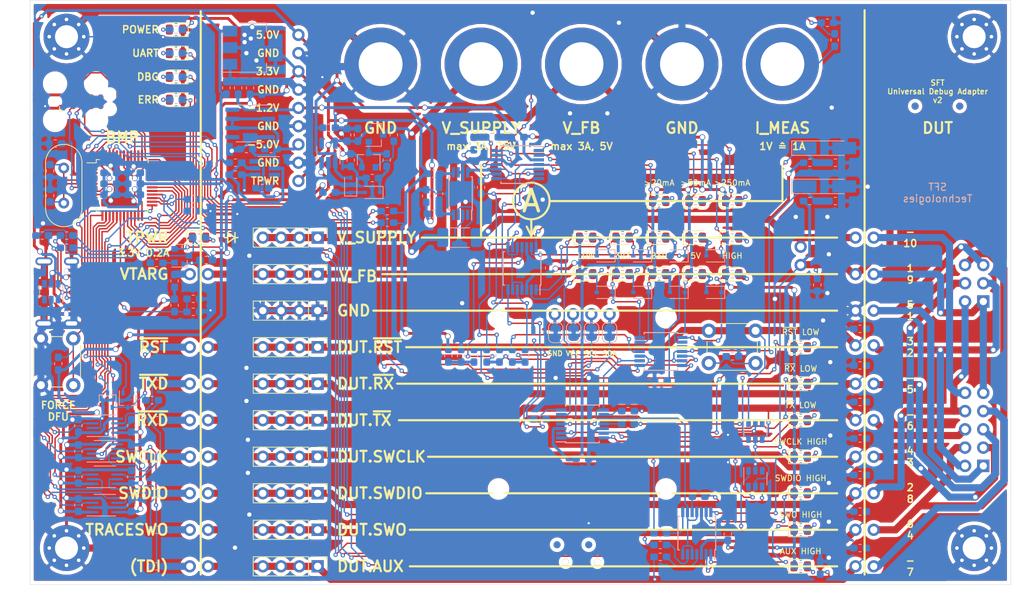
<source format=kicad_pcb>
(kicad_pcb (version 20211014) (generator pcbnew)
  (layers (0 "F.Cu" signal) (31 "B.Cu" signal) (34 "B.Paste" user) (35 "F.Paste" user) (36 "B.SilkS" user "B.Silkscreen") (37 "F.SilkS" user "F.Silkscreen") (38 "B.Mask" user) (39 "F.Mask" user) (44 "Edge.Cuts" user))
  (net 0 "")
  (net 1 "GND")
  (net 2 "Net-(JP2-Pad2)")
  (net 3 "Net-(JP5-Pad2)")
  (net 4 "Net-(JP6-Pad2)")
  (net 5 "Net-(JP9-Pad2)")
  (net 6 "Net-(JP10-Pad2)")
  (net 7 "Net-(JP3-Pad2)")
  (net 8 "Net-(JP4-Pad2)")
  (net 9 "Net-(JP7-Pad2)")
  (net 10 "Net-(JP8-Pad2)")
  (net 11 "+5V")
  (net 12 "Net-(D2-Pad2)")
  (net 13 "Net-(D3-Pad2)")
  (net 14 "Net-(D4-Pad2)")
  (net 15 "Net-(D9-Pad2)")
  (net 16 "Net-(D11-Pad1)")
  (net 17 "Net-(D11-Pad2)")
  (net 18 "Net-(D12-Pad2)")
  (net 19 "Net-(D13-Pad2)")
  (net 20 "Net-(D14-Pad2)")
  (net 21 "Net-(D15-Pad2)")
  (net 22 "Net-(D17-Pad2)")
  (net 23 "Net-(D17-Pad1)")
  (net 24 "Net-(D18-Pad2)")
  (net 25 "Net-(D19-Pad2)")
  (net 26 "/BlackMagicProbe/SELF_~{RST}")
  (net 27 "Net-(C2-Pad1)")
  (net 28 "Net-(C3-Pad1)")
  (net 29 "+3V3")
  (net 30 "/BlackMagicProbe/VTARG")
  (net 31 "/BlackMagicProbe/VTARG_MEAS")
  (net 32 "/OutputInterface/VREF_3300mV")
  (net 33 "Net-(C26-Pad2)")
  (net 34 "Net-(C29-Pad1)")
  (net 35 "-1V2")
  (net 36 "Net-(D1-Pad2)")
  (net 37 "Net-(D5-Pad1)")
  (net 38 "Net-(D10-Pad1)")
  (net 39 "Net-(D10-Pad2)")
  (net 40 "Net-(D12-Pad1)")
  (net 41 "Net-(D13-Pad1)")
  (net 42 "Net-(D14-Pad1)")
  (net 43 "Net-(D15-Pad1)")
  (net 44 "/OutputInterface/V_SUPPLY_DIVIDED")
  (net 45 "Net-(D20-Pad2)")
  (net 46 "Net-(D21-Pad2)")
  (net 47 "Net-(D22-Pad2)")
  (net 48 "Net-(D22-Pad1)")
  (net 49 "Net-(D23-Pad1)")
  (net 50 "Net-(D23-Pad2)")
  (net 51 "Net-(D24-Pad2)")
  (net 52 "Net-(D24-Pad1)")
  (net 53 "Net-(D25-Pad1)")
  (net 54 "Net-(D25-Pad2)")
  (net 55 "/OutputInterface/V_FB_DIVIDED")
  (net 56 "/BlackMagicProbe/BMP.TDI")
  (net 57 "/OutputInterface/V_SUPPLY")
  (net 58 "/BlackMagicProbe/BMP.VTARG")
  (net 59 "Net-(FB5-Pad2)")
  (net 60 "/BlackMagicProbe/USB_D+")
  (net 61 "/BlackMagicProbe/USB_D-")
  (net 62 "/OutputInterface/I_SUPPLY")
  (net 63 "/BlackMagicProbe/BMP.TXD")
  (net 64 "/OutputInterface/DUT.V_SUPPLY")
  (net 65 "/BlackMagicProbe/BMP.SWCLK")
  (net 66 "/BlackMagicProbe/BMP.SWDIO")
  (net 67 "/BlackMagicProbe/BMP.~{RST}")
  (net 68 "/BlackMagicProbe/BMP.TRACESWO")
  (net 69 "/BlackMagicProbe/BMP.RXD")
  (net 70 "/BlackMagicProbe/FORCE_DFU")
  (net 71 "Net-(JP11-Pad2)")
  (net 72 "Net-(JP12-Pad2)")
  (net 73 "Net-(JP13-Pad2)")
  (net 74 "Net-(JP14-Pad2)")
  (net 75 "Net-(JP15-Pad2)")
  (net 76 "Net-(JP16-Pad2)")
  (net 77 "Net-(JP17-Pad2)")
  (net 78 "Net-(JP18-Pad2)")
  (net 79 "Net-(JP19-Pad2)")
  (net 80 "/BlackMagicProbe/INTERFACE_TARGET_~{RST}")
  (net 81 "/BlackMagicProbe/INTERFACE_NATIVE_RST")
  (net 82 "/BlackMagicProbe/INTERFACE_NATIVE_RST_SENSE")
  (net 83 "/BlackMagicProbe/USB_1K5_PULLUP_CTRL")
  (net 84 "/BlackMagicProbe/USB-")
  (net 85 "/BlackMagicProbe/USB+")
  (net 86 "/BlackMagicProbe/VBUS_MEAS")
  (net 87 "/BlackMagicProbe/LED0")
  (net 88 "/BlackMagicProbe/INTERFACE_TARGET_TDI")
  (net 89 "/BlackMagicProbe/INTERFACE_TARGET_TDO_TRACESWO")
  (net 90 "/BlackMagicProbe/INTERFACE_TARGET_TCK_SWCLK")
  (net 91 "/BlackMagicProbe/INTERFACE_TARGET_TMS_SWDIO")
  (net 92 "/BlackMagicProbe/INTERFACE_TARGET_TXD")
  (net 93 "/BlackMagicProbe/INTERFACE_TARGET_RXD")
  (net 94 "/BlackMagicProbe/LED1")
  (net 95 "/BlackMagicProbe/LED2")
  (net 96 "/OutputInterface/VREF_2750mV")
  (net 97 "/OutputInterface/VREF_1800mV")
  (net 98 "/OutputInterface/VREF_1500mV")
  (net 99 "/OutputInterface/VREF_250mV")
  (net 100 "/OutputInterface/VREF_50mV")
  (net 101 "/OutputInterface/VREF_20mV")
  (net 102 "Net-(R31-Pad1)")
  (net 103 "Net-(R32-Pad1)")
  (net 104 "Net-(R33-Pad1)")
  (net 105 "Net-(R46-Pad1)")
  (net 106 "Net-(R47-Pad1)")
  (net 107 "Net-(R48-Pad1)")
  (net 108 "Net-(R49-Pad1)")
  (net 109 "/BlackMagicProbe/INTERFACE_NATIVE_SWDIO_DIR")
  (net 110 "/BlackMagicProbe/INTERFACE_NATIVE_TDI")
  (net 111 "/BlackMagicProbe/INTERFACE_NATIVE_TMS_SWDIO")
  (net 112 "/BlackMagicProbe/INTERFACE_NATIVE_TCK_SWCLK")
  (net 113 "/BlackMagicProbe/INTERFACE_NATIVE_TDO_TRACESWO")
  (net 114 "/BlackMagicProbe/INTERFACE_NATIVE_TXD")
  (net 115 "/BlackMagicProbe/INTERFACE_NATIVE_RXD")
  (net 116 "/BlackMagicProbe/SELF_SWDIO")
  (net 117 "/BlackMagicProbe/SELF_SWCLK")
  (net 118 "/BlackMagicProbe/SELF_TRACESWO")
  (net 119 "/OutputInterface/VREF_2250mV")
  (net 120 "-5V")
  (net 121 "Net-(R34-Pad2)")
  (net 122 "/OutputInterface/-1V2_FILTERED")
  (net 123 "/OutputInterface/3V3_FILTERED")
  (net 124 "Net-(D30-Pad2)")
  (net 125 "Net-(D30-Pad1)")
  (net 126 "Net-(D31-Pad2)")
  (net 127 "Net-(D31-Pad1)")
  (net 128 "Net-(D32-Pad2)")
  (net 129 "Net-(D33-Pad2)")
  (net 130 "Net-(D32-Pad1)")
  (net 131 "Net-(D33-Pad1)")
  (net 132 "Net-(D18-Pad1)")
  (net 133 "Net-(D19-Pad1)")
  (net 134 "Net-(D20-Pad1)")
  (net 135 "Net-(D21-Pad1)")
  (net 136 "/Power/CFLY+")
  (net 137 "Net-(C34-Pad2)")
  (net 138 "/Power/3V3_TPWR")
  (net 139 "Net-(C36-Pad2)")
  (net 140 "Net-(D39-Pad2)")
  (net 141 "Net-(Q3-Pad1)")
  (net 142 "Net-(Q3-Pad3)")
  (net 143 "Net-(Q4-Pad1)")
  (net 144 "Net-(Q5-Pad1)")
  (net 145 "/BlackMagicProbe/UI.SCL")
  (net 146 "/BlackMagicProbe/UI.SDA")
  (net 147 "/BlackMagicProbe/BMP.~{TPWR_EN}")
  (net 148 "/BlackMagicProbe/UI.~{BUTTON_RIGHT}")
  (net 149 "/BlackMagicProbe/UI.~{BUTTON_PRESS}")
  (net 150 "/BlackMagicProbe/UI.~{BUTTON_DOWN}")
  (net 151 "/BlackMagicProbe/UI.~{BUTTON_LEFT}")
  (net 152 "/BlackMagicProbe/UI.~{BUTTON_UP}")
  (net 153 "Net-(JP20-Pad2)")
  (net 154 "Net-(JP21-Pad2)")
  (net 155 "Net-(JP22-Pad1)")
  (net 156 "Net-(JP23-Pad1)")
  (net 157 "Net-(J15-Pad1)")
  (footprint "LED_SMD:LED_0805_2012Metric" (layer "F.Cu") (at 132.08 111.76)
    (fp_text reference "D23" hide)
    (fp_text value "Yellow")
  )
  (footprint "LED_SMD:LED_0805_2012Metric" (layer "F.Cu") (at 132.08 127)
    (fp_text reference "D25" hide)
    (fp_text value "Yellow")
  )
  (footprint "Connector_PinHeader_2.54mm:PinHeader_1x04_P2.54mm_Vertical" (layer "F.Cu") (at 64.897 91.44 -90)
    (fp_text reference "J3" hide)
    (fp_text value "Conn_01x04_Male")
  )
  (footprint "Connector_PinHeader_2.54mm:PinHeader_1x04_P2.54mm_Vertical" (layer "F.Cu") (at 64.897 106.68 -90)
    (fp_text reference "J4" hide)
    (fp_text value "Conn_01x04_Male")
  )
  (footprint "Connector_PinHeader_2.54mm:PinHeader_1x04_P2.54mm_Vertical" (layer "F.Cu") (at 64.897 81.28 -90)
    (fp_text reference "J5" hide)
    (fp_text value "Conn_01x04_Male")
  )
  (footprint "Connector_PinHeader_2.54mm:PinHeader_1x04_P2.54mm_Vertical" (layer "F.Cu") (at 64.897 111.76 -90)
    (fp_text reference "J6" hide)
    (fp_text value "Conn_01x04_Male")
  )
  (footprint "Connector_PinHeader_2.54mm:PinHeader_1x04_P2.54mm_Vertical" (layer "F.Cu") (at 64.897 86.36 -90)
    (fp_text reference "J7" hide)
    (fp_text value "Conn_01x04_Male")
  )
  (footprint "Connector_PinHeader_2.54mm:PinHeader_1x04_P2.54mm_Vertical" (layer "F.Cu") (at 64.897 116.84 -90)
    (fp_text reference "J8" hide)
    (fp_text value "Conn_01x04_Male")
  )
  (footprint "Connector_PinHeader_2.54mm:PinHeader_1x04_P2.54mm_Vertical" (layer "F.Cu") (at 64.897 96.52 -90)
    (fp_text reference "J9" hide)
    (fp_text value "Conn_01x04_Male")
  )
  (footprint "Connector_PinHeader_2.54mm:PinHeader_1x04_P2.54mm_Vertical" (layer "F.Cu") (at 64.897 121.92 -90)
    (fp_text reference "J10" hide)
    (fp_text value "Conn_01x04_Male")
  )
  (footprint "Connector_PinHeader_2.54mm:PinHeader_1x04_P2.54mm_Vertical" (layer "F.Cu") (at 64.897 101.6 -90)
    (fp_text reference "J11" hide)
    (fp_text value "Conn_01x04_Male")
  )
  (footprint "Connector_PinHeader_2.54mm:PinHeader_1x04_P2.54mm_Vertical" (layer "F.Cu") (at 64.897 127 -90)
    (fp_text reference "J12" hide)
    (fp_text value "Conn_01x04_Male")
  )
  (footprint "LED_SMD:LED_0805_2012Metric" (layer "F.Cu") (at 132.08 96.52)
    (fp_text reference "D12" hide)
    (fp_text value "Red")
  )
  (footprint "LED_SMD:LED_0805_2012Metric" (layer "F.Cu") (at 132.08 106.68)
    (fp_text reference "D10" hide)
    (fp_text value "Yellow")
  )
  (footprint "LED_SMD:LED_0805_2012Metric" (layer "F.Cu") (at 132.08 101.6)
    (fp_text reference "D11" hide)
    (fp_text value "Yellow")
  )
  (footprint "LED_SMD:LED_0805_2012Metric" (layer "F.Cu") (at 132.08 116.84)
    (fp_text reference "D24" hide)
    (fp_text value "Yellow")
  )
  (footprint "LED_SMD:LED_0805_2012Metric" (layer "F.Cu") (at 132.08 121.92)
    (fp_text reference "D22" hide)
    (fp_text value "Yellow")
  )
  (footprint "Connector:Tag-Connect_TC2050-IDC-FP_2x05_P1.27mm_Vertical" (layer "F.Cu") (at 32.181 62.387)
    (fp_text reference "X1" hide)
    (fp_text value "SFT_DEBUG_CONNECTOR-SELF")
  )
  (footprint "MountingHole:MountingHole_3.2mm_M3_Pad_Via" (layer "F.Cu") (at 29.972 53.34)
    (fp_text reference "H1" hide)
    (fp_text value "MountingHole_Pad")
  )
  (footprint "MountingHole:MountingHole_3.2mm_M3_Pad_Via" (layer "F.Cu") (at 156.21 53.34)
    (fp_text reference "H3" hide)
    (fp_text value "MountingHole_Pad")
  )
  (footprint "MountingHole:MountingHole_3.2mm_M3_Pad_Via" (layer "F.Cu") (at 156.21 124.46)
    (fp_text reference "H4" hide)
    (fp_text value "MountingHole_Pad")
  )
  (footprint "Connector_PinHeader_2.54mm:PinHeader_1x09_P2.54mm_Vertical" (layer "F.Cu") (at 62.23 53.086)
    (fp_text reference "J18" hide)
    (fp_text value "Conn_01x09")
  )
  (footprint "Connector_IDC:IDC-Header_2x05_P2.54mm_Vertical" (layer "F.Cu") (at 157.48 113.03 180)
    (fp_text reference "X2" hide)
    (fp_text value "SFT debugport" hide)
  )
  (footprint "Connector_IDC:IDC-Header_2x03_P2.54mm_Vertical" (layer "F.Cu") (at 157.48 90.17 180)
    (fp_text reference "X3" hide)
    (fp_text value "ARM debugport" hide)
  )
  (footprint "LED_SMD:LED_0805_2012Metric" (layer "F.Cu") (at 45.212 58.928 180)
    (fp_text reference "D3" hide)
    (fp_text value "Yellow")
  )
  (footprint "LED_SMD:LED_0805_2012Metric" (layer "F.Cu") (at 45.212 62.103 180)
    (fp_text reference "D4" hide)
    (fp_text value "Red")
  )
  (footprint "LED_SMD:LED_0805_2012Metric" (layer "F.Cu") (at 45.212 52.3494 180)
    (fp_text reference "D1" hide)
    (fp_text value "Green")
  )
  (footprint "LED_SMD:LED_0805_2012Metric" (layer "F.Cu") (at 45.212 55.626 180)
    (fp_text reference "D2" hide)
    (fp_text value "Yellow")
  )
  (footprint "Package_QFP:LQFP-48_7x7mm_P0.5mm" (layer "F.Cu") (at 37.719 74.041)
    (fp_text reference "U1" hide)
    (fp_text value "STM32F103CBTx")
  )
  (footprint "sft:Connector_Banana_SKS_BIL20" (layer "F.Cu") (at 87.63 57.15)
    (fp_text reference "J13" hide)
    (fp_text value "Conn_01x01_Female" hide)
  )
  (footprint "sft:Connector_Banana_SKS_BIL20" (layer "F.Cu") (at 101.6 57.15)
    (fp_text reference "J14" hide)
    (fp_text value "Conn_01x01_Female" hide)
  )
  (footprint "sft:Connector_Banana_SKS_BIL20" (layer "F.Cu") (at 73.66 57.15)
    (fp_text reference "J16" hide)
    (fp_text value "Conn_01x01_Female" hide)
  )
  (footprint "sft:Connector_Banana_SKS_BIL20" (layer "F.Cu") (at 115.57 57.15)
    (fp_text reference "J17" hide)
    (fp_text value "Conn_01x01_Female" hide)
  )
  (footprint "sft:Jumper_2.54mm" (layer "F.Cu") (at 132.08 82.55)
    (fp_text reference "JP1" hide)
    (fp_text value "Jumper_NC_Small" hide)
  )
  (footprint "sft:Jumper_2.54mm" (layer "F.Cu") (at 49.657 86.36 -90)
    (fp_text reference "JP2" hide)
    (fp_text value "Jumper_NC_Small" hide)
  )
  (footprint "sft:Jumper_2.54mm" (layer "F.Cu") (at 49.657 96.52 -90)
    (fp_text reference "JP3" hide)
    (fp_text value "Jumper_NC_Small" hide)
  )
  (footprint "sft:Jumper_2.54mm" (layer "F.Cu") (at 49.657 127 -90)
    (fp_text reference "JP4" hide)
    (fp_text value "Jumper_NC_Small" hide)
  )
  (footprint "sft:Jumper_2.54mm" (layer "F.Cu") (at 49.657 121.92 -90)
    (fp_text reference "JP5" hide)
    (fp_text value "Jumper_NC_Small" hide)
  )
  (footprint "sft:Jumper_2.54mm" (layer "F.Cu") (at 49.657 111.76 -90)
    (fp_text reference "JP6" hide)
    (fp_text value "Jumper_NC_Small" hide)
  )
  (footprint "sft:Jumper_2.54mm" (layer "F.Cu") (at 49.657 116.84 -90)
    (fp_text reference "JP7" hide)
    (fp_text value "Jumper_NC_Small" hide)
  )
  (footprint "sft:Jumper_2.54mm" (layer "F.Cu") (at 49.657 101.6 -90)
    (fp_text reference "JP8" hide)
    (fp_text value "Jumper_NC_Small" hide)
  )
  (footprint "sft:Jumper_2.54mm" (layer "F.Cu") (at 49.657 106.68 -90)
    (fp_text reference "JP9" hide)
    (fp_text value "Jumper_NC_Small" hide)
  )
  (footprint "sft:Jumper_2.54mm" (layer "F.Cu") (at 139.7 91.44 90)
    (fp_text reference "JP10" hide)
    (fp_text value "Jumper_NC_Small" hide)
  )
  (footprint "sft:Jumper_2.54mm" (layer "F.Cu") (at 139.7 81.28 90)
    (fp_text reference "JP11" hide)
    (fp_text value "Jumper_NC_Small" hide)
  )
  (footprint "sft:Jumper_2.54mm" (layer "F.Cu") (at 139.7 86.36 90)
    (fp_text reference "JP12" hide)
    (fp_text value "Jumper_NC_Small" hide)
  )
  (footprint "sft:Jumper_2.54mm" (layer "F.Cu") (at 139.7 106.68 90)
    (fp_text reference "JP13" hide)
    (fp_text value "Jumper_NC_Small" hide)
  )
  (footprint "sft:Jumper_2.54mm" (layer "F.Cu") (at 139.7 101.6 90)
    (fp_text reference "JP14" hide)
    (fp_text value "Jumper_NC_Small" hide)
  )
  (footprint "sft:Jumper_2.54mm" (layer "F.Cu") (at 139.7 111.76 90)
    (fp_text reference "JP16" hide)
    (fp_text value "Jumper_NC_Small" hide)
  )
  (footprint "sft:Jumper_2.54mm" (layer "F.Cu") (at 139.7 116.84 90)
    (fp_text reference "JP17" hide)
    (fp_text value "Jumper_NC_Small" hide)
  )
  (footprint "sft:Jumper_2.54mm" (layer "F.Cu") (at 139.7 121.92 90)
    (fp_text reference "JP18" hide)
    (fp_text value "Jumper_NC_Small" hide)
  )
  (footprint "sft:Jumper_2.54mm" (layer "F.Cu") (at 139.7 127 90)
    (fp_text reference "JP19" hide)
    (fp_text value "Jumper_NC_Small" hide)
  )
  (footprint "MountingHole:MountingHole_3.2mm_M3_Pad_Via" (layer "F.Cu") (at 29.972 124.46)
    (fp_text reference "H2" hide)
    (fp_text value "MountingHole_Pad")
  )
  (footprint "LED_SMD:LED_0805_2012Metric" (layer "F.Cu") (at 48.4 81.28)
    (fp_text reference "D39" hide)
    (fp_text value "Green")
  )
  (footprint "Button_Switch_THT:SW_PUSH_6mm_H4.3mm" (layer "F.Cu") (at 119.305 94.234)
    (fp_text reference "SW1" hide)
    (fp_text value "SW_Push")
  )
  (footprint "sft:Jumper_2.54mm" (layer "F.Cu") (at 139.7 96.266 90)
    (fp_text reference "JP15" hide)
    (fp_text value "Jumper_NC_Small" hide)
  )
  (footprint "sft:USB_C_JAE_DX07S0116JA1" (layer "F.Cu") (at 29.945 88.9 -90)
    (fp_text reference "J1" hide)
    (fp_text value "DX07S016JA")
  )
  (footprint "LED_SMD:LED_0805_2012Metric" (layer "F.Cu") (at 122.555 76.2)
    (fp_text reference "D13" hide)
    (fp_text value "Red")
  )
  (footprint "LED_SMD:LED_0805_2012Metric" (layer "F.Cu") (at 117.475 81.28)
    (fp_text reference "D8" hide)
    (fp_text value "Green")
  )
  (footprint "LED_SMD:LED_0805_2012Metric" (layer "F.Cu") (at 117.475 86.36)
    (fp_text reference "D20" hide)
    (fp_text value "Green")
  )
  (footprint "LED_SMD:LED_0805_2012Metric" (layer "F.Cu") (at 122.555 86.36)
    (fp_text reference "D21" hide)
    (fp_text value "Red")
  )
  (footprint "LED_SMD:LED_0805_2012Metric" (layer "F.Cu") (at 102.235 86.36)
    (fp_text reference "D17" hide)
    (fp_text value "Red")
  )
  (footprint "LED_SMD:LED_0805_2012Metric" (layer "F.Cu") (at 112.395 81.28)
    (fp_text reference "D7" hide)
    (fp_text value "Red")
  )
  (footprint "LED_SMD:LED_0805_2012Metric" (layer "F.Cu") (at 102.235 81.28)
    (fp_text reference "D5" hide)
    (fp_text value "Red")
  )
  (footprint "LED_SMD:LED_0805_2012Metric" (layer "F.Cu") (at 107.315 86.36)
    (fp_text reference "D18" hide)
    (fp_text value "Green")
  )
  (footprint "LED_SMD:LED_0805_2012Metric" (layer "F.Cu") (at 107.315 81.28)
    (fp_text reference "D6" hide)
    (fp_text value "Green")
  )
  (footprint "LED_SMD:LED_0805_2012Metric" (layer "F.Cu") (at 112.395 76.2)
    (fp_text reference "D15" hide)
    (fp_text value "Green")
  )
  (footprint "LED_SMD:LED_0805_2012Metric" (layer "F.Cu") (at 117.475 76.2)
    (fp_text reference "D14" hide)
    (fp_text value "Yellow")
  )
  (footprint "LED_SMD:LED_0805_2012Metric" (layer "F.Cu") (at 112.395 86.36)
    (fp_text reference "D19" hide)
    (fp_text value "Red")
  )
  (footprint "LED_SMD:LED_0805_2012Metric" (layer "F.Cu") (at 122.555 81.28)
    (fp_text reference "D9" hide)
    (fp_text value "Yellow")
  )
  (footprint "Button_Switch_THT:SW_PUSH_6mm_H4.3mm" (layer "F.Cu") (at 30.916 95.3 -90)
    (fp_text reference "SW2" hide)
    (fp_text value "SW_Push")
  )
  (footprint "Crystal:Crystal_HC49-4H_Vertical" (layer "F.Cu") (at 29.591 71.601 -90)
    (fp_text reference "Y1" hide)
    (fp_text value "8.000 MHz")
  )
  (footprint "sft:Connector_Banana_SKS_BIL20" (layer "F.Cu") (at 129.54 57.15)
    (fp_text reference "J15" hide)
    (fp_text value "Conn_01x01_Female" hide)
  )
  (footprint "sft:OLED_128x64_096in" (layer "F.Cu") (at 88.05 90.431998)
    (fp_text reference "X4" hide)
    (fp_text value "Blue")
  )
  (footprint "Fiducial:Fiducial_1mm_Mask2mm" (layer "F.Cu") (at 148 63 90)
    (fp_text reference "FID5" hide)
    (fp_text value "Fiducial")
  )
  (footprint "Fiducial:Fiducial_1mm_Mask2mm" (layer "F.Cu") (at 104.8 124)
    (fp_text reference "FID7" hide)
    (fp_text value "Fiducial")
  )
  (footprint "Fiducial:Fiducial_1mm_Mask2mm" (layer "F.Cu") (at 100.4 124)
    (fp_text reference "FID8" hide)
    (fp_text value "Fiducial")
  )
  (footprint "sft:K1-1504SA-03" (layer "F.Cu") (at 101.6 124.206)
    (fp_text reference "SW3" hide)
    (fp_text value "K1-1504SA-03")
  )
  (footprint "sft:LOGO_CU_070" (layer "F.Cu") (at 151.2 71.6)
    (fp_text reference "LOGO1" hide)
    (fp_text value "Logo" hide)
  )
  (footprint "Fiducial:Fiducial_1mm_Mask2mm" (layer "F.Cu") (at 154.2 63 90)
    (fp_text reference "FID6" hide)
    (fp_text value "Fiducial")
  )
  (footprint "Capacitor_SMD:C_0603_1608Metric_Pad1.05x0.95mm_HandSolder" (layer "B.Cu") (at 28.4 68.2 180)
    (fp_text reference "C1" hide)
    (fp_text value "100nF")
  )
  (footprint "Capacitor_SMD:C_0603_1608Metric_Pad1.05x0.95mm_HandSolder" (layer "B.Cu") (at 27.686 72.009 -90)
    (fp_text reference "C2" hide)
    (fp_text value "18pF")
  )
  (footprint "Capacitor_SMD:C_0603_1608Metric_Pad1.05x0.95mm_HandSolder" (layer "B.Cu") (at 27.686 75.438 90)
    (fp_text reference "C3" hide)
    (fp_text value "18pF")
  )
  (footprint "Capacitor_SMD:C_0603_1608Metric_Pad1.05x0.95mm_HandSolder" (layer "B.Cu") (at 36.068 75.311 180)
    (fp_text reference "C4" hide)
    (fp_text value "4.7uF")
  )
  (footprint "Capacitor_SMD:C_0603_1608Metric_Pad1.05x0.95mm_HandSolder" (layer "B.Cu") (at 39.37 73.787)
    (fp_text reference "C5" hide)
    (fp_text value "100nF")
  )
  (footprint "Capacitor_SMD:C_0603_1608Metric_Pad1.05x0.95mm_HandSolder" (layer "B.Cu") (at 39.37 75.311)
    (fp_text reference "C6" hide)
    (fp_text value "4.7uF")
  )
  (footprint "Capacitor_SMD:C_0603_1608Metric_Pad1.05x0.95mm_HandSolder" (layer "B.Cu") (at 31.623 107.442 -90)
    (fp_text reference "C7" hide)
    (fp_text value "100nF")
  )
  (footprint "Capacitor_SMD:C_0603_1608Metric_Pad1.05x0.95mm_HandSolder" (layer "B.Cu") (at 31.623 110.998 -90)
    (fp_text reference "C8" hide)
    (fp_text value "100nF")
  )
  (footprint "Capacitor_SMD:C_0603_1608Metric_Pad1.05x0.95mm_HandSolder" (layer "B.Cu") (at 38.989 107.442 90)
    (fp_text reference "C10" hide)
    (fp_text value "100nF")
  )
  (footprint "Capacitor_SMD:C_0603_1608Metric_Pad1.05x0.95mm_HandSolder" (layer "B.Cu") (at 38.989 110.998 90)
    (fp_text reference "C11" hide)
    (fp_text value "100nF")
  )
  (footprint "Capacitor_SMD:C_0603_1608Metric_Pad1.05x0.95mm_HandSolder" (layer "B.Cu") (at 36.068 72.263 180)
    (fp_text reference "C12" hide)
    (fp_text value "100nF")
  )
  (footprint "Capacitor_SMD:C_0603_1608Metric_Pad1.05x0.95mm_HandSolder" (layer "B.Cu") (at 39.37 72.263)
    (fp_text reference "C13" hide)
    (fp_text value "100nF")
  )
  (footprint "Capacitor_SMD:C_0603_1608Metric_Pad1.05x0.95mm_HandSolder" (layer "B.Cu") (at 31.623 118.491 -90)
    (fp_text reference "C14" hide)
    (fp_text value "100nF")
  )
  (footprint "Capacitor_SMD:C_0603_1608Metric_Pad1.05x0.95mm_HandSolder" (layer "B.Cu") (at 31.623 114.554 -90)
    (fp_text reference "C15" hide)
    (fp_text value "100nF")
  )
  (footprint "Capacitor_SMD:C_0603_1608Metric_Pad1.05x0.95mm_HandSolder" (layer "B.Cu") (at 38.989 118.491 90)
    (fp_text reference "C16" hide)
    (fp_text value "100nF")
  )
  (footprint "Capacitor_SMD:C_0603_1608Metric_Pad1.05x0.95mm_HandSolder" (layer "B.Cu") (at 38.989 114.554 90)
    (fp_text reference "C17" hide)
    (fp_text value "100nF")
  )
  (footprint "Capacitor_SMD:C_0603_1608Metric_Pad1.05x0.95mm_HandSolder" (layer "B.Cu") (at 47.6 91.6 180)
    (fp_text reference "C18" hide)
    (fp_text value "100nF")
  )
  (footprint "Capacitor_SMD:C_0603_1608Metric_Pad1.05x0.95mm_HandSolder" (layer "B.Cu") (at 81.788 75.184 -90)
    (fp_text reference "C19" hide)
    (fp_text value "100nF")
  )
  (footprint "Capacitor_SMD:C_0603_1608Metric_Pad1.05x0.95mm_HandSolder" (layer "B.Cu") (at 97.1 85.5 90)
    (fp_text reference "C21" hide)
    (fp_text value "100nF")
  )
  (footprint "Capacitor_SMD:C_0603_1608Metric_Pad1.05x0.95mm_HandSolder" (layer "B.Cu") (at 92.71 67.31 180)
    (fp_text reference "C23" hide)
    (fp_text value "100nF")
  )
  (footprint "Capacitor_SMD:C_0603_1608Metric_Pad1.05x0.95mm_HandSolder" (layer "B.Cu") (at 112.641 101.179 180)
    (fp_text reference "C24" hide)
    (fp_text value "100nF")
  )
  (footprint "Capacitor_SMD:C_0603_1608Metric_Pad1.05x0.95mm_HandSolder" (layer "B.Cu") (at 121.951 122.507 90)
    (fp_text reference "C25" hide)
    (fp_text value "100nF")
  )
  (footprint "Resistor_SMD:R_0603_1608Metric_Pad1.05x0.95mm_HandSolder" (layer "B.Cu") (at 83.0834 97.7138 -90)
    (fp_text reference "FB3" hide)
    (fp_text value "30Ω@100MHz")
  )
  (footprint "Package_TO_SOT_SMD:SOT-323_SC-70" (layer "B.Cu") (at 38.481 103.886 -90)
    (fp_text reference "Q1" hide)
    (fp_text value "N-Channel")
  )
  (footprint "Package_TO_SOT_SMD:SOT-323_SC-70" (layer "B.Cu") (at 35.687 103.886 90)
    (fp_text reference "Q2" hide)
    (fp_text value "N-Channel")
  )
  (footprint "Resistor_SMD:R_0603_1608Metric_Pad1.05x0.95mm_HandSolder" (layer "B.Cu") (at 41.875 103.9 180)
    (fp_text reference "R1" hide)
    (fp_text value "10k")
  )
  (footprint "Resistor_SMD:R_0603_1608Metric_Pad1.05x0.95mm_HandSolder" (layer "B.Cu") (at 26.6 81 180)
    (fp_text reference "R2" hide)
    (fp_text value "1k5")
  )
  (footprint "Resistor_SMD:R_0603_1608Metric_Pad1.05x0.95mm_HandSolder" (layer "B.Cu") (at 28.829 98.806 -90)
    (fp_text reference "R5" hide)
    (fp_text value "10k")
  )
  (footprint "Resistor_SMD:R_0603_1608Metric_Pad1.05x0.95mm_HandSolder" (layer "B.Cu") (at 47.625 75.946 180)
    (fp_text reference "R6" hide)
    (fp_text value "4k7")
  )
  (footprint "Resistor_SMD:R_0603_1608Metric_Pad1.05x0.95mm_HandSolder" (layer "B.Cu") (at 47.625 77.597)
    (fp_text reference "R7" hide)
    (fp_text value "10k")
  )
  (footprint "Resistor_SMD:R_0603_1608Metric_Pad1.05x0.95mm_HandSolder" (layer "B.Cu") (at 45 90.7 -90)
    (fp_text reference "R8" hide)
    (fp_text value "4k7")
  )
  (footprint "Resistor_SMD:R_0603_1608Metric_Pad1.05x0.95mm_HandSolder" (layer "B.Cu") (at 45 87.3 -90)
    (fp_text reference "R12" hide)
    (fp_text value "100")
  )
  (footprint "Resistor_SMD:R_0603_1608Metric_Pad1.05x0.95mm_HandSolder" (layer "B.Cu") (at 42.545 121.92 180)
    (fp_text reference "R15" hide)
    (fp_text value "100")
  )
  (footprint "Resistor_SMD:R_0603_1608Metric_Pad1.05x0.95mm_HandSolder" (layer "B.Cu") (at 42.545 116.84 180)
    (fp_text reference "R17" hide)
    (fp_text value "100")
  )
  (footprint "Resistor_SMD:R_0603_1608Metric_Pad1.05x0.95mm_HandSolder" (layer "B.Cu") (at 42.545 106.68 180)
    (fp_text reference "R19" hide)
    (fp_text value "100")
  )
  (footprint "Resistor_SMD:R_2010_5025Metric_Pad1.52x2.65mm_HandSolder" (layer "B.Cu") (at 84.6335 81.28 180)
    (fp_text reference "R22" hide)
    (fp_text value "50mOhm")
  )
  (footprint "Resistor_SMD:R_0603_1608Metric_Pad1.05x0.95mm_HandSolder" (layer "B.Cu") (at 86.6394 97.7138 -90)
    (fp_text reference "R23" hide)
    (fp_text value "33k")
  )
  (footprint "Resistor_SMD:R_0603_1608Metric_Pad1.05x0.95mm_HandSolder" (layer "B.Cu") (at 88.4174 97.7138 -90)
    (fp_text reference "R24" hide)
    (fp_text value "30k")
  )
  (footprint "Resistor_SMD:R_0603_1608Metric_Pad1.05x0.95mm_HandSolder" (layer "B.Cu") (at 90.1954 97.7138 90)
    (fp_text reference "R25" hide)
    (fp_text value "27k")
  )
  (footprint "Resistor_SMD:R_0603_1608Metric_Pad1.05x0.95mm_HandSolder" (layer "B.Cu") (at 91.9734 97.7138 -90)
    (fp_text reference "R26" hide)
    (fp_text value "18k")
  )
  (footprint "Resistor_SMD:R_0603_1608Metric_Pad1.05x0.95mm_HandSolder" (layer "B.Cu") (at 93.7514 97.7138 90)
    (fp_text reference "R27" hide)
    (fp_text value "75k")
  )
  (footprint "Resistor_SMD:R_0603_1608Metric_Pad1.05x0.95mm_HandSolder" (layer "B.Cu") (at 86.614 68.199 90)
    (fp_text reference "R29" hide)
    (fp_text value "1k8")
  )
  (footprint "Resistor_SMD:R_0603_1608Metric_Pad1.05x0.95mm_HandSolder" (layer "B.Cu") (at 108.077 107.188)
    (fp_text reference "R32" hide)
    (fp_text value "100k")
  )
  (footprint "Resistor_SMD:R_0603_1608Metric_Pad1.05x0.95mm_HandSolder" (layer "B.Cu") (at 95.8088 106.553 180)
    (fp_text reference "R33" hide)
    (fp_text value "100k")
  )
  (footprint "Resistor_SMD:R_0603_1608Metric_Pad1.05x0.95mm_HandSolder" (layer "B.Cu") (at 132.08 101.6)
    (fp_text reference "R41" hide)
    (fp_text value "3k3")
  )
  (footprint "Resistor_SMD:R_0603_1608Metric_Pad1.05x0.95mm_HandSolder" (layer "B.Cu") (at 132.08 96.52)
    (fp_text reference "R42" hide)
    (fp_text value "3k3")
  )
  (footprint "Resistor_SMD:R_0603_1608Metric_Pad1.05x0.95mm_HandSolder" (layer "B.Cu") (at 112.553 122.38 180)
    (fp_text reference "R47" hide)
    (fp_text value "100k")
  )
  (footprint "Resistor_SMD:R_0603_1608Metric_Pad1.05x0.95mm_HandSolder" (layer "B.Cu") (at 117.887 117.3)
    (fp_text reference "R48" hide)
    (fp_text value "100k")
  )
  (footprint "Resistor_SMD:R_0603_1608Metric_Pad1.05x0.95mm_HandSolder" (layer "B.Cu") (at 112.553 125.682 180)
    (fp_text reference "R49" hide)
    (fp_text value "100k")
  )
  (footprint "Resistor_SMD:R_0603_1608Metric_Pad1.05x0.95mm_HandSolder" (layer "B.Cu") (at 132.08 121.92)
    (fp_text reference "R57" hide)
    (fp_text value "3k3")
  )
  (footprint "Resistor_SMD:R_0603_1608Metric_Pad1.05x0.95mm_HandSolder" (layer "B.Cu") (at 132.08 116.84)
    (fp_text reference "R59" hide)
    (fp_text value "3k3")
  )
  (footprint "sft:TI-R-PDSO-G8" (layer "B.Cu") (at 35.306 107.442)
    (fp_text reference "U2" hide)
    (fp_text value "SN74LVC2T45DCT")
  )
  (footprint "sft:TI-R-PDSO-G8" (layer "B.Cu") (at 35.306 110.998)
    (fp_text reference "U3" hide)
    (fp_text value "SN74LVC2T45DCT")
  )
  (footprint "sft:TI-R-PDSO-G8" (layer "B.Cu") (at 35.306 114.554)
    (fp_text reference "U6" hide)
    (fp_text value "SN74LVC2T45DCT")
  )
  (footprint "Package_SO:TSSOP-14_4.4x5mm_P0.65mm" (layer "B.Cu") (at 101.727 107.188)
    (fp_text reference "U9" hide)
    (fp_text value "TS339")
  )
  (footprint "Resistor_SMD:R_0603_1608Metric_Pad1.05x0.95mm_HandSolder" (layer "B.Cu") (at 81.026 72.39)
    (fp_text reference "FB1" hide)
    (fp_text value "30Ω@100MHz")
  )
  (footprint "Resistor_SMD:R_0603_1608Metric_Pad1.05x0.95mm_HandSolder" (layer "B.Cu") (at 42.545 111.76 180)
    (fp_text reference "R16" hide)
    (fp_text value "100")
  )
  (footprint "Resistor_SMD:R_0603_1608Metric_Pad1.05x0.95mm_HandSolder" (layer "B.Cu") (at 122.6 97.8 180)
    (fp_text reference "R34" hide)
    (fp_text value "200")
  )
  (footprint "Resistor_SMD:R_0603_1608Metric_Pad1.05x0.95mm_HandSolder" (layer "B.Cu") (at 42.545 96.52 180)
    (fp_text reference "R13" hide)
    (fp_text value "100")
  )
  (footprint "Resistor_SMD:R_0603_1608Metric_Pad1.05x0.95mm_HandSolder" (layer "B.Cu") (at 42.545 101.6 180)
    (fp_text reference "R18" hide)
    (fp_text value "100")
  )
  (footprint "Resistor_SMD:R_0603_1608Metric_Pad1.05x0.95mm_HandSolder" (layer "B.Cu") (at 42.545 127 180)
    (fp_text reference "R14" hide)
    (fp_text value "100")
  )
  (footprint "Resistor_SMD:R_0603_1608Metric_Pad1.05x0.95mm_HandSolder" (layer "B.Cu") (at 132.08 106.68)
    (fp_text reference "R40" hide)
    (fp_text value "3k3")
  )
  (footprint "Resistor_SMD:R_0603_1608Metric_Pad1.05x0.95mm_HandSolder" (layer "B.Cu") (at 132.08 111.76)
    (fp_text reference "R58" hide)
    (fp_text value "3k3")
  )
  (footprint "Resistor_SMD:R_0603_1608Metric_Pad1.05x0.95mm_HandSolder" (layer "B.Cu") (at 132.08 127)
    (fp_text reference "R60" hide)
    (fp_text value "3k3")
  )
  (footprint "Resistor_SMD:R_0603_1608Metric_Pad1.05x0.95mm_HandSolder" (layer "B.Cu") (at 108.077 105.41)
    (fp_text reference "R31" hide)
    (fp_text value "100k")
  )
  (footprint "Package_SO:TSSOP-8_4.4x3mm_P0.65mm" (layer "B.Cu") (at 84.78 75.155 90)
    (fp_text reference "U7" hide)
    (fp_text value "INA240A1")
  )
  (footprint "Resistor_SMD:R_0603_1608Metric_Pad1.05x0.95mm_HandSolder" (layer "B.Cu") (at 81.026 77.978 180)
    (fp_text reference "FB2" hide)
    (fp_text value "30Ω@100MHz")
  )
  (footprint "Capacitor_SMD:C_0603_1608Metric_Pad1.05x0.95mm_HandSolder" (layer "B.Cu") (at 84.8614 97.7138 90)
    (fp_text reference "C20" hide)
    (fp_text value "100nF")
  )
  (footprint "Package_SO:TSSOP-14_4.4x5mm_P0.65mm" (layer "B.Cu") (at 112.641 97.115 180)
    (fp_text reference "U11" hide)
    (fp_text value "TS339")
  )
  (footprint "Diode_SMD:D_MiniMELF_Handsoldering" (layer "B.Cu") (at 135.382 68.834)
    (fp_text reference "D16" hide)
    (fp_text value "4.7V")
  )
  (footprint "Resistor_SMD:R_0603_1608Metric_Pad1.05x0.95mm_HandSolder" (layer "B.Cu") (at 133.35 76.2)
    (fp_text reference "R61" hide)
    (fp_text value "10k")
  )
  (footprint "Resistor_SMD:R_0603_1608Metric_Pad1.05x0.95mm_HandSolder" (layer "B.Cu") (at 140.335 124.46 180)
    (fp_text reference "R69" hide)
    (fp_text value "1M")
  )
  (footprint "Resistor_SMD:R_0603_1608Metric_Pad1.05x0.95mm_HandSolder" (layer "B.Cu") (at 133.35 70.866)
    (fp_text reference "R50" hide)
    (fp_text value "10k")
  )
  (footprint "Resistor_SMD:R_0603_1608Metric_Pad1.05x0.95mm_HandSolder" (layer "B.Cu") (at 136.906 70.866)
    (fp_text reference "R51" hide)
    (fp_text value "10k")
  )
  (footprint "Resistor_SMD:R_0603_1608Metric_Pad1.05x0.95mm_HandSolder" (layer "B.Cu") (at 140.335 104.14 180)
    (fp_text reference "R65" hide)
    (fp_text value "1M")
  )
  (footprint "Diode_SMD:D_MiniMELF_Handsoldering" (layer "B.Cu") (at 135.382 74.168)
    (fp_text reference "D26" hide)
    (fp_text value "4.7V")
  )
  (footprint "Resistor_SMD:R_0603_1608Metric_Pad1.05x0.95mm_HandSolder" (layer "B.Cu") (at 140.335 99.06 180)
    (fp_text reference "R64" hide)
    (fp_text value "1M")
  )
  (footprint "Resistor_SMD:R_0603_1608Metric_Pad1.05x0.95mm_HandSolder" (layer "B.Cu") (at 140.335 93.98 180)
    (fp_text reference "R63" hide)
    (fp_text value "1M")
  )
  (footprint "Resistor_SMD:R_0603_1608Metric_Pad1.05x0.95mm_HandSolder" (layer "B.Cu") (at 140.335 109.22 180)
    (fp_text reference "R66" hide)
    (fp_text value "1M")
  )
  (footprint "Resistor_SMD:R_0603_1608Metric_Pad1.05x0.95mm_HandSolder" (layer "B.Cu") (at 136.906 76.2)
    (fp_text reference "R62" hide)
    (fp_text value "10k")
  )
  (footprint "Resistor_SMD:R_0603_1608Metric_Pad1.05x0.95mm_HandSolder" (layer "B.Cu") (at 140.335 114.3 180)
    (fp_text reference "R67" hide)
    (fp_text value "1M")
  )
  (footprint "Resistor_SMD:R_0603_1608Metric_Pad1.05x0.95mm_HandSolder" (layer "B.Cu") (at 140.335 119.38 180)
    (fp_text reference "R68" hide)
    (fp_text value "1M")
  )
  (footprint "Package_SO:TSSOP-14_4.4x5mm_P0.65mm" (layer "B.Cu") (at 93.324 85.565 90)
    (fp_text reference "U8" hide)
    (fp_text value "TS339")
  )
  (footprint "Package_SO:TSSOP-14_4.4x5mm_P0.65mm" (layer "B.Cu") (at 117.633 122.38 90)
    (fp_text reference "U12" hide)
    (fp_text value "TS339")
  )
  (footprint "Capacitor_SMD:C_0603_1608Metric_Pad1.05x0.95mm_HandSolder" (layer "B.Cu") (at 101.727 112.014)
    (fp_text reference "C22" hide)
    (fp_text value "100nF")
  )
  (footprint "Resistor_SMD:R_0603_1608Metric_Pad1.05x0.95mm_HandSolder" (layer "B.Cu") (at 89.154 67.31)
    (fp_text reference "R30" hide)
    (fp_text value "1k2")
  )
  (footprint "Resistor_SMD:R_0603_1608Metric_Pad1.05x0.95mm_HandSolder" (layer "B.Cu") (at 87.63 74.295 90)
    (fp_text reference "R28" hide)
    (fp_text value "12k")
  )
  (footprint "Resistor_SMD:R_0603_1608Metric_Pad1.05x0.95mm_HandSolder" (layer "B.Cu") (at 112.553 124.031 180)
    (fp_text reference "R46" hide)
    (fp_text value "100k")
  )
  (footprint "sft:TI-R-PDSO-G8" (layer "B.Cu") (at 35.306 118.491)
    (fp_text reference "U5" hide)
    (fp_text value "SN74LVC2T45DCT")
  )
  (footprint "Resistor_SMD:R_0603_1608Metric_Pad1.05x0.95mm_HandSolder" (layer "B.Cu") (at 47.6 89.8)
    (fp_text reference "R9" hide)
    (fp_text value "10k")
  )
  (footprint "Resistor_SMD:R_0603_1608Metric_Pad1.05x0.95mm_HandSolder" (layer "B.Cu") (at 74.6 77.6 180)
    (fp_text reference "R71" hide)
    (fp_text value "4k7")
  )
  (footprint "Capacitor_SMD:C_0603_1608Metric_Pad1.05x0.95mm_HandSolder" (layer "B.Cu") (at 52.197 60.452 -90)
    (fp_text reference "C27" hide)
    (fp_text value "10uF")
  )
  (footprint "Resistor_SMD:R_0603_1608Metric_Pad1.05x0.95mm_HandSolder" (layer "B.Cu") (at 58.42 68.961 180)
    (fp_text reference "FB5" hide)
    (fp_text value "30Ω@100MHz")
  )
  (footprint "Resistor_SMD:R_0603_1608Metric_Pad1.05x0.95mm_HandSolder" (layer "B.Cu") (at 53.467 70.866)
    (fp_text reference "FB4" hide)
    (fp_text value "30Ω@100MHz")
  )
  (footprint "Capacitor_SMD:C_0603_1608Metric_Pad1.05x0.95mm_HandSolder" (layer "B.Cu") (at 57.15 60.452 -90)
    (fp_text reference "C28" hide)
    (fp_text value "10uF")
  )
  (footprint "Package_TO_SOT_SMD:SOT-23-6_Handsoldering" (layer "B.Cu") (at 57.531 71.628 180)
    (fp_text reference "U16" hide)
    (fp_text value "SGM3204")
  )
  (footprint "Package_TO_SOT_SMD:SOT-223-3_TabPin2" (layer "B.Cu") (at 55.88 54.864)
    (fp_text reference "U15" hide)
    (fp_text value "NCP1117-3.3")
  )
  (footprint "Capacitor_SMD:C_0603_1608Metric_Pad1.05x0.95mm_HandSolder" (layer "B.Cu") (at 53.848 60.452 -90)
    (fp_text reference "C31" hide)
    (fp_text value "4.7uF")
  )
  (footprint "Capacitor_SMD:C_0603_1608Metric_Pad1.05x0.95mm_HandSolder" (layer "B.Cu") (at 54.991 68.961)
    (fp_text reference "C30" hide)
    (fp_text value "4.7uF")
  )
  (footprint "Capacitor_SMD:C_0603_1608Metric_Pad1.05x0.95mm_HandSolder" (layer "B.Cu") (at 55.499 60.452 -90)
    (fp_text reference "C32" hide)
    (fp_text value "1uF")
  )
  (footprint "Capacitor_SMD:C_0603_1608Metric_Pad1.05x0.95mm_HandSolder" (layer "B.Cu") (at 53.467 72.517 180)
    (fp_text reference "C26" hide)
    (fp_text value "4.7uF")
  )
  (footprint "Capacitor_SMD:C_0603_1608Metric_Pad1.05x0.95mm_HandSolder" (layer "B.Cu") (at 57.2 74.4 180)
    (fp_text reference "C29" hide)
    (fp_text value "4.7uF")
  )
  (footprint "Package_TO_SOT_SMD:SOT-23-6" (layer "B.Cu") (at 125.778 108.204 -90)
    (fp_text reference "U13" hide)
    (fp_text value "USBLC6-4SC6")
  )
  (footprint "Resistor_SMD:R_0603_1608Metric_Pad1.05x0.95mm_HandSolder" (layer "B.Cu") (at 134.8 127.2 90)
    (fp_text reference "D27" hide)
    (fp_text value "24V ESD")
  )
  (footprint "Resistor_SMD:R_0603_1608Metric_Pad1.05x0.95mm_HandSolder" (layer "B.Cu") (at 134.384 87.862 -90)
    (fp_text reference "D29" hide)
    (fp_text value "24V ESD")
  )
  (footprint "Package_TO_SOT_SMD:SOT-23-6" (layer "B.Cu") (at 125.778 114.808 -90)
    (fp_text reference "U14" hide)
    (fp_text value "USBLC6-4SC6")
  )
  (footprint "Package_SO:TSSOP-14_4.4x5mm_P0.65mm" (layer "B.Cu") (at 92.71 71.12 180)
    (fp_text reference "U10" hide)
    (fp_text value "TS339")
  )
  (footprint "Resistor_SMD:R_0603_1608Metric_Pad1.05x0.95mm_HandSolder" (layer "B.Cu") (at 45.212 62.103 180)
    (fp_text reference "R21" hide)
    (fp_text value "1k5")
  )
  (footprint "Resistor_SMD:R_0603_1608Metric_Pad1.05x0.95mm_HandSolder" (layer "B.Cu") (at 45.212 58.928 180)
    (fp_text reference "R20" hide)
    (fp_text value "1k5")
  )
  (footprint "Resistor_SMD:R_0603_1608Metric_Pad1.05x0.95mm_HandSolder" (layer "B.Cu") (at 45.212 55.626 180)
    (fp_text reference "R11" hide)
    (fp_text value "1k5")
  )
  (footprint "Resistor_SMD:R_0603_1608Metric_Pad1.05x0.95mm_HandSolder" (layer "B.Cu") (at 45.212 52.3494 180)
    (fp_text reference "R10" hide)
    (fp_text value "15k")
  )
  (footprint "Capacitor_SMD:C_0603_1608Metric_Pad1.05x0.95mm_HandSolder" (layer "B.Cu") (at 36.068 73.787 180)
    (fp_text reference "C9" hide)
    (fp_text value "100nF")
  )
  (footprint "Package_TO_SOT_SMD:SOT-23-6" (layer "B.Cu") (at 27.85 88.8 90)
    (fp_text reference "U4" hide)
    (fp_text value "USBLC6-4SC6")
  )
  (footprint "Capacitor_SMD:C_0603_1608Metric_Pad1.05x0.95mm_HandSolder" (layer "B.Cu") (at 66.5 66)
    (fp_text reference "C33" hide)
    (fp_text value "100nF")
  )
  (footprint "Capacitor_SMD:C_0603_1608Metric_Pad1.05x0.95mm_HandSolder" (layer "B.Cu") (at 66.5 75)
    (fp_text reference "C34" hide)
    (fp_text value "100nF")
  )
  (footprint "Capacitor_SMD:C_0603_1608Metric_Pad1.05x0.95mm_HandSolder" (layer "B.Cu") (at 69 67 90)
    (fp_text reference "C35" hide)
    (fp_text value "100nF")
  )
  (footprint "Diode_SMD:D_SOD-323" (layer "B.Cu") (at 69.5 74 90)
    (fp_text reference "D40" hide)
    (fp_text value "1N4148WS")
  )
  (footprint "Diode_SMD:D_SOD-323" (layer "B.Cu") (at 72.5 75 180)
    (fp_text reference "D41" hide)
    (fp_text value "1N4148WS")
  )
  (footprint "Package_TO_SOT_SMD:SOT-23" (layer "B.Cu") (at 46 83.8)
    (fp_text reference "Q3" hide)
    (fp_text value "BC857B")
  )
  (footprint "Package_TO_SOT_SMD:SOT-23" (layer "B.Cu") (at 73 67)
    (fp_text reference "Q4" hide)
    (fp_text value "N-Channel")
  )
  (footprint "Package_TO_SOT_SMD:SOT-23" (layer "B.Cu") (at 72 70.5 90)
    (fp_text reference "Q5" hide)
    (fp_text value "BC848B")
  )
  (footprint "Resistor_SMD:R_0603_1608Metric_Pad1.05x0.95mm_HandSolder" (layer "B.Cu") (at 42.5 83.3)
    (fp_text reference "R73" hide)
    (fp_text value "0")
  )
  (footprint "Resistor_SMD:R_0603_1608Metric_Pad1.05x0.95mm_HandSolder" (layer "B.Cu") (at 49.4 84.4 180)
    (fp_text reference "R74" hide)
    (fp_text value "10k")
  )
  (footprint "Resistor_SMD:R_0603_1608Metric_Pad1.05x0.95mm_HandSolder" (layer "B.Cu") (at 48.4 81.28)
    (fp_text reference "R75" hide)
    (fp_text value "15k")
  )
  (footprint "Resistor_SMD:R_0603_1608Metric_Pad1.05x0.95mm_HandSolder" (layer "B.Cu") (at 74.5 70.5 -90)
    (fp_text reference "R77" hide)
    (fp_text value "100k")
  )
  (footprint "Resistor_SMD:R_0603_1608Metric_Pad1.05x0.95mm_HandSolder" (layer "B.Cu") (at 75.5 67 90)
    (fp_text reference "R78" hide)
    (fp_text value "100k")
  )
  (footprint "Resistor_SMD:R_0603_1608Metric_Pad1.05x0.95mm_HandSolder" (layer "B.Cu") (at 69.5 70.5 -90)
    (fp_text reference "R79" hide)
    (fp_text value "3k3")
  )
  (footprint "Package_TO_SOT_SMD:SOT-23-5_HandSoldering" (layer "B.Cu") (at 66.4 69.5 90)
    (fp_text reference "U18" hide)
    (fp_text value "TLV70033")
  )
  (footprint "Capacitor_SMD:C_0603_1608Metric_Pad1.05x0.95mm_HandSolder" (layer "B.Cu") (at 72.5 73)
    (fp_text reference "C36" hide)
    (fp_text value "100nF")
  )
  (footprint "Resistor_SMD:R_0603_1608Metric_Pad1.05x0.95mm_HandSolder" (layer "B.Cu") (at 135.8 51.4)
    (fp_text reference "D38" hide)
    (fp_text value "24V ESD")
  )
  (footprint "Resistor_SMD:R_0603_1608Metric_Pad1.05x0.95mm_HandSolder" (layer "B.Cu") (at 30 81)
    (fp_text reference "R3" hide)
    (fp_text value "22")
  )
  (footprint "Resistor_SMD:R_0603_1608Metric_Pad1.05x0.95mm_HandSolder" (layer "B.Cu") (at 30 82.7)
    (fp_text reference "R4" hide)
    (fp_text value "22")
  )
  (footprint "Resistor_SMD:R_0603_1608Metric_Pad1.05x0.95mm_HandSolder" (layer "B.Cu") (at 70.5 67 90)
    (fp_text reference "R76" hide)
    (fp_text value "10k")
  )
  (footprint "Resistor_SMD:R_0603_1608Metric_Pad1.05x0.95mm_HandSolder" (layer "B.Cu") (at 42.5 84.8)
    (fp_text reference "R72" hide)
    (fp_text value "10k")
  )
  (footprint "Resistor_SMD:R_0603_1608Metric_Pad1.05x0.95mm_HandSolder" (layer "B.Cu") (at 80 75.5 90)
    (fp_text reference "R80" hide)
    (fp_text value "330")
  )
  (footprint "Package_SO:SOIC-8_3.9x4.9mm_P1.27mm" (layer "B.Cu") (at 55.515 65.405 180)
    (fp_text reference "U17" hide)
    (fp_text value "LM337L")
  )
  (footprint "Diode_SMD:D_SOD-323" (layer "B.Cu") (at 114.935 83.82 180)
    (fp_text reference "D32" hide)
    (fp_text value "1N4148WS")
  )
  (footprint "Diode_SMD:D_SOD-323" (layer "B.Cu") (at 109.855 83.82 180)
    (fp_text reference "D31" hide)
    (fp_text value "1N4148WS")
  )
  (footprint "Diode_SMD:D_SOD-323" (layer "B.Cu") (at 104.775 83.82 180)
    (fp_text reference "D30" hide)
    (fp_text value "1N4148WS")
  )
  (footprint "Diode_SMD:D_SOD-323" (layer "B.Cu") (at 120.015 88.9 180)
    (fp_text reference "D37" hide)
    (fp_text value "1N4148WS")
  )
  (footprint "Diode_SMD:D_SOD-323" (layer "B.Cu") (at 114.935 88.9 180)
    (fp_text reference "D36" hide)
    (fp_text value "1N4148WS")
  )
  (footprint "Diode_SMD:D_SOD-323" (layer "B.Cu") (at 109.855 88.9 180)
    (fp_text reference "D35" hide)
    (fp_text value "1N4148WS")
  )
  (footprint "Diode_SMD:D_SOD-323" (layer "B.Cu") (at 104.775 88.9 180)
    (fp_text reference "D34" hide)
    (fp_text value "1N4148WS")
  )
  (footprint "Diode_SMD:D_SOD-323" (layer "B.Cu") (at 120.015 83.82 180)
    (fp_text reference "D33" hide)
    (fp_text value "1N4148WS")
  )
  (footprint "Resistor_SMD:R_0603_1608Metric_Pad1.05x0.95mm_HandSolder" (layer "B.Cu") (at 122.555 86.36)
    (fp_text reference "R56" hide)
    (fp_text value "3k3")
  )
  (footprint "Resistor_SMD:R_0603_1608Metric_Pad1.05x0.95mm_HandSolder" (layer "B.Cu") (at 117.475 86.36)
    (fp_text reference "R55" hide)
    (fp_text value "33k")
  )
  (footprint "Resistor_SMD:R_0603_1608Metric_Pad1.05x0.95mm_HandSolder" (layer "B.Cu") (at 112.395 86.36)
    (fp_text reference "R54" hide)
    (fp_text value "3k3")
  )
  (footprint "Resistor_SMD:R_0603_1608Metric_Pad1.05x0.95mm_HandSolder" (layer "B.Cu") (at 107.315 86.36)
    (fp_text reference "R53" hide)
    (fp_text value "33k")
  )
  (footprint "Resistor_SMD:R_0603_1608Metric_Pad1.05x0.95mm_HandSolder" (layer "B.Cu") (at 122.555 81.28)
    (fp_text reference "R39" hide)
    (fp_text value "3k3")
  )
  (footprint "Resistor_SMD:R_0603_1608Metric_Pad1.05x0.95mm_HandSolder" (layer "B.Cu") (at 117.475 81.28)
    (fp_text reference "R38" hide)
    (fp_text value "33k")
  )
  (footprint "Resistor_SMD:R_0603_1608Metric_Pad1.05x0.95mm_HandSolder" (layer "B.Cu") (at 112.395 81.28)
    (fp_text reference "R37" hide)
    (fp_text value "3k3")
  )
  (footprint "Resistor_SMD:R_0603_1608Metric_Pad1.05x0.95mm_HandSolder" (layer "B.Cu") (at 107.315 81.28)
    (fp_text reference "R36" hide)
    (fp_text value "33k")
  )
  (footprint "Resistor_SMD:R_0603_1608Metric_Pad1.05x0.95mm_HandSolder" (layer "B.Cu") (at 102.235 81.28)
    (fp_text reference "R35" hide)
    (fp_text value "3k3")
  )
  (footprint "Resistor_SMD:R_0603_1608Metric_Pad1.05x0.95mm_HandSolder" (layer "B.Cu") (at 112.395 76.2)
    (fp_text reference "R45" hide)
    (fp_text value "3k3")
  )
  (footprint "Resistor_SMD:R_0603_1608Metric_Pad1.05x0.95mm_HandSolder" (layer "B.Cu") (at 117.475 76.2)
    (fp_text reference "R44" hide)
    (fp_text value "3k3")
  )
  (footprint "Resistor_SMD:R_0603_1608Metric_Pad1.05x0.95mm_HandSolder" (layer "B.Cu") (at 122.555 76.2)
    (fp_text reference "R43" hide)
    (fp_text value "33k")
  )
  (footprint "Resistor_SMD:R_0603_1608Metric_Pad1.05x0.95mm_HandSolder" (layer "B.Cu") (at 102.235 86.36)
    (fp_text reference "R52" hide)
    (fp_text value "3k3")
  )
  (footprint "Resistor_SMD:R_0603_1608Metric_Pad1.05x0.95mm_HandSolder" (layer "B.Cu") (at 74.6 79.2 180)
    (fp_text reference "R70" hide)
    (fp_text value "4k7")
  )
  (footprint "Jumper:SolderJumper-2_P1.3mm_Bridged_RoundedPad1.0x1.5mm" (layer "B.Cu") (at 103 94.5 90)
    (fp_text reference "JP20" hide)
    (fp_text value "SolderJumper_2_Bridged" hide)
  )
  (footprint "Jumper:SolderJumper-2_P1.3mm_Bridged_RoundedPad1.0x1.5mm" (layer "B.Cu") (at 105.5 94.5 90)
    (fp_text reference "JP21" hide)
    (fp_text value "SolderJumper_2_Bridged" hide)
  )
  (footprint "Jumper:SolderJumper-2_P1.3mm_Bridged_RoundedPad1.0x1.5mm" (layer "B.Cu") (at 100.5 94.5 -90)
    (fp_text reference "JP22" hide)
    (fp_text value "SolderJumper_2_Bridged" hide)
  )
  (footprint "Jumper:SolderJumper-2_P1.3mm_Bridged_RoundedPad1.0x1.5mm" (layer "B.Cu") (at 98 94.5 -90)
    (fp_text reference "JP23" hide)
    (fp_text value "SolderJumper_2_Bridged" hide)
  )
  (footprint "Resistor_SMD:R_0603_1608Metric_Pad1.05x0.95mm_HandSolder" (layer "B.Cu") (at 136.8 53.8 90)
    (fp_text reference "R81" hide)
    (fp_text value "200")
  )
  (footprint "Fiducial:Fiducial_1mm_Mask2mm" (layer "B.Cu") (at 98.2 124)
    (fp_text reference "FID1" hide)
    (fp_text value "Fiducial")
  )
  (footprint "Fiducial:Fiducial_1mm_Mask2mm" (layer "B.Cu") (at 148 63 90)
    (fp_text reference "FID2" hide)
    (fp_text value "Fiducial")
  )
  (footprint "Fiducial:Fiducial_1mm_Mask2mm" (layer "B.Cu") (at 102.6 124)
    (fp_text reference "FID3" hide)
    (fp_text value "Fiducial")
  )
  (footprint "Fiducial:Fiducial_1mm_Mask2mm" (layer "B.Cu") (at 154.2 63 90)
    (fp_text reference "FID4" hide)
    (fp_text value "Fiducial")
  )
  (gr_line (start 140.97 128.143) (end 140.97 49.657) (layer "F.SilkS") (width 0.3))
  (gr_line (start 137.16 101.6) (end 75.946 101.6) (layer "F.SilkS") (width 0.3))
  (gr_line (start 129.54 76.2) (end 97.155 76.2) (layer "F.SilkS") (width 0.3))
  (gr_line (start 48.641 128.143) (end 48.641 49.784) (layer "F.SilkS") (width 0.3))
  (gr_line (start 137.16 116.84) (end 80.01 116.84) (layer "F.SilkS") (width 0.3))
  (gr_line (start 51.905 81.28) (end 52.405 81.28) (layer "F.SilkS") (width 0.2))
  (gr_line (start 52.405 80.58) (end 53.405 81.28) (layer "F.SilkS") (width 0.2))
  (gr_line (start 53.405 81.98) (end 53.405 80.58) (layer "F.SilkS") (width 0.2))
  (gr_line (start 53.805 81.28) (end 53.405 81.28) (layer "F.SilkS") (width 0.2))
  (gr_line (start 52.405 81.98) (end 52.405 80.58) (layer "F.SilkS") (width 0.2))
  (gr_line (start 53.405 81.28) (end 52.405 81.98) (layer "F.SilkS") (width 0.2))
  (gr_line (start 93.98 79.756) (end 94.615 81.026) (layer "F.SilkS") (width 0.3))
  (gr_line (start 77.216 96.52) (end 137.16 96.52) (layer "F.SilkS") (width 0.3))
  (gr_line (start 137.16 127) (end 77.724 127) (layer "F.SilkS") (width 0.3))
  (gr_line (start 87.63 81.28) (end 87.63 71.12) (layer "F.SilkS") (width 0.3))
  (gr_line (start 129.54 76.2) (end 129.54 71.12) (layer "F.SilkS") (width 0.3))
  (gr_line (start 137.16 86.36) (end 73.914 86.36) (layer "F.SilkS") (width 0.3))
  (gr_line (start 137.16 111.76) (end 80.264 111.76) (layer "F.SilkS") (width 0.3))
  (gr_circle (center 94.615 76.2) (end 97.155 76.2) (layer "F.SilkS") (width 0.3) (fill none))
  (gr_line (start 94.615 81.026) (end 95.25 79.756) (layer "F.SilkS") (width 0.3))
  (gr_line (start 137.16 81.28) (end 79.375 81.28) (layer "F.SilkS") (width 0.3))
  (gr_line (start 137.16 121.92) (end 77.724 121.92) (layer "F.SilkS") (width 0.3))
  (gr_line (start 94.615 78.74) (end 94.615 81.026) (layer "F.SilkS") (width 0.3))
  (gr_line (start 137.16 106.68) (end 76.2 106.68) (layer "F.SilkS") (width 0.3))
  (gr_line (start 137.16 91.44) (end 72.644 91.44) (layer "F.SilkS") (width 0.3))
  (gr_line (start 24.892 129.54) (end 161.29 129.54) (layer "Edge.Cuts") (width 0.05))
  (gr_line (start 24.892 48.26) (end 161.29 48.26) (layer "Edge.Cuts") (width 0.05))
  (gr_line (start 24.892 48.26) (end 24.892 129.54) (layer "Edge.Cuts") (width 0.05))
  (gr_line (start 161.29 129.54) (end 161.29 48.26) (layer "Edge.Cuts") (width 0.05))
  (gr_text "SFT\nTechnologies" (at 151.13 75.057) (layer "B.SilkS") (effects (font (size 1 1)) (justify mirror)))
  (gr_text "V_FB" (at 67.737 86.66) (layer "F.SilkS") (effects (font (size 1.5 1.5) (thickness 0.3)) (justify left)))
  (gr_text "DUT.~{RST}" (at 67.437 96.52) (layer "F.SilkS") (effects (font (size 1.5 1.5) (thickness 0.3)) (justify left)))
  (gr_text "DUT.~{RX}" (at 67.437 101.6) (layer "F.SilkS") (effects (font (size 1.5 1.5) (thickness 0.3)) (justify left)))
  (gr_text "DUT.~{TX}" (at 67.437 106.68) (layer "F.SilkS") (effects (font (size 1.5 1.5) (thickness 0.3)) (justify left)))
  (gr_text "DUT.SWDIO" (at 67.437 116.84) (layer "F.SilkS") (effects (font (size 1.5 1.5) (thickness 0.3)) (justify left)))
  (gr_text "DUT.SWO" (at 67.437 121.92) (layer "F.SilkS") (effects (font (size 1.5 1.5) (thickness 0.3)) (justify left)))
  (gr_text "DUT.AUX" (at 67.437 127) (layer "F.SilkS") (effects (font (size 1.5 1.5) (thickness 0.3)) (justify left)))
  (gr_text "(TDI)" (at 44.323 127) (layer "F.SilkS") (effects (font (size 1.5 1.5) (thickness 0.3)) (justify right)))
  (gr_text "VTARG" (at 44.323 86.36) (layer "F.SilkS") (effects (font (size 1.5 1.5) (thickness 0.3)) (justify right)))
  (gr_text "DUT" (at 151.13 66.04) (layer "F.SilkS") (effects (font (size 1.5 1.5) (thickness 0.3))))
  (gr_text "GND" (at 115.57 66.04) (layer "F.SilkS") (effects (font (size 1.5 1.5) (thickness 0.3))))
  (gr_text "GND" (at 67.437 91.44) (layer "F.SilkS") (effects (font (size 1.5 1.5) (thickness 0.3)) (justify left)))
  (gr_text "1\n9" (at 147.32 86.36) (layer "F.SilkS") (effects (font (size 1 1) (thickness 0.2))))
  (gr_text "-\n10" (at 147.32 81.28) (layer "F.SilkS") (effects (font (size 1 1) (thickness 0.2))))
  (gr_text "-\n6" (at 147.32 106.68) (layer "F.SilkS") (effects (font (size 1 1) (thickness 0.2))))
  (gr_text "4\n3" (at 147.32 111.76) (layer "F.SilkS") (effects (font (size 1 1) (thickness 0.2))))
  (gr_text "2\n8" (at 147.32 116.84) (layer "F.SilkS") (effects (font (size 1 1) (thickness 0.2))))
  (gr_text "6\n4" (at 147.32 121.92) (layer "F.SilkS") (effects (font (size 1 1) (thickness 0.2))))
  (gr_text "-\n7" (at 147.32 127) (layer "F.SilkS") (effects (font (size 1 1) (thickness 0.2))))
  (gr_text "5\n1" (at 147.32 91.44) (layer "F.SilkS") (effects (font (size 1 1) (thickness 0.2))))
  (gr_text "3\n2" (at 147.32 96.52) (layer "F.SilkS") (effects (font (size 1 1) (thickness 0.2))))
  (gr_text "-\n5" (at 147.32 101.6) (layer "F.SilkS") (effects (font (size 1 1) (thickness 0.2))))
  (gr_text "DUT.SWCLK" (at 67.437 111.76) (layer "F.SilkS") (effects (font (size 1.5 1.5) (thickness 0.3)) (justify left)))
  (gr_text "3.3V" (at 59.69 58.166) (layer "F.SilkS") (effects (font (size 1 1) (thickness 0.2)) (justify right)))
  (gr_text "GND" (at 59.69 60.706) (layer "F.SilkS") (effects (font (size 1 1) (thickness 0.2)) (justify right)))
  (gr_text "GND" (at 59.69 65.786) (layer "F.SilkS") (effects (font (size 1 1) (thickness 0.2)) (justify right)))
  (gr_text "-5.0V" (at 59.69 68.326) (layer "F.SilkS") (effects (font (size 1 1) (thickness 0.2)) (justify right)))
  (gr_text "GND" (at 59.69 70.866) (layer "F.SilkS") (effects (font (size 1 1) (thickness 0.2)) (justify right)))
  (gr_text "5.0V" (at 59.69 53.086) (layer "F.SilkS") (effects (font (size 1 1) (thickness 0.2)) (justify right)))
  (gr_text "BMP" (at 37.769 67.34) (layer "F.SilkS") (effects (font (size 1.5 1.5) (thickness 0.3))))
  (gr_text "UART" (at 42.926 55.626) (layer "F.SilkS") (effects (font (size 1 1) (thickness 0.2)) (justify right)))
  (gr_text "DBG" (at 42.926 58.928) (layer "F.SilkS") (effects (font (size 1 1) (thickness 0.2)) (justify right)))
  (gr_text "ERR" (at 42.926 62.103) (layer "F.SilkS") (effects (font (size 1 1) (thickness 0.2)) (justify right)))
  (gr_text "POWER" (at 42.926 52.3494) (layer "F.SilkS") (effects (font (size 1 1) (thickness 0.2)) (justify right)))
  (gr_text "SWDIO" (at 44.323 116.84) (layer "F.SilkS") (effects (font (size 1.5 1.5) (thickness 0.3)) (justify right)))
  (gr_text "GND" (at 59.69 55.626) (layer "F.SilkS") (effects (font (size 1 1) (thickness 0.2)) (justify right)))
  (gr_text "TPWR" (at 59.69 73.406) (layer "F.SilkS") (effects (font (size 1 1) (thickness 0.2)) (justify right)))
  (gr_text "V_SUPPLY" (at 87.63 66.04) (layer "F.SilkS") (effects (font (size 1.5 1.5) (thickness 0.3))))
  (gr_text "-1.2V" (at 59.69 63.246) (layer "F.SilkS") (effects (font (size 1 1) (thickness 0.2)) (justify right)))
  (gr_text "AUX HIGH" (at 132.08 124.9) (layer "F.SilkS") (effects (font (size 0.8 0.8) (thickness 0.13))))
  (gr_text "~{RST} LOW" (at 132.08 94.42) (layer "F.SilkS") (effects (font (size 0.8 0.8) (thickness 0.13))))
  (gr_text "HIGH" (at 122.555 83.82) (layer "F.SilkS") (effects (font (size 0.8 0.8) (thickness 0.13))))
  (gr_text "5V" (at 117.475 83.82) (layer "F.SilkS") (effects (font (size 0.8 0.8) (thickness 0.13))))
  (gr_text "BAD" (at 112.395 83.82) (layer "F.SilkS") (effects (font (size 0.8 0.8) (thickness 0.13))))
  (gr_text "3V3" (at 107.315 83.82) (layer "F.SilkS") (effects (font (size 0.8 0.8) (thickness 0.13))))
  (gr_text "LOW" (at 102.235 83.82) (layer "F.SilkS") (effects (font (size 0.8 0.8) (thickness 0.13))))
  (gr_text ">20mA" (at 112.395 73.66) (layer "F.SilkS") (effects (font (size 0.8 0.8) (thickness 0.13))))
  (gr_text ">50mA" (at 117.475 73.66) (layer "F.SilkS") (effects (font (size 0.8 0.8) (thickness 0.13))))
  (gr_text ">250mA" (at 122.555 73.66) (layer "F.SilkS") (effects (font (size 0.8 0.8) (thickness 0.13))))
  (gr_text "max 3A, 75V" (at 87.63 68.58) (layer "F.SilkS") (effects (font (size 1 1) (thickness 0.2))))
  (gr_text "1V ≙ 1A" (at 129.54 68.58) (layer "F.SilkS") (effects (font (size 1 1) (thickness 0.2))))
  (gr_text "V_SUPPLY" (at 67.437 81.28) (layer "F.SilkS") (effects (font (size 1.5 1.5) (thickness 0.3)) (justify left)))
  (gr_text "FORCE\nDFU" (at 28.829 105.4) (layer "F.SilkS") (effects (font (size 1 1) (thickness 0.2))))
  (gr_text "TPWR" (at 44.323 81.28) (layer "F.SilkS") (effects (font (size 1.5 1.5) (thickness 0.3)) (justify right)))
  (gr_text "A" (at 94.615 76.2) (layer "F.SilkS") (effects (font (size 3 3) (thickness 0.45))))
  (gr_text "~{TXD}" (at 44.323 101.6) (layer "F.SilkS") (effects (font (size 1.5 1.5) (thickness 0.3)) (justify right)))
  (gr_text "3.3V 0.2A" (at 44.4 83.4) (layer "F.SilkS") (effects (font (size 1 1) (thickness 0.2)) (justify right)))
  (gr_text "~{TX} LOW" (at 132.08 104.58) (layer "F.SilkS") (effects (font (size 0.8 0.8) (thickness 0.13))))
  (gr_text "~{RST}" (at 44.323 96.52) (layer "F.SilkS") (effects (font (size 1.5 1.5) (thickness 0.3)) (justify right)))
  (gr_text "~{RXD}" (at 44.323 106.68) (layer "F.SilkS") (effects (font (size 1.5 1.5) (thickness 0.3)) (justify right)))
  (gr_text "SWDIO HIGH" (at 132.08 114.74) (layer "F.SilkS") (effects (font (size 0.8 0.8) (thickness 0.13))))
  (gr_text "V_FB" (at 101.6 66.04) (layer "F.SilkS") (effects (font (size 1.5 1.5) (thickness 0.3))))
  (gr_text "max 3A, 5V" (at 101.6 68.58) (layer "F.SilkS") (effects (font (size 1 1) (thickness 0.2))))
  (gr_text "GND" (at 73.66 66.04) (layer "F.SilkS") (effects (font (size 1.5 1.5) (thickness 0.3))))
  (gr_text "SWCLK" (at 44.323 111.76) (layer "F.SilkS") (effects (font (size 1.5 1.5) (thickness 0.3)) (justify right)))
  (gr_text "SWCLK HIGH" (at 132.08 109.66) (layer "F.SilkS") (effects (font (size 0.8 0.8) (thickness 0.13))))
  (gr_text "SFT\nUniversal Debug Adapter\nv2" (at 151.13 60.96) (layer "F.SilkS") (effects (font (size 0.75 0.75))))
  (gr_text "TRACESWO" (at 44.323 121.92) (layer "F.SilkS") (effects (font (size 1.5 1.5) (thickness 0.3)) (justify right)))
  (gr_text "I_MEAS" (at 129.54 66.04) (layer "F.SilkS") (effects (font (size 1.5 1.5) (thickness 0.3))))
  (gr_text "SWO HIGH" (at 132.08 119.82) (layer "F.SilkS") (effects (font (size 0.8 0.8) (thickness 0.13))))
  (gr_text "~{RX} LOW" (at 132.08 99.5) (layer "F.SilkS") (effects (font (size 0.8 0.8) (thickness 0.13))))
  (segment (start 62.103 60.833) (end 62.23 60.706) (width 0.4) (layer "F.Cu") (net 1))
  (segment (start 46.1495 58.928) (end 46.1495 59.628) (width 0.2) (layer "F.Cu") (net 1))
  (segment (start 46.1495 58.928) (end 46.1495 62.103) (width 0.2) (layer "F.Cu") (net 1))
  (segment (start 46.1495 55.626) (end 46.1495 56.326) (width 0.2) (layer "F.Cu") (net 1))
  (segment (start 46.1495 52.3494) (end 46.1495 54.6354) (width 0.2) (layer "F.Cu") (net 1))
  (segment (start 27 87.5) (end 26.899999 87.399999) (width 1) (layer "F.Cu") (net 1))
  (segment (start 42.91901 71.521336) (end 42.91901 71.060664) (width 0.2) (layer "F.Cu") (net 1))
  (segment (start 94.533209 77.666791) (end 96.2 76) (width 0.4) (layer "F.Cu") (net 1))
  (segment (start 36.969 70.987877) (end 36.684477 71.2724) (width 0.2) (layer "F.Cu") (net 1))
  (segment (start 29.972 117.475) (end 29.972 113.538) (width 0.4) (layer "F.Cu") (net 1))
  (segment (start 125.478001 113.075999) (end 125.778 112.776) (width 0.2) (layer "F.Cu") (net 1))
  (segment (start 35.469 71.188293) (end 35.553107 71.2724) (width 0.2) (layer "F.Cu") (net 1))
  (segment (start 50 77.599994) (end 50.400028 78.000022) (width 0.4) (layer "F.Cu") (net 1))
  (segment (start 27.091109 84.308891) (end 27.091109 79.691109) (width 0.4) (layer "F.Cu") (net 1))
  (segment (start 73.66 57.15) (end 80.81 50) (width 1) (layer "F.Cu") (net 1))
  (segment (start 100 64) (end 105.2 64) (width 1) (layer "F.Cu") (net 1))
  (segment (start 122.48 108.2) (end 125.599992 108.2) (width 0.2) (layer "F.Cu") (net 1))
  (segment (start 121.968 108.712) (end 122.48 108.2) (width 0.2) (layer "F.Cu") (net 1))
  (segment (start 52.8 74.70002) (end 54.699983 74.70002) (width 0.4) (layer "F.Cu") (net 1))
  (segment (start 67.4 64) (end 67.4 60.8) (width 0.4) (layer "F.Cu") (net 1))
  (segment (start 34.925 106.426) (end 34.925 107.971441) (width 0.4) (layer "F.Cu") (net 1))
  (segment (start 129.286 90.58601) (end 128.49999 89.8) (width 1) (layer "F.Cu") (net 1))
  (segment (start 60.778 49.784) (end 60.084 49.784) (width 1) (layer "F.Cu") (net 1))
  (segment (start 102.55601 120.956) (end 102.60001 121) (width 0.2) (layer "F.Cu") (net 1))
  (segment (start 26.845 84.545) (end 26.8 84.5) (width 0.4) (layer "F.Cu") (net 1))
  (segment (start 80.81 50) (end 94.8 50) (width 1) (layer "F.Cu") (net 1))
  (segment (start 29.972 113.538) (end 29.972 110.185231) (width 0.4) (layer "F.Cu") (net 1))
  (segment (start 46.199999 82.055001) (end 46.199999 83.599999) (width 0.2) (layer "F.Cu") (net 1))
  (segment (start 98.6 89.89999) (end 98.49999 90) (width 0.4) (layer "F.Cu") (net 1))
  (segment (start 121.571998 89) (end 124.011998 91.44) (width 1) (layer "F.Cu") (net 1))
  (segment (start 129.286 91.44) (end 129.286 90.58601) (width 1) (layer "F.Cu") (net 1))
  (segment (start 29.972 110.185231) (end 30.049009 110.108222) (width 0.4) (layer "F.Cu") (net 1))
  (segment (start 62.357 91.44) (end 59.817 91.44) (width 1) (layer "F.Cu") (net 1))
  (segment (start 40.774356 70.84099) (end 40.241352 71.373994) (width 0.2) (layer "F.Cu") (net 1))
  (segment (start 135.8 78.4) (end 131.4 78.4) (width 1) (layer "F.Cu") (net 1))
  (segment (start 26.845 84.58) (end 27.091109 84.333891) (width 0.4) (layer "F.Cu") (net 1))
  (segment (start 26.899999 87.399999) (end 26.899999 84.600001) (width 1) (layer "F.Cu") (net 1))
  (segment (start 28.823924 63.282301) (end 27.282301 63.282301) (width 0.4) (layer "F.Cu") (net 1))
  (segment (start 46.1495 53.4185) (end 43.4185 53.4185) (width 0.2) (layer "F.Cu") (net 1))
  (segment (start 36.684477 71.2724) (end 36.118792 71.2724) (width 0.2) (layer "F.Cu") (net 1))
  (segment (start 34.02319 74.84099) (end 34.613008 74.84099) (width 0.2) (layer "F.Cu") (net 1))
  (segment (start 31.045 93.055) (end 30.9 93.2) (width 0.4) (layer "F.Cu") (net 1))
  (segment (start 46.1495 57.342) (end 46.1495 57.4825) (width 0.2) (layer "F.Cu") (net 1))
  (segment (start 46.1495 55.626) (end 46.1495 54.926) (width 0.2) (layer "F.Cu") (net 1))
  (segment (start 47.4625 81.28) (end 46.975 81.28) (width 0.2) (layer "F.Cu") (net 1))
  (segment (start 36.969 69.8785) (end 36.969 70.987877) (width 0.2) (layer "F.Cu") (net 1))
  (segment (start 33.528 49.784) (end 29.972 53.34) (width 1) (layer "F.Cu") (net 1))
  (segment (start 31.045 92) (end 31.045 93.055) (width 0.4) (layer "F.Cu") (net 1))
  (segment (start 46.975 81.28) (end 46.199999 82.055001) (width 0.2) (layer "F.Cu") (net 1))
  (segment (start 36.277001 73.848999) (end 36.641001 74.212999) (width 0.2) (layer "F.Cu") (net 1))
  (segment (start 122.521999 113.075999) (end 125.478001 113.075999) (width 0.2) (layer "F.Cu") (net 1))
  (segment (start 26.5 90) (end 27 90) (width 1) (layer "F.Cu") (net 1))
  (segment (start 115.57 57.15) (end 109.82 51.4) (width 1) (layer "F.Cu") (net 1))
  (segment (start 29.972 124.46) (end 29.972 117.475) (width 0.4) (layer "F.Cu") (net 1))
  (segment (start 29.641 63.022) (end 29.084225 63.022) (width 0.4) (layer "F.Cu") (net 1))
  (segment (start 95.7 120.956) (end 102.55601 120.956) (width 0.2) (layer "F.Cu") (net 1))
  (segment (start 78.994 91.44) (end 83.96 91.44) (width 1) (layer "F.Cu") (net 1))
  (segment (start 86.4 89) (end 85 90.4) (width 1) (layer "F.Cu") (net 1))
  (segment (start 36.641001 75.626999) (end 36.1315 76.1365) (width 0.2) (layer "F.Cu") (net 1))
  (segment (start 35.604999 73.848999) (end 36.277001 73.848999) (width 0.2) (layer "F.Cu") (net 1))
  (segment (start 41.8815 71.791) (end 42.649346 71.791) (width 0.2) (layer "F.Cu") (net 1))
  (segment (start 26.845 93.22) (end 26.845 90.345) (width 1) (layer "F.Cu") (net 1))
  (segment (start 64.897 91.44) (end 78.994 91.44) (width 1) (layer "F.Cu") (net 1))
  (segment (start 85.471 76.29999) (end 86.837801 77.666791) (width 0.4) (layer "F.Cu") (net 1))
  (segment (start 39.969 76.862488) (end 39.306512 76.2) (width 0.2) (layer "F.Cu") (net 1))
  (segment (start 33.5565 74.791) (end 33.9732 74.791) (width 0.2) (layer "F.Cu") (net 1))
  (segment (start 53.34 124.46) (end 53.4 124.4) (width 1) (layer "F.Cu") (net 1))
  (segment (start 31.045 85.8) (end 30.1 85.8) (width 0.4) (layer "F.Cu") (net 1))
  (segment (start 35.553107 71.2724) (end 36.118792 71.2724) (width 0.2) (layer "F.Cu") (net 1))
  (segment (start 52.959 69.215) (end 52.959 74.54102) (width 0.4) (layer "F.Cu") (net 1))
  (segment (start 102.4 101) (end 102.6 100.8) (width 0.4) (layer "F.Cu") (net 1))
  (segment (start 73.66 57.15) (end 66.294 49.784) (width 1) (layer "F.Cu") (net 1))
  (segment (start 50.400028 78.000022) (end 53.721 78.000022) (width 0.4) (layer "F.Cu") (net 1))
  (segment (start 35.469 69.8785) (end 35.469 71.188293) (width 0.2) (layer "F.Cu") (net 1))
  (segment (start 31.045 92) (end 30 92) (width 0.4) (layer "F.Cu") (net 1))
  (segment (start 34.925 107.971441) (end 35.511822 108.558263) (width 0.4) (layer "F.Cu") (net 1))
  (segment (start 42.699336 70.84099) (end 40.774356 70.84099) (width 0.2) (layer "F.Cu") (net 1))
  (segment (start 30.049009 110.108222) (end 30.8 109.357231) (width 0.4) (layer "F.Cu") (net 1))
  (segment (start 98.6 89) (end 121.571998 89) (width 1) (layer "F.Cu") (net 1))
  (segment (start 30.8 109.357231) (end 30.8 106.6) (width 0.4) (layer "F.Cu") (net 1))
  (segment (start 98.6 89) (end 98.6 89.89999) (width 0.4) (layer "F.Cu") (net 1))
  (segment (start 27.091109 84.308891) (end 26.8 84.6) (width 0.4) (layer "F.Cu") (net 1))
  (segment (start 57.2 91.4) (end 50.000006 91.4) (width 0.4) (layer "F.Cu") (net 1))
  (segment (start 124.011998 91.44) (end 129.286 91.44) (width 1) (layer "F.Cu") (net 1))
  (segment (start 86.837801 77.666791) (end 94.533209 77.666791) (width 0.4) (layer "F.Cu") (net 1))
  (segment (start 67.4 60.8) (end 65.556001 58.956001) (width 0.4) (layer "F.Cu") (net 1))
  (segment (start 29.972 124.46) (end 53.34 124.46) (width 1) (layer "F.Cu") (net 1))
  (segment (start 59.817 91.44) (end 57.277 91.44) (width 1) (layer "F.Cu") (net 1))
  (segment (start 54.699983 74.70002) (end 54.711257 74.688746) (width 0.4) (layer "F.Cu") (net 1))
  (segment (start 40.241352 71.373994) (end 39.3065 71.373994) (width 0.2) (layer "F.Cu") (net 1))
  (segment (start 26.845 90.345) (end 26.5 90) (width 1) (layer "F.Cu") (net 1))
  (segment (start 34.613008 74.84099) (end 35.604999 73.848999) (width 0.2) (layer "F.Cu") (net 1))
  (segment (start 60.084 49.784) (end 33.528 49.784) (width 1) (layer "F.Cu") (net 1))
  (segment (start 36.641001 74.212999) (end 36.641001 75.626999) (width 0.2) (layer "F.Cu") (net 1))
  (segment (start 129.286 91.44) (end 139.7 91.44) (width 1) (layer "F.Cu") (net 1))
  (segment (start 46.1495 57.4825) (end 46.1495 58.928) (width 0.2) (layer "F.Cu") (net 1))
  (segment (start 42.91901 71.060664) (end 42.699336 70.84099) (width 0.2) (layer "F.Cu") (net 1))
  (segment (start 46.1495 53.4185) (end 46.1495 52.3494) (width 0.2) (layer "F.Cu") (net 1))
  (segment (start 30.1 85.8) (end 30 85.9) (width 0.4) (layer "F.Cu") (net 1))
  (segment (start 98 100.8) (end 98.2 101) (width 0.4) (layer "F.Cu") (net 1))
  (segment (start 64.897 91.44) (end 62.357 91.44) (width 1) (layer "F.Cu") (net 1))
  (segment (start 42.649346 71.791) (end 42.91901 71.521336) (width 0.2) (layer "F.Cu") (net 1))
  (segment (start 46.1495 54.926) (end 46.1495 53.4185) (width 0.2) (layer "F.Cu") (net 1))
  (segment (start 30.9 93.2) (end 30.9 93.1) (width 0.4) (layer "F.Cu") (net 1))
  (segment (start 27.282301 63.282301) (end 27 63) (width 0.4) (layer "F.Cu") (net 1))
  (segment (start 83.96 91.44) (end 85 90.4) (width 1) (layer "F.Cu") (net 1))
  (segment (start 31.045 84.745) (end 30.9 84.6) (width 0.4) (layer "F.Cu") (net 1))
  (segment (start 29.084225 63.022) (end 28.823924 63.282301) (width 0.4) (layer "F.Cu") (net 1))
  (segment (start 27.091109 79.691109) (end 26.700012 79.300012) (width 0.4) (layer "F.Cu") (net 1))
  (segment (start 31.045 85.8) (end 31.045 84.745) (width 0.4) (layer "F.Cu") (net 1))
  (segment (start 98.6 89) (end 86.4 89) (width 1) (layer "F.Cu") (net 1))
  (segment (start 52.959 74.54102) (end 52.8 74.70002) (width 0.4) (layer "F.Cu") (net 1))
  (segment (start 78.486 91.44) (end 78.994 91.44) (width 1) (layer "F.Cu") (net 1))
  (segment (start 43.4185 53.4185) (end 43.4 53.4) (width 0.2) (layer "F.Cu") (net 1))
  (segment (start 109.82 51.4) (end 106.8 51.4) (width 1) (layer "F.Cu") (net 1))
  (segment (start 66.294 49.784) (end 60.084 49.784) (width 1) (layer "F.Cu") (net 1))
  (segment (start 39.969 78.2035) (end 39.969 76.862488) (width 0.2) (layer "F.Cu") (net 1))
  (segment (start 26.845 87.5) (end 26.845 84.545) (width 0.4) (layer "F.Cu") (net 1))
  (segment (start 27 90) (end 27 87.5) (width 1) (layer "F.Cu") (net 1))
  (segment (start 46.1495 57.4825) (end 46.1495 55.626) (width 0.2) (layer "F.Cu") (net 1))
  (segment (start 46.199999 83.599999) (end 47.4 84.8) (width 0.2) (layer "F.Cu") (net 1))
  (segment (start 98.2 101) (end 102.4 101) (width 0.4) (layer "F.Cu") (net 1))
  (segment (start 121.968 112.522) (end 122.521999 113.075999) (width 0.2) (layer "F.Cu") (net 1))
  (segment (start 33.9732 74.791) (end 34.02319 74.84099) (width 0.2) (layer "F.Cu") (net 1))
  (via (at 52.959 69.215) (size 0.8) (drill 0.6) (layers "F.Cu" "B.Cu") (net 1))
  (via (at 39.3065 71.373994) (size 0.8) (drill 0.6) (layers "F.Cu" "B.Cu") (net 1))
  (via (at 94.8 50) (size 0.8) (drill 0.6) (layers "F.Cu" "B.Cu") (net 1))
  (via (at 125.778 112.776) (size 0.6) (drill 0.3) (layers "F.Cu" "B.Cu") (net 1))
  (via (at 34.925 106.426) (size 0.6) (drill 0.3) (layers "F.Cu" "B.Cu") (net 1))
  (via (at 121.968 108.712) (size 0.6) (drill 0.3) (layers "F.Cu" "B.Cu") (net 1))
  (via (at 26.700012 79.300012) (size 0.8) (drill 0.6) (layers "F.Cu" "B.Cu") (net 1))
  (via (at 52.8 74.70002) (size 0.6) (drill 0.3) (layers "F.Cu" "B.Cu") (net 1))
  (via (at 67.4 64) (size 0.6) (drill 0.3) (layers "F.Cu" "B.Cu") (net 1))
  (via (at 100 64) (size 0.8) (drill 0.6) (layers "F.Cu" "B.Cu") (net 1))
  (via (at 102.6 100.8) (size 0.8) (drill 0.6) (layers "F.Cu" "B.Cu") (net 1))
  (via (at 68.2 66.8) (size 0.8) (drill 0.6) (layers "F.Cu" "B.Cu") (net 1))
  (via (at 55.2 114) (size 0.8) (drill 0.6) (layers "F.Cu" "B.Cu") (net 1))
  (via (at 30.8 106.6) (size 0.8) (drill 0.6) (layers "F.Cu" "B.Cu") (net 1))
  (via (at 128.49999 89.8) (size 0.8) (drill 0.6) (layers "F.Cu" "B.Cu") (net 1))
  (via (at 55 99.4) (size 0.8) (drill 0.6) (layers "F.Cu" "B.Cu") (net 1))
  (via (at 55.4 83.8) (size 0.8) (drill 0.6) (layers "F.Cu" "B.Cu") (net 1))
  (via (at 102.60001 121) (size 0.6) (drill 0.3) (layers "F.Cu" "B.Cu") (net 1))
  (via (at 53.721 78.000022) (size 0.6) (drill 0.3) (layers "F.Cu" "B.Cu") (net 1))
  (via (at 121.968 112.522) (size 0.6) (drill 0.3) (layers "F.Cu" "B.Cu") (net 1))
  (via (at 29.972 113.538) (size 0.8) (drill 0.6) (layers "F.Cu" "B.Cu") (net 1))
  (via (at 55.2 109.4) (size 0.8) (drill 0.6) (layers "F.Cu" "B.Cu") (net 1))
  (via (at 105.2 64) (size 0.8) (drill 0.6) (layers "F.Cu" "B.Cu") (net 1))
  (via (at 125.599992 108.2) (size 0.6) (drill 0.3) (layers "F.Cu" "B.Cu") (net 1))
  (via (at 135.2 92.8) (size 0.8) (drill 0.6) (layers "F.Cu" "B.Cu") (net 1))
  (via (at 55.4 119.8) (size 0.8) (drill 0.6) (layers "F.Cu" "B.Cu") (net 1))
  (via (at 98 100.8) (size 0.8) (drill 0.6) (layers "F.Cu" "B.Cu") (net 1))
  (via (at 65.556001 58.956001) (size 0.6) (drill 0.3) (layers "F.Cu" "B.Cu") (net 1))
  (via (at 85 90.4) (size 0.8) (drill 0.6) (layers "F.Cu" "B.Cu") (net 1))
  (via (at 141.4 74.2) (size 0.8) (drill 0.6) (layers "F.Cu" "B.Cu") (net 1))
  (via (at 50 77.599994) (size 0.6) (drill 0.3) (layers "F.Cu" "B.Cu") (net 1))
  (via (at 136 115.4) (size 0.8) (drill 0.6) (layers "F.Cu" "B.Cu") (net 1))
  (via (at 54.711257 74.688746) (size 0.6) (drill 0.3) (layers "F.Cu" "B.Cu") (net 1))
  (via (at 53.4 124.4) (size 0.8) (drill 0.6) (layers "F.Cu" "B.Cu") (net 1))
  (via (at 136.2 98.6) (size 0.8) (drill 0.6) (layers "F.Cu" "B.Cu") (net 1))
  (via (at 136.2 108.8) (size 0.8) (drill 0.6) (layers "F.Cu" "B.Cu") (net 1))
  (via (at 55 104) (size 0.8) (drill 0.6) (layers "F.Cu" "B.Cu") (net 1))
  (via (at 136 120.8) (size 0.8) (drill 0.6) (layers "F.Cu" "B.Cu") (net 1))
  (via (at 106.8 51.4) (size 0.8) (drill 0.6) (layers "F.Cu" "B.Cu") (net 1))
  (via (at 131.4 78.4) (size 0.8) (drill 0.6) (layers "F.Cu" "B.Cu") (net 1))
  (via (at 50.000006 91.4) (size 0.6) (drill 0.3) (layers "F.Cu" "B.Cu") (net 1))
  (via (at 35.511822 108.558263) (size 0.6) (drill 0.3) (layers "F.Cu" "B.Cu") (net 1))
  (via (at 39.306512 76.2) (size 0.8) (drill 0.6) (layers "F.Cu" "B.Cu") (net 1))
  (via (at 27 63) (size 0.6) (drill 0.3) (layers "F.Cu" "B.Cu") (net 1))
  (via (at 85.471 76.29999) (size 0.8) (drill 0.6) (layers "F.Cu" "B.Cu") (net 1))
  (via (at 98.49999 90) (size 0.8) (drill 0.6) (layers "F.Cu" "B.Cu") (net 1))
  (via (at 30.049009 110.108222) (size 0.8) (drill 0.6) (layers "F.Cu" "B.Cu") (net 1))
  (via (at 136.4 63.2) (size 0.8) (drill 0.6) (layers "F.Cu" "B.Cu") (net 1))
  (via (at 136 83.6) (size 0.8) (drill 0.6) (layers "F.Cu" "B.Cu") (net 1))
  (via (at 29.972 117.475) (size 0.8) (drill 0.6) (layers "F.Cu" "B.Cu") (net 1))
  (via (at 36.1315 76.1365) (size 0.8) (drill 0.6) (layers "F.Cu" "B.Cu") (net 1))
  (via (at 136 125.8) (size 0.8) (drill 0.6) (layers "F.Cu" "B.Cu") (net 1))
  (via (at 135.8 89) (size 0.8) (drill 0.6) (layers "F.Cu" "B.Cu") (net 1))
  (via (at 36.118792 71.2724) (size 0.8) (drill 0.6) (layers "F.Cu" "B.Cu") (net 1))
  (via (at 43.4 53.4) (size 0.6) (drill 0.3) (layers "F.Cu" "B.Cu") (net 1))
  (via (at 47.4 84.8) (size 0.6) (drill 0.3) (layers "F.Cu" "B.Cu") (net 1))
  (via (at 135.8 78.4) (size 0.8) (drill 0.6) (layers "F.Cu" "B.Cu") (net 1))
  (via (at 96.2 76) (size 0.8) (drill 0.6) (layers "F.Cu" "B.Cu") (net 1))
  (segment (start 137.781 76.2) (end 137.781 74.519) (width 1) (layer "B.Cu") (net 1))
  (segment (start 137.781 70.866) (end 137.781 73.817) (width 1) (layer "B.Cu") (net 1))
  (segment (start 137.781 70.866) (end 137.781 69.185) (width 1) (layer "B.Cu") (net 1))
  (segment (start 137.781 69.185) (end 138.132 68.834) (width 1) (layer "B.Cu") (net 1))
  (segment (start 137.781 74.519) (end 138.132 74.168) (width 1) (layer "B.Cu") (net 1))
  (segment (start 137.781 73.817) (end 138.132 74.168) (width 1) (layer "B.Cu") (net 1))
  (segment (start 62.042 70.678) (end 62.23 70.866) (width 0.4) (layer "B.Cu") (net 1))
  (segment (start 61.976 66.04) (end 62.23 65.786) (width 0.4) (layer "B.Cu") (net 1))
  (segment (start 62.103 60.833) (end 62.23 60.706) (width 0.4) (layer "B.Cu") (net 1))
  (segment (start 53.848 59.577) (end 52.222 59.577) (width 1) (layer "B.Cu") (net 1))
  (segment (start 55.499 59.577) (end 57.15 59.577) (width 1) (layer "B.Cu") (net 1))
  (segment (start 53.848 59.577) (end 55.499 59.577) (width 1) (layer "B.Cu") (net 1))
  (segment (start 52.959 69.215) (end 53.862 69.215) (width 0.4) (layer "B.Cu") (net 1))
  (segment (start 53.862 69.215) (end 54.116 68.961) (width 0.4) (layer "B.Cu") (net 1))
  (segment (start 56.181 72.578) (end 54.403 72.578) (width 0.4) (layer "B.Cu") (net 1))
  (segment (start 54.403 72.578) (end 54.342 72.517) (width 0.4) (layer "B.Cu") (net 1))
  (segment (start 53.848 59.577) (end 52.197 59.577) (width 0.4) (layer "B.Cu") (net 1))
  (segment (start 52.73 57.164) (end 52.73 59.044) (width 0.4) (layer "B.Cu") (net 1))
  (segment (start 52.73 59.044) (end 52.197 59.577) (width 0.4) (layer "B.Cu") (net 1))
  (segment (start 38.495 72.263) (end 38.495 71.788) (width 0.4) (layer "B.Cu") (net 1))
  (segment (start 84.8614 90.5386) (end 85 90.4) (width 0.4) (layer "B.Cu") (net 1))
  (segment (start 30.58 84.58) (end 31 85) (width 1) (layer "B.Cu") (net 1))
  (segment (start 69.5 71.375) (end 70.4 72.275) (width 0.4) (layer "B.Cu") (net 1))
  (segment (start 25.860493 106.539507) (end 25.860493 102.139507) (width 1) (layer "B.Cu") (net 1))
  (segment (start 34.806 110.023) (end 35.356001 109.472999) (width 0.4) (layer "B.Cu") (net 1))
  (segment (start 51.383088 98.535993) (end 53.359541 96.559541) (width 1) (layer "B.Cu") (net 1))
  (segment (start 52.8 74.70002) (end 52.884024 74.70002) (width 0.4) (layer "B.Cu") (net 1))
  (segment (start 49.997006 77.597) (end 50 77.599994) (width 0.2) (layer "B.Cu") (net 1))
  (segment (start 26.416 95.3) (end 26.416 94.084) (width 1) (layer "B.Cu") (net 1))
  (segment (start 35.811821 108.258264) (end 35.511822 108.558263) (width 0.2) (layer "B.Cu") (net 1))
  (segment (start 102.6 112.2) (end 102.6 120.99999) (width 0.2) (layer "B.Cu") (net 1))
  (segment (start 81.346922 75.153078) (end 84.324088 75.153078) (width 0.2) (layer "B.Cu") (net 1))
  (segment (start 136.205 108.795) (end 136.2 108.8) (width 1) (layer "B.Cu") (net 1))
  (segment (start 48.425 91.575) (end 48.4 91.6) (width 0.4) (layer "B.Cu") (net 1))
  (segment (start 39.02 72.263) (end 39.3065 71.9765) (width 0.4) (layer "B.Cu") (net 1))
  (segment (start 36.943 71.788) (end 36.4274 71.2724) (width 0.4) (layer "B.Cu") (net 1))
  (segment (start 138.132 68.834) (end 138.132 63.132) (width 1) (layer "B.Cu") (net 1))
  (segment (start 125.778 108.021992) (end 125.599992 108.2) (width 0.2) (layer "B.Cu") (net 1))
  (segment (start 25.5 72.852) (end 25.5 72.5) (width 0.4) (layer "B.Cu") (net 1))
  (segment (start 31 85) (end 31 93) (width 1) (layer "B.Cu") (net 1))
  (segment (start 67.2 73.8) (end 66.2 72.8) (width 0.4) (layer "B.Cu") (net 1))
  (segment (start 53.4 99.4) (end 53.4 96.6) (width 1) (layer "B.Cu") (net 1))
  (segment (start 123.919998 123) (end 126 123) (width 1) (layer "B.Cu") (net 1))
  (segment (start 122.551998 121.632) (end 123.919998 123) (width 1) (layer "B.Cu") (net 1))
  (segment (start 37.689003 95.810997) (end 37.178006 95.3) (width 1) (layer "B.Cu") (net 1))
  (segment (start 25.860493 102.139507) (end 26.5 101.5) (width 1) (layer "B.Cu") (net 1))
  (segment (start 48.4 89.875) (end 48.4 91.4) (width 0.4) (layer "B.Cu") (net 1))
  (segment (start 135.595 92.405) (end 135.2 92.8) (width 1) (layer "B.Cu") (net 1))
  (segment (start 102.602 111.539) (end 102.602 112.014) (width 0.4) (layer "B.Cu") (net 1))
  (segment (start 25.860493 108.860493) (end 25.860493 120.348493) (width 1) (layer "B.Cu") (net 1))
  (segment (start 137.795 98.605) (end 136.205 98.605) (width 1) (layer "B.Cu") (net 1))
  (segment (start 33.606 106.467) (end 34.446002 106.467) (width 0.2) (layer "B.Cu") (net 1))
  (segment (start 137.795 88.995) (end 137.795 83.595) (width 1) (layer "B.Cu") (net 1))
  (segment (start 135.537 88.737) (end 135.8 89) (width 0.2) (layer "B.Cu") (net 1))
  (segment (start 48.4 91.4) (end 48.6 91.6) (width 0.4) (layer "B.Cu") (net 1))
  (segment (start 136.6 50) (end 138.5 50) (width 1) (layer "B.Cu") (net 1))
  (segment (start 137.795 98.605) (end 137.795 92.405) (width 1) (layer "B.Cu") (net 1))
  (segment (start 156.21 124.46) (end 152.119999 128.550001) (width 1) (layer "B.Cu") (net 1))
  (segment (start 37.006 113.579) (end 33.606 113.579) (width 0.4) (layer "B.Cu") (net 1))
  (segment (start 36.165998 107.767) (end 35.811821 108.121177) (width 0.2) (layer "B.Cu") (net 1))
  (segment (start 115.57 57.15) (end 115.57 50.07) (width 1) (layer "B.Cu") (net 1))
  (segment (start 94.8 50) (end 104.6 50) (width 1) (layer "B.Cu") (net 1))
  (segment (start 66.4 70.85) (end 66.4 72.6) (width 0.4) (layer "B.Cu") (net 1))
  (segment (start 31.623 113.679) (end 30.113 113.679) (width 0.4) (layer "B.Cu") (net 1))
  (segment (start 63.780001 60.732001) (end 65.556001 58.956001) (width 1) (layer "B.Cu") (net 1))
  (segment (start 92.600978 70.298476) (end 92.600978 68.075978) (width 0.4) (layer "B.Cu") (net 1))
  (segment (start 25.5 62.5) (end 25.5 61.879998) (width 0.4) (layer "B.Cu") (net 1))
  (segment (start 36.943 72.263) (end 38.495 72.263) (width 0.4) (layer "B.Cu") (net 1))
  (segment (start 33.606 113.579) (end 31.723 113.579) (width 0.4) (layer "B.Cu") (net 1))
  (segment (start 39.131 103.011) (end 38.256 103.886) (width 0.4) (layer "B.Cu") (net 1))
  (segment (start 53.866562 77.996562) (end 53.721 77.851) (width 1) (layer "B.Cu") (net 1))
  (segment (start 91.843785 71.055669) (end 92.600978 70.298476) (width 0.4) (layer "B.Cu") (net 1))
  (segment (start 52.8 74.275756) (end 52.8 74.70002) (width 0.4) (layer "B.Cu") (net 1))
  (segment (start 27.686 72.884) (end 25.532 72.884) (width 0.4) (layer "B.Cu") (net 1))
  (segment (start 85.105 75.93399) (end 85.471 76.29999) (width 0.4) (layer "B.Cu") (net 1))
  (segment (start 74.422 57.912) (end 73.66 57.15) (width 0.4) (layer "B.Cu") (net 1))
  (segment (start 137.795 91.44) (end 139.7 91.44) (width 1) (layer "B.Cu") (net 1))
  (segment (start 137.795 83.595) (end 137.795 78.395) (width 1) (layer "B.Cu") (net 1))
  (segment (start 27 93.5) (end 35.378006 93.5) (width 1) (layer "B.Cu") (net 1))
  (segment (start 30.063787 110.123) (end 30.049009 110.108222) (width 0.4) (layer "B.Cu") (net 1))
  (segment (start 36.1315 75.5975) (end 36.1315 76.1365) (width 0.4) (layer "B.Cu") (net 1))
  (segment (start 26.416 94.084) (end 27 93.5) (width 1) (layer "B.Cu") (net 1))
  (segment (start 115.57 50.07) (end 115.5 50) (width 1) (layer "B.Cu") (net 1))
  (segment (start 48.4 85) (end 48.4 84.6) (width 0.4) (layer "B.Cu") (net 1))
  (segment (start 33.606 110.023) (end 31.723 110.023) (width 0.4) (layer "B.Cu") (net 1))
  (segment (start 53.359541 96.559541) (end 57.277 92.642081) (width 1) (layer "B.Cu") (net 1))
  (segment (start 139.065 74.295) (end 138.43 74.295) (width 1) (layer "B.Cu") (net 1))
  (segment (start 48.8 91.4) (end 50.000006 91.4) (width 0.4) (layer "B.Cu") (net 1))
  (segment (start 136.005 115.395) (end 136 115.4) (width 1) (layer "B.Cu") (net 1))
  (segment (start 96.500001 91.099999) (end 97.6 90) (width 0.4) (layer "B.Cu") (net 1))
  (segment (start 134.8 126.325) (end 135.475 126.325) (width 0.2) (layer "B.Cu") (net 1))
  (segment (start 63.780001 65.505999) (end 63.780001 70.892001) (width 1) (layer "B.Cu") (net 1))
  (segment (start 63.780001 72.780001) (end 63.780001 74.903999) (width 1) (layer "B.Cu") (net 1))
  (segment (start 37.006 107.767) (end 38.06312 107.767) (width 0.4) (layer "B.Cu") (net 1))
  (segment (start 137.795 120.795) (end 136.005 120.795) (width 1) (layer "B.Cu") (net 1))
  (segment (start 63.754 70.866) (end 63.780001 70.892001) (width 1) (layer "B.Cu") (net 1))
  (segment (start 57.639 59.563) (end 58.547 59.563) (width 1) (layer "B.Cu") (net 1))
  (segment (start 136.005 83.595) (end 136 83.6) (width 1) (layer "B.Cu") (net 1))
  (segment (start 25.5 72.5) (end 25.5 68.3) (width 0.4) (layer "B.Cu") (net 1))
  (segment (start 136.468 63.132) (end 136.4 63.2) (width 1) (layer "B.Cu") (net 1))
  (segment (start 48.5 77.597) (end 49.997006 77.597) (width 0.2) (layer "B.Cu") (net 1))
  (segment (start 25.5 62.5) (end 25.5 61) (width 0.4) (layer "B.Cu") (net 1))
  (segment (start 81.193844 75) (end 81.346922 75.153078) (width 0.2) (layer "B.Cu") (net 1))
  (segment (start 36.4274 71.2724) (end 36.118792 71.2724) (width 0.4) (layer "B.Cu") (net 1))
  (segment (start 30.113 117.616) (end 29.972 117.475) (width 0.4) (layer "B.Cu") (net 1))
  (segment (start 38.495 73.787) (end 36.943 73.787) (width 0.4) (layer "B.Cu") (net 1))
  (segment (start 48.4 89.725) (end 48.4 85) (width 0.4) (layer "B.Cu") (net 1))
  (segment (start 57.625 59.577) (end 57.639 59.563) (width 1) (layer "B.Cu") (net 1))
  (segment (start 38.495 75.311) (end 39.02 75.311) (width 0.4) (layer "B.Cu") (net 1))
  (segment (start 121.824 121.505) (end 121.951 121.632) (width 0.4) (layer "B.Cu") (net 1))
  (segment (start 34.606 107.767) (end 33.606 107.767) (width 0.2) (layer "B.Cu") (net 1))
  (segment (start 40.413999 98.535993) (end 37.689003 95.810997) (width 1) (layer "B.Cu") (net 1))
  (segment (start 69 66.125) (end 68.875 66.125) (width 0.4) (layer "B.Cu") (net 1))
  (segment (start 63.780001 60.732001) (end 63.780001 65.505999) (width 1) (layer "B.Cu") (net 1))
  (segment (start 66.4 72.6) (end 66.2 72.8) (width 0.4) (layer "B.Cu") (net 1))
  (segment (start 25.5 67.202002) (end 25.5 66.5) (width 0.4) (layer "B.Cu") (net 1))
  (segment (start 25.5 61) (end 25.5 57.812) (width 0.4) (layer "B.Cu") (net 1))
  (segment (start 121.968 112.268) (end 122.081 112.381) (width 0.2) (layer "B.Cu") (net 1))
  (segment (start 63.5 65.786) (end 63.780001 65.505999) (width 1) (layer "B.Cu") (net 1))
  (segment (start 38.495 71.788) (end 38.89501 71.38799) (width 0.4) (layer "B.Cu") (net 1))
  (segment (start 53.4 104) (end 55 104) (width 1) (layer "B.Cu") (net 1))
  (segment (start 88.669998 70.4) (end 85.889998 70.4) (width 0.4) (layer "B.Cu") (net 1))
  (segment (start 25.5 73.5) (end 25.5 72.5) (width 0.4) (layer "B.Cu") (net 1))
  (segment (start 25.920986 106.6) (end 25.860493 106.539507) (width 1) (layer "B.Cu") (net 1))
  (segment (start 31.723 110.023) (end 31.623 110.123) (width 0.4) (layer "B.Cu") (net 1))
  (segment (start 43.34 53.34) (end 43.4 53.4) (width 0.2) (layer "B.Cu") (net 1))
  (segment (start 103.034002 108.602) (end 102.602 108.602) (width 0.4) (layer "B.Cu") (net 1))
  (segment (start 141.368 74.168) (end 141.4 74.2) (width 0.4) (layer "B.Cu") (net 1))
  (segment (start 55.321 83.879) (end 55.4 83.8) (width 1) (layer "B.Cu") (net 1))
  (segment (start 41.17001 71.761434) (end 41.17001 73.18079) (width 0.4) (layer "B.Cu") (net 1))
  (segment (start 30.833 106.567) (end 30.8 106.6) (width 1) (layer "B.Cu") (net 1))
  (segment (start 137.795 108.795) (end 136.205 108.795) (width 1) (layer "B.Cu") (net 1))
  (segment (start 62.23 65.786) (end 63.5 65.786) (width 1) (layer "B.Cu") (net 1))
  (segment (start 68.875 66.125) (end 68.2 66.8) (width 0.4) (layer "B.Cu") (net 1))
  (segment (start 119.36 121.632) (end 118.283 120.555) (width 0.4) (layer "B.Cu") (net 1))
  (segment (start 84.324088 75.153078) (end 85.471 76.29999) (width 0.2) (layer "B.Cu") (net 1))
  (segment (start 25.5 57.812) (end 29.972 53.34) (width 0.4) (layer "B.Cu") (net 1))
  (segment (start 136.005 125.795) (end 136 125.8) (width 1) (layer "B.Cu") (net 1))
  (segment (start 38.989 106.84112) (end 38.989 106.567) (width 0.4) (layer "B.Cu") (net 1))
  (segment (start 121.968 108.712) (end 121.968 112.268) (width 0.2) (layer "B.Cu") (net 1))
  (segment (start 65.999999 73.000001) (end 64.000001 73.000001) (width 0.4) (layer "B.Cu") (net 1))
  (segment (start 70.4 73.8) (end 67.2 73.8) (width 0.4) (layer "B.Cu") (net 1))
  (segment (start 94.6 53.2) (end 94.6 58.6) (width 1) (layer "B.Cu") (net 1))
  (segment (start 104.677 107.838) (end 103.798002 107.838) (width 0.4) (layer "B.Cu") (net 1))
  (segment (start 40.413999 98.535993) (end 51.383088 98.535993) (width 1) (layer "B.Cu") (net 1))
  (segment (start 53.4 114) (end 55.2 114) (width 1) (layer "B.Cu") (net 1))
  (segment (start 118.283 120.555) (end 118.283 119.43) (width 0.4) (layer "B.Cu") (net 1))
  (segment (start 63.780001 74.903999) (end 63.727999 74.903999) (width 1) (layer "B.Cu") (net 1))
  (segment (start 111.766 101.179) (end 111.766 97.129) (width 0.2) (layer "B.Cu") (net 1))
  (segment (start 137.795 115.395) (end 136.005 115.395) (width 1) (layer "B.Cu") (net 1))
  (segment (start 80.81 50) (end 91.4 50) (width 1) (layer "B.Cu") (net 1))
  (segment (start 38.989 117.939424) (end 38.989 117.616) (width 0.4) (layer "B.Cu") (net 1))
  (segment (start 31.51 117.616) (end 31.623 117.616) (width 0.4) (layer "B.Cu") (net 1))
  (segment (start 63.780001 59.716001) (end 63.780001 60.732001) (width 1) (layer "B.Cu") (net 1))
  (segment (start 33.606 106.467) (end 31.723 106.467) (width 0.4) (layer "B.Cu") (net 1))
  (segment (start 93.998999 83.660001) (end 93.998999 82.4) (width 0.4) (layer "B.Cu") (net 1))
  (segment (start 25.5 73.5) (end 25.5 73.067002) (width 0.4) (layer "B.Cu") (net 1))
  (segment (start 53.4 99.4) (end 55 99.4) (width 1) (layer "B.Cu") (net 1))
  (segment (start 54.711257 72.886257) (end 54.711257 74.688746) (width 0.4) (layer "B.Cu") (net 1))
  (segment (start 35.811821 108.121177) (end 35.811821 108.258264) (width 0.2) (layer "B.Cu") (net 1))
  (segment (start 38.889 113.579) (end 38.989 113.679) (width 0.4) (layer "B.Cu") (net 1))
  (segment (start 39.131 102.886) (end 39.131 103.011) (width 0.4) (layer "B.Cu") (net 1))
  (segment (start 34.806 117.516) (end 35.019 117.729) (width 0.4) (layer "B.Cu") (net 1))
  (segment (start 38.06312 107.767) (end 38.989 106.84112) (width 0.4) (layer "B.Cu") (net 1))
  (segment (start 138.132 63.132) (end 138.132 52.332) (width 1) (layer "B.Cu") (net 1))
  (segment (start 53.4 114) (end 53.4 109.4) (width 1) (layer "B.Cu") (net 1))
  (segment (start 26.416 95.3) (end 26.416 101.916) (width 1) (layer "B.Cu") (net 1))
  (segment (start 50.292 73.18699) (end 51.711234 73.18699) (width 0.4) (layer "B.Cu") (net 1))
  (segment (start 92.600978 68.075978) (end 91.835 67.31) (width 0.4) (layer "B.Cu") (net 1))
  (segment (start 137.795 78.395) (end 137.795 76.005) (width 1) (layer "B.Cu") (net 1))
  (segment (start 85.129999 71.547123) (end 85.105 71.572122) (width 0.4) (layer "B.Cu") (net 1))
  (segment (start 105.4 50) (end 104.6 50) (width 1) (layer "B.Cu") (net 1))
  (segment (start 137.795 92.405) (end 135.595 92.405) (width 1) (layer "B.Cu") (net 1))
  (segment (start 57.15 59.577) (end 57.625 59.577) (width 1) (layer "B.Cu") (net 1))
  (segment (start 53.721 83.879) (end 55.321 83.879) (width 1) (layer "B.Cu") (net 1))
  (segment (start 98 95.2) (end 97 95.2) (width 0.4) (layer "B.Cu") (net 1))
  (segment (start 53.4 96.6) (end 53.359541 96.559541) (width 1) (layer "B.Cu") (net 1))
  (segment (start 88.714999 70.445001) (end 88.669998 70.4) (width 0.4) (layer "B.Cu") (net 1))
  (segment (start 94.6 58.6) (end 100 64) (width 1) (layer "B.Cu") (net 1))
  (segment (start 36.943 75.311) (end 36.418 75.311) (width 0.4) (layer "B.Cu") (net 1))
  (segment (start 90.653073 70.47) (end 91.238742 71.055669) (width 0.4) (layer "B.Cu") (net 1))
  (segment (start 51.711234 73.18699) (end 52.8 74.275756) (width 0.4) (layer "B.Cu") (net 1))
  (segment (start 69 66.125) (end 70.325 66.125) (width 0.4) (layer "B.Cu") (net 1))
  (segment (start 108.72 64) (end 105.2 64) (width 1) (layer "B.Cu") (net 1))
  (segment (start 67.375 64.025) (end 67.4 64) (width 0.4) (layer "B.Cu") (net 1))
  (segment (start 60.687438 77.996562) (end 53.866562 77.996562) (width 1) (layer "B.Cu") (net 1))
  (segment (start 115.5 50) (end 135.6 50) (width 1) (layer "B.Cu") (net 1))
  (segment (start 38.89501 71.38799) (end 40.796566 71.38799) (width 0.4) (layer "B.Cu") (net 1))
  (segment (start 138.132 63.132) (end 136.468 63.132) (width 1) (layer "B.Cu") (net 1))
  (segment (start 31.623 110.123) (end 30.063787 110.123) (width 0.4) (layer "B.Cu") (net 1))
  (segment (start 138.5 50) (end 152.5 50) (width 1) (layer "B.Cu") (net 1))
  (segment (start 137.795 76.005) (end 137.8 76) (width 1) (layer "B.Cu") (net 1))
  (segment (start 35.037 104.136) (end 35.037 104.886) (width 0.4) (layer "B.Cu") (net 1))
  (segment (start 53.4 119.8) (end 53.4 114) (width 1) (layer "B.Cu") (net 1))
  (segment (start 60.963 59.563) (end 62.2 60.8) (width 1) (layer "B.Cu") (net 1))
  (segment (start 102.6 120.99999) (end 102.60001 121) (width 0.2) (layer "B.Cu") (net 1))
  (segment (start 137.795 78.395) (end 135.805 78.395) (width 1) (layer "B.Cu") (net 1))
  (segment (start 33.606 110.023) (end 34.806 110.023) (width 0.4) (layer "B.Cu") (net 1))
  (segment (start 68.8 66) (end 69 66.2) (width 0.4) (layer "B.Cu") (net 1))
  (segment (start 47.4 84.8) (end 48.2 84.8) (width 0.2) (layer "B.Cu") (net 1))
  (segment (start 71.625 73) (end 70.4 73) (width 0.4) (layer "B.Cu") (net 1))
  (segment (start 91.4 50) (end 94.6 53.2) (width 1) (layer "B.Cu") (net 1))
  (segment (start 35.287 103.886) (end 35.037 104.136) (width 0.4) (layer "B.Cu") (net 1))
  (segment (start 27 63) (end 25.5 63) (width 0.4) (layer "B.Cu") (net 1))
  (segment (start 58.547 59.563) (end 60.963 59.563) (width 1) (layer "B.Cu") (net 1))
  (segment (start 38.863999 109.472999) (end 38.989 109.598) (width 0.4) (layer "B.Cu") (net 1))
  (segment (start 152.119999 128.550001) (end 138.075001 128.550001) (width 1) (layer "B.Cu") (net 1))
  (segment (start 35.037 104.886) (end 35.037 106.314) (width 0.4) (layer "B.Cu") (net 1))
  (segment (start 136.675 50.075) (end 136.6 50) (width 0.4) (layer "B.Cu") (net 1))
  (segment (start 66.2 72.8) (end 65.999999 73.000001) (width 0.4) (layer "B.Cu") (net 1))
  (segment (start 36.943 75.311) (end 38.495 75.311) (width 0.4) (layer "B.Cu") (net 1))
  (segment (start 56.090424 67.31) (end 54.400424 69) (width 0.4) (layer "B.Cu") (net 1))
  (segment (start 111.102 96.465) (end 109.691 96.465) (width 0.2) (layer "B.Cu") (net 1))
  (segment (start 54.400424 69) (end 54 69) (width 0.4) (layer "B.Cu") (net 1))
  (segment (start 27.85 89.9) (end 27.85 92.89) (width 0.4) (layer "B.Cu") (net 1))
  (segment (start 48.6 91.6) (end 48.8 91.4) (width 0.4) (layer "B.Cu") (net 1))
  (segment (start 33.606 117.516) (end 31.723 117.516) (width 0.4) (layer "B.Cu") (net 1))
  (segment (start 25.64 74.563) (end 25.6 74.603) (width 0.4) (layer "B.Cu") (net 1))
  (segment (start 136.005 120.795) (end 136 120.8) (width 1) (layer "B.Cu") (net 1))
  (segment (start 26.845 93.22) (end 28.22 93.22) (width 0.4) (layer "B.Cu") (net 1))
  (segment (start 58.561 59.577) (end 58.547 59.563) (width 0.4) (layer "B.Cu") (net 1))
  (segment (start 70.4 73) (end 70.4 73.8) (width 0.4) (layer "B.Cu") (net 1))
  (segment (start 31.623 106.567) (end 30.833 106.567) (width 1) (layer "B.Cu") (net 1))
  (segment (start 102.602 104.402) (end 102.6 104.4) (width 0.4) (layer "B.Cu") (net 1))
  (segment (start 30.8 106.6) (end 25.920986 106.6) (width 1) (layer "B.Cu") (net 1))
  (segment (start 89.735001 70.445001) (end 88.714999 70.445001) (width 0.4) (layer "B.Cu") (net 1))
  (segment (start 27.525 68.2) (end 25.6 68.2) (width 0.4) (layer "B.Cu") (net 1))
  (segment (start 85.105 72.205) (end 85.105 75.93399) (width 0.4) (layer "B.Cu") (net 1))
  (segment (start 26.416 101.916) (end 26.5 102) (width 1) (layer "B.Cu") (net 1))
  (segment (start 134.384 88.737) (end 135.537 88.737) (width 0.2) (layer "B.Cu") (net 1))
  (segment (start 85.105 72.205) (end 84.455 72.205) (width 0.4) (layer "B.Cu") (net 1))
  (segment (start 136.675 51.4) (end 136.675 50.075) (width 0.4) (layer "B.Cu") (net 1))
  (segment (start 52.884024 74.70002) (end 53.800002 75.615998) (width 0.4) (layer "B.Cu") (net 1))
  (segment (start 137.795 128.27) (end 137.795 125.795) (width 1) (layer "B.Cu") (net 1))
  (segment (start 38.112424 118.816) (end 38.989 117.939424) (width 0.4) (layer "B.Cu") (net 1))
  (segment (start 57.277 92.642081) (end 57.277 91.44) (width 1) (layer "B.Cu") (net 1))
  (segment (start 39.02 75.311) (end 39.306512 75.597512) (width 0.4) (layer "B.Cu") (net 1))
  (segment (start 67.375 66) (end 67.375 64.025) (width 0.4) (layer "B.Cu") (net 1))
  (segment (start 53.721 87.884) (end 57.277 91.44) (width 1) (layer "B.Cu") (net 1))
  (segment (start 35.378006 93.5) (end 37.689003 95.810997) (width 1) (layer "B.Cu") (net 1))
  (segment (start 34.925 106.426) (end 33.647 106.426) (width 0.2) (layer "B.Cu") (net 1))
  (segment (start 48.6 91.6) (end 48.4 91.8) (width 0.4) (layer "B.Cu") (net 1))
  (segment (start 36.943 73.787) (end 36.943 75.311) (width 0.4) (layer "B.Cu") (net 1))
  (segment (start 38.256 103.886) (end 35.287 103.886) (width 0.4) (layer "B.Cu") (net 1))
  (segment (start 121.951 121.632) (end 122.551998 121.632) (width 1) (layer "B.Cu") (net 1))
  (segment (start 96.500001 94.700001) (end 96.500001 91.099999) (width 0.4) (layer "B.Cu") (net 1))
  (segment (start 80 74.625) (end 80.818844 74.625) (width 0.2) (layer "B.Cu") (net 1))
  (segment (start 135.805 78.395) (end 135.8 78.4) (width 1) (layer "B.Cu") (net 1))
  (segment (start 102.6 104.4) (end 102.6 100.8) (width 0.4) (layer "B.Cu") (net 1))
  (segment (start 125.778 112.776) (end 125.778 113.708) (width 0.2) (layer "B.Cu") (net 1))
  (segment (start 62.23 60.706) (end 63.754 60.706) (width 1) (layer "B.Cu") (net 1))
  (segment (start 53.4 109.4) (end 53.4 104) (width 1) (layer "B.Cu") (net 1))
  (segment (start 94.963998 84.625) (end 93.998999 83.660001) (width 0.4) (layer "B.Cu") (net 1))
  (segment (start 35.235 118.816) (end 35.235 117.945) (width 0.4) (layer "B.Cu") (net 1))
  (segment (start 39.3065 71.9765) (end 39.3065 71.373994) (width 0.4) (layer "B.Cu") (net 1))
  (segment (start 41.17621 73.18699) (end 50.292 73.18699) (width 0.4) (layer "B.Cu") (net 1))
  (segment (start 25.860493 108.860493) (end 25.860493 106.539507) (width 1) (layer "B.Cu") (net 1))
  (segment (start 36.418 75.311) (end 36.1315 75.5975) (width 0.4) (layer "B.Cu") (net 1))
  (segment (start 63.780001 74.903999) (end 60.687438 77.996562) (width 1) (layer "B.Cu") (net 1))
  (segment (start 67.375 66) (end 68.8 66) (width 0.4) (layer "B.Cu") (net 1))
  (segment (start 85.129999 71.159999) (end 85.129999 71.547123) (width 0.4) (layer "B.Cu") (net 1))
  (segment (start 70.4 72.275) (end 70.4 73) (width 0.4) (layer "B.Cu") (net 1))
  (segment (start 36.943 73.787) (end 36.943 72.263) (width 0.4) (layer "B.Cu") (net 1))
  (segment (start 63.780001 70.892001) (end 63.780001 69.876001) (width 1) (layer "B.Cu") (net 1))
  (segment (start 125.778 107.104) (end 125.778 108.021992) (width 0.2) (layer "B.Cu") (net 1))
  (segment (start 25.6 74.603) (end 25.5 74.503) (width 0.4) (layer "B.Cu") (net 1))
  (segment (start 57.99 67.31) (end 56.090424 67.31) (width 0.4) (layer "B.Cu") (net 1))
  (segment (start 138.075001 128.550001) (end 137.795 128.27) (width 1) (layer "B.Cu") (net 1))
  (segment (start 97.6 90) (end 98.49999 90) (width 0.4) (layer "B.Cu") (net 1))
  (segment (start 85.889998 70.4) (end 85.129999 71.159999) (width 0.4) (layer "B.Cu") (net 1))
  (segment (start 38.495 75.311) (end 38.495 73.787) (width 0.4) (layer "B.Cu") (net 1))
  (segment (start 70.325 66.125) (end 70.4 66.2) (width 0.4) (layer "B.Cu") (net 1))
  (segment (start 25.64 74.563) (end 27.686 74.563) (width 0.4) (layer "B.Cu") (net 1))
  (segment (start 36.943 72.263) (end 36.943 71.788) (width 0.4) (layer "B.Cu") (net 1))
  (segment (start 29.972 53.34) (end 43.34 53.34) (width 0.2) (layer "B.Cu") (net 1))
  (segment (start 53.800002 77.771998) (end 53.721 77.851) (width 0.4) (layer "B.Cu") (net 1))
  (segment (start 137.795 125.795) (end 136.005 125.795) (width 1) (layer "B.Cu") (net 1))
  (segment (start 136.205 98.605) (end 136.2 98.6) (width 1) (layer "B.Cu") (net 1))
  (segment (start 137.795 88.995) (end 135.805 88.995) (width 1) (layer "B.Cu") (net 1))
  (segment (start 106.8 51.4) (end 105.4 50) (width 1) (layer "B.Cu") (net 1))
  (segment (start 137.795 108.795) (end 137.795 98.605) (width 1) (layer "B.Cu") (net 1))
  (segment (start 33.647 106.426) (end 33.606 106.467) (width 0.2) (layer "B.Cu") (net 1))
  (segment (start 67.012002 57.5) (end 73.5 57.5) (width 1) (layer "B.Cu") (net 1))
  (segment (start 40.796566 71.38799) (end 41.17001 71.761434) (width 0.4) (layer "B.Cu") (net 1))
  (segment (start 25.860493 120.348493) (end 28.372001 122.860001) (width 1) (layer "B.Cu") (net 1))
  (segment (start 137.795 115.395) (end 137.795 108.795) (width 1) (layer "B.Cu") (net 1))
  (segment (start 121.968 112.268) (end 121.968 112.522) (width 0.2) (layer "B.Cu") (net 1))
  (segment (start 53.4 119.8) (end 55.4 119.8) (width 1) (layer "B.Cu") (net 1))
  (segment (start 50.292 73.18699) (end 50.3174 73.18699) (width 0.4) (layer "B.Cu") (net 1))
  (segment (start 97 95.2) (end 96.500001 94.700001) (width 0.4) (layer "B.Cu") (net 1))
  (segment (start 97.1 84.625) (end 94.963998 84.625) (width 0.4) (layer "B.Cu") (net 1))
  (segment (start 25.532 72.884) (end 25.5 72.852) (width 0.4) (layer "B.Cu") (net 1))
  (segment (start 65.556001 58.956001) (end 67.012002 57.5) (width 1) (layer "B.Cu") (net 1))
  (segment (start 53.721 83.879) (end 53.721 87.884) (width 1) (layer "B.Cu") (net 1))
  (segment (start 34.806 117.516) (end 33.606 117.516) (width 0.4) (layer "B.Cu") (net 1))
  (segment (start 102.602 108.602) (end 102.602 104.402) (width 0.4) (layer "B.Cu") (net 1))
  (segment (start 35.037 106.314) (end 34.925 106.426) (width 0.4) (layer "B.Cu") (net 1))
  (segment (start 103.798002 107.838) (end 103.034002 108.602) (width 0.4) (layer "B.Cu") (net 1))
  (segment (start 35.093 117.803) (end 35.235 117.945) (width 0.4) (layer "B.Cu") (net 1))
  (segment (start 85.105 71.572122) (end 85.105 72.205) (width 0.4) (layer "B.Cu") (net 1))
  (segment (start 135.475 126.325) (end 136 125.8) (width 0.2) (layer "B.Cu") (net 1))
  (segment (start 90.029 67.31) (end 91.835 67.31) (width 1) (layer "B.Cu") (net 1))
  (segment (start 53.721 77.851) (end 53.721 83.879) (width 1) (layer "B.Cu") (net 1))
  (segment (start 48.475 89.8) (end 48.4 89.875) (width 0.4) (layer "B.Cu") (net 1))
  (segment (start 25.5 66.5) (end 25.5 66) (width 0.4) (layer "B.Cu") (net 1))
  (segment (start 91.238742 71.055669) (end 91.843785 71.055669) (width 0.4) (layer "B.Cu") (net 1))
  (segment (start 48.475 91.6) (end 48.6 91.6) (width 0.4) (layer "B.Cu") (net 1))
  (segment (start 25.860493 107.680007) (end 25.860493 108.860493) (width 1) (layer "B.Cu") (net 1))
  (segment (start 53.4 109.4) (end 55.2 109.4) (width 1) (layer "B.Cu") (net 1))
  (segment (start 48.4 84.6) (end 48.6 84.4) (width 0.4) (layer "B.Cu") (net 1))
  (segment (start 73.66 57.15) (end 80.81 50) (width 1) (layer "B.Cu") (net 1))
  (segment (start 89.76 70.47) (end 89.735001 70.445001) (width 0.4) (layer "B.Cu") (net 1))
  (segment (start 115.57 57.15) (end 108.72 64) (width 1) (layer "B.Cu") (net 1))
  (segment (start 31.623 117.616) (end 30.113 117.616) (width 0.4) (layer "B.Cu") (net 1))
  (segment (start 25.5 66.013) (end 25.5 63) (width 0.4) (layer "B.Cu") (net 1))
  (segment (start 30.67 84.58) (end 30.58 84.58) (width 1) (layer "B.Cu") (net 1))
  (segment (start 37.006 113.579) (end 38.889 113.579) (width 0.4) (layer "B.Cu") (net 1))
  (segment (start 104.6 50) (end 115.5 50) (width 1) (layer "B.Cu") (net 1))
  (segment (start 34.706001 107.666999) (end 34.606 107.767) (width 0.2) (layer "B.Cu") (net 1))
  (segment (start 30.113 113.679) (end 29.972 113.538) (width 0.4) (layer "B.Cu") (net 1))
  (segment (start 33.606 118.816) (end 35.235 118.816) (width 0.4) (layer "B.Cu") (net 1))
  (segment (start 53.4 124.4) (end 53.4 119.8) (width 1) (layer "B.Cu") (net 1))
  (segment (start 63.780001 70.892001) (end 63.780001 72.780001) (width 1) (layer "B.Cu") (net 1))
  (segment (start 137.795 120.795) (end 137.795 115.395) (width 1) (layer "B.Cu") (net 1))
  (segment (start 48.2 84.8) (end 48.4 85) (width 0.2) (layer "B.Cu") (net 1))
  (segment (start 25.5 74.503) (end 25.5 73.5) (width 0.4) (layer "B.Cu") (net 1))
  (segment (start 35.235 117.945) (end 34.806 117.516) (width 0.4) (layer "B.Cu") (net 1))
  (segment (start 135.805 88.995) (end 135.8 89) (width 1) (layer "B.Cu") (net 1))
  (segment (start 25.5 74.603) (end 25.5 78.1) (width 0.4) (layer "B.Cu") (net 1))
  (segment (start 29.8 93.2) (end 30.6 93.2) (width 0.4) (layer "B.Cu") (net 1))
  (segment (start 138.132 52.332) (end 138.132 50.368) (width 1) (layer "B.Cu") (net 1))
  (segment (start 25.6 68.2) (end 25.5 68.3) (width 0.4) (layer "B.Cu") (net 1))
  (segment (start 35.356001 109.472999) (end 38.863999 109.472999) (width 0.4) (layer "B.Cu") (net 1))
  (segment (start 53.800002 75.615998) (end 53.800002 77.771998) (width 0.4) (layer "B.Cu") (net 1))
  (segment (start 54.342 72.517) (end 54.711257 72.886257) (width 0.4) (layer "B.Cu") (net 1))
  (segment (start 63.780001 57.176001) (end 63.780001 60.732001) (width 1) (layer "B.Cu") (net 1))
  (segment (start 102.602 104.402) (end 102.602 104.002) (width 0.4) (layer "B.Cu") (net 1))
  (segment (start 25.5 61.437002) (end 25.5 61) (width 0.4) (layer "B.Cu") (net 1))
  (segment (start 63.754 60.706) (end 63.780001 60.732001) (width 1) (layer "B.Cu") (net 1))
  (segment (start 80.818844 74.625) (end 81.346922 75.153078) (width 0.2) (layer "B.Cu") (net 1))
  (segment (start 135.6 50) (end 136.6 50) (width 1) (layer "B.Cu") (net 1))
  (segment (start 137.795 125.795) (end 137.795 120.795) (width 1) (layer "B.Cu") (net 1))
  (segment (start 138.132 74.168) (end 141.368 74.168) (width 0.4) (layer "B.Cu") (net 1))
  (segment (start 38.495 72.263) (end 39.02 72.263) (width 0.4) (layer "B.Cu") (net 1))
  (segment (start 53.4 104) (end 53.4 99.4) (width 1) (layer "B.Cu") (net 1))
  (segment (start 41.17001 73.18079) (end 41.17621 73.18699) (width 0.4) (layer "B.Cu") (net 1))
  (segment (start 84.8614 96.8388) (end 84.8614 90.5386) (width 0.4) (layer "B.Cu") (net 1))
  (segment (start 25.5 63) (end 25.5 62.5) (width 0.4) (layer "B.Cu") (net 1))
  (segment (start 31.723 117.516) (end 31.623 117.616) (width 0.4) (layer "B.Cu") (net 1))
  (segment (start 25.5 68.3) (end 25.5 66.5) (width 0.4) (layer "B.Cu") (net 1))
  (segment (start 48.475 89.8) (end 48.4 89.725) (width 0.4) (layer "B.Cu") (net 1))
  (segment (start 39.306512 75.597512) (end 39.306512 76.2) (width 0.4) (layer "B.Cu") (net 1))
  (segment (start 34.446002 106.467) (end 34.706001 106.726999) (width 0.2) (layer "B.Cu") (net 1))
  (segment (start 137.795 92.405) (end 137.795 88.995) (width 1) (layer "B.Cu") (net 1))
  (segment (start 89.76 70.47) (end 90.653073 70.47) (width 0.4) (layer "B.Cu") (net 1))
  (segment (start 121.951 121.632) (end 119.36 121.632) (width 0.4) (layer "B.Cu") (net 1))
  (segment (start 138.132 50.368) (end 138.5 50) (width 1) (layer "B.Cu") (net 1))
  (segment (start 91.4 50) (end 94.8 50) (width 1) (layer "B.Cu") (net 1))
  (segment (start 31.723 113.579) (end 31.623 113.679) (width 0.4) (layer "B.Cu") (net 1))
  (segment (start 111.766 97.129) (end 111.102 96.465) (width 0.2) (layer "B.Cu") (net 1))
  (segment (start 62.23 55.626) (end 63.780001 57.176001) (width 1) (layer "B.Cu") (net 1))
  (segment (start 137.795 83.595) (end 136.005 83.595) (width 1) (layer "B.Cu") (net 1))
  (segment (start 37.006 107.767) (end 36.165998 107.767) (width 0.2) (layer "B.Cu") (net 1))
  (segment (start 38.989 109.598) (end 38.989 110.123) (width 0.4) (layer "B.Cu") (net 1))
  (segment (start 62.23 70.866) (end 63.754 70.866) (width 1) (layer "B.Cu") (net 1))
  (segment (start 38.495 72.263) (end 38.495 73.787) (width 0.4) (layer "B.Cu") (net 1))
  (segment (start 152.5 50) (end 156 53.5) (width 1) (layer "B.Cu") (net 1))
  (segment (start 63.780001 65.505999) (end 63.780001 64.796001) (width 1) (layer "B.Cu") (net 1))
  (segment (start 31.723 106.467) (end 31.623 106.567) (width 0.4) (layer "B.Cu") (net 1))
  (segment (start 37.006 118.816) (end 38.112424 118.816) (width 0.4) (layer "B.Cu") (net 1))
  (segment (start 25.5 78.1) (end 26.700012 79.300012) (width 0.4) (layer "B.Cu") (net 1))
  (segment (start 34.706001 106.726999) (end 34.706001 107.666999) (width 0.2) (layer "B.Cu") (net 1))
  (segment (start 64.000001 73.000001) (end 63.780001 72.780001) (width 0.4) (layer "B.Cu") (net 1))
  (segment (start 102.602 108.602) (end 102.602 111.539) (width 0.4) (layer "B.Cu") (net 1))
  (segment (start 28.372001 122.860001) (end 29.972 124.46) (width 1) (layer "B.Cu") (net 1))
  (segment (start 98 95.15) (end 98 100.8) (width 0.4) (layer "B.Cu") (net 1))
  (segment (start 35.235 118.816) (end 37.006 118.816) (width 0.4) (layer "B.Cu") (net 1))
  (segment (start 45.14 86.36) (end 45 86.5) (width 1) (layer "B.Cu") (net 2))
  (segment (start 47.117 86.36) (end 45.14 86.36) (width 1) (layer "B.Cu") (net 2))
  (segment (start 43.42 121.92) (end 47.117 121.92) (width 1) (layer "B.Cu") (net 3))
  (segment (start 43.42 111.76) (end 47.117 111.76) (width 1) (layer "B.Cu") (net 4))
  (segment (start 43.42 106.68) (end 47.117 106.68) (width 1) (layer "B.Cu") (net 5))
  (segment (start 145.542 91.44) (end 154.391 82.591) (width 1) (layer "F.Cu") (net 6))
  (segment (start 142.24 91.44) (end 145.542 91.44) (width 1) (layer "F.Cu") (net 6))
  (via (at 154.391 82.591) (size 0.8) (drill 0.6) (layers "F.Cu" "B.Cu") (net 6))
  (segment (start 154.981 82.591) (end 154.391 82.591) (width 1) (layer "B.Cu") (net 6))
  (segment (start 150.17305 92.89605) (end 148.717 91.44) (width 1) (layer "B.Cu") (net 6))
  (segment (start 148.717 91.44) (end 142.24 91.44) (width 1) (layer "B.Cu") (net 6))
  (segment (start 157.48 113.03) (end 155.63822 114.87178) (width 1) (layer "B.Cu") (net 6))
  (segment (start 155.63822 114.87178) (end 153.819154 114.87178) (width 1) (layer "B.Cu") (net 6))
  (segment (start 153.819154 114.87178) (end 150.17305 111.225676) (width 1) (layer "B.Cu") (net 6))
  (segment (start 157.48 85.09) (end 154.981 82.591) (width 1) (layer "B.Cu") (net 6))
  (segment (start 150.17305 111.225676) (end 150.17305 92.89605) (width 1) (layer "B.Cu") (net 6))
  (segment (start 43.42 96.52) (end 47.117 96.52) (width 1) (layer "B.Cu") (net 7))
  (segment (start 43.42 127) (end 47.117 127) (width 1) (layer "B.Cu") (net 8))
  (segment (start 43.42 116.84) (end 47.117 116.84) (width 1) (layer "B.Cu") (net 9))
  (segment (start 43.42 101.6) (end 47.117 101.6) (width 1) (layer "B.Cu") (net 10))
  (segment (start 122.4 88.2) (end 130.8 88.2) (width 0.4) (layer "F.Cu") (net 11))
  (segment (start 67.6 59.4) (end 71.400005 63.200005) (width 0.4) (layer "F.Cu") (net 11))
  (segment (start 25.5 61.5) (end 25.565549 61.434451) (width 0.4) (layer "F.Cu") (net 11))
  (segment (start 26.283549 83.207055) (end 25.5 82.423506) (width 0.4) (layer "F.Cu") (net 11))
  (segment (start 25.5 51.500022) (end 26.500022 50.5) (width 0.4) (layer "F.Cu") (net 11))
  (segment (start 31.045 86.55) (end 30.994999 86.600001) (width 0.4) (layer "F.Cu") (net 11))
  (segment (start 71.400005 63.200005) (end 79.799995 63.200005) (width 0.4) (layer "F.Cu") (net 11))
  (segment (start 30.409963 91.25) (end 30.95 91.25) (width 0.4) (layer "F.Cu") (net 11))
  (segment (start 94.91 67.31) (end 94.8 67.2) (width 0.4) (layer "F.Cu") (net 11))
  (segment (start 117.904993 74.099998) (end 118.404995 74.6) (width 0.4) (layer "F.Cu") (net 11))
  (segment (start 28.245001 89.085038) (end 28.245001 86.445001) (width 0.4) (layer "F.Cu") (net 11))
  (segment (start 25.5 61.5) (end 25.5 51.500022) (width 0.4) (layer "F.Cu") (net 11))
  (segment (start 29.5 61.752) (end 29.641 61.752) (width 0.4) (layer "F.Cu") (net 11))
  (segment (start 118.404995 74.6) (end 121.2 74.6) (width 0.4) (layer "F.Cu") (net 11))
  (segment (start 99.8 85.6) (end 100.6 84.8) (width 0.4) (layer "F.Cu") (net 11))
  (segment (start 30.409963 91.25) (end 28.245001 89.085038) (width 0.4) (layer "F.Cu") (net 11))
  (segment (start 50.8 72.4) (end 50.8 74.6) (width 0.2) (layer "F.Cu") (net 11))
  (segment (start 62.23 53.086) (end 67.6 58.456) (width 0.4) (layer "F.Cu") (net 11))
  (segment (start 25.5 82.423506) (end 25.5 61.5) (width 0.4) (layer "F.Cu") (net 11))
  (segment (start 67.6 58.456) (end 67.6 59.4) (width 0.4) (layer "F.Cu") (net 11))
  (segment (start 116.4 74.6) (end 116.900002 74.099998) (width 0.4) (layer "F.Cu") (net 11))
  (segment (start 122 124.4) (end 128.8 124.4) (width 0.4) (layer "F.Cu") (net 11))
  (segment (start 25.565549 61.434451) (end 29.182451 61.434451) (width 0.4) (layer "F.Cu") (net 11))
  (segment (start 29.182451 61.434451) (end 29.5 61.752) (width 0.4) (layer "F.Cu") (net 11))
  (segment (start 112.119946 74.6) (end 112.099786 74.57984) (width 0.4) (layer "F.Cu") (net 11))
  (segment (start 118.4 67.31) (end 94.91 67.31) (width 0.4) (layer "F.Cu") (net 11))
  (segment (start 130.8 88.2) (end 131.2 88.6) (width 0.4) (layer "F.Cu") (net 11))
  (segment (start 116.900002 74.099998) (end 117.904993 74.099998) (width 0.4) (layer "F.Cu") (net 11))
  (segment (start 30.994999 86.600001) (end 30.1 86.600001) (width 0.4) (layer "F.Cu") (net 11))
  (segment (start 121.2 74.6) (end 121.200003 74.599997) (width 0.4) (layer "F.Cu") (net 11))
  (segment (start 116.4 74.6) (end 112.119946 74.6) (width 0.4) (layer "F.Cu") (net 11))
  (segment (start 28.245001 86.445001) (end 28 86.2) (width 0.4) (layer "F.Cu") (net 11))
  (segment (start 30.1 86.600001) (end 29.89999 86.800011) (width 0.4) (layer "F.Cu") (net 11))
  (segment (start 98 85.6) (end 99.8 85.6) (width 0.4) (layer "F.Cu") (net 11))
  (segment (start 30.95 91.25) (end 31 91.2) (width 0.4) (layer "F.Cu") (net 11))
  (via (at 26.283549 83.207055) (size 0.8) (drill 0.6) (layers "F.Cu" "B.Cu") (net 11))
  (via (at 121.200003 74.599997) (size 0.8) (drill 0.6) (layers "F.Cu" "B.Cu") (net 11))
  (via (at 50.8 72.4) (size 0.6) (drill 0.3) (layers "F.Cu" "B.Cu") (net 11))
  (via (at 29.89999 86.800011) (size 0.8) (drill 0.6) (layers "F.Cu" "B.Cu") (net 11))
  (via (at 128.8 124.4) (size 0.6) (drill 0.3) (layers "F.Cu" "B.Cu") (net 11))
  (via (at 26.500022 50.5) (size 0.6) (drill 0.3) (layers "F.Cu" "B.Cu") (net 11))
  (via (at 122 124.4) (size 0.6) (drill 0.3) (layers "F.Cu" "B.Cu") (net 11))
  (via (at 112.099786 74.57984) (size 0.8) (drill 0.6) (layers "F.Cu" "B.Cu") (net 11))
  (via (at 116.4 74.6) (size 0.8) (drill 0.6) (layers "F.Cu" "B.Cu") (net 11))
  (via (at 67.6 59.4) (size 0.8) (drill 0.6) (layers "F.Cu" "B.Cu") (net 11))
  (via (at 94.8 67.2) (size 0.8) (drill 0.6) (layers "F.Cu" "B.Cu") (net 11))
  (via (at 79.799995 63.200005) (size 0.8) (drill 0.6) (layers "F.Cu" "B.Cu") (net 11))
  (via (at 100.6 84.8) (size 0.8) (drill 0.6) (layers "F.Cu" "B.Cu") (net 11))
  (via (at 118.4 67.31) (size 0.8) (drill 0.6) (layers "F.Cu" "B.Cu") (net 11))
  (via (at 28 86.2) (size 0.8) (drill 0.6) (layers "F.Cu" "B.Cu") (net 11))
  (via (at 50.8 74.6) (size 0.6) (drill 0.3) (layers "F.Cu" "B.Cu") (net 11))
  (via (at 131.2 88.6) (size 0.8) (drill 0.6) (layers "F.Cu" "B.Cu") (net 11))
  (via (at 98 85.6) (size 0.8) (drill 0.6) (layers "F.Cu" "B.Cu") (net 11))
  (via (at 118.404995 74.6) (size 0.8) (drill 0.6) (layers "F.Cu" "B.Cu") (net 11))
  (via (at 122.4 88.2) (size 0.8) (drill 0.6) (layers "F.Cu" "B.Cu") (net 11))
  (segment (start 52.73 52.553) (end 53.34 51.943) (width 0.2) (layer "B.Cu") (net 11))
  (segment (start 52.73 52.564) (end 52.73 52.553) (width 0.2) (layer "B.Cu") (net 11))
  (segment (start 52.197 61.327) (end 51.722 61.327) (width 0.4) (layer "B.Cu") (net 11))
  (segment (start 121.68 81.28) (end 121.755 81.28) (width 0.4) (layer "B.Cu") (net 11))
  (segment (start 121.755 81.28) (end 121.875 81.4) (width 0.4) (layer "B.Cu") (net 11))
  (segment (start 121.875 81.4) (end 121.875 86.165) (width 0.4) (layer "B.Cu") (net 11))
  (segment (start 121.875 86.165) (end 121.68 86.36) (width 0.4) (layer "B.Cu") (net 11))
  (segment (start 121.68 76.2) (end 121.875 76.395) (width 0.4) (layer "B.Cu") (net 11))
  (segment (start 121.875 76.395) (end 121.875 81.085) (width 0.4) (layer "B.Cu") (net 11))
  (segment (start 121.875 81.085) (end 121.68 81.28) (width 0.4) (layer "B.Cu") (net 11))
  (segment (start 121.68 86.36) (end 121.8946 86.5746) (width 0.4) (layer "B.Cu") (net 11))
  (segment (start 111.7854 81.5454) (end 111.7854 86.0946) (width 0.4) (layer "B.Cu") (net 11))
  (segment (start 111.52 81.28) (end 111.7854 81.5454) (width 0.4) (layer "B.Cu") (net 11))
  (segment (start 111.7854 86.0946) (end 111.52 86.36) (width 0.4) (layer "B.Cu") (net 11))
  (segment (start 106.7054 84.9376) (end 106.7054 81.5454) (width 0.4) (layer "B.Cu") (net 11))
  (segment (start 106.44 85.203) (end 106.7054 84.9376) (width 0.4) (layer "B.Cu") (net 11))
  (segment (start 106.7054 81.5454) (end 106.44 81.28) (width 0.4) (layer "B.Cu") (net 11))
  (segment (start 106.44 86.36) (end 106.44 85.203) (width 0.4) (layer "B.Cu") (net 11))
  (segment (start 116.6 81.28) (end 116.6 76.2) (width 0.4) (layer "B.Cu") (net 11))
  (segment (start 111.52 76.2) (end 111.52 81.28) (width 0.4) (layer "B.Cu") (net 11))
  (segment (start 121.951 123.382) (end 119.106 123.382) (width 0.4) (layer "B.Cu") (net 11))
  (segment (start 93.585 67.31) (end 93.585 69.52) (width 0.4) (layer "B.Cu") (net 11))
  (segment (start 97.225 86.375) (end 98 85.6) (width 0.4) (layer "B.Cu") (net 11))
  (segment (start 121.3 76.3) (end 121.875 76.3) (width 0.4) (layer "B.Cu") (net 11))
  (segment (start 116.900001 81.580001) (end 116.6 81.28) (width 0.4) (layer "B.Cu") (net 11))
  (segment (start 65.074998 69.6) (end 64.680011 69.205013) (width 0.4) (layer "B.Cu") (net 11))
  (segment (start 106.44 85.203) (end 106.543001 85.099999) (width 0.4) (layer "B.Cu") (net 11))
  (segment (start 131.205 96.405) (end 131.2 96.4) (width 0.4) (layer "B.Cu") (net 11))
  (segment (start 116.5 74.7) (end 116.4 74.6) (width 0.4) (layer "B.Cu") (net 11))
  (segment (start 101.36 86.36) (end 101.219998 86.500002) (width 0.4) (layer "B.Cu") (net 11))
  (segment (start 111.52 76.2) (end 112.099786 75.620214) (width 0.4) (layer "B.Cu") (net 11))
  (segment (start 97.1 86.375) (end 95.093998 86.375) (width 0.4) (layer "B.Cu") (net 11))
  (segment (start 93.998999 87.469999) (end 93.998999 88.6) (width 0.4) (layer "B.Cu") (net 11))
  (segment (start 116.6 86.36) (end 116.900001 86.059999) (width 0.4) (layer "B.Cu") (net 11))
  (segment (start 113.8 100.4) (end 113.8 101) (width 0.2) (layer "B.Cu") (net 11))
  (segment (start 28.44501 85.75499) (end 28.44501 84.186493) (width 0.4) (layer "B.Cu") (net 11))
  (segment (start 89.475005 63.200005) (end 79.799995 63.200005) (width 0.4) (layer "B.Cu") (net 11))
  (segment (start 95.093998 86.375) (end 93.998999 87.469999) (width 0.4) (layer "B.Cu") (net 11))
  (segment (start 64.680011 62.319989) (end 67.6 59.4) (width 0.4) (layer "B.Cu") (net 11))
  (segment (start 64.680011 65.880011) (end 64.680011 62.319989) (width 0.4) (layer "B.Cu") (net 11))
  (segment (start 131.205 111.805) (end 131.2 111.8) (width 0.4) (layer "B.Cu") (net 11))
  (segment (start 97.1 86.375) (end 97.225 86.375) (width 0.4) (layer "B.Cu") (net 11))
  (segment (start 69.5 72.95) (end 68.35 72.95) (width 0.4) (layer "B.Cu") (net 11))
  (segment (start 106.336998 85.099998) (end 102.620002 85.099998) (width 0.4) (layer "B.Cu") (net 11))
  (segment (start 131.205 121.92) (end 131.205 116.805) (width 0.4) (layer "B.Cu") (net 11))
  (segment (start 131.205 96.52) (end 131.205 90.205) (width 0.4) (layer "B.Cu") (net 11))
  (segment (start 115.2 92.506) (end 115.2 86.6) (width 0.2) (layer "B.Cu") (net 11))
  (segment (start 97.651999 107.942999) (end 97.651999 110.051999) (width 0.4) (layer "B.Cu") (net 11))
  (segment (start 101.680001 86.680001) (end 101.680001 94.485701) (width 0.4) (layer "B.Cu") (net 11))
  (segment (start 106.44 85.203) (end 106.336998 85.099998) (width 0.4) (layer "B.Cu") (net 11))
  (segment (start 101.36 84.96) (end 101.36 85.965) (width 0.4) (layer "B.Cu") (net 11))
  (segment (start 51.722 61.327) (end 51.4604 61.5886) (width 0.4) (layer "B.Cu") (net 11))
  (segment (start 48.466001 49.700001) (end 27.300021 49.700001) (width 0.4) (layer "B.Cu") (net 11))
  (segment (start 118.4 67.31) (end 118.4 74.595005) (width 0.4) (layer "B.Cu") (net 11))
  (segment (start 99.6 112.2) (end 99.8 112.2) (width 0.4) (layer "B.Cu") (net 11))
  (segment (start 113.8 93.906) (end 115.2 92.506) (width 0.2) (layer "B.Cu") (net 11))
  (segment (start 112.099786 75.620214) (end 112.099786 74.57984) (width 0.4) (layer "B.Cu") (net 11))
  (segment (start 67.35 69.67) (end 67.28 69.6) (width 0.4) (layer "B.Cu") (net 11))
  (segment (start 121.875 76.3) (end 121.775 76.2) (width 0.4) (layer "B.Cu") (net 11))
  (segment (start 28.44501 84.186493) (end 27.888507 83.62999) (width 0.4) (layer "B.Cu") (net 11))
  (segment (start 97.781997 107.813001) (end 97.651999 107.942999) (width 0.4) (layer "B.Cu") (net 11))
  (segment (start 131.205 106.68) (end 131.205 101.405) (width 0.4) (layer "B.Cu") (net 11))
  (segment (start 131.205 116.84) (end 131.205 111.805) (width 0.4) (layer "B.Cu") (net 11))
  (segment (start 121.6 74.999994) (end 121.200003 74.599997) (width 0.4) (layer "B.Cu") (net 11))
  (segment (start 68.35 72.95) (end 67.4 72) (width 0.4) (layer "B.Cu") (net 11))
  (segment (start 131.2 124.4) (end 128.8 124.4) (width 0.4) (layer "B.Cu") (net 11))
  (segment (start 27.888507 83.62999) (end 26.706484 83.62999) (width 0.4) (layer "B.Cu") (net 11))
  (segment (start 113.8 100.4) (end 113.8 96.845) (width 0.2) (layer "B.Cu") (net 11))
  (segment (start 101.36 86.36) (end 101.680001 86.680001) (width 0.4) (layer "B.Cu") (net 11))
  (segment (start 51.4604 61.5886) (end 51.4604 70.2594) (width 0.4) (layer "B.Cu") (net 11))
  (segment (start 67.35 70.85) (end 67.35 69.67) (width 0.4) (layer "B.Cu") (net 11))
  (segment (start 100.6 84.8) (end 101.2 84.8) (width 0.4) (layer "B.Cu") (net 11))
  (segment (start 65.625 66) (end 64.8 66) (width 0.4) (layer "B.Cu") (net 11))
  (segment (start 131.205 90.205) (end 131.205 89.605) (width 0.4) (layer "B.Cu") (net 11))
  (segment (start 131.205 124.405) (end 131.205 126.795) (width 0.4) (layer "B.Cu") (net 11))
  (segment (start 51.4604 70.2594) (end 50.8 70.9198) (width 0.2) (layer "B.Cu") (net 11))
  (segment (start 101.680001 111.319999) (end 101 112) (width 0.4) (layer "B.Cu") (net 11))
  (segment (start 101.36 81.28) (end 101.36 84.96) (width 0.4) (layer "B.Cu") (net 11))
  (segment (start 131.205 121.92) (end 131.205 124.405) (width 0.4) (layer "B.Cu") (net 11))
  (segment (start 48.5 75.946) (end 50.454 75.946) (width 0.2) (layer "B.Cu") (net 11))
  (segment (start 131.2 88.6) (end 131.2 90.2) (width 0.4) (layer "B.Cu") (net 11))
  (segment (start 101.2 84.8) (end 101.36 84.96) (width 0.4) (layer "B.Cu") (net 11))
  (segment (start 121.951 123.382) (end 121.951 124.351) (width 0.4) (layer "B.Cu") (net 11))
  (segment (start 51.33 52.564) (end 48.466001 49.700001) (width 0.4) (layer "B.Cu") (net 11))
  (segment (start 50.8 75.6) (end 50.8 74.6) (width 0.2) (layer "B.Cu") (net 11))
  (segment (start 51.32199 52.57201) (end 51.33 52.564) (width 0.4) (layer "B.Cu") (net 11))
  (segment (start 58.900001 49.700001) (end 62.2 53) (width 0.4) (layer "B.Cu") (net 11))
  (segment (start 52.73 52.172) (end 52.73 52.564) (width 0.4) (layer "B.Cu") (net 11))
  (segment (start 131.205 101.405) (end 131.2 101.4) (width 0.4) (layer "B.Cu") (net 11))
  (segment (start 94.8 67.2) (end 93.8 67.2) (width 0.4) (layer "B.Cu") (net 11))
  (segment (start 93.585 67.31) (end 89.475005 63.200005) (width 0.4) (layer "B.Cu") (net 11))
  (segment (start 131.2 90.2) (end 131.205 90.205) (width 0.4) (layer "B.Cu") (net 11))
  (segment (start 28 86.2) (end 28.820368 86.2) (width 0.4) (layer "B.Cu") (net 11))
  (segment (start 102.620002 85.099998) (end 101.36 86.36) (width 0.4) (layer "B.Cu") (net 11))
  (segment (start 116.900001 86.059999) (end 116.900001 81.580001) (width 0.4) (layer "B.Cu") (net 11))
  (segment (start 27.85 86.35) (end 28 86.2) (width 0.4) (layer "B.Cu") (net 11))
  (segment (start 101.680001 94.485701) (end 100.965702 95.2) (width 0.4) (layer "B.Cu") (net 11))
  (segment (start 122.4 88.2) (end 121.8 87.6) (width 0.4) (layer "B.Cu") (net 11))
  (segment (start 28.820368 86.2) (end 29.420379 86.800011) (width 0.4) (layer "B.Cu") (net 11))
  (segment (start 118.283 124.205) (end 118.283 125.33) (width 0.4) (layer "B.Cu") (net 11))
  (segment (start 115.591 96.465) (end 113.865 96.465) (width 0.2) (layer "B.Cu") (net 11))
  (segment (start 99.8 112.2) (end 100.8 112.2) (width 0.4) (layer "B.Cu") (net 11))
  (segment (start 119.106 123.382) (end 118.283 124.205) (width 0.4) (layer "B.Cu") (net 11))
  (segment (start 118.4 74.595005) (end 118.404995 74.6) (width 0.4) (layer "B.Cu") (net 11))
  (segment (start 131.205 126.795) (end 131.2 126.8) (width 0.4) (layer "B.Cu") (net 11))
  (segment (start 94.535 70.47) (end 95.66 70.47) (width 0.4) (layer "B.Cu") (net 11))
  (segment (start 131.205 116.805) (end 131.2 116.8) (width 0.4) (layer "B.Cu") (net 11))
  (segment (start 51.4604 70.2594) (end 52.067 70.866) (width 0.4) (layer "B.Cu") (net 11))
  (segment (start 121.775 76.2) (end 121.68 76.2) (width 0.4) (layer "B.Cu") (net 11))
  (segment (start 100.965702 95.2) (end 100.4 95.2) (width 0.4) (layer "B.Cu") (net 11))
  (segment (start 93.585 69.52) (end 94.535 70.47) (width 0.4) (layer "B.Cu") (net 11))
  (segment (start 98.8 107.813001) (end 97.781997 107.813001) (width 0.4) (layer "B.Cu") (net 11))
  (segment (start 113.8 101) (end 113.6 101.2) (width 0.2) (layer "B.Cu") (net 11))
  (segment (start 62.23 53.086) (end 60.833 51.689) (width 0.4) (layer "B.Cu") (net 11))
  (segment (start 26.706484 83.62999) (end 26.283549 83.207055) (width 0.4) (layer "B.Cu") (net 11))
  (segment (start 113.8 100.65) (end 113.8 100.4) (width 0.2) (layer "B.Cu") (net 11))
  (segment (start 64.680011 69.205013) (end 64.680011 65.880011) (width 0.4) (layer "B.Cu") (net 11))
  (segment (start 50.454 75.946) (end 50.8 75.6) (width 0.2) (layer "B.Cu") (net 11))
  (segment (start 110.259999 85.099999) (end 111.52 86.36) (width 0.4) (layer "B.Cu") (net 11))
  (segment (start 97.100002 86.500002) (end 97 86.4) (width 0.4) (layer "B.Cu") (net 11))
  (segment (start 50.8 70.9198) (end 50.8 72.4) (width 0.2) (layer "B.Cu") (net 11))
  (segment (start 67.28 69.6) (end 65.074998 69.6) (width 0.4) (layer "B.Cu") (net 11))
  (segment (start 115.2 86.6) (end 115.6 86.2) (width 0.2) (layer "B.Cu") (net 11))
  (segment (start 113.8 96.4) (end 113.8 93.906) (width 0.2) (layer "B.Cu") (net 11))
  (segment (start 27.300021 49.700001) (end 26.500022 50.5) (width 0.4) (layer "B.Cu") (net 11))
  (segment (start 113.8 96.845) (end 113.8 96.4) (width 0.2) (layer "B.Cu") (net 11))
  (segment (start 131.205 106.805) (end 131.2 106.8) (width 0.4) (layer "B.Cu") (net 11))
  (segment (start 52.73 52.564) (end 51.33 52.564) (width 0.4) (layer "B.Cu") (net 11))
  (segment (start 29.420379 86.800011) (end 29.89999 86.800011) (width 0.4) (layer "B.Cu") (net 11))
  (segment (start 131.205 111.76) (end 131.205 106.805) (width 0.4) (layer "B.Cu") (net 11))
  (segment (start 106.543001 85.099999) (end 110.259999 85.099999) (width 0.4) (layer "B.Cu") (net 11))
  (segment (start 51.722 61.327) (end 51.32199 60.92699) (width 0.4) (layer "B.Cu") (net 11))
  (segment (start 28 86.2) (end 28.44501 85.75499) (width 0.4) (layer "B.Cu") (net 11))
  (segment (start 67.4 72) (end 67.4 70.8) (width 0.4) (layer "B.Cu") (net 11))
  (segment (start 131.205 101.6) (end 131.205 96.405) (width 0.4) (layer "B.Cu") (net 11))
  (segment (start 101.680001 94.485701) (end 101.680001 107.719999) (width 0.4) (layer "B.Cu") (net 11))
  (segment (start 121.8 87.6) (end 121.8 86.4) (width 0.4) (layer "B.Cu") (net 11))
  (segment (start 115.6 86.2) (end 116.6 86.2) (width 0.2) (layer "B.Cu") (net 11))
  (segment (start 64.8 66) (end 64.680011 65.880011) (width 0.4) (layer "B.Cu") (net 11))
  (segment (start 27.85 87.7) (end 27.85 86.35) (width 0.4) (layer "B.Cu") (net 11))
  (segment (start 131.205 124.405) (end 131.2 124.4) (width 0.4) (layer "B.Cu") (net 11))
  (segment (start 97.651999 110.051999) (end 99.8 112.2) (width 0.4) (layer "B.Cu") (net 11))
  (segment (start 51.32199 60.92699) (end 51.32199 52.57201) (width 0.4) (layer "B.Cu") (net 11))
  (segment (start 121.6 76.2) (end 121.6 74.999994) (width 0.4) (layer "B.Cu") (net 11))
  (segment (start 52.067 70.866) (end 52.592 70.866) (width 0.4) (layer "B.Cu") (net 11))
  (segment (start 93.8 67.2) (end 93.6 67.4) (width 0.4) (layer "B.Cu") (net 11))
  (segment (start 101.680001 107.719999) (end 101.680001 111.319999) (width 0.4) (layer "B.Cu") (net 11))
  (segment (start 116.5 76.3) (end 116.5 74.7) (width 0.4) (layer "B.Cu") (net 11))
  (segment (start 121.951 124.351) (end 122 124.4) (width 0.4) (layer "B.Cu") (net 11))
  (segment (start 48.466001 49.700001) (end 58.900001 49.700001) (width 0.4) (layer "B.Cu") (net 11))
  (segment (start 113.865 96.465) (end 113.8 96.4) (width 0.2) (layer "B.Cu") (net 11))
  (segment (start 43.434 55.626) (end 44.2745 55.626) (width 0.2) (layer "F.Cu") (net 12))
  (via (at 43.434 55.626) (size 0.6) (drill 0.3) (layers "F.Cu" "B.Cu") (net 12))
  (segment (start 44.337 55.626) (end 43.434 55.626) (width 0.2) (layer "B.Cu") (net 12))
  (segment (start 44.2745 58.928) (end 43.434 58.928) (width 0.2) (layer "F.Cu") (net 13))
  (via (at 43.434 58.928) (size 0.6) (drill 0.3) (layers "F.Cu" "B.Cu") (net 13))
  (segment (start 43.434 58.928) (end 44.337 58.928) (width 0.2) (layer "B.Cu") (net 13))
  (segment (start 43.434 62.103) (end 44.2745 62.103) (width 0.2) (layer "F.Cu") (net 14))
  (via (at 43.434 62.103) (size 0.6) (drill 0.3) (layers "F.Cu" "B.Cu") (net 14))
  (segment (start 44.337 62.103) (end 43.434 62.103) (width 0.2) (layer "B.Cu") (net 14))
  (segment (start 123.4925 81.28) (end 124.08 81.28) (width 0.4) (layer "F.Cu") (net 15))
  (segment (start 124.08 81.28) (end 124.6 81.8) (width 0.4) (layer "F.Cu") (net 15))
  (via (at 124.6 81.8) (size 0.6) (drill 0.3) (layers "F.Cu" "B.Cu") (net 15))
  (segment (start 123.43 81.28) (end 124.08 81.28) (width 0.4) (layer "B.Cu") (net 15))
  (segment (start 124.08 81.28) (end 124.6 81.8) (width 0.4) (layer "B.Cu") (net 15))
  (segment (start 125.11199 107.8) (end 125.423989 107.488001) (width 0.2) (layer "F.Cu") (net 16))
  (segment (start 126.999999 107.488001) (end 127.311999 107.800001) (width 0.2) (layer "F.Cu") (net 16))
  (segment (start 128.399991 107.800001) (end 130 106.199992) (width 0.2) (layer "F.Cu") (net 16))
  (segment (start 125.423989 107.488001) (end 126.999999 107.488001) (width 0.2) (layer "F.Cu") (net 16))
  (segment (start 127.311999 107.800001) (end 128.399991 107.800001) (width 0.2) (layer "F.Cu") (net 16))
  (segment (start 107.2 108.975735) (end 107.224266 109.000001) (width 0.2) (layer "F.Cu") (net 16))
  (segment (start 120.791997 109.000001) (end 121.991998 107.8) (width 0.2) (layer "F.Cu") (net 16))
  (segment (start 121.991998 107.8) (end 125.11199 107.8) (width 0.2) (layer "F.Cu") (net 16))
  (segment (start 107.224266 109.000001) (end 120.791997 109.000001) (width 0.2) (layer "F.Cu") (net 16))
  (segment (start 130.6 101.6) (end 130 101) (width 0.2) (layer "F.Cu") (net 16))
  (segment (start 131.2 101.6) (end 130.6 101.6) (width 0.2) (layer "F.Cu") (net 16))
  (via (at 107.2 108.975735) (size 0.6) (drill 0.3) (layers "F.Cu" "B.Cu") (net 16))
  (via (at 130 101) (size 0.6) (drill 0.3) (layers "F.Cu" "B.Cu") (net 16))
  (via (at 130 106.199992) (size 0.6) (drill 0.3) (layers "F.Cu" "B.Cu") (net 16))
  (segment (start 106.599999 108.399999) (end 107 108.8) (width 0.2) (layer "B.Cu") (net 16))
  (segment (start 104.677 108.488) (end 104.765001 108.399999) (width 0.2) (layer "B.Cu") (net 16))
  (segment (start 107 108.8) (end 107.024265 108.8) (width 0.2) (layer "B.Cu") (net 16))
  (segment (start 130 106.199992) (end 130 101) (width 0.2) (layer "B.Cu") (net 16))
  (segment (start 107.024265 108.8) (end 107.2 108.975735) (width 0.2) (layer "B.Cu") (net 16))
  (segment (start 104.765001 108.399999) (end 106.599999 108.399999) (width 0.2) (layer "B.Cu") (net 16))
  (segment (start 133.6175 101) (end 134 101) (width 0.2) (layer "F.Cu") (net 17))
  (segment (start 133.0175 101.6) (end 133.6175 101) (width 0.2) (layer "F.Cu") (net 17))
  (via (at 134 101) (size 0.6) (drill 0.3) (layers "F.Cu" "B.Cu") (net 17))
  (segment (start 133.4 101.6) (end 134 101) (width 0.2) (layer "B.Cu") (net 17))
  (segment (start 133 101.6) (end 133.4 101.6) (width 0.2) (layer "B.Cu") (net 17))
  (segment (start 133.6 96.4) (end 134 96) (width 0.2) (layer "F.Cu") (net 18))
  (segment (start 133.0175 96.52) (end 133.1375 96.4) (width 0.2) (layer "F.Cu") (net 18))
  (segment (start 133.1375 96.4) (end 133.6 96.4) (width 0.2) (layer "F.Cu") (net 18))
  (via (at 134 96) (size 0.6) (drill 0.3) (layers "F.Cu" "B.Cu") (net 18))
  (segment (start 133.6 96.4) (end 134 96) (width 0.2) (layer "B.Cu") (net 18))
  (segment (start 133 96.4) (end 133.6 96.4) (width 0.2) (layer "B.Cu") (net 18))
  (segment (start 123.4 76.2) (end 123.799998 76.2) (width 0.2) (layer "F.Cu") (net 19))
  (segment (start 123.799998 76.2) (end 124.4 75.599998) (width 0.2) (layer "F.Cu") (net 19))
  (via (at 124.4 75.599998) (size 0.6) (drill 0.3) (layers "F.Cu" "B.Cu") (net 19))
  (segment (start 123.799998 76.2) (end 124.4 75.599998) (width 0.2) (layer "B.Cu") (net 19))
  (segment (start 123.43 76.2) (end 123.799998 76.2) (width 0.2) (layer "B.Cu") (net 19))
  (segment (start 118.907 76.2) (end 119.507 75.6) (width 0.4) (layer "F.Cu") (net 20))
  (segment (start 118.4125 76.2) (end 118.907 76.2) (width 0.4) (layer "F.Cu") (net 20))
  (via (at 119.507 75.6) (size 0.6) (drill 0.3) (layers "F.Cu" "B.Cu") (net 20))
  (segment (start 118.907 76.2) (end 119.507 75.6) (width 0.4) (layer "B.Cu") (net 20))
  (segment (start 118.35 76.2) (end 118.907 76.2) (width 0.4) (layer "B.Cu") (net 20))
  (segment (start 113.8 76.2) (end 114.2 75.8) (width 0.2) (layer "F.Cu") (net 21))
  (segment (start 113.3325 76.2) (end 113.8 76.2) (width 0.2) (layer "F.Cu") (net 21))
  (via (at 114.2 75.8) (size 0.6) (drill 0.3) (layers "F.Cu" "B.Cu") (net 21))
  (segment (start 113.2 76.2) (end 113.8 76.2) (width 0.2) (layer "B.Cu") (net 21))
  (segment (start 113.8 76.2) (end 114.2 75.8) (width 0.2) (layer "B.Cu") (net 21))
  (segment (start 103.1725 86.36) (end 103.84 86.36) (width 0.2) (layer "F.Cu") (net 22))
  (segment (start 103.84 86.36) (end 104.4 85.8) (width 0.2) (layer "F.Cu") (net 22))
  (via (at 104.4 85.8) (size 0.6) (drill 0.3) (layers "F.Cu" "B.Cu") (net 22))
  (segment (start 103.725 86.475) (end 104.4 85.8) (width 0.2) (layer "B.Cu") (net 22))
  (segment (start 103.11 86.36) (end 103.84 86.36) (width 0.2) (layer "B.Cu") (net 22))
  (segment (start 103.84 86.36) (end 104.4 85.8) (width 0.2) (layer "B.Cu") (net 22))
  (segment (start 103.725 88.9) (end 103.725 86.475) (width 0.2) (layer "B.Cu") (net 22))
  (segment (start 100.0575 87.6) (end 100 87.6) (width 0.2) (layer "F.Cu") (net 23))
  (segment (start 101.2975 86.36) (end 100.0575 87.6) (width 0.2) (layer "F.Cu") (net 23))
  (via (at 100 87.6) (size 0.6) (drill 0.3) (layers "F.Cu" "B.Cu") (net 23))
  (segment (start 99.2 95.6) (end 99.2 88.4) (width 0.2) (layer "B.Cu") (net 23))
  (segment (start 99.2 88.4) (end 100 87.6) (width 0.2) (layer "B.Cu") (net 23))
  (segment (start 98.777 109.138) (end 100.262 109.138) (width 0.2) (layer "B.Cu") (net 23))
  (segment (start 100.8 97.2) (end 99.2 95.6) (width 0.2) (layer "B.Cu") (net 23))
  (segment (start 100.8 108.6) (end 100.8 97.2) (width 0.2) (layer "B.Cu") (net 23))
  (segment (start 100.262 109.138) (end 100.8 108.6) (width 0.2) (layer "B.Cu") (net 23))
  (segment (start 108.84 86.36) (end 109.4 85.8) (width 0.2) (layer "F.Cu") (net 24))
  (segment (start 108.2525 86.36) (end 108.84 86.36) (width 0.2) (layer "F.Cu") (net 24))
  (via (at 109.4 85.8) (size 0.6) (drill 0.3) (layers "F.Cu" "B.Cu") (net 24))
  (segment (start 108.805 88.9) (end 108.805 86.395) (width 0.2) (layer "B.Cu") (net 24))
  (segment (start 108.19 86.36) (end 108.84 86.36) (width 0.2) (layer "B.Cu") (net 24))
  (segment (start 108.84 86.36) (end 109.4 85.8) (width 0.2) (layer "B.Cu") (net 24))
  (segment (start 108.805 86.395) (end 109.4 85.8) (width 0.2) (layer "B.Cu") (net 24))
  (segment (start 113.3325 86.36) (end 113.867 86.36) (width 0.4) (layer "F.Cu") (net 25))
  (segment (start 113.867 86.36) (end 114.427 85.8) (width 0.4) (layer "F.Cu") (net 25))
  (via (at 114.427 85.8) (size 0.6) (drill 0.3) (layers "F.Cu" "B.Cu") (net 25))
  (segment (start 113.27 86.36) (end 113.867 86.36) (width 0.4) (layer "B.Cu") (net 25))
  (segment (start 113.867 86.36) (end 114.427 85.8) (width 0.4) (layer "B.Cu") (net 25))
  (segment (start 113.885 88.9) (end 113.885 86.342) (width 0.4) (layer "B.Cu") (net 25))
  (segment (start 113.885 86.342) (end 114.427 85.8) (width 0.4) (layer "B.Cu") (net 25))
  (segment (start 30.399985 63.533015) (end 30.399985 64) (width 0.2) (layer "F.Cu") (net 26))
  (segment (start 33.5565 74.291) (end 30.809 74.291) (width 0.2) (layer "F.Cu") (net 26))
  (segment (start 30.911 63.022) (end 30.399985 63.533015) (width 0.2) (layer "F.Cu") (net 26))
  (segment (start 30.911 63.022) (end 30.75 63.183) (width 0.2) (layer "F.Cu") (net 26))
  (segment (start 30.809 74.291) (end 30.7 74.4) (width 0.2) (layer "F.Cu") (net 26))
  (via (at 30.399985 64) (size 0.6) (drill 0.3) (layers "F.Cu" "B.Cu") (net 26))
  (via (at 30.7 74.4) (size 0.6) (drill 0.3) (layers "F.Cu" "B.Cu") (net 26))
  (segment (start 29.275 68.2) (end 30.6 68.2) (width 0.2) (layer "B.Cu") (net 26))
  (segment (start 30.7 68.1) (end 30.7 74.4) (width 0.2) (layer "B.Cu") (net 26))
  (segment (start 30.7 68.1) (end 30.399985 67.799985) (width 0.2) (layer "B.Cu") (net 26))
  (segment (start 30.6 68.2) (end 30.7 68.1) (width 0.2) (layer "B.Cu") (net 26))
  (segment (start 30.399985 67.799985) (end 30.399985 64) (width 0.2) (layer "B.Cu") (net 26))
  (segment (start 33.5445 73.279) (end 33.5565 73.291) (width 0.2) (layer "F.Cu") (net 27))
  (segment (start 30.079 73.279) (end 33.5445 73.279) (width 0.2) (layer "F.Cu") (net 27))
  (segment (start 29.591 72.791) (end 30.079 73.279) (width 0.2) (layer "F.Cu") (net 27))
  (segment (start 29.591 71.247) (end 29.591 72.791) (width 0.2) (layer "F.Cu") (net 27))
  (segment (start 27.686 71.134) (end 29.478 71.134) (width 0.2) (layer "B.Cu") (net 27))
  (segment (start 29.478 71.134) (end 29.591 71.247) (width 0.2) (layer "B.Cu") (net 27))
  (segment (start 32.819 73.791) (end 33.5565 73.791) (width 0.2) (layer "F.Cu") (net 28))
  (segment (start 29.591 76.127) (end 29.591 74.309) (width 0.2) (layer "F.Cu") (net 28))
  (segment (start 30.109 73.791) (end 32.819 73.791) (width 0.2) (layer "F.Cu") (net 28))
  (segment (start 29.591 74.309) (end 30.109 73.791) (width 0.2) (layer "F.Cu") (net 28))
  (segment (start 27.686 76.313) (end 29.405 76.313) (width 0.2) (layer "B.Cu") (net 28))
  (segment (start 29.405 76.313) (end 29.591 76.127) (width 0.2) (layer "B.Cu") (net 28))
  (segment (start 29.172 109.563) (end 29.1465 109.5375) (width 0.4) (layer "F.Cu") (net 29))
  (segment (start 54.991 55.626) (end 56.007058 56.642058) (width 0.4) (layer "F.Cu") (net 29))
  (segment (start 46.1772 50.8) (end 47.244 50.8) (width 0.4) (layer "F.Cu") (net 29))
  (segment (start 62.2 58.2) (end 60.6 59.8) (width 0.4) (layer "F.Cu") (net 29))
  (segment (start 51.989 62.611) (end 55.499 62.611) (width 0.4) (layer "F.Cu") (net 29))
  (segment (start 34.000001 105.799999) (end 34.2 105.6) (width 0.4) (layer "F.Cu") (net 29))
  (segment (start 29.172 113.705486) (end 29.172 111.722) (width 0.4) (layer "F.Cu") (net 29))
  (segment (start 29.176512 114.382002) (end 29.176512 113.709998) (width 0.4) (layer "F.Cu") (net 29))
  (segment (start 35.199 75.291) (end 35.941 74.549) (width 0.2) (layer "F.Cu") (net 29))
  (segment (start 29.546499 109.137501) (end 29.546499 106.669499) (width 0.4) (layer "F.Cu") (net 29))
  (segment (start 60.6 59.8) (end 60.6 60.8) (width 0.4) (layer "F.Cu") (net 29))
  (segment (start 34.9504 50.8) (end 34 51.7504) (width 0.4) (layer "F.Cu") (net 29))
  (segment (start 38.606499 70.241001) (end 38.606499 72.159899) (width 0.2) (layer "F.Cu") (net 29))
  (segment (start 51.5112 66.5988) (end 51.5112 66.8888) (width 0.4) (layer "F.Cu") (net 29))
  (segment (start 29.172 114.386514) (end 29.176512 114.382002) (width 0.4) (layer "F.Cu") (net 29))
  (segment (start 82.600001 94.600001) (end 83 95) (width 0.4) (layer "F.Cu") (net 29))
  (segment (start 33.5565 71.291) (end 34.772685 71.291) (width 0.2) (layer "F.Cu") (net 29))
  (segment (start 35.941 72.4662) (end 35.941 73.025) (width 0.2) (layer "F.Cu") (net 29))
  (segment (start 66.4 62.336) (end 62.23 58.166) (width 0.4) (layer "F.Cu") (net 29))
  (segment (start 52.451 50.8) (end 54.737 53.086) (width 0.4) (layer "F.Cu") (net 29))
  (segment (start 39.4716 72.8218) (end 39.4716 73.025) (width 0.2) (layer "F.Cu") (net 29))
  (segment (start 29.1465 109.5375) (end 29.546499 109.137501) (width 0.4) (layer "F.Cu") (net 29))
  (segment (start 37.969 69.8785) (end 37.969 71.5224) (width 0.2) (layer "F.Cu") (net 29))
  (segment (start 34.772685 71.291) (end 35.941 72.4662) (width 0.2) (layer "F.Cu") (net 29))
  (segment (start 47.244 50.8) (end 47.244 51.244006) (width 0.2) (layer "F.Cu") (net 29))
  (segment (start 51.41119 82.6) (end 51.49999 82.6888) (width 0.2) (layer "F.Cu") (net 29))
  (segment (start 51.5112 66.8888) (end 51.5112 63.0888) (width 0.4) (layer "F.Cu") (net 29))
  (segment (start 38.969 69.8785) (end 38.606499 70.241001) (width 0.2) (layer "F.Cu") (net 29))
  (segment (start 29.176512 113.709998) (end 29.172 113.705486) (width 0.4) (layer "F.Cu") (net 29))
  (segment (start 37.969 71.5224) (end 39.4716 73.025) (width 0.2) (layer "F.Cu") (net 29))
  (segment (start 41.0024 71.291) (end 39.4716 72.8218) (width 0.2) (layer "F.Cu") (net 29))
  (segment (start 68.4 69.034307) (end 66.4 67.034307) (width 0.4) (layer "F.Cu") (net 29))
  (segment (start 30.415999 105.799999) (end 34.000001 105.799999) (width 0.4) (layer "F.Cu") (net 29))
  (segment (start 47.244 51.244006) (end 47.4 51.400006) (width 0.2) (layer "F.Cu") (net 29))
  (segment (start 34 51.7504) (end 34 55) (width 0.4) (layer "F.Cu") (net 29))
  (segment (start 34.9758 71.501) (end 35.941 72.4662) (width 0.2) (layer "F.Cu") (net 29))
  (segment (start 66.4 65) (end 66.400005 65.000005) (width 0.4) (layer "F.Cu") (net 29))
  (segment (start 46.1772 50.8) (end 46.1264 50.8508) (width 0.2) (layer "F.Cu") (net 29))
  (segment (start 29.546499 106.669499) (end 30.415999 105.799999) (width 0.4) (layer "F.Cu") (net 29))
  (segment (start 39.4716 75.3364) (end 39.4716 74.549) (width 0.2) (layer "F.Cu") (net 29))
  (segment (start 36.8 96.8) (end 38.8 94.8) (width 0.4) (layer "F.Cu") (net 29))
  (segment (start 56.007058 56.642058) (end 56.388 56.642058) (width 0.4) (layer "F.Cu") (net 29))
  (segment (start 38.606499 70.015999) (end 38.606499 72.159899) (width 0.2) (layer "F.Cu") (net 29))
  (segment (start 34.969 69.8785) (end 34.9758 69.8853) (width 0.2) (layer "F.Cu") (net 29))
  (segment (start 30.911 58.089) (end 30.911 61.752) (width 0.4) (layer "F.Cu") (net 29))
  (segment (start 68.4 69.599992) (end 68.4 69.034307) (width 0.4) (layer "F.Cu") (net 29))
  (segment (start 47.244 50.8) (end 52.451 50.8) (width 0.4) (layer "F.Cu") (net 29))
  (segment (start 33.5565 75.291) (end 35.199 75.291) (width 0.2) (layer "F.Cu") (net 29))
  (segment (start 46.1772 50.8) (end 34.9504 50.8) (width 0.4) (layer "F.Cu") (net 29))
  (segment (start 29.172 111.722) (end 29.172 109.563) (width 0.4) (layer "F.Cu") (net 29))
  (segment (start 46.8 82.6) (end 51.41119 82.6) (width 0.2) (layer "F.Cu") (net 29))
  (segment (start 77.2 94.6) (end 82.600001 94.600001) (width 0.4) (layer "F.Cu") (net 29))
  (segment (start 38.606499 72.159899) (end 39.4716 73.025) (width 0.2) (layer "F.Cu") (net 29))
  (segment (start 41.8815 71.291) (end 41.0024 71.291) (width 0.2) (layer "F.Cu") (net 29))
  (segment (start 34.9758 69.8853) (end 34.9758 71.501) (width 0.2) (layer "F.Cu") (net 29))
  (segment (start 29.172 119.253) (end 29.172 114.386514) (width 0.4) (layer "F.Cu") (net 29))
  (segment (start 66.400005 65.000005) (end 68.199999 65.000005) (width 0.4) (layer "F.Cu") (net 29))
  (segment (start 66.4 67.034307) (end 66.4 62.336) (width 0.4) (layer "F.Cu") (net 29))
  (segment (start 51.5112 63.0888) (end 51.989 62.611) (width 0.4) (layer "F.Cu") (net 29))
  (segment (start 34 55) (end 30.911 58.089) (width 0.4) (layer "F.Cu") (net 29))
  (segment (start 40.469 78.2035) (end 40.469 76.3338) (width 0.2) (layer "F.Cu") (net 29))
  (segment (start 38.469 69.8785) (end 38.606499 70.015999) (width 0.2) (layer "F.Cu") (net 29))
  (segment (start 51.5112 66.8888) (end 51.5112 73.9902) (width 0.4) (layer "F.Cu") (net 29))
  (segment (start 40.469 76.3338) (end 39.4716 75.3364) (width 0.2) (layer "F.Cu") (net 29))
  (via (at 39.4716 73.025) (size 0.8) (drill 0.6) (layers "F.Cu" "B.Cu") (net 29))
  (via (at 39.4716 74.549) (size 0.8) (drill 0.6) (layers "F.Cu" "B.Cu") (net 29))
  (via (at 54.991 55.626) (size 0.8) (drill 0.6) (layers "F.Cu" "B.Cu") (net 29))
  (via (at 54.737 53.086) (size 0.8) (drill 0.6) (layers "F.Cu" "B.Cu") (net 29))
  (via (at 54.737 54.102) (size 0.8) (drill 0.6) (layers "F.Cu" "B.Cu") (net 29))
  (via (at 55.499 62.611) (size 0.8) (drill 0.6) (layers "F.Cu" "B.Cu") (net 29))
  (via (at 35.941 73.025) (size 0.8) (drill 0.6) (layers "F.Cu" "B.Cu") (net 29))
  (via (at 83 95) (size 0.8) (drill 0.6) (layers "F.Cu" "B.Cu") (net 29))
  (via (at 46.8 82.6) (size 0.6) (drill 0.3) (layers "F.Cu" "B.Cu") (net 29))
  (via (at 36.8 96.8) (size 0.8) (drill 0.6) (layers "F.Cu" "B.Cu") (net 29))
  (via (at 68.4 69.599992) (size 0.8) (drill 0.6) (layers "F.Cu" "B.Cu") (net 29))
  (via (at 77.2 94.6) (size 0.8) (drill 0.6) (layers "F.Cu" "B.Cu") (net 29))
  (via (at 68.199999 65.000005) (size 0.8) (drill 0.6) (layers "F.Cu" "B.Cu") (net 29))
  (via (at 35.941 74.549) (size 0.8) (drill 0.6) (layers "F.Cu" "B.Cu") (net 29))
  (via (at 55.6 53.6) (size 0.8) (drill 0.6) (layers "F.Cu" "B.Cu") (net 29))
  (via (at 29.172 111.722) (size 0.8) (drill 0.6) (layers "F.Cu" "B.Cu") (net 29))
  (via (at 29.1465 109.5375) (size 0.8) (drill 0.6) (layers "F.Cu" "B.Cu") (net 29))
  (via (at 51.49999 82.6888) (size 0.6) (drill 0.3) (layers "F.Cu" "B.Cu") (net 29))
  (via (at 60.6 60.8) (size 0.8) (drill 0.6) (layers "F.Cu" "B.Cu") (net 29))
  (via (at 47.4 51.400006) (size 0.6) (drill 0.3) (layers "F.Cu" "B.Cu") (net 29))
  (via (at 56.388 56.642058) (size 0.8) (drill 0.6) (layers "F.Cu" "B.Cu") (net 29))
  (via (at 55.8 52) (size 0.8) (drill 0.6) (layers "F.Cu" "B.Cu") (net 29))
  (via (at 29.172 119.253) (size 0.8) (drill 0.6) (layers "F.Cu" "B.Cu") (net 29))
  (via (at 38.8 94.8) (size 0.8) (drill 0.6) (layers "F.Cu" "B.Cu") (net 29))
  (via (at 29.172 115.316) (size 0.8) (drill 0.6) (layers "F.Cu" "B.Cu") (net 29))
  (via (at 34.2 105.6) (size 0.8) (drill 0.6) (layers "F.Cu" "B.Cu") (net 29))
  (via (at 51.5112 73.9902) (size 0.6) (drill 0.3) (layers "F.Cu" "B.Cu") (net 29))
  (segment (start 54.737 53.086) (end 54.737 54.102) (width 0.4) (layer "B.Cu") (net 29))
  (segment (start 54.736 54.864) (end 59.03 54.864) (width 0.4) (layer "B.Cu") (net 29))
  (segment (start 55.499 61.327) (end 55.499 62.611) (width 0.4) (layer "B.Cu") (net 29))
  (segment (start 57.15 61.327) (end 55.499 61.327) (width 0.4) (layer "B.Cu") (net 29))
  (segment (start 58.649 54.483) (end 59.03 54.864) (width 0.4) (layer "B.Cu") (net 29))
  (segment (start 79.286021 70.913979) (end 79.286021 65.930017) (width 0.4) (layer "B.Cu") (net 29))
  (segment (start 33.606 111.973) (end 35.258319 111.973) (width 0.2) (layer "B.Cu") (net 29))
  (segment (start 35.193 75.297) (end 35.941 74.549) (width 0.4) (layer "B.Cu") (net 29))
  (segment (start 31.623 119.366) (end 31.723 119.466) (width 0.4) (layer "B.Cu") (net 29))
  (segment (start 54.737 53.086) (end 55.8 52.023) (width 0.4) (layer "B.Cu") (net 29))
  (segment (start 51.5112 82.67759) (end 51.49999 82.6888) (width 0.4) (layer "B.Cu") (net 29))
  (segment (start 59.03 54.864) (end 56.864 54.864) (width 0.4) (layer "B.Cu") (net 29))
  (segment (start 40.245 76.445514) (end 40.106513 76.584001) (width 0.4) (layer "B.Cu") (net 29))
  (segment (start 35.985998 106.467) (end 35.206011 107.246987) (width 0.4) (layer "B.Cu") (net 29))
  (segment (start 31.327499 109.137501) (end 29.546499 109.137501) (width 0.4) (layer "B.Cu") (net 29))
  (segment (start 35.193 75.311) (end 35.193 76.382002) (width 0.4) (layer "B.Cu") (net 29))
  (segment (start 31.723 111.973) (end 31.623 111.873) (width 0.4) (layer "B.Cu") (net 29))
  (segment (start 29.323 111.873) (end 29.172 111.722) (width 0.4) (layer "B.Cu") (net 29))
  (segment (start 40.245 72.263) (end 40.245 76.445514) (width 0.4) (layer "B.Cu") (net 29))
  (segment (start 58.466 52) (end 55.8 52) (width 0.4) (layer "B.Cu") (net 29))
  (segment (start 31.623 108.842) (end 31.327499 109.137501) (width 0.4) (layer "B.Cu") (net 29))
  (segment (start 33.606 108.417) (end 31.723 108.417) (width 0.4) (layer "B.Cu") (net 29))
  (segment (start 59.064 55) (end 58.5 55) (width 0.4) (layer "B.Cu") (net 29))
  (segment (start 40.2336 75.311) (end 39.4716 74.549) (width 0.4) (layer "B.Cu") (net 29))
  (segment (start 28.9 103.427193) (end 31.072807 105.6) (width 0.4) (layer "B.Cu") (net 29))
  (segment (start 56.388 56.106) (end 56.388 56.642058) (width 0.4) (layer "B.Cu") (net 29))
  (segment (start 28.9 99.7) (end 28.9 103.427193) (width 0.4) (layer "B.Cu") (net 29))
  (segment (start 51.308 73.787) (end 51.5112 73.9902) (width 0.4) (layer "B.Cu") (net 29))
  (segment (start 59.03 52.564) (end 58.466 52) (width 0.4) (layer "B.Cu") (net 29))
  (segment (start 40.245 72.263) (end 40.245 73.787) (width 0.4) (layer "B.Cu") (net 29))
  (segment (start 71.05 70.65) (end 69.999992 69.599992) (width 0.4) (layer "B.Cu") (net 29))
  (segment (start 55.239 53.6) (end 55.6 53.6) (width 0.4) (layer "B.Cu") (net 29))
  (segment (start 76.600001 79.799999) (end 76.600001 94.000001) (width 0.4) (layer "B.Cu") (net 29))
  (segment (start 51.49999 92.01001) (end 51.49999 82.6888) (width 0.4) (layer "B.Cu") (net 29))
  (segment (start 29.546499 109.137501) (end 29.1465 109.5375) (width 0.4) (layer "B.Cu") (net 29))
  (segment (start 39.4716 73.025) (end 39.483 73.025) (width 0.4) (layer "B.Cu") (net 29))
  (segment (start 79.286021 71.113979) (end 79.286021 70.913979) (width 0.4) (layer "B.Cu") (net 29))
  (segment (start 40.245 75.311) (end 40.2336 75.311) (width 0.4) (layer "B.Cu") (net 29))
  (segment (start 57.63 54.864) (end 56.388 56.106) (width 0.4) (layer "B.Cu") (net 29))
  (segment (start 80.2 72.2) (end 80.2 72.4) (width 0.4) (layer "B.Cu") (net 29))
  (segment (start 59.03 54.864) (end 59.03 52.564) (width 0.4) (layer "B.Cu") (net 29))
  (segment (start 54.737 54.102) (end 54.737 54.863) (width 0.4) (layer "B.Cu") (net 29))
  (segment (start 46.087 52.3494) (end 46.1264 52.31) (width 0.2) (layer "B.Cu") (net 29))
  (segment (start 75.475 77.8) (end 77.192002 77.8) (width 0.2) (layer "B.Cu") (net 29))
  (segment (start 34.66312 108.417) (end 33.606 108.417) (width 0.4) (layer "B.Cu") (net 29))
  (segment (start 38.8 94.8) (end 48.71 94.8) (width 0.4) (layer "B.Cu") (net 29))
  (segment (start 77.196001 79.203999) (end 77.196001 77.796001) (width 0.4) (layer "B.Cu") (net 29))
  (segment (start 60.073 61.327) (end 60.6 60.8) (width 0.4) (layer "B.Cu") (net 29))
  (segment (start 78.356009 65.000005) (end 68.199999 65.000005) (width 0.4) (layer "B.Cu") (net 29))
  (segment (start 46.55 82.85) (end 46.8 82.6) (width 0.2) (layer "B.Cu") (net 29))
  (segment (start 79.286021 71.286021) (end 79.286021 70.913979) (width 0.4) (layer "B.Cu") (net 29))
  (segment (start 56.864 54.864) (end 55.6 53.6) (width 0.4) (layer "B.Cu") (net 29))
  (segment (start 40.106513 76.584001) (end 40.106513 73.484158) (width 0.4) (layer "B.Cu") (net 29))
  (segment (start 55.6 52.2) (end 55.8 52) (width 0.4) (layer "B.Cu") (net 29))
  (segment (start 48.71 94.8) (end 51.49999 92.01001) (width 0.4) (layer "B.Cu") (net 29))
  (segment (start 33.606 115.529) (end 31.723 115.529) (width 0.4) (layer "B.Cu") (net 29))
  (segment (start 31.723 119.466) (end 33.606 119.466) (width 0.4) (layer "B.Cu") (net 29))
  (segment (start 77.196001 77.796001) (end 77.196001 74.988001) (width 0.4) (layer "B.Cu") (net 29))
  (segment (start 35.193 72.263) (end 35.718 72.263) (width 0.4) (layer "B.Cu") (net 29))
  (segment (start 59.03 54.864) (end 59.03 55.22) (width 0.4) (layer "B.Cu") (net 29))
  (segment (start 59.064 55) (end 59 55) (width 0.4) (layer "B.Cu") (net 29))
  (segment (start 80.151 72.39) (end 79.794002 72.39) (width 0.4) (layer "B.Cu") (net 29))
  (segment (start 77.1 79.3) (end 77.196001 79.203999) (width 0.2) (layer "B.Cu") (net 29))
  (segment (start 46.450606 52.3494) (end 47.4 51.400006) (width 0.2) (layer "B.Cu") (net 29))
  (segment (start 35.810999 77.000001) (end 39.690513 77.000001) (width 0.4) (layer "B.Cu") (net 29))
  (segment (start 35.193 76.382002) (end 35.810999 77.000001) (width 0.4) (layer "B.Cu") (net 29))
  (segment (start 52.73 54.864) (end 54.736 54.864) (width 0.4) (layer "B.Cu") (net 29))
  (segment (start 31.723 115.529) (end 31.623 115.429) (width 0.4) (layer "B.Cu") (net 29))
  (segment (start 62.23 58.166) (end 62.23 58.411998) (width 1) (layer "B.Cu") (net 29))
  (segment (start 71.05 71.5) (end 71.05 70.65) (width 0.4) (layer "B.Cu") (net 29))
  (segment (start 31.072807 105.6) (end 34.2 105.6) (width 0.4) (layer "B.Cu") (net 29))
  (segment (start 59.03 54.864) (end 57.63 54.864) (width 0.4) (layer "B.Cu") (net 29))
  (segment (start 39.483 73.025) (end 40.245 72.263) (width 0.4) (layer "B.Cu") (net 29))
  (segment (start 32.592998 96.8) (end 36.8 96.8) (width 0.4) (layer "B.Cu") (net 29))
  (segment (start 40.245 73.787) (end 51.308 73.787) (width 0.4) (layer "B.Cu") (net 29))
  (segment (start 55.6 53.6) (end 55.6 52.2) (width 0.4) (layer "B.Cu") (net 29))
  (segment (start 35.941 72.486) (end 35.941 73.025) (width 0.4) (layer "B.Cu") (net 29))
  (segment (start 35.206011 107.246987) (end 35.206011 107.874109) (width 0.4) (layer "B.Cu") (net 29))
  (segment (start 69.999992 69.599992) (end 68.4 69.599992) (width 0.4) (layer "B.Cu") (net 29))
  (segment (start 29.285 115.429) (end 29.172 115.316) (width 0.4) (layer "B.Cu") (net 29))
  (segment (start 55.8 52.023) (end 55.8 52) (width 0.4) (layer "B.Cu") (net 29))
  (segment (start 29.711998 99.681) (end 32.592998 96.8) (width 0.4) (layer "B.Cu") (net 29))
  (segment (start 35.193 75.311) (end 35.193 75.297) (width 0.4) (layer "B.Cu") (net 29))
  (segment (start 62.23 58.166) (end 59.064 55) (width 0.4) (layer "B.Cu") (net 29))
  (segment (start 51.5112 73.9902) (end 51.5112 82.67759) (width 0.4) (layer "B.Cu") (net 29))
  (segment (start 28.829 99.681) (end 29.711998 99.681) (width 0.4) (layer "B.Cu") (net 29))
  (segment (start 77.192002 77.8) (end 77.196001 77.796001) (width 0.2) (layer "B.Cu") (net 29))
  (segment (start 31.623 108.317) (end 31.623 108.842) (width 0.4) (layer "B.Cu") (net 29))
  (segment (start 39.690513 77.000001) (end 40.245 76.445514) (width 0.4) (layer "B.Cu") (net 29))
  (segment (start 35.193 73.787) (end 35.193 72.263) (width 0.4) (layer "B.Cu") (net 29))
  (segment (start 31.623 115.429) (end 29.285 115.429) (width 0.4) (layer "B.Cu") (net 29))
  (segment (start 76.600001 94.000001) (end 77.2 94.6) (width 0.4) (layer "B.Cu") (net 29))
  (segment (start 57.15 61.327) (end 60.073 61.327) (width 0.4) (layer "B.Cu") (net 29))
  (segment (start 35.718 72.263) (end 35.941 72.486) (width 0.4) (layer "B.Cu") (net 29))
  (segment (start 31.736 111.873) (end 31.623 111.873) (width 0.4) (layer "B.Cu") (net 29))
  (segment (start 40.245 73.787) (end 40.245 75.311) (width 0.4) (layer "B.Cu") (net 29))
  (segment (start 31.623 119.366) (end 29.285 119.366) (width 0.4) (layer "B.Cu") (net 29))
  (segment (start 79.286021 71.286021) (end 80.2 72.2) (width 0.4) (layer "B.Cu") (net 29))
  (segment (start 54.737 54.102) (end 55.239 53.6) (width 0.4) (layer "B.Cu") (net 29))
  (segment (start 79.794002 72.39) (end 77.196001 74.988001) (width 0.4) (layer "B.Cu") (net 29))
  (segment (start 31.623 111.873) (end 29.323 111.873) (width 0.4) (layer "B.Cu") (net 29))
  (segment (start 40.245 76.445514) (end 40.245 75.311) (width 0.4) (layer "B.Cu") (net 29))
  (segment (start 75.475 79.3) (end 77.1 79.3) (width 0.2) (layer "B.Cu") (net 29))
  (segment (start 33.606 111.973) (end 31.723 111.973) (width 0.4) (layer "B.Cu") (net 29))
  (segment (start 35.471319 111.76) (end 35.471319 110.557681) (width 0.2) (layer "B.Cu") (net 29))
  (segment (start 54.737 54.863) (end 54.736 54.864) (width 0.4) (layer "B.Cu") (net 29))
  (segment (start 46.087 52.3494) (end 46.450606 52.3494) (width 0.2) (layer "B.Cu") (net 29))
  (segment (start 35.206011 107.874109) (end 34.66312 108.417) (width 0.4) (layer "B.Cu") (net 29))
  (segment (start 35.471319 110.557681) (end 36.006 110.023) (width 0.2) (layer "B.Cu") (net 29))
  (segment (start 35.193 75.311) (end 35.193 73.787) (width 0.4) (layer "B.Cu") (net 29))
  (segment (start 83 96.8) (end 83 95) (width 0.4) (layer "B.Cu") (net 29))
  (segment (start 77.196001 79.203999) (end 76.600001 79.799999) (width 0.4) (layer "B.Cu") (net 29))
  (segment (start 36.006 110.023) (end 37.006 110.023) (width 0.2) (layer "B.Cu") (net 29))
  (segment (start 37.006 106.467) (end 35.985998 106.467) (width 0.4) (layer "B.Cu") (net 29))
  (segment (start 79.286021 65.930017) (end 78.356009 65.000005) (width 0.4) (layer "B.Cu") (net 29))
  (segment (start 35.258319 111.973) (end 35.471319 111.76) (width 0.2) (layer "B.Cu") (net 29))
  (segment (start 45 82.85) (end 46.55 82.85) (width 0.2) (layer "B.Cu") (net 29))
  (segment (start 29.285 119.366) (end 29.172 119.253) (width 0.4) (layer "B.Cu") (net 29))
  (segment (start 40.259 113.241) (end 40.5 113) (width 0.4) (layer "F.Cu") (net 30))
  (segment (start 40 93.499968) (end 43.5 89.999968) (width 0.4) (layer "F.Cu") (net 30))
  (segment (start 40.259 115.443) (end 40.259 113.241) (width 0.4) (layer "F.Cu") (net 30))
  (segment (start 40.259 115.697) (end 40.259 110.764004) (width 0.4) (layer "F.Cu") (net 30))
  (segment (start 40.193998 105.090998) (end 40 104.897) (width 0.4) (layer "F.Cu") (net 30))
  (segment (start 40.259 115.443) (end 40.259 118.999) (width 0.4) (layer "F.Cu") (net 30))
  (segment (start 40 104.897) (end 40 93.499968) (width 0.4) (layer "F.Cu") (net 30))
  (segment (start 40.259 110.764004) (end 40.193998 110.699002) (width 0.4) (layer "F.Cu") (net 30))
  (segment (start 40.193998 110.699002) (end 40.193998 105.090998) (width 0.4) (layer "F.Cu") (net 30))
  (via (at 40.5 113) (size 0.8) (drill 0.6) (layers "F.Cu" "B.Cu") (net 30))
  (via (at 43.5 89.999968) (size 0.8) (drill 0.6) (layers "F.Cu" "B.Cu") (net 30))
  (via (at 40.259 108.331) (size 0.8) (drill 0.6) (layers "F.Cu" "B.Cu") (net 30))
  (via (at 40.259 118.999) (size 0.8) (drill 0.6) (layers "F.Cu" "B.Cu") (net 30))
  (via (at 40.259 115.443) (size 0.8) (drill 0.6) (layers "F.Cu" "B.Cu") (net 30))
  (segment (start 45 88.175) (end 45 90) (width 0.4) (layer "B.Cu") (net 30))
  (segment (start 38.889 111.973) (end 38.989 111.873) (width 0.4) (layer "B.Cu") (net 30))
  (segment (start 38.989 108.317) (end 40.245 108.317) (width 0.4) (layer "B.Cu") (net 30))
  (segment (start 37.006 115.529) (end 38.889 115.529) (width 0.4) (layer "B.Cu") (net 30))
  (segment (start 37.006 111.973) (end 38.889 111.973) (width 0.4) (layer "B.Cu") (net 30))
  (segment (start 38.889 115.529) (end 38.989 115.429) (width 0.4) (layer "B.Cu") (net 30))
  (segment (start 38.989 108.317) (end 38.889 108.417) (width 0.4) (layer "B.Cu") (net 30))
  (segment (start 37.006 119.466) (end 38.889 119.466) (width 0.4) (layer "B.Cu") (net 30))
  (segment (start 38.889 108.417) (end 37.006 108.417) (width 0.4) (layer "B.Cu") (net 30))
  (segment (start 40.259 106.805844) (end 40.259 108.331) (width 0.2) (layer "B.Cu") (net 30))
  (segment (start 40.245 108.317) (end 40.259 108.331) (width 0.4) (layer "B.Cu") (net 30))
  (segment (start 39.373 111.873) (end 40.5 113) (width 0.4) (layer "B.Cu") (net 30))
  (segment (start 40.019 115.429) (end 38.989 115.429) (width 0.4) (layer "B.Cu") (net 30))
  (segment (start 45 89.825) (end 45 88) (width 0.2) (layer "B.Cu") (net 30))
  (segment (start 42.75 103.9) (end 42.75 104.314844) (width 0.2) (layer "B.Cu") (net 30))
  (segment (start 40.259 115.443) (end 40.019 115.429) (width 0.4) (layer "B.Cu") (net 30))
  (segment (start 38.989 119.366) (end 39.892 119.366) (width 0.4) (layer "B.Cu") (net 30))
  (segment (start 44.999968 89.999968) (end 45 90) (width 0.4) (layer "B.Cu") (net 30))
  (segment (start 38.989 111.873) (end 39.373 111.873) (width 0.4) (layer "B.Cu") (net 30))
  (segment (start 43.5 89.999968) (end 44.999968 89.999968) (width 0.4) (layer "B.Cu") (net 30))
  (segment (start 38.889 119.466) (end 38.989 119.366) (width 0.4) (layer "B.Cu") (net 30))
  (segment (start 42.75 104.314844) (end 40.259 106.805844) (width 0.2) (layer "B.Cu") (net 30))
  (segment (start 39.892 119.366) (end 40.259 118.999) (width 0.4) (layer "B.Cu") (net 30))
  (segment (start 37.469 78.2035) (end 37.469 90.469) (width 0.2) (layer "F.Cu") (net 31))
  (segment (start 37.469 90.469) (end 38 91) (width 0.2) (layer "F.Cu") (net 31))
  (via (at 38 91) (size 0.6) (drill 0.3) (layers "F.Cu" "B.Cu") (net 31))
  (segment (start 38.575 91.575) (end 38 91) (width 0.2) (layer "B.Cu") (net 31))
  (segment (start 46.725 89.8) (end 46.725 91.225) (width 0.2) (layer "B.Cu") (net 31))
  (segment (start 46.95 91.45) (end 46.9 91.5) (width 0.2) (layer "B.Cu") (net 31))
  (segment (start 46.5 91.45) (end 46.95 91.45) (width 0.2) (layer "B.Cu") (net 31))
  (segment (start 45.1 91.6) (end 45 91.5) (width 0.2) (layer "B.Cu") (net 31))
  (segment (start 45 91.575) (end 38.575 91.575) (width 0.2) (layer "B.Cu") (net 31))
  (segment (start 47 91.5) (end 46.5 92) (width 0.2) (layer "B.Cu") (net 31))
  (segment (start 46.9 91.5) (end 46.5 91.5) (width 0.2) (layer "B.Cu") (net 31))
  (segment (start 46.725 91.6) (end 45.1 91.6) (width 0.2) (layer "B.Cu") (net 31))
  (segment (start 46.725 91.225) (end 46.5 91.45) (width 0.2) (layer "B.Cu") (net 31))
  (segment (start 84.8614 98.5888) (end 86.6394 98.5888) (width 0.4) (layer "B.Cu") (net 32))
  (segment (start 83.0834 98.5888) (end 84.8614 98.5888) (width 0.4) (layer "B.Cu") (net 32))
  (segment (start 54.342 70.866) (end 55.104 71.628) (width 0.4) (layer "B.Cu") (net 33))
  (segment (start 55.104 71.628) (end 56.181 71.628) (width 0.4) (layer "B.Cu") (net 33))
  (segment (start 52.592 72.517) (end 52.691 72.517) (width 0.4) (layer "B.Cu") (net 33))
  (segment (start 52.691 72.517) (end 54.342 70.866) (width 0.4) (layer "B.Cu") (net 33))
  (segment (start 53.90001 74.867463) (end 55.432548 76.400001) (width 0.4) (layer "B.Cu") (net 33))
  (segment (start 52.592 72.517) (end 53.90001 73.82501) (width 0.4) (layer "B.Cu") (net 33))
  (segment (start 59.384001 76.400001) (end 60.061 75.723002) (width 0.4) (layer "B.Cu") (net 33))
  (segment (start 60.061 75.723002) (end 60.061 71.628) (width 0.4) (layer "B.Cu") (net 33))
  (segment (start 60.061 71.628) (end 58.881 71.628) (width 0.4) (layer "B.Cu") (net 33))
  (segment (start 55.432548 76.400001) (end 59.384001 76.400001) (width 0.4) (layer "B.Cu") (net 33))
  (segment (start 53.90001 73.82501) (end 53.90001 74.867463) (width 0.4) (layer "B.Cu") (net 33))
  (segment (start 58.881 72.578) (end 58.881 73.693) (width 0.4) (layer "B.Cu") (net 34))
  (segment (start 58.881 73.693) (end 58.406 74.168) (width 0.4) (layer "B.Cu") (net 34))
  (segment (start 80.8 78.8) (end 80.6 79) (width 0.4) (layer "F.Cu") (net 35))
  (segment (start 62.23 63.246) (end 65.434011 63.246) (width 0.4) (layer "F.Cu") (net 35))
  (segment (start 80.8 71.2) (end 80.8 78.8) (width 0.4) (layer "F.Cu") (net 35))
  (segment (start 65.434011 63.246) (end 65.480011 63.2) (width 0.4) (layer "F.Cu") (net 35))
  (via (at 65.480011 63.2) (size 0.8) (drill 0.6) (layers "F.Cu" "B.Cu") (net 35))
  (via (at 80.8 71.2) (size 0.8) (drill 0.6) (layers "F.Cu" "B.Cu") (net 35))
  (via (at 80.6 79) (size 0.8) (drill 0.6) (layers "F.Cu" "B.Cu") (net 35))
  (segment (start 53.848 61.327) (end 53.848 61.852) (width 0.4) (layer "B.Cu") (net 35))
  (segment (start 57.99 63.5) (end 61.9 63.5) (width 0.4) (layer "B.Cu") (net 35))
  (segment (start 54.792834 63.5) (end 53.8 62.507166) (width 0.4) (layer "B.Cu") (net 35))
  (segment (start 80.2 78.6) (end 80.2 78.2) (width 0.4) (layer "B.Cu") (net 35))
  (segment (start 80.8 66.595437) (end 80.8 71.2) (width 0.4) (layer "B.Cu") (net 35))
  (segment (start 53.8 62.507166) (end 53.8 61.2) (width 0.4) (layer "B.Cu") (net 35))
  (segment (start 65.480011 63.2) (end 77.404563 63.2) (width 0.4) (layer "B.Cu") (net 35))
  (segment (start 77.404563 63.2) (end 80.8 66.595437) (width 0.4) (layer "B.Cu") (net 35))
  (segment (start 62.2 63) (end 62.2 63.4) (width 0.4) (layer "B.Cu") (net 35))
  (segment (start 62.2 63.4) (end 62.2 63.2) (width 0.4) (layer "B.Cu") (net 35))
  (segment (start 57.99 63.5) (end 54.792834 63.5) (width 0.4) (layer "B.Cu") (net 35))
  (segment (start 62.2 63.2) (end 62.2 63) (width 0.4) (layer "B.Cu") (net 35))
  (segment (start 80 76.375) (end 80 78) (width 0.4) (layer "B.Cu") (net 35))
  (segment (start 80.6 79) (end 80.2 78.6) (width 0.4) (layer "B.Cu") (net 35))
  (segment (start 61.9 63.5) (end 62.2 63.2) (width 0.4) (layer "B.Cu") (net 35))
  (segment (start 43.434 52.3494) (end 44.2745 52.3494) (width 0.2) (layer "F.Cu") (net 36))
  (via (at 43.434 52.3494) (size 0.6) (drill 0.3) (layers "F.Cu" "B.Cu") (net 36))
  (segment (start 44.337 52.3494) (end 43.434 52.3494) (width 0.2) (layer "B.Cu") (net 36))
  (segment (start 101.2975 81.28) (end 100.319994 81.28) (width 0.2) (layer "F.Cu") (net 37))
  (segment (start 100.319994 81.28) (end 99.599994 82) (width 0.2) (layer "F.Cu") (net 37))
  (via (at 99.599994 82) (size 0.6) (drill 0.3) (layers "F.Cu" "B.Cu") (net 37))
  (segment (start 99.424265 84.4) (end 99.6 84.224265) (width 0.2) (layer "B.Cu") (net 37))
  (segment (start 94.624 89.44) (end 94.983995 89.799995) (width 0.2) (layer "B.Cu") (net 37))
  (segment (start 94.624 88.515) (end 94.624 89.44) (width 0.2) (layer "B.Cu") (net 37))
  (segment (start 99.599994 84.200006) (end 99.599994 82.424264) (width 0.2) (layer "B.Cu") (net 37))
  (segment (start 97.000005 89.799995) (end 99.4 87.4) (width 0.2) (layer "B.Cu") (net 37))
  (segment (start 99.4 84.4) (end 99.599994 84.200006) (width 0.2) (layer "B.Cu") (net 37))
  (segment (start 99.4 84.4) (end 99.424265 84.4) (width 0.2) (layer "B.Cu") (net 37))
  (segment (start 99.599994 82.424264) (end 99.599994 82) (width 0.2) (layer "B.Cu") (net 37))
  (segment (start 94.983995 89.799995) (end 97.000005 89.799995) (width 0.2) (layer "B.Cu") (net 37))
  (segment (start 99.4 87.4) (end 99.4 84.4) (width 0.2) (layer "B.Cu") (net 37))
  (segment (start 130.8 106.8) (end 131.2 106.8) (width 0.2) (layer "F.Cu") (net 38))
  (segment (start 128 109.6) (end 130.8 106.8) (width 0.2) (layer "F.Cu") (net 38))
  (segment (start 106.6 109.6) (end 128 109.6) (width 0.2) (layer "F.Cu") (net 38))
  (segment (start 106 109) (end 106.6 109.6) (width 0.2) (layer "F.Cu") (net 38))
  (via (at 106 109) (size 0.6) (drill 0.3) (layers "F.Cu" "B.Cu") (net 38))
  (segment (start 104.677 109.138) (end 105.862 109.138) (width 0.2) (layer "B.Cu") (net 38))
  (segment (start 105.862 109.138) (end 106 109) (width 0.2) (layer "B.Cu") (net 38))
  (segment (start 133 106.6) (end 133.4 106.6) (width 0.2) (layer "F.Cu") (net 39))
  (segment (start 133.4 106.6) (end 134 106) (width 0.2) (layer "F.Cu") (net 39))
  (via (at 134 106) (size 0.6) (drill 0.3) (layers "F.Cu" "B.Cu") (net 39))
  (segment (start 132.955 106.68) (end 133.32 106.68) (width 0.2) (layer "B.Cu") (net 39))
  (segment (start 133.32 106.68) (end 134 106) (width 0.2) (layer "B.Cu") (net 39))
  (segment (start 131.2 96.4) (end 129.2 96.4) (width 0.2) (layer "F.Cu") (net 40))
  (segment (start 121.599999 100.199995) (end 124.288001 100.199995) (width 0.2) (layer "F.Cu") (net 40))
  (segment (start 124.288005 100.199999) (end 127.800003 100.199999) (width 0.2) (layer "F.Cu") (net 40))
  (segment (start 128.100001 99.900001) (end 128.4 99.600002) (width 0.2) (layer "F.Cu") (net 40))
  (segment (start 100.175735 108.375735) (end 120.375735 108.375735) (width 0.2) (layer "F.Cu") (net 40))
  (segment (start 129.2 96.4) (end 128.6 95.8) (width 0.2) (layer "F.Cu") (net 40))
  (segment (start 127.800003 100.199999) (end 128.100001 99.900001) (width 0.2) (layer "F.Cu") (net 40))
  (segment (start 124.288001 100.199995) (end 124.288005 100.199999) (width 0.2) (layer "F.Cu") (net 40))
  (segment (start 120.799994 101) (end 121.599999 100.199995) (width 0.2) (layer "F.Cu") (net 40))
  (segment (start 120.375735 108.375735) (end 120.4 108.4) (width 0.2) (layer "F.Cu") (net 40))
  (via (at 100.175735 108.375735) (size 0.6) (drill 0.3) (layers "F.Cu" "B.Cu") (net 40))
  (via (at 120.4 108.4) (size 0.6) (drill 0.3) (layers "F.Cu" "B.Cu") (net 40))
  (via (at 128.4 99.600002) (size 0.6) (drill 0.3) (layers "F.Cu" "B.Cu") (net 40))
  (via (at 128.6 95.8) (size 0.6) (drill 0.3) (layers "F.Cu" "B.Cu") (net 40))
  (via (at 120.799994 101) (size 0.6) (drill 0.3) (layers "F.Cu" "B.Cu") (net 40))
  (segment (start 120.4 108.4) (end 120.4 101.4) (width 0.2) (layer "B.Cu") (net 40))
  (segment (start 128.6 95.8) (end 128.6 99.400002) (width 0.2) (layer "B.Cu") (net 40))
  (segment (start 120.4 101.4) (end 120.799994 101.000006) (width 0.2) (layer "B.Cu") (net 40))
  (segment (start 98.777 108.488) (end 100.06347 108.488) (width 0.2) (layer "B.Cu") (net 40))
  (segment (start 128.6 99.400002) (end 128.4 99.600002) (width 0.2) (layer "B.Cu") (net 40))
  (segment (start 100.06347 108.488) (end 100.175735 108.375735) (width 0.2) (layer "B.Cu") (net 40))
  (segment (start 120.799994 101.000006) (end 120.799994 101) (width 0.2) (layer "B.Cu") (net 40))
  (segment (start 121.8 76.2) (end 122.4 75.6) (width 0.2) (layer "F.Cu") (net 41))
  (segment (start 122.395006 69.000006) (end 122.200006 69.000006) (width 0.2) (layer "F.Cu") (net 41))
  (segment (start 122.200006 69.000006) (end 121.6 68.4) (width 0.2) (layer "F.Cu") (net 41))
  (segment (start 121.6 68.4) (end 96.799992 68.4) (width 0.2) (layer "F.Cu") (net 41))
  (segment (start 122.4 75.6) (end 122.4 74.8) (width 0.2) (layer "F.Cu") (net 41))
  (via (at 122.4 74.8) (size 0.6) (drill 0.3) (layers "F.Cu" "B.Cu") (net 41))
  (via (at 96.799992 68.4) (size 0.6) (drill 0.3) (layers "F.Cu" "B.Cu") (net 41))
  (via (at 122.200006 69.000006) (size 0.6) (drill 0.3) (layers "F.Cu" "B.Cu") (net 41))
  (segment (start 95.66 69.17) (end 96.029992 69.17) (width 0.2) (layer "B.Cu") (net 41))
  (segment (start 122.200006 74.600006) (end 122.4 74.8) (width 0.2) (layer "B.Cu") (net 41))
  (segment (start 96.029992 69.17) (end 96.799992 68.4) (width 0.2) (layer "B.Cu") (net 41))
  (segment (start 122.200006 69.000006) (end 122.200006 74.600006) (width 0.2) (layer "B.Cu") (net 41))
  (segment (start 116.459 76.1215) (end 116.5375 76.2) (width 1) (layer "F.Cu") (net 42))
  (segment (start 116.6 76) (end 117.4 75.2) (width 0.2) (layer "F.Cu") (net 42))
  (segment (start 91.8 69.599996) (end 96.311994 69.599996) (width 0.2) (layer "F.Cu") (net 42))
  (segment (start 96.511999 69.800001) (end 97.088001 69.800001) (width 0.2) (layer "F.Cu") (net 42))
  (segment (start 117.4 75.2) (end 117.4 74.8) (width 0.2) (layer "F.Cu") (net 42))
  (segment (start 97.288002 69.6) (end 116.775736 69.6) (width 0.2) (layer "F.Cu") (net 42))
  (segment (start 116.775736 69.6) (end 117.2 69.6) (width 0.2) (layer "F.Cu") (net 42))
  (segment (start 96.311994 69.599996) (end 96.511999 69.800001) (width 0.2) (layer "F.Cu") (net 42))
  (segment (start 97.088001 69.800001) (end 97.288002 69.6) (width 0.2) (layer "F.Cu") (net 42))
  (via (at 117.4 74.8) (size 0.6) (drill 0.3) (layers "F.Cu" "B.Cu") (net 42))
  (via (at 117.2 69.6) (size 0.6) (drill 0.3) (layers "F.Cu" "B.Cu") (net 42))
  (via (at 91.8 69.599996) (size 0.6) (drill 0.3) (layers "F.Cu" "B.Cu") (net 42))
  (segment (start 89.76 69.17) (end 91.370004 69.17) (width 0.2) (layer "B.Cu") (net 42))
  (segment (start 91.370004 69.17) (end 91.8 69.599996) (width 0.2) (layer "B.Cu") (net 42))
  (segment (start 117.2 74.6) (end 117.4 74.8) (width 0.2) (layer "B.Cu") (net 42))
  (segment (start 117.2 69.6) (end 117.2 74.6) (width 0.2) (layer "B.Cu") (net 42))
  (segment (start 107.6 71.2) (end 111.2 71.2) (width 0.2) (layer "F.Cu") (net 43))
  (segment (start 92.381671 71.2) (end 107.6 71.2) (width 0.2) (layer "F.Cu") (net 43))
  (segment (start 111.4 76.4) (end 111.2 76.2) (width 0.2) (layer "F.Cu") (net 43))
  (segment (start 91.537339 70.355668) (end 92.381671 71.2) (width 0.2) (layer "F.Cu") (net 43))
  (segment (start 111.2 76.2) (end 111.2 74.6) (width 0.2) (layer "F.Cu") (net 43))
  (via (at 111.2 74.6) (size 0.6) (drill 0.3) (layers "F.Cu" "B.Cu") (net 43))
  (via (at 91.537339 70.355668) (size 0.6) (drill 0.3) (layers "F.Cu" "B.Cu") (net 43))
  (via (at 111.2 71.2) (size 0.6) (drill 0.3) (layers "F.Cu" "B.Cu") (net 43))
  (segment (start 111.2 71.2) (end 111.2 74.6) (width 0.2) (layer "B.Cu") (net 43))
  (segment (start 89.76 69.82) (end 91.001671 69.82) (width 0.2) (layer "B.Cu") (net 43))
  (segment (start 91.001671 69.82) (end 91.537339 70.355668) (width 0.2) (layer "B.Cu") (net 43))
  (segment (start 97.8 71.8) (end 129.000008 71.8) (width 0.2) (layer "F.Cu") (net 44))
  (segment (start 129.000008 71.8) (end 130.000005 70.800003) (width 0.2) (layer "F.Cu") (net 44))
  (via (at 130.000005 70.800003) (size 0.6) (drill 0.3) (layers "F.Cu" "B.Cu") (net 44))
  (via (at 97.8 71.8) (size 0.6) (drill 0.3) (layers "F.Cu" "B.Cu") (net 44))
  (segment (start 132.632 69.273) (end 134.225 70.866) (width 0.4) (layer "B.Cu") (net 44))
  (segment (start 134.225 70.866) (end 136.031 70.866) (width 1) (layer "B.Cu") (net 44))
  (segment (start 130.000005 70.799995) (end 130.000005 70.800003) (width 0.2) (layer "B.Cu") (net 44))
  (segment (start 92.024 88.262) (end 91.946999 88.184999) (width 0.2) (layer "B.Cu") (net 44))
  (segment (start 92.024 88.515) (end 92.024 87.674998) (width 0.2) (layer "B.Cu") (net 44))
  (segment (start 91.374 82.615) (end 91.374 80.226) (width 0.2) (layer "B.Cu") (net 44))
  (segment (start 92.4 79.2) (end 91.8 79.8) (width 0.2) (layer "B.Cu") (net 44))
  (segment (start 92.674 83.54) (end 92.674 82.615) (width 0.2) (layer "B.Cu") (net 44))
  (segment (start 92.573999 83.640001) (end 92.674 83.54) (width 0.2) (layer "B.Cu") (net 44))
  (segment (start 93.223999 87.489999) (end 93.324 87.59) (width 0.2) (layer "B.Cu") (net 44))
  (segment (start 93.218 71.12) (end 92.4 71.938) (width 0.2) (layer "B.Cu") (net 44))
  (segment (start 93.324 87.59) (end 93.324 88.515) (width 0.2) (layer "B.Cu") (net 44))
  (segment (start 91.946999 88.184999) (end 91.946999 83.640001) (width 0.2) (layer "B.Cu") (net 44))
  (segment (start 92.208999 87.489999) (end 93.223999 87.489999) (width 0.2) (layer "B.Cu") (net 44))
  (segment (start 95.66 71.12) (end 93.218 71.12) (width 0.2) (layer "B.Cu") (net 44))
  (segment (start 92.4 71.938) (end 92.4 79.2) (width 0.2) (layer "B.Cu") (net 44))
  (segment (start 91.374 82.615) (end 91.374 83.54) (width 0.2) (layer "B.Cu") (net 44))
  (segment (start 92.024 88.515) (end 92.024 88.262) (width 0.2) (layer "B.Cu") (net 44))
  (segment (start 91.374 83.54) (end 91.474001 83.640001) (width 0.2) (layer "B.Cu") (net 44))
  (segment (start 132 68.8) (end 130.000005 70.799995) (width 0.2) (layer "B.Cu") (net 44))
  (segment (start 91.374 80.226) (end 91.8 79.8) (width 0.2) (layer "B.Cu") (net 44))
  (segment (start 92.024 87.674998) (end 92.208999 87.489999) (width 0.2) (layer "B.Cu") (net 44))
  (segment (start 91.474001 83.640001) (end 91.946999 83.640001) (width 0.2) (layer "B.Cu") (net 44))
  (segment (start 91.946999 83.640001) (end 92.573999 83.640001) (width 0.2) (layer "B.Cu") (net 44))
  (segment (start 95.66 71.12) (end 97.12 71.12) (width 0.2) (layer "B.Cu") (net 44))
  (segment (start 97.12 71.12) (end 97.8 71.8) (width 0.2) (layer "B.Cu") (net 44))
  (segment (start 118.96 86.36) (end 119.6 87) (width 0.4) (layer "F.Cu") (net 45))
  (segment (start 118.4125 86.36) (end 118.96 86.36) (width 0.4) (layer "F.Cu") (net 45))
  (via (at 119.6 87) (size 0.6) (drill 0.3) (layers "F.Cu" "B.Cu") (net 45))
  (segment (start 118.96 86.36) (end 119.6 87) (width 0.4) (layer "B.Cu") (net 45))
  (segment (start 118.965 87.635) (end 119.6 87) (width 0.4) (layer "B.Cu") (net 45))
  (segment (start 118.965 88.9) (end 118.965 87.635) (width 0.4) (layer "B.Cu") (net 45))
  (segment (start 118.35 86.36) (end 118.96 86.36) (width 0.4) (layer "B.Cu") (net 45))
  (segment (start 124.1325 87) (end 124.6 87) (width 0.4) (layer "F.Cu") (net 46))
  (segment (start 123.4925 86.36) (end 124.1325 87) (width 0.4) (layer "F.Cu") (net 46))
  (via (at 124.6 87) (size 0.6) (drill 0.3) (layers "F.Cu" "B.Cu") (net 46))
  (segment (start 123.96 86.36) (end 124.6 87) (width 0.4) (layer "B.Cu") (net 46))
  (segment (start 123.43 86.36) (end 123.96 86.36) (width 0.4) (layer "B.Cu") (net 46))
  (segment (start 133.28 121.92) (end 134 121.2) (width 0.2) (layer "F.Cu") (net 47))
  (segment (start 133.0175 121.92) (end 133.28 121.92) (width 0.2) (layer "F.Cu") (net 47))
  (via (at 134 121.2) (size 0.6) (drill 0.3) (layers "F.Cu" "B.Cu") (net 47))
  (segment (start 133.4 121.8) (end 134 121.2) (width 0.2) (layer "B.Cu") (net 47))
  (segment (start 132.8 121.8) (end 133.4 121.8) (width 0.2) (layer "B.Cu") (net 47))
  (segment (start 130.4 121.4) (end 129 121.4) (width 0.2) (layer "F.Cu") (net 48))
  (segment (start 130.6 121.6) (end 130.4 121.4) (width 0.2) (layer "F.Cu") (net 48))
  (segment (start 131.2 122) (end 130.8 121.6) (width 0.2) (layer "F.Cu") (net 48))
  (segment (start 119.6 126.4) (end 130 126.4) (width 0.2) (layer "F.Cu") (net 48))
  (segment (start 130.8 121.6) (end 130.6 121.6) (width 0.2) (layer "F.Cu") (net 48))
  (via (at 119.6 126.4) (size 0.6) (drill 0.3) (layers "F.Cu" "B.Cu") (net 48))
  (via (at 129 121.4) (size 0.6) (drill 0.3) (layers "F.Cu" "B.Cu") (net 48))
  (via (at 130 126.4) (size 0.6) (drill 0.3) (layers "F.Cu" "B.Cu") (net 48))
  (segment (start 128.199999 122.200001) (end 129 121.4) (width 0.2) (layer "B.Cu") (net 48))
  (segment (start 128.199999 125.024263) (end 128.199999 122.200001) (width 0.2) (layer "B.Cu") (net 48))
  (segment (start 130 126.4) (end 129.575736 126.4) (width 0.2) (layer "B.Cu") (net 48))
  (segment (start 119.583 125.33) (end 119.583 126.383) (width 0.2) (layer "B.Cu") (net 48))
  (segment (start 129.575736 126.4) (end 128.199999 125.024263) (width 0.2) (layer "B.Cu") (net 48))
  (segment (start 119.583 126.383) (end 119.6 126.4) (width 0.2) (layer "B.Cu") (net 48))
  (segment (start 131 111.8) (end 130.6 111.8) (width 0.2) (layer "F.Cu") (net 49))
  (segment (start 120.4 119.6) (end 128.6 119.6) (width 0.2) (layer "F.Cu") (net 49))
  (segment (start 130.6 111.8) (end 129.8 111) (width 0.2) (layer "F.Cu") (net 49))
  (via (at 129.8 111) (size 0.6) (drill 0.3) (layers "F.Cu" "B.Cu") (net 49))
  (via (at 120.4 119.6) (size 0.6) (drill 0.3) (layers "F.Cu" "B.Cu") (net 49))
  (via (at 128.6 119.6) (size 0.6) (drill 0.3) (layers "F.Cu" "B.Cu") (net 49))
  (segment (start 120.23 119.43) (end 120.4 119.6) (width 0.2) (layer "B.Cu") (net 49))
  (segment (start 128.6 119.6) (end 128.6 112.2) (width 0.2) (layer "B.Cu") (net 49))
  (segment (start 128.6 112.2) (end 129.8 111) (width 0.2) (layer "B.Cu") (net 49))
  (segment (start 119.583 119.43) (end 120.23 119.43) (width 0.2) (layer "B.Cu") (net 49))
  (segment (start 133.64 111.76) (end 134.2 111.2) (width 0.2) (layer "F.Cu") (net 50))
  (segment (start 133.0175 111.76) (end 133.64 111.76) (width 0.2) (layer "F.Cu") (net 50))
  (via (at 134.2 111.2) (size 0.6) (drill 0.3) (layers "F.Cu" "B.Cu") (net 50))
  (segment (start 134.2 111.6) (end 134.2 111.2) (width 0.2) (layer "B.Cu") (net 50))
  (segment (start 134 111.8) (end 134.2 111.6) (width 0.2) (layer "B.Cu") (net 50))
  (segment (start 133 111.8) (end 134 111.8) (width 0.2) (layer "B.Cu") (net 50))
  (segment (start 133 116.8) (end 133.4 116.8) (width 0.2) (layer "F.Cu") (net 51))
  (segment (start 133.4 116.8) (end 134 116.2) (width 0.2) (layer "F.Cu") (net 51))
  (via (at 134 116.2) (size 0.6) (drill 0.3) (layers "F.Cu" "B.Cu") (net 51))
  (segment (start 132.955 116.84) (end 133.36 116.84) (width 0.2) (layer "B.Cu") (net 51))
  (segment (start 133.36 116.84) (end 134 116.2) (width 0.2) (layer "B.Cu") (net 51))
  (segment (start 119.6 120.8) (end 129.578108 120.8) (width 0.2) (layer "F.Cu") (net 52))
  (segment (start 131.2 117) (end 130.2 117) (width 0.2) (layer "F.Cu") (net 52))
  (segment (start 130.2 117) (end 129.8 117.4) (width 0.2) (layer "F.Cu") (net 52))
  (segment (start 129.578108 120.8) (end 129.643762 120.734346) (width 0.2) (layer "F.Cu") (net 52))
  (via (at 129.8 117.4) (size 0.6) (drill 0.3) (layers "F.Cu" "B.Cu") (net 52))
  (via (at 129.643762 120.734346) (size 0.6) (drill 0.3) (layers "F.Cu" "B.Cu") (net 52))
  (via (at 119.6 120.8) (size 0.6) (drill 0.3) (layers "F.Cu" "B.Cu") (net 52))
  (segment (start 118.933 119.43) (end 118.933 120.355) (width 0.2) (layer "B.Cu") (net 52))
  (segment (start 129.8 117.4) (end 129.8 120.578108) (width 0.2) (layer "B.Cu") (net 52))
  (segment (start 119.378 120.8) (end 119.6 120.8) (width 0.2) (layer "B.Cu") (net 52))
  (segment (start 118.933 120.355) (end 119.378 120.8) (width 0.2) (layer "B.Cu") (net 52))
  (segment (start 129.8 120.578108) (end 129.643762 120.734346) (width 0.2) (layer "B.Cu") (net 52))
  (segment (start 119.8 127) (end 119.2 127.6) (width 0.2) (layer "F.Cu") (net 53))
  (segment (start 131.1425 127) (end 119.8 127) (width 0.2) (layer "F.Cu") (net 53))
  (via (at 119.2 127.6) (size 0.6) (drill 0.3) (layers "F.Cu" "B.Cu") (net 53))
  (segment (start 119 127.4) (end 119.2 127.6) (width 0.2) (layer "B.Cu") (net 53))
  (segment (start 119 125.4) (end 119 127.4) (width 0.2) (layer "B.Cu") (net 53))
  (segment (start 133.2 127.2) (end 133.8 127.8) (width 0.2) (layer "F.Cu") (net 54))
  (segment (start 133.2 127) (end 133.2 127.2) (width 0.2) (layer "F.Cu") (net 54))
  (via (at 133.8 127.8) (size 0.6) (drill 0.3) (layers "F.Cu" "B.Cu") (net 54))
  (segment (start 132.955 127) (end 133 127) (width 0.2) (layer "B.Cu") (net 54))
  (segment (start 133 127) (end 133.8 127.8) (width 0.2) (layer "B.Cu") (net 54))
  (segment (start 127.8 97) (end 128 97.2) (width 0.2) (layer "F.Cu") (net 55))
  (segment (start 117 97) (end 127.8 97) (width 0.2) (layer "F.Cu") (net 55))
  (segment (start 106.6 99.8) (end 105.299977 98.499977) (width 0.2) (layer "F.Cu") (net 55))
  (segment (start 111.117 98.385) (end 114.4444 98.385) (width 0.2) (layer "F.Cu") (net 55))
  (segment (start 102.07915 98.700001) (end 100.299999 98.700001) (width 0.2) (layer "F.Cu") (net 55))
  (segment (start 105.299977 98.499977) (end 102.279174 98.499977) (width 0.2) (layer "F.Cu") (net 55))
  (segment (start 100.299999 98.700001) (end 100 99) (width 0.2) (layer "F.Cu") (net 55))
  (segment (start 102.279174 98.499977) (end 102.07915 98.700001) (width 0.2) (layer "F.Cu") (net 55))
  (segment (start 109.4 99.8) (end 106.6 99.8) (width 0.2) (layer "F.Cu") (net 55))
  (via (at 109.4 99.8) (size 0.6) (drill 0.3) (layers "F.Cu" "B.Cu") (net 55))
  (via (at 111.117 98.385) (size 0.6) (drill 0.3) (layers "F.Cu" "B.Cu") (net 55))
  (via (at 128 97.2) (size 0.6) (drill 0.3) (layers "F.Cu" "B.Cu") (net 55))
  (via (at 114.4444 98.385) (size 0.6) (drill 0.3) (layers "F.Cu" "B.Cu") (net 55))
  (via (at 100 99) (size 0.6) (drill 0.3) (layers "F.Cu" "B.Cu") (net 55))
  (via (at 117 97) (size 0.6) (drill 0.3) (layers "F.Cu" "B.Cu") (net 55))
  (segment (start 132.632 74.168) (end 132.632 74.607) (width 1) (layer "B.Cu") (net 55))
  (segment (start 132.632 74.607) (end 134.225 76.2) (width 0.4) (layer "B.Cu") (net 55))
  (segment (start 134.225 76.2) (end 136.031 76.2) (width 1) (layer "B.Cu") (net 55))
  (segment (start 111.117 98.385) (end 110.497 97.765) (width 0.2) (layer "B.Cu") (net 55))
  (segment (start 114.4444 98.385) (end 114.4444 97.3366) (width 0.2) (layer "B.Cu") (net 55))
  (segment (start 114.666 97.115) (end 115.591 97.115) (width 0.2) (layer "B.Cu") (net 55))
  (segment (start 109.4 99.8) (end 109.4 99.2) (width 0.2) (layer "B.Cu") (net 55))
  (segment (start 114.4444 97.3366) (end 114.666 97.115) (width 0.2) (layer "B.Cu") (net 55))
  (segment (start 110.437 99.065) (end 109.691 99.065) (width 0.2) (layer "B.Cu") (net 55))
  (segment (start 99.702 105.888) (end 100 105.59) (width 0.2) (layer "B.Cu") (net 55))
  (segment (start 127.700001 79.099999) (end 127.700001 96.900001) (width 0.2) (layer "B.Cu") (net 55))
  (segment (start 111.117 98.385) (end 110.437 99.065) (width 0.2) (layer "B.Cu") (net 55))
  (segment (start 114.4444 98.385) (end 115.561 98.385) (width 0.2) (layer "B.Cu") (net 55))
  (segment (start 127.700001 96.900001) (end 128 97.2) (width 0.2) (layer "B.Cu") (net 55))
  (segment (start 116.885 97.115) (end 115.591 97.115) (width 0.2) (layer "B.Cu") (net 55))
  (segment (start 100 105.59) (end 100 99) (width 0.2) (layer "B.Cu") (net 55))
  (segment (start 110.497 97.765) (end 109.691 97.765) (width 0.2) (layer "B.Cu") (net 55))
  (segment (start 98.777 105.888) (end 99.702 105.888) (width 0.2) (layer "B.Cu") (net 55))
  (segment (start 115.561 98.385) (end 115.591 98.415) (width 0.2) (layer "B.Cu") (net 55))
  (segment (start 116.885 97.115) (end 117 97) (width 0.2) (layer "B.Cu") (net 55))
  (segment (start 132.632 74.168) (end 127.700001 79.099999) (width 0.2) (layer "B.Cu") (net 55))
  (segment (start 62.357 127) (end 64.897 127) (width 1) (layer "F.Cu") (net 56))
  (segment (start 137.993999 128.806001) (end 139.8 127) (width 1) (layer "F.Cu") (net 56))
  (segment (start 59.817 127) (end 62.357 127) (width 1) (layer "F.Cu") (net 56))
  (segment (start 136.006001 128.806001) (end 136.006001 128.006001) (width 0.2) (layer "F.Cu") (net 56))
  (segment (start 64.897 127) (end 66.703001 128.806001) (width 1) (layer "F.Cu") (net 56))
  (segment (start 136.006001 128.806001) (end 137.993999 128.806001) (width 1) (layer "F.Cu") (net 56))
  (segment (start 136.006001 128.006001) (end 135.8 127.8) (width 0.2) (layer "F.Cu") (net 56))
  (segment (start 66.703001 128.806001) (end 111.793999 128.806001) (width 1) (layer "F.Cu") (net 56))
  (segment (start 49.657 127) (end 57.277 127) (width 1) (layer "F.Cu") (net 56))
  (segment (start 57.277 127) (end 59.817 127) (width 1) (layer "F.Cu") (net 56))
  (segment (start 111.793999 128.806001) (end 136.006001 128.806001) (width 1) (layer "F.Cu") (net 56))
  (via (at 135.8 127.8) (size 0.6) (drill 0.3) (layers "F.Cu" "B.Cu") (net 56))
  (via (at 111.793999 128.806001) (size 0.6) (drill 0.3) (layers "F.Cu" "B.Cu") (net 56))
  (segment (start 135.2 127.8) (end 135 128) (width 0.2) (layer "B.Cu") (net 56))
  (segment (start 111.678 125.682) (end 111.678 128.690002) (width 0.2) (layer "B.Cu") (net 56))
  (segment (start 139.7 127) (end 141 125.7) (width 0.2) (layer "B.Cu") (net 56))
  (segment (start 111.678 128.690002) (end 111.793999 128.806001) (width 0.2) (layer "B.Cu") (net 56))
  (segment (start 141 125.7) (end 141 124.5) (width 0.2) (layer "B.Cu") (net 56))
  (segment (start 135.8 127.8) (end 135.2 127.8) (width 0.2) (layer "B.Cu") (net 56))
  (segment (start 130.400006 76.079994) (end 130.400006 72.965685) (width 0.4) (layer "F.Cu") (net 57))
  (segment (start 139.7 81.28) (end 132.78 81.28) (width 1) (layer "F.Cu") (net 57))
  (segment (start 132.78 81.28) (end 132.08 81.28) (width 1) (layer "F.Cu") (net 57))
  (segment (start 127.74 78.74) (end 130.28 81.28) (width 1) (layer "F.Cu") (net 57))
  (segment (start 127.74 78.74) (end 130.400006 76.079994) (width 0.4) (layer "F.Cu") (net 57))
  (segment (start 130.400006 72.965685) (end 130.400006 72.4) (width 0.4) (layer "F.Cu") (net 57))
  (segment (start 130.28 81.28) (end 132.78 81.28) (width 1) (layer "F.Cu") (net 57))
  (segment (start 132.08 82.5) (end 132.08 81.28) (width 1) (layer "F.Cu") (net 57))
  (segment (start 127.74 78.74) (end 90.260002 78.74) (width 1) (layer "F.Cu") (net 57))
  (segment (start 90.260002 78.74) (end 88.6 80.400002) (width 1) (layer "F.Cu") (net 57))
  (via (at 88.6 80.400002) (size 0.8) (drill 0.6) (layers "F.Cu" "B.Cu") (net 57))
  (via (at 130.400006 72.4) (size 0.8) (drill 0.6) (layers "F.Cu" "B.Cu") (net 57))
  (segment (start 86.971 81.28) (end 85.48 81.28) (width 0.2) (layer "B.Cu") (net 57))
  (segment (start 84.78 77) (end 86.140002 77) (width 0.2) (layer "B.Cu") (net 57))
  (segment (start 132.5 71) (end 131.800006 71) (width 0.4) (layer "B.Cu") (net 57))
  (segment (start 84.455 78.105) (end 84.455 77.325) (width 0.2) (layer "B.Cu") (net 57))
  (segment (start 86.4 78.950002) (end 86.4 78.8) (width 0.2) (layer "B.Cu") (net 57))
  (segment (start 85.2 80.150002) (end 86.4 78.950002) (width 0.2) (layer "B.Cu") (net 57))
  (segment (start 85.48 81.28) (end 85.2 81) (width 0.2) (layer "B.Cu") (net 57))
  (segment (start 87.720002 81.28) (end 88.6 80.400002) (width 1) (layer "B.Cu") (net 57))
  (segment (start 131.800006 71) (end 130.400006 72.4) (width 0.4) (layer "B.Cu") (net 57))
  (segment (start 85.2 81) (end 85.2 80.150002) (width 0.2) (layer "B.Cu") (net 57))
  (segment (start 86.4 77.259998) (end 86.4 78.8) (width 0.2) (layer "B.Cu") (net 57))
  (segment (start 86.140002 77) (end 86.4 77.259998) (width 0.2) (layer "B.Cu") (net 57))
  (segment (start 84.455 77.325) (end 84.78 77) (width 0.2) (layer "B.Cu") (net 57))
  (segment (start 86.971 81.28) (end 87.720002 81.28) (width 1) (layer "B.Cu") (net 57))
  (segment (start 86.4 78.8) (end 86.4 78.6) (width 0.2) (layer "B.Cu") (net 57))
  (segment (start 138.04 85.04) (end 139.36 86.36) (width 1) (layer "F.Cu") (net 58))
  (segment (start 134.36 85.64) (end 134.2 85.8) (width 0.2) (layer "F.Cu") (net 58))
  (segment (start 62.357 86.36) (end 64.897 86.36) (width 1) (layer "F.Cu") (net 58))
  (segment (start 110.109 65.659) (end 141.159 65.659) (width 1) (layer "F.Cu") (net 58))
  (segment (start 64.897 86.36) (end 81.28 86.36) (width 1) (layer "F.Cu") (net 58))
  (segment (start 125.778 110.378) (end 129.178 110.378) (width 0.2) (layer "F.Cu") (net 58))
  (segment (start 140.111996 86.194002) (end 139.694002 86.194002) (width 1) (layer "F.Cu") (net 58))
  (segment (start 141.805998 84.5) (end 140.111996 86.194002) (width 1) (layer "F.Cu") (net 58))
  (segment (start 144.5 69) (end 144.5 83.5) (width 1) (layer "F.Cu") (net 58))
  (segment (start 81.28 86.36) (end 83.82 83.82) (width 1) (layer "F.Cu") (net 58))
  (segment (start 59.817 86.36) (end 62.357 86.36) (width 1) (layer "F.Cu") (net 58))
  (segment (start 139.36 86.36) (end 139.7 86.36) (width 1) (layer "F.Cu") (net 58))
  (segment (start 132.08 85.04) (end 134.36 85.04) (width 1) (layer "F.Cu") (net 58))
  (segment (start 49.911 86.36) (end 57.277 86.36) (width 1) (layer "F.Cu") (net 58))
  (segment (start 86.530001 64.599999) (end 94.150001 64.599999) (width 1) (layer "F.Cu") (net 58))
  (segment (start 57.277 86.36) (end 59.817 86.36) (width 1) (layer "F.Cu") (net 58))
  (segment (start 129.178 110.378) (end 129.2 110.4) (width 0.2) (layer "F.Cu") (net 58))
  (segment (start 94.150001 64.599999) (end 101.6 57.15) (width 1) (layer "F.Cu") (net 58))
  (segment (start 83.82 67.31) (end 86.530001 64.599999) (width 1) (layer "F.Cu") (net 58))
  (segment (start 141.159 65.659) (end 144.5 69) (width 1) (layer "F.Cu") (net 58))
  (segment (start 134.36 85.04) (end 134.36 85.64) (width 0.2) (layer "F.Cu") (net 58))
  (segment (start 134.36 85.04) (end 138.04 85.04) (width 1) (layer "F.Cu") (net 58))
  (segment (start 101.6 57.15) (end 110.109 65.659) (width 1) (layer "F.Cu") (net 58))
  (segment (start 144.5 83.5) (end 143.5 84.5) (width 1) (layer "F.Cu") (net 58))
  (segment (start 139.694002 86.194002) (end 140 86.5) (width 1) (layer "F.Cu") (net 58))
  (segment (start 143.5 84.5) (end 141.805998 84.5) (width 1) (layer "F.Cu") (net 58))
  (segment (start 83.82 83.82) (end 83.82 67.31) (width 1) (layer "F.Cu") (net 58))
  (via (at 134.2 85.8) (size 0.6) (drill 0.3) (layers "F.Cu" "B.Cu") (net 58))
  (via (at 125.778 110.378) (size 0.6) (drill 0.3) (layers "F.Cu" "B.Cu") (net 58))
  (via (at 129.2 110.4) (size 0.6) (drill 0.3) (layers "F.Cu" "B.Cu") (net 58))
  (segment (start 127.031002 114.8) (end 127.648001 114.183001) (width 0.2) (layer "B.Cu") (net 58))
  (segment (start 134.384 86.987) (end 134.384 85.984) (width 0.2) (layer "B.Cu") (net 58))
  (segment (start 127.648001 113.232999) (end 125.778 111.362998) (width 0.2) (layer "B.Cu") (net 58))
  (segment (start 125.778 115.178) (end 126.156 114.8) (width 0.2) (layer "B.Cu") (net 58))
  (segment (start 125.778 115.908) (end 125.778 115.178) (width 0.2) (layer "B.Cu") (net 58))
  (segment (start 134.384 85.984) (end 134.2 85.8) (width 0.2) (layer "B.Cu") (net 58))
  (segment (start 126.156 114.8) (end 127.031002 114.8) (width 0.2) (layer "B.Cu") (net 58))
  (segment (start 125.778 111.362998) (end 125.778 110.378) (width 0.2) (layer "B.Cu") (net 58))
  (segment (start 132.475 76.2) (end 133.330001 77.055001) (width 0.4) (layer "B.Cu") (net 58))
  (segment (start 125.778 109.304) (end 125.778 110.378) (width 0.2) (layer "B.Cu") (net 58))
  (segment (start 127.648001 114.183001) (end 127.648001 113.232999) (width 0.2) (layer "B.Cu") (net 58))
  (segment (start 129.2 87.97) (end 129.2 110.4) (width 0.2) (layer "B.Cu") (net 58))
  (segment (start 133.330001 83.669999) (end 132 85) (width 0.4) (layer "B.Cu") (net 58))
  (segment (start 132.08 85.09) (end 129.2 87.97) (width 0.2) (layer "B.Cu") (net 58))
  (segment (start 133.330001 77.055001) (end 133.330001 83.669999) (width 0.4) (layer "B.Cu") (net 58))
  (segment (start 125.778 110.034) (end 125.778 109.304) (width 0.2) (layer "B.Cu") (net 58))
  (segment (start 57.545 68.961) (end 57.545 68.486) (width 0.4) (layer "B.Cu") (net 59))
  (segment (start 53.04 65.96) (end 53 66) (width 0.4) (layer "B.Cu") (net 59))
  (segment (start 57.545 68.961) (end 58.42001 68.08599) (width 0.4) (layer "B.Cu") (net 59))
  (segment (start 53.04 66.04) (end 57.96 66.04) (width 0.4) (layer "B.Cu") (net 59))
  (segment (start 58.42001 68.08599) (end 58.966844 68.08599) (width 0.4) (layer "B.Cu") (net 59))
  (segment (start 57.99 66.04) (end 57.99 64.81) (width 0.4) (layer "B.Cu") (net 59))
  (segment (start 58.432834 66) (end 58 66) (width 0.4) (layer "B.Cu") (net 59))
  (segment (start 57.96 66.04) (end 58 66) (width 0.4) (layer "B.Cu") (net 59))
  (segment (start 59.36501 66.932176) (end 58.432834 66) (width 0.4) (layer "B.Cu") (net 59))
  (segment (start 53.03 64.77) (end 53 64.8) (width 0.4) (layer "B.Cu") (net 59))
  (segment (start 57.99 64.81) (end 58 64.8) (width 0.4) (layer "B.Cu") (net 59))
  (segment (start 58.966844 68.08599) (end 59.36501 67.687824) (width 0.4) (layer "B.Cu") (net 59))
  (segment (start 59.36501 67.687824) (end 59.36501 66.932176) (width 0.4) (layer "B.Cu") (net 59))
  (segment (start 53.04 64.77) (end 53.04 65.96) (width 0.4) (layer "B.Cu") (net 59))
  (segment (start 57.99 64.77) (end 53.03 64.77) (width 0.4) (layer "B.Cu") (net 59))
  (segment (start 29.39998 88.9) (end 28.782117 88.282137) (width 0.2) (layer "F.Cu") (net 60))
  (segment (start 30.58802 88.6) (end 31.1 88.6) (width 0.2) (layer "F.Cu") (net 60))
  (segment (start 31.1 89.2) (end 31.1 89.1) (width 0.2) (layer "F.Cu") (net 60))
  (segment (start 28.782117 83.382117) (end 28.2 82.8) (width 0.2) (layer "F.Cu") (net 60))
  (segment (start 30.388019 88.800001) (end 30.58802 88.6) (width 0.2) (layer "F.Cu") (net 60))
  (segment (start 30.288018 88.9) (end 30.388019 88.800001) (width 0.2) (layer "F.Cu") (net 60))
  (segment (start 28.782117 88.282137) (end 28.782117 83.382117) (width 0.2) (layer "F.Cu") (net 60))
  (segment (start 30.288018 88.9) (end 30.588018 89.2) (width 0.2) (layer "F.Cu") (net 60))
  (segment (start 30.588018 89.2) (end 31.1 89.2) (width 0.2) (layer "F.Cu") (net 60))
  (segment (start 30.288018 88.9) (end 29.39998 88.9) (width 0.2) (layer "F.Cu") (net 60))
  (via (at 28.2 82.8) (size 0.6) (drill 0.3) (layers "F.Cu" "B.Cu") (net 60))
  (via (at 29.39998 88.9) (size 0.6) (drill 0.3) (layers "F.Cu" "B.Cu") (net 60))
  (segment (start 27.5 82) (end 27.5 81.1) (width 0.2) (layer "B.Cu") (net 60))
  (segment (start 27.5 81.1) (end 27.5 81) (width 0.2) (layer "B.Cu") (net 60))
  (segment (start 28.9 89.7) (end 28.9 89.39998) (width 0.2) (layer "B.Cu") (net 60))
  (segment (start 28.3 82.7) (end 28.2 82.8) (width 0.2) (layer "B.Cu") (net 60))
  (segment (start 29.125 82.7) (end 28.2 82.7) (width 0.2) (layer "B.Cu") (net 60))
  (segment (start 29.2 82.7) (end 28.3 82.7) (width 0.2) (layer "B.Cu") (net 60))
  (segment (start 28.2 82.7) (end 27.5 82) (width 0.2) (layer "B.Cu") (net 60))
  (segment (start 28.9 89.39998) (end 29.39998 88.9) (width 0.2) (layer "B.Cu") (net 60))
  (segment (start 29.125 82.7) (end 29.125 82.430999) (width 0.2) (layer "B.Cu") (net 60))
  (segment (start 31.045 89.65) (end 29.999998 89.65) (width 0.2) (layer "F.Cu") (net 61))
  (segment (start 31.1 88.2) (end 29.99999 88.2) (width 0.2) (layer "F.Cu") (net 61))
  (segment (start 29.199988 82.599988) (end 29.199988 87.399998) (width 0.2) (layer "F.Cu") (net 61))
  (segment (start 29.999998 89.65) (end 29.99999 89.649992) (width 0.2) (layer "F.Cu") (net 61))
  (segment (start 29.199988 87.399998) (end 29.99999 88.2) (width 0.2) (layer "F.Cu") (net 61))
  (segment (start 28.4 81.8) (end 29.199988 82.599988) (width 0.2) (layer "F.Cu") (net 61))
  (via (at 29.99999 89.649992) (size 0.6) (drill 0.3) (layers "F.Cu" "B.Cu") (net 61))
  (via (at 28.4 81.8) (size 0.6) (drill 0.3) (layers "F.Cu" "B.Cu") (net 61))
  (via (at 29.99999 88.2) (size 0.6) (drill 0.3) (layers "F.Cu" "B.Cu") (net 61))
  (segment (start 29.49999 87.7) (end 29.99999 88.2) (width 0.2) (layer "B.Cu") (net 61))
  (segment (start 28.8 87.7) (end 29.49999 87.7) (width 0.2) (layer "B.Cu") (net 61))
  (segment (start 29.2 81) (end 28.4 81.8) (width 0.2) (layer "B.Cu") (net 61))
  (segment (start 29.99999 88.2) (end 29.99999 89.649992) (width 0.2) (layer "B.Cu") (net 61))
  (segment (start 90.534968 68.865032) (end 93.6 65.8) (width 0.2) (layer "F.Cu") (net 62))
  (segment (start 91.694 72.39) (end 90.534968 71.230968) (width 0.2) (layer "F.Cu") (net 62))
  (segment (start 132.2 50) (end 133.6 51.4) (width 0.2) (layer "F.Cu") (net 62))
  (segment (start 94.6 62.2) (end 94.6 53.2) (width 0.2) (layer "F.Cu") (net 62))
  (segment (start 94.183198 72.39) (end 94.1832 72.390002) (width 0.2) (layer "F.Cu") (net 62))
  (segment (start 94.6 53.2) (end 97.8 50) (width 0.2) (layer "F.Cu") (net 62))
  (segment (start 90.534968 71.230968) (end 90.534968 68.865032) (width 0.2) (layer "F.Cu") (net 62))
  (segment (start 97.8 50) (end 132.2 50) (width 0.2) (layer "F.Cu") (net 62))
  (segment (start 91.694 72.39) (end 94.183198 72.39) (width 0.2) (layer "F.Cu") (net 62))
  (via (at 94.1832 72.390002) (size 0.6) (drill 0.3) (layers "F.Cu" "B.Cu") (net 62))
  (via (at 94.6 62.2) (size 0.6) (drill 0.3) (layers "F.Cu" "B.Cu") (net 62))
  (via (at 133.6 51.4) (size 0.6) (drill 0.3) (layers "F.Cu" "B.Cu") (net 62))
  (via (at 91.694 72.39) (size 0.6) (drill 0.3) (layers "F.Cu" "B.Cu") (net 62))
  (via (at 93.6 65.8) (size 0.6) (drill 0.3) (layers "F.Cu" "B.Cu") (net 62))
  (segment (start 88.635 71.77) (end 89.76 71.77) (width 0.4) (layer "B.Cu") (net 62))
  (segment (start 136 53) (end 136.8 53) (width 0.2) (layer "B.Cu") (net 62))
  (segment (start 134.925 51.4) (end 134.925 51.925) (width 0.2) (layer "B.Cu") (net 62))
  (segment (start 89.76 73.07) (end 91.014 73.07) (width 0.2) (layer "B.Cu") (net 62))
  (segment (start 86.059987 71.900013) (end 88.504987 71.900013) (width 0.4) (layer "B.Cu") (net 62))
  (segment (start 94.6 62.2) (end 94.6 64.8) (width 0.2) (layer "B.Cu") (net 62))
  (segment (start 91.074 71.77) (end 89.76 71.77) (width 0.2) (layer "B.Cu") (net 62))
  (segment (start 94.213198 72.42) (end 94.1832 72.390002) (width 0.2) (layer "B.Cu") (net 62))
  (segment (start 134.925 51.925) (end 136 53) (width 0.2) (layer "B.Cu") (net 62))
  (segment (start 91.694 72.39) (end 91.074 71.77) (width 0.2) (layer "B.Cu") (net 62))
  (segment (start 95.66 72.42) (end 94.213198 72.42) (width 0.2) (layer "B.Cu") (net 62))
  (segment (start 88.504987 71.900013) (end 88.635 71.77) (width 0.4) (layer "B.Cu") (net 62))
  (segment (start 133.6 51.4) (end 135 51.4) (width 0.2) (layer "B.Cu") (net 62))
  (segment (start 94.6 64.8) (end 93.6 65.8) (width 0.2) (layer "B.Cu") (net 62))
  (segment (start 91.014 73.07) (end 91.694 72.39) (width 0.2) (layer "B.Cu") (net 62))
  (segment (start 85.755 72.205) (end 86.059987 71.900013) (width 0.4) (layer "B.Cu") (net 62))
  (segment (start 62.357 101.6) (end 64.897 101.6) (width 1) (layer "F.Cu") (net 63))
  (segment (start 130.59999 103.00001) (end 131.77717 103.00001) (width 1) (layer "F.Cu") (net 63))
  (segment (start 49.657 101.6) (end 57.277 101.6) (width 1) (layer "F.Cu") (net 63))
  (segment (start 64.897 101.6) (end 66.747 101.6) (width 1) (layer "F.Cu") (net 63))
  (segment (start 67.97592 102.82892) (end 68.14701 103.00001) (width 1) (layer "F.Cu") (net 63))
  (segment (start 59.817 101.6) (end 62.357 101.6) (width 1) (layer "F.Cu") (net 63))
  (segment (start 132.38283 103.00001) (end 133.20001 103.00001) (width 1) (layer "F.Cu") (net 63))
  (segment (start 124 103) (end 124 100.800004) (width 0.2) (layer "F.Cu") (net 63))
  (segment (start 130.59999 103.00001) (end 133.20001 103.00001) (width 1) (layer "F.Cu") (net 63))
  (segment (start 138.6 101.6) (end 139.7 101.6) (width 1) (layer "F.Cu") (net 63))
  (segment (start 66.747 101.6) (end 67.97592 102.82892) (width 1) (layer "F.Cu") (net 63))
  (segment (start 123.8 103.2) (end 124 103) (width 0.2) (layer "F.Cu") (net 63))
  (segment (start 57.277 101.6) (end 59.817 101.6) (width 1) (layer "F.Cu") (net 63))
  (segment (start 68.14701 103.00001) (end 130.59999 103.00001) (width 1) (layer "F.Cu") (net 63))
  (segment (start 133.20001 103.00001) (end 137.19999 103.00001) (width 1) (layer "F.Cu") (net 63))
  (segment (start 109.8 107.2) (end 123.6 107.2) (width 0.2) (layer "F.Cu") (net 63))
  (segment (start 137.19999 103.00001) (end 138.6 101.6) (width 1) (layer "F.Cu") (net 63))
  (via (at 123.6 107.2) (size 0.6) (drill 0.3) (layers "F.Cu" "B.Cu") (net 63))
  (via (at 124 100.800004) (size 0.6) (drill 0.3) (layers "F.Cu" "B.Cu") (net 63))
  (via (at 109.8 107.2) (size 0.6) (drill 0.3) (layers "F.Cu" "B.Cu") (net 63))
  (segment (start 123.6 107.2) (end 124 107.2) (width 0.2) (layer "B.Cu") (net 63))
  (segment (start 141 100.3) (end 141 99.5) (width 0.2) (layer "B.Cu") (net 63))
  (segment (start 124.828 109.304) (end 124 108.476) (width 0.2) (layer "B.Cu") (net 63))
  (segment (start 124 108.476) (end 124 107.2) (width 0.2) (layer "B.Cu") (net 63))
  (segment (start 141 99.5) (end 141 99) (width 0.2) (layer "B.Cu") (net 63))
  (segment (start 124 107.2) (end 124 100.800004) (width 0.2) (layer "B.Cu") (net 63))
  (segment (start 108.952 107.188) (end 109.788 107.188) (width 0.2) (layer "B.Cu") (net 63))
  (segment (start 109.788 107.188) (end 109.8 107.2) (width 0.2) (layer "B.Cu") (net 63))
  (segment (start 139.7 101.6) (end 141 100.3) (width 0.2) (layer "B.Cu") (net 63))
  (segment (start 78 80.96) (end 78 80.2) (width 1) (layer "F.Cu") (net 64))
  (segment (start 77.999993 66.800007) (end 87.6 57.2) (width 1) (layer "F.Cu") (net 64))
  (segment (start 77.88 81.28) (end 78 81.4) (width 1) (layer "F.Cu") (net 64))
  (segment (start 78 66.800014) (end 77.999993 66.800007) (width 1) (layer "F.Cu") (net 64))
  (segment (start 78 82.4) (end 78 80.2) (width 1) (layer "F.Cu") (net 64))
  (segment (start 59.817 81.28) (end 57.277 81.28) (width 1) (layer "F.Cu") (net 64))
  (segment (start 78 80.2) (end 78 66.800014) (width 1) (layer "F.Cu") (net 64))
  (segment (start 64.897 81.28) (end 62.357 81.28) (width 1) (layer "F.Cu") (net 64))
  (segment (start 77.68 81.28) (end 78 80.96) (width 1) (layer "F.Cu") (net 64))
  (segment (start 62.357 81.28) (end 59.817 81.28) (width 1) (layer "F.Cu") (net 64))
  (segment (start 78 82.4) (end 78 83.19998) (width 1) (layer "F.Cu") (net 64))
  (segment (start 64.897 81.28) (end 77.88 81.28) (width 1) (layer "F.Cu") (net 64))
  (segment (start 78 81.4) (end 78 82.4) (width 1) (layer "F.Cu") (net 64))
  (via (at 77.999993 66.800007) (size 0.8) (drill 0.6) (layers "F.Cu" "B.Cu") (net 64))
  (via (at 78 83.19998) (size 0.8) (drill 0.6) (layers "F.Cu" "B.Cu") (net 64))
  (segment (start 82.4 81.2) (end 82.2 81.2) (width 0.2) (layer "B.Cu") (net 64))
  (segment (start 83 81.2) (end 82.8 81.2) (width 0.2) (layer "B.Cu") (net 64))
  (segment (start 85.105 79.03) (end 84 80.135) (width 0.2) (layer "B.Cu") (net 64))
  (segment (start 84 80.135) (end 84 81) (width 0.2) (layer "B.Cu") (net 64))
  (segment (start 74 67) (end 74.8 66.2) (width 0.4) (layer "B.Cu") (net 64))
  (segment (start 77.324986 66.125) (end 77.999993 66.800007) (width 0.4) (layer "B.Cu") (net 64))
  (segment (start 84 81) (end 83.8 81.2) (width 0.2) (layer "B.Cu") (net 64))
  (segment (start 74.8 66.2) (end 75.6 66.2) (width 0.4) (layer "B.Cu") (net 64))
  (segment (start 79.91998 81.28) (end 78 83.19998) (width 1) (layer "B.Cu") (net 64))
  (segment (start 85.105 78.105) (end 85.105 79.03) (width 0.2) (layer "B.Cu") (net 64))
  (segment (start 82.8 81.2) (end 82.4 81.2) (width 0.2) (layer "B.Cu") (net 64))
  (segment (start 83.8 81.2) (end 83 81.2) (width 0.2) (layer "B.Cu") (net 64))
  (segment (start 82.296 81.28) (end 79.91998 81.28) (width 1) (layer "B.Cu") (net 64))
  (segment (start 75.5 66.125) (end 77.324986 66.125) (width 0.4) (layer "B.Cu") (net 64))
  (segment (start 65.135001 111.521999) (end 64.897 111.76) (width 1) (layer "F.Cu") (net 65))
  (segment (start 123.078001 111.521999) (end 123 111.6) (width 0.2) (layer "F.Cu") (net 65))
  (segment (start 62.357 111.76) (end 64.897 111.76) (width 1) (layer "F.Cu") (net 65))
  (segment (start 123.078001 111.521999) (end 111.721999 111.521999) (width 1) (layer "F.Cu") (net 65))
  (segment (start 111.721999 111.521999) (end 65.135001 111.521999) (width 1) (layer "F.Cu") (net 65))
  (segment (start 123.000006 116.2) (end 124.200006 117.4) (width 0.2) (layer "F.Cu") (net 65))
  (segment (start 123 111.6) (end 123 112.4) (width 0.2) (layer "F.Cu") (net 65))
  (segment (start 59.817 111.76) (end 62.357 111.76) (width 1) (layer "F.Cu") (net 65))
  (segment (start 49.657 111.76) (end 57.277 111.76) (width 1) (layer "F.Cu") (net 65))
  (segment (start 111.6 112.4) (end 111.6 111.643998) (width 0.2) (layer "F.Cu") (net 65))
  (segment (start 128.869819 111.521999) (end 123.078001 111.521999) (width 1) (layer "F.Cu") (net 65))
  (segment (start 57.277 111.76) (end 59.817 111.76) (width 1) (layer "F.Cu") (net 65))
  (segment (start 139.7 111.76) (end 138.29999 113.16001) (width 1) (layer "F.Cu") (net 65))
  (segment (start 130.50783 113.16001) (end 128.869819 111.521999) (width 1) (layer "F.Cu") (net 65))
  (segment (start 111.6 111.643998) (end 111.721999 111.521999) (width 0.2) (layer "F.Cu") (net 65))
  (segment (start 138.29999 113.16001) (end 130.50783 113.16001) (width 1) (layer "F.Cu") (net 65))
  (segment (start 124.200006 117.4) (end 125.4 117.4) (width 0.2) (layer "F.Cu") (net 65))
  (via (at 125.4 117.4) (size 0.6) (drill 0.3) (layers "F.Cu" "B.Cu") (net 65))
  (via (at 111.6 112.4) (size 0.6) (drill 0.3) (layers "F.Cu" "B.Cu") (net 65))
  (via (at 123.000006 116.2) (size 0.6) (drill 0.3) (layers "F.Cu" "B.Cu") (net 65))
  (via (at 123 112.4) (size 0.6) (drill 0.3) (layers "F.Cu" "B.Cu") (net 65))
  (segment (start 124.828 116.828) (end 125.4 117.4) (width 0.2) (layer "B.Cu") (net 65))
  (segment (start 124.828 115.908) (end 124.828 116.828) (width 0.2) (layer "B.Cu") (net 65))
  (segment (start 123 116.199994) (end 123.000006 116.2) (width 0.2) (layer "B.Cu") (net 65))
  (segment (start 123 112.4) (end 123 116.199994) (width 0.2) (layer "B.Cu") (net 65))
  (segment (start 141 110.46) (end 141 109.5) (width 0.2) (layer "B.Cu") (net 65))
  (segment (start 111.678 112.478) (end 111.6 112.4) (width 0.2) (layer "B.Cu") (net 65))
  (segment (start 139.7 111.76) (end 141 110.46) (width 0.2) (layer "B.Cu") (net 65))
  (segment (start 111.678 122.38) (end 111.678 112.478) (width 0.2) (layer "B.Cu") (net 65))
  (segment (start 120.800001 118.000001) (end 120.2 117.4) (width 0.2) (layer "F.Cu") (net 66))
  (segment (start 126.7 117.5) (end 126.7 118.000001) (width 0.2) (layer "F.Cu") (net 66))
  (segment (start 57.277 116.84) (end 59.817 116.84) (width 1) (layer "F.Cu") (net 66))
  (segment (start 68.307001 118.400001) (end 66.747 116.84) (width 1) (layer "F.Cu") (net 66))
  (segment (start 126.809999 118.390001) (end 126.7 118.280002) (width 0.2) (layer "F.Cu") (net 66))
  (segment (start 59.817 116.84) (end 62.357 116.84) (width 1) (layer "F.Cu") (net 66))
  (segment (start 139.7 116.84) (end 138.139998 118.400002) (width 1) (layer "F.Cu") (net 66))
  (segment (start 49.657 116.84) (end 57.277 116.84) (width 1) (layer "F.Cu") (net 66))
  (segment (start 138.139998 118.400002) (end 126.82 118.400002) (width 1) (layer "F.Cu") (net 66))
  (segment (start 66.747 116.84) (end 64.897 116.84) (width 1) (layer "F.Cu") (net 66))
  (segment (start 127.600002 118.400002) (end 127.600001 118.400001) (width 1) (layer "F.Cu") (net 66))
  (segment (start 126.7 118.000001) (end 120.800001 118.000001) (width 0.2) (layer "F.Cu") (net 66))
  (segment (start 62.357 116.84) (end 64.897 116.84) (width 1) (layer "F.Cu") (net 66))
  (segment (start 127.600001 118.400001) (end 68.307001 118.400001) (width 1) (layer "F.Cu") (net 66))
  (segment (start 126.82 118.400002) (end 126.809999 118.390001) (width 1) (layer "F.Cu") (net 66))
  (segment (start 126.7 118.280002) (end 126.7 117.5) (width 0.2) (layer "F.Cu") (net 66))
  (via (at 126.7 117.5) (size 0.6) (drill 0.3) (layers "F.Cu" "B.Cu") (net 66))
  (via (at 120.2 117.4) (size 0.6) (drill 0.3) (layers "F.Cu" "B.Cu") (net 66))
  (segment (start 126.728 117.472) (end 126.7 117.5) (width 0.2) (layer "B.Cu") (net 66))
  (segment (start 139.7 116.84) (end 141 115.54) (width 0.2) (layer "B.Cu") (net 66))
  (segment (start 118.6 117.2) (end 120 117.2) (width 0.2) (layer "B.Cu") (net 66))
  (segment (start 120 117.2) (end 120.2 117.4) (width 0.2) (layer "B.Cu") (net 66))
  (segment (start 126.728 115.908) (end 126.728 117.472) (width 0.2) (layer "B.Cu") (net 66))
  (segment (start 141 115.54) (end 141 114.5) (width 0.2) (layer "B.Cu") (net 66))
  (segment (start 59.817 96.52) (end 62.357 96.52) (width 1) (layer "F.Cu") (net 67))
  (segment (start 125.805 94.234) (end 119.234 94.234) (width 1) (layer "F.Cu") (net 67))
  (segment (start 95 96.44) (end 95 95.6) (width 0.2) (layer "F.Cu") (net 67))
  (segment (start 95.08 96.52) (end 113.32 96.52) (width 1) (layer "F.Cu") (net 67))
  (segment (start 49.657 96.52) (end 57.277 96.52) (width 1) (layer "F.Cu") (net 67))
  (segment (start 119.2 94.2) (end 119.4 94) (width 0.2) (layer "F.Cu") (net 67))
  (segment (start 119.271 94.2) (end 115.640002 94.2) (width 1) (layer "F.Cu") (net 67))
  (segment (start 137.634 94.2) (end 125.8 94.2) (width 1) (layer "F.Cu") (net 67))
  (segment (start 62.357 96.52) (end 64.897 96.52) (width 1) (layer "F.Cu") (net 67))
  (segment (start 119.305 94.234) (end 119.271 94.2) (width 1) (layer "F.Cu") (net 67))
  (segment (start 139.7 96.266) (end 137.634 94.2) (width 1) (layer "F.Cu") (net 67))
  (segment (start 64.897 96.52) (end 80.119988 96.52) (width 1) (layer "F.Cu") (net 67))
  (segment (start 95.08 96.52) (end 95 96.44) (width 0.2) (layer "F.Cu") (net 67))
  (segment (start 57.277 96.52) (end 59.817 96.52) (width 1) (layer "F.Cu") (net 67))
  (segment (start 113.32 96.52) (end 115.640002 94.2) (width 1) (layer "F.Cu") (net 67))
  (segment (start 119.234 94.234) (end 119.2 94.2) (width 1) (layer "F.Cu") (net 67))
  (segment (start 80.119988 96.52) (end 95.08 96.52) (width 1) (layer "F.Cu") (net 67))
  (via (at 95 95.6) (size 0.6) (drill 0.3) (layers "F.Cu" "B.Cu") (net 67))
  (segment (start 141 94.966) (end 141 94) (width 0.2) (layer "B.Cu") (net 67))
  (segment (start 124.828 107.104) (end 124.828 101.635002) (width 0.2) (layer "B.Cu") (net 67))
  (segment (start 95 96.224264) (end 95 95.6) (width 0.2) (layer "B.Cu") (net 67))
  (segment (start 139.7 96.266) (end 141 94.966) (width 0.2) (layer "B.Cu") (net 67))
  (segment (start 94.4088 106.553) (end 93.996982 106.141182) (width 0.2) (layer "B.Cu") (net 67))
  (segment (start 93.996982 105.129164) (end 95.930195 103.195951) (width 0.2) (layer "B.Cu") (net 67))
  (segment (start 95.930195 103.195951) (end 95.930195 97.154459) (width 0.2) (layer "B.Cu") (net 67))
  (segment (start 124.828 101.635002) (end 127.105001 99.358001) (width 0.2) (layer "B.Cu") (net 67))
  (segment (start 93.996982 106.141182) (end 93.996982 105.129164) (width 0.2) (layer "B.Cu") (net 67))
  (segment (start 127.105001 95.505001) (end 125.8 94.2) (width 0.2) (layer "B.Cu") (net 67))
  (segment (start 127.105001 99.358001) (end 127.105001 95.505001) (width 0.2) (layer "B.Cu") (net 67))
  (segment (start 95.930195 97.154459) (end 95 96.224264) (width 0.2) (layer "B.Cu") (net 67))
  (segment (start 94.9338 106.553) (end 94.4088 106.553) (width 0.2) (layer "B.Cu") (net 67))
  (segment (start 124.908008 123.32001) (end 123.893999 122.306001) (width 1) (layer "F.Cu") (net 68))
  (segment (start 64.897 121.92) (end 66.747 121.92) (width 1) (layer "F.Cu") (net 68))
  (segment (start 59.817 121.92) (end 62.357 121.92) (width 1) (layer "F.Cu") (net 68))
  (segment (start 67.133001 122.306001) (end 110.494013 122.306001) (width 1) (layer "F.Cu") (net 68))
  (segment (start 57.277 121.92) (end 59.817 121.92) (width 1) (layer "F.Cu") (net 68))
  (segment (start 66.747 121.92) (end 67.133001 122.306001) (width 1) (layer "F.Cu") (net 68))
  (segment (start 139.7 121.92) (end 138.29999 123.32001) (width 1) (layer "F.Cu") (net 68))
  (segment (start 110.4 122.4) (end 110.493999 122.306001) (width 0.2) (layer "F.Cu") (net 68))
  (segment (start 123.8 121.4) (end 123.8 122.212002) (width 0.2) (layer "F.Cu") (net 68))
  (segment (start 123.8 122.212002) (end 123.893999 122.306001) (width 0.2) (layer "F.Cu") (net 68))
  (segment (start 49.657 121.92) (end 57.277 121.92) (width 1) (layer "F.Cu") (net 68))
  (segment (start 138.29999 123.32001) (end 124.908008 123.32001) (width 1) (layer "F.Cu") (net 68))
  (segment (start 110.493999 122.306001) (end 110.494013 122.306001) (width 1) (layer "F.Cu") (net 68))
  (segment (start 62.357 121.92) (end 64.897 121.92) (width 1) (layer "F.Cu") (net 68))
  (segment (start 110.4 123.2) (end 110.4 122.4) (width 0.2) (layer "F.Cu") (net 68))
  (segment (start 123.893999 122.306001) (end 110.493999 122.306001) (width 1) (layer "F.Cu") (net 68))
  (via (at 110.4 123.2) (size 0.6) (drill 0.3) (layers "F.Cu" "B.Cu") (net 68))
  (via (at 123.8 121.4) (size 0.6) (drill 0.3) (layers "F.Cu" "B.Cu") (net 68))
  (segment (start 124.828 114.512998) (end 123.8 115.540998) (width 0.2) (layer "B.Cu") (net 68))
  (segment (start 110.494013 123.294013) (end 110.4 123.2) (width 0.2) (layer "B.Cu") (net 68))
  (segment (start 110.769 124.031) (end 110.494013 123.756013) (width 0.2) (layer "B.Cu") (net 68))
  (segment (start 139.7 121.92) (end 141 120.62) (width 0.2) (layer "B.Cu") (net 68))
  (segment (start 141 120.62) (end 141 119.5) (width 0.2) (layer "B.Cu") (net 68))
  (segment (start 110.494013 123.756013) (end 110.494013 123.294013) (width 0.2) (layer "B.Cu") (net 68))
  (segment (start 123.8 115.540998) (end 123.8 121.4) (width 0.2) (layer "B.Cu") (net 68))
  (segment (start 124.828 113.708) (end 124.828 114.512998) (width 0.2) (layer "B.Cu") (net 68))
  (segment (start 111.678 124.031) (end 110.769 124.031) (width 0.2) (layer "B.Cu") (net 68))
  (segment (start 127.6 105.2) (end 127.6 106.999986) (width 0.2) (layer "F.Cu") (net 69))
  (segment (start 59.817 106.68) (end 62.357 106.68) (width 1) (layer "F.Cu") (net 69))
  (segment (start 49.657 106.68) (end 57.277 106.68) (width 1) (layer "F.Cu") (net 69))
  (segment (start 97.183442 105) (end 110.6 105) (width 1) (layer "F.Cu") (net 69))
  (segment (start 127.4 105) (end 127.6 105.2) (width 0.2) (layer "F.Cu") (net 69))
  (segment (start 137.8 105) (end 139.8 107) (width 1) (layer "F.Cu") (net 69))
  (segment (start 109.4 105) (end 110.6 105) (width 1) (layer "F.Cu") (net 69))
  (segment (start 91.94537 106.68) (end 93.62537 105) (width 1) (layer "F.Cu") (net 69))
  (segment (start 127.4 105) (end 128.4 105) (width 1) (layer "F.Cu") (net 69))
  (segment (start 57.277 106.68) (end 59.817 106.68) (width 1) (layer "F.Cu") (net 69))
  (segment (start 93.62537 105) (end 97.183442 105) (width 1) (layer "F.Cu") (net 69))
  (segment (start 110.2 105) (end 110 105.2) (width 0.2) (layer "F.Cu") (net 69))
  (segment (start 110.6 105) (end 128.4 105) (width 1) (layer "F.Cu") (net 69))
  (segment (start 128.4 105) (end 137.8 105) (width 1) (layer "F.Cu") (net 69))
  (segment (start 110 105.2) (end 110 105.4) (width 0.2) (layer "F.Cu") (net 69))
  (segment (start 64.897 106.68) (end 91.94537 106.68) (width 1) (layer "F.Cu") (net 69))
  (segment (start 62.357 106.68) (end 64.897 106.68) (width 1) (layer "F.Cu") (net 69))
  (via (at 127.6 106.999986) (size 0.6) (drill 0.3) (layers "F.Cu" "B.Cu") (net 69))
  (via (at 110 105.4) (size 0.6) (drill 0.3) (layers "F.Cu" "B.Cu") (net 69))
  (segment (start 139.7 106.68) (end 141 105.38) (width 0.2) (layer "B.Cu") (net 69))
  (segment (start 126.728 109.304) (end 127.6 108.432) (width 0.2) (layer "B.Cu") (net 69))
  (segment (start 109.99 105.41) (end 110 105.4) (width 0.2) (layer "B.Cu") (net 69))
  (segment (start 108.952 105.41) (end 109.99 105.41) (width 0.2) (layer "B.Cu") (net 69))
  (segment (start 127.6 108.432) (end 127.6 106.999986) (width 0.2) (layer "B.Cu") (net 69))
  (segment (start 141 105.38) (end 141 104.5) (width 0.2) (layer "B.Cu") (net 69))
  (segment (start 32.11199 84.91199) (end 32.11199 84.51199) (width 0.2) (layer "F.Cu") (net 70))
  (segment (start 31 101.832) (end 31 101.8) (width 0.2) (layer "F.Cu") (net 70))
  (segment (start 30.916 95.3) (end 32.11199 94.10401) (width 0.2) (layer "F.Cu") (net 70))
  (segment (start 32.11199 79.912) (end 31.6 79.40001) (width 0.2) (layer "F.Cu") (net 70))
  (segment (start 32.11199 84.51199) (end 32.11199 79.912) (width 0.2) (layer "F.Cu") (net 70))
  (segment (start 41.8815 77.315504) (end 41.600004 77.597) (width 0.2) (layer "F.Cu") (net 70))
  (segment (start 30.916 95.3) (end 30.916 101.916) (width 0.2) (layer "F.Cu") (net 70))
  (segment (start 41.8815 76.791) (end 41.8815 77.315504) (width 0.2) (layer "F.Cu") (net 70))
  (segment (start 32.11199 84.91199) (end 32.11199 84.8) (width 0.2) (layer "F.Cu") (net 70))
  (segment (start 30.916 101.916) (end 31 101.832) (width 0.2) (layer "F.Cu") (net 70))
  (segment (start 32.11199 94.10401) (end 32.11199 84.91199) (width 0.2) (layer "F.Cu") (net 70))
  (segment (start 32.11199 84.51199) (end 32.11199 84.4) (width 0.2) (layer "F.Cu") (net 70))
  (via (at 31.6 79.40001) (size 0.6) (drill 0.3) (layers "F.Cu" "B.Cu") (net 70))
  (via (at 41.600004 77.597) (size 0.6) (drill 0.3) (layers "F.Cu" "B.Cu") (net 70))
  (segment (start 30.916 95.3) (end 30.916 96.946) (width 0.2) (layer "B.Cu") (net 70))
  (segment (start 28.829 97.931) (end 29.931 97.931) (width 0.2) (layer "B.Cu") (net 70))
  (segment (start 33.40301 77.597) (end 31.6 79.40001) (width 0.2) (layer "B.Cu") (net 70))
  (segment (start 41.600004 77.597) (end 33.40301 77.597) (width 0.2) (layer "B.Cu") (net 70))
  (segment (start 30.916 96.946) (end 29.931 97.931) (width 0.2) (layer "B.Cu") (net 70))
  (segment (start 153.718686 102.87) (end 152.781 101.932314) (width 1) (layer "B.Cu") (net 71))
  (segment (start 151.765 81.28) (end 142.24 81.28) (width 1) (layer "B.Cu") (net 71))
  (segment (start 152.781 101.932314) (end 152.781 82.296) (width 1) (layer "B.Cu") (net 71))
  (segment (start 154.94 102.87) (end 153.718686 102.87) (width 1) (layer "B.Cu") (net 71))
  (segment (start 152.781 82.296) (end 151.765 81.28) (width 1) (layer "B.Cu") (net 71))
  (segment (start 155.916399 91.733601) (end 151.550601 91.733601) (width 1) (layer "F.Cu") (net 72))
  (segment (start 157.48 90.17) (end 155.916399 91.733601) (width 1) (layer "F.Cu") (net 72))
  (via (at 151.550601 91.733601) (size 0.8) (drill 0.6) (layers "F.Cu" "B.Cu") (net 72))
  (segment (start 157.48 102.87) (end 157.48 90.17) (width 1) (layer "B.Cu") (net 72))
  (segment (start 151.550601 86.780601) (end 151.550601 91.733601) (width 1) (layer "B.Cu") (net 72))
  (segment (start 142.24 86.36) (end 151.13 86.36) (width 1) (layer "B.Cu") (net 72))
  (segment (start 151.13 86.36) (end 151.550601 86.780601) (width 1) (layer "B.Cu") (net 72))
  (segment (start 144.373599 108.813599) (end 142.24 106.68) (width 1) (layer "F.Cu") (net 73))
  (segment (start 154.94 107.95) (end 154.076401 108.813599) (width 1) (layer "F.Cu") (net 73))
  (segment (start 154.076401 108.813599) (end 144.373599 108.813599) (width 1) (layer "F.Cu") (net 73))
  (segment (start 148.59 101.727) (end 142.367 101.727) (width 1) (layer "F.Cu") (net 74))
  (segment (start 142.367 101.727) (end 142.24 101.6) (width 1) (layer "F.Cu") (net 74))
  (via (at 148.59 101.727) (size 0.8) (drill 0.6) (layers "F.Cu" "B.Cu") (net 74))
  (segment (start 153.322094 116.071791) (end 148.59 111.339697) (width 1) (layer "B.Cu") (net 74))
  (segment (start 159.200989 109.670989) (end 159.200989 114.12914) (width 1) (layer "B.Cu") (net 74))
  (segment (start 157.48 107.95) (end 159.200989 109.670989) (width 1) (layer "B.Cu") (net 74))
  (segment (start 159.200989 114.12914) (end 157.258338 116.071791) (width 1) (layer "B.Cu") (net 74))
  (segment (start 148.59 111.339697) (end 148.59 101.727) (width 1) (layer "B.Cu") (net 74))
  (segment (start 157.258338 116.071791) (end 153.322094 116.071791) (width 1) (layer "B.Cu") (net 74))
  (segment (start 142.875 96.901) (end 142.24 96.266) (width 1) (layer "F.Cu") (net 75))
  (segment (start 151.511 96.901) (end 158.877014 96.901) (width 1) (layer "F.Cu") (net 75))
  (segment (start 151.511 96.901) (end 142.875 96.901) (width 1) (layer "F.Cu") (net 75))
  (via (at 151.511 96.901) (size 0.8) (drill 0.6) (layers "F.Cu" "B.Cu") (net 75))
  (via (at 158.877014 96.901) (size 0.8) (drill 0.6) (layers "F.Cu" "B.Cu") (net 75))
  (segment (start 154.1018 113.03) (end 151.511 110.4392) (width 1) (layer "B.Cu") (net 75))
  (segment (start 154.94 113.03) (end 154.1018 113.03) (width 1) (layer "B.Cu") (net 75))
  (segment (start 157.48 87.63) (end 158.701314 87.63) (width 1) (layer "B.Cu") (net 75))
  (segment (start 159.277013 88.205699) (end 159.277013 96.501001) (width 1) (layer "B.Cu") (net 75))
  (segment (start 159.277013 96.501001) (end 158.877014 96.901) (width 1) (layer "B.Cu") (net 75))
  (segment (start 151.511 110.4392) (end 151.511 96.901) (width 1) (layer "B.Cu") (net 75))
  (segment (start 158.701314 87.63) (end 159.277013 88.205699) (width 1) (layer "B.Cu") (net 75))
  (segment (start 147.1676 111.76) (end 148.7932 113.3856) (width 1) (layer "F.Cu") (net 76))
  (segment (start 158.701314 110.49) (end 159.043601 110.832287) (width 1) (layer "F.Cu") (net 76))
  (segment (start 159.043601 114.692201) (end 156.3624 117.373402) (width 1) (layer "F.Cu") (net 76))
  (segment (start 159.043601 110.832287) (end 159.043601 114.692201) (width 1) (layer "F.Cu") (net 76))
  (segment (start 157.48 110.49) (end 158.701314 110.49) (width 1) (layer "F.Cu") (net 76))
  (segment (start 153.543 87.63) (end 147.32 93.853) (width 1) (layer "F.Cu") (net 76))
  (segment (start 154.94 87.63) (end 153.543 87.63) (width 1) (layer "F.Cu") (net 76))
  (segment (start 142.24 111.76) (end 147.1676 111.76) (width 1) (layer "F.Cu") (net 76))
  (via (at 148.7932 113.3856) (size 0.8) (drill 0.6) (layers "F.Cu" "B.Cu") (net 76))
  (via (at 147.32 93.853) (size 0.8) (drill 0.6) (layers "F.Cu" "B.Cu") (net 76))
  (via (at 156.3624 117.373402) (size 0.8) (drill 0.6) (layers "F.Cu" "B.Cu") (net 76))
  (segment (start 152.781002 117.373402) (end 156.3624 117.373402) (width 1) (layer "B.Cu") (net 76))
  (segment (start 147.32 93.853) (end 147.32 111.9124) (width 1) (layer "B.Cu") (net 76))
  (segment (start 147.32 111.9124) (end 148.7932 113.3856) (width 1) (layer "B.Cu") (net 76))
  (segment (start 148.7932 113.3856) (end 152.781002 117.373402) (width 1) (layer "B.Cu") (net 76))
  (segment (start 153.376399 105.370399) (end 153.416 105.41) (width 1) (layer "F.Cu") (net 77))
  (segment (start 146.685 105.41) (end 146.05 106.045) (width 1) (layer "F.Cu") (net 77))
  (segment (start 153.376399 101.639601) (end 153.376399 105.370399) (width 1) (layer "F.Cu") (net 77))
  (segment (start 153.416 105.41) (end 146.685 105.41) (width 1) (layer "F.Cu") (net 77))
  (segment (start 154.94 105.41) (end 153.416 105.41) (width 1) (layer "F.Cu") (net 77))
  (segment (start 154.432 100.584) (end 153.376399 101.639601) (width 1) (layer "F.Cu") (net 77))
  (via (at 154.432 100.584) (size 0.8) (drill 0.6) (layers "F.Cu" "B.Cu") (net 77))
  (via (at 146.05 106.045) (size 0.8) (drill 0.6) (layers "F.Cu" "B.Cu") (net 77))
  (segment (start 146.05 106.045) (end 146.05 115.824) (width 1) (layer "B.Cu") (net 77))
  (segment (start 143.129 115.951) (end 142.24 116.84) (width 1) (layer "B.Cu") (net 77))
  (segment (start 154.94 90.17) (end 154.94 100.076) (width 1) (layer "B.Cu") (net 77))
  (segment (start 145.923 115.951) (end 143.129 115.951) (width 1) (layer "B.Cu") (net 77))
  (segment (start 154.94 100.076) (end 154.432 100.584) (width 1) (layer "B.Cu") (net 77))
  (segment (start 146.05 115.824) (end 145.923 115.951) (width 1) (layer "B.Cu") (net 77))
  (segment (start 160.33101 85.62688) (end 160.33101 115.457461) (width 1) (layer "F.Cu") (net 78))
  (segment (start 160.33101 115.457461) (end 157.195871 118.5926) (width 1) (layer "F.Cu") (net 78))
  (segment (start 148.6154 118.5926) (end 145.669 121.539) (width 1) (layer "F.Cu") (net 78))
  (segment (start 156.503601 83.526399) (end 158.230529 83.526399) (width 1) (layer "F.Cu") (net 78))
  (segment (start 154.94 85.09) (end 156.503601 83.526399) (width 1) (layer "F.Cu") (net 78))
  (segment (start 145.288 121.92) (end 142.24 121.92) (width 1) (layer "F.Cu") (net 78))
  (segment (start 152.908 114.3) (end 145.669 121.539) (width 1) (layer "F.Cu") (net 78))
  (segment (start 157.195871 118.5926) (end 148.6154 118.5926) (width 1) (layer "F.Cu") (net 78))
  (segment (start 153.718686 110.49) (end 152.908 111.300686) (width 1) (layer "F.Cu") (net 78))
  (segment (start 145.669 121.539) (end 145.288 121.92) (width 1) (layer "F.Cu") (net 78))
  (segment (start 158.230529 83.526399) (end 160.33101 85.62688) (width 1) (layer "F.Cu") (net 78))
  (segment (start 152.908 111.300686) (end 152.908 114.3) (width 1) (layer "F.Cu") (net 78))
  (segment (start 154.94 110.49) (end 153.718686 110.49) (width 1) (layer "F.Cu") (net 78))
  (segment (start 160.401 106.68) (end 159.131 105.41) (width 1) (layer "B.Cu") (net 79))
  (segment (start 151.003 118.872) (end 156.591 118.872) (width 1) (layer "B.Cu") (net 79))
  (segment (start 159.131 105.41) (end 157.48 105.41) (width 1) (layer "B.Cu") (net 79))
  (segment (start 142.875 127) (end 151.003 118.872) (width 1) (layer "B.Cu") (net 79))
  (segment (start 142.24 127) (end 142.875 127) (width 1) (layer "B.Cu") (net 79))
  (segment (start 156.591 118.872) (end 160.401 115.062) (width 1) (layer "B.Cu") (net 79))
  (segment (start 160.401 115.062) (end 160.401 106.68) (width 1) (layer "B.Cu") (net 79))
  (segment (start 40.894 97.535992) (end 40.894 102.906) (width 0.2) (layer "F.Cu") (net 80))
  (via (at 40.894 97.535992) (size 0.6) (drill 0.3) (layers "F.Cu" "B.Cu") (net 80))
  (via (at 40.894 102.906) (size 0.6) (drill 0.3) (layers "F.Cu" "B.Cu") (net 80))
  (segment (start 41.67 96.995) (end 41.129008 97.535992) (width 0.2) (layer "B.Cu") (net 80))
  (segment (start 41.129008 97.535992) (end 40.894 97.535992) (width 0.2) (layer "B.Cu") (net 80))
  (segment (start 38.481 104.886) (end 36.337 104.886) (width 0.2) (layer "B.Cu") (net 80))
  (segment (start 38.481 104.886) (end 38.914 104.886) (width 0.2) (layer "B.Cu") (net 80))
  (segment (start 41.67 96.52) (end 41.67 96.995) (width 0.2) (layer "B.Cu") (net 80))
  (segment (start 38.914 104.886) (end 40.894 102.906) (width 0.2) (layer "B.Cu") (net 80))
  (segment (start 40.894 103.794) (end 41 103.9) (width 0.2) (layer "B.Cu") (net 80))
  (segment (start 40.894 102.906) (end 40.894 103.794) (width 0.2) (layer "B.Cu") (net 80))
  (segment (start 33.5565 76.791) (end 33.357 76.791) (width 0.2) (layer "F.Cu") (net 81))
  (segment (start 33.357 76.791) (end 32.91201 77.23599) (width 0.2) (layer "F.Cu") (net 81))
  (segment (start 32.91201 97.471584) (end 32.689996 97.693598) (width 0.2) (layer "F.Cu") (net 81))
  (segment (start 32.91201 77.23599) (end 32.91201 97.471584) (width 0.2) (layer "F.Cu") (net 81))
  (via (at 32.639 97.79) (size 0.6) (drill 0.3) (layers "F.Cu" "B.Cu") (net 81))
  (segment (start 37.831 102.336) (end 38.256 101.911) (width 0.2) (layer "B.Cu") (net 81))
  (segment (start 37.831 102.886) (end 37.831 102.336) (width 0.2) (layer "B.Cu") (net 81))
  (segment (start 38.256 98.708) (end 37.338 97.79) (width 0.2) (layer "B.Cu") (net 81))
  (segment (start 38.256 101.911) (end 38.256 98.708) (width 0.2) (layer "B.Cu") (net 81))
  (segment (start 37.338 97.79) (end 32.639 97.79) (width 0.2) (layer "B.Cu") (net 81))
  (segment (start 34.91206 97.67594) (end 34.91206 97.977369) (width 0.2) (layer "F.Cu") (net 82))
  (segment (start 34.91206 80.44803) (end 34.91206 82.66406) (width 0.2) (layer "F.Cu") (net 82))
  (segment (start 34.721942 100.163662) (end 34.721942 100.711) (width 0.2) (layer "F.Cu") (net 82))
  (segment (start 35.312041 98.377349) (end 35.312041 99.573563) (width 0.2) (layer "F.Cu") (net 82))
  (segment (start 36.969 78.2035) (end 36.969 79.168443) (width 0.2) (layer "F.Cu") (net 82))
  (segment (start 34.91206 82.66406) (end 34.91206 97.67594) (width 0.2) (layer "F.Cu") (net 82))
  (segment (start 34.91206 97.977369) (end 35.312041 98.377349) (width 0.2) (layer "F.Cu") (net 82))
  (segment (start 35.312041 99.573563) (end 34.721942 100.163662) (width 0.2) (layer "F.Cu") (net 82))
  (segment (start 35.689413 80.44803) (end 34.91206 80.44803) (width 0.2) (layer "F.Cu") (net 82))
  (segment (start 36.969 79.168443) (end 35.689413 80.44803) (width 0.2) (layer "F.Cu") (net 82))
  (segment (start 34.91206 82.66406) (end 34.91206 82.804) (width 0.2) (layer "F.Cu") (net 82))
  (segment (start 34.91206 97.67594) (end 34.91206 97.834759) (width 0.2) (layer "F.Cu") (net 82))
  (via (at 34.721942 100.711) (size 0.6) (drill 0.3) (layers "F.Cu" "B.Cu") (net 82))
  (segment (start 35.687 102.886) (end 35.687 101.676058) (width 0.2) (layer "B.Cu") (net 82))
  (segment (start 35.687 101.676058) (end 34.721942 100.711) (width 0.2) (layer "B.Cu") (net 82))
  (segment (start 45.199862 77.488142) (end 44.489048 78.198956) (width 0.2) (layer "F.Cu") (net 83))
  (segment (start 44.489048 78.198956) (end 42.866902 78.198956) (width 0.2) (layer "F.Cu") (net 83))
  (segment (start 41.8815 74.791) (end 44.679002 74.791) (width 0.2) (layer "F.Cu") (net 83))
  (segment (start 44.679002 74.791) (end 45.199862 75.31186) (width 0.2) (layer "F.Cu") (net 83))
  (segment (start 45.199862 75.31186) (end 45.199862 77.488142) (width 0.2) (layer "F.Cu") (net 83))
  (via (at 42.866902 78.198956) (size 0.6) (drill 0.3) (layers "F.Cu" "B.Cu") (net 83))
  (segment (start 32.074 84.074) (end 39.126 84.074) (width 0.2) (layer "B.Cu") (net 83))
  (segment (start 27.37501 80.22499) (end 26.964854 80.22499) (width 0.2) (layer "B.Cu") (net 83))
  (segment (start 29.95001 80.539854) (end 29.95001 83.060166) (width 0.2) (layer "B.Cu") (net 83))
  (segment (start 27.37501 80.22499) (end 29.635146 80.22499) (width 0.2) (layer "B.Cu") (net 83))
  (segment (start 29.635146 80.22499) (end 29.95001 80.539854) (width 0.2) (layer "B.Cu") (net 83))
  (segment (start 27.57501 80.22499) (end 27.37501 80.22499) (width 0.2) (layer "B.Cu") (net 83))
  (segment (start 26.189844 81) (end 25.8 81) (width 0.2) (layer "B.Cu") (net 83))
  (segment (start 30.489844 83.6) (end 31.6 83.6) (width 0.2) (layer "B.Cu") (net 83))
  (segment (start 31.6 83.6) (end 32.074 84.074) (width 0.2) (layer "B.Cu") (net 83))
  (segment (start 29.95001 83.060166) (end 30.489844 83.6) (width 0.2) (layer "B.Cu") (net 83))
  (segment (start 39.126 84.074) (end 42.866902 80.333098) (width 0.2) (layer "B.Cu") (net 83))
  (segment (start 26.964854 80.22499) (end 26.189844 81) (width 0.2) (layer "B.Cu") (net 83))
  (segment (start 42.866902 80.333098) (end 42.866902 78.198956) (width 0.2) (layer "B.Cu") (net 83))
  (segment (start 42.329023 79.641021) (end 41.358979 79.641021) (width 0.2) (layer "F.Cu") (net 84))
  (segment (start 46.399895 74.814793) (end 46.399895 77.985209) (width 0.2) (layer "F.Cu") (net 84))
  (segment (start 44.876102 73.291) (end 46.399895 74.814793) (width 0.2) (layer "F.Cu") (net 84))
  (segment (start 42.688002 80) (end 42.329023 79.641021) (width 0.2) (layer "F.Cu") (net 84))
  (segment (start 41.8815 73.291) (end 44.876102 73.291) (width 0.2) (layer "F.Cu") (net 84))
  (segment (start 41.358979 79.641021) (end 41.2 79.8) (width 0.2) (layer "F.Cu") (net 84))
  (segment (start 46.399895 77.985209) (end 44.385104 80) (width 0.2) (layer "F.Cu") (net 84))
  (segment (start 44.385104 80) (end 42.688002 80) (width 0.2) (layer "F.Cu") (net 84))
  (via (at 41.2 79.8) (size 0.6) (drill 0.3) (layers "F.Cu" "B.Cu") (net 84))
  (segment (start 33.3507 83.185) (end 37.815 83.185) (width 0.2) (layer "B.Cu") (net 84))
  (segment (start 31.1 81) (end 31.1657 81) (width 0.2) (layer "B.Cu") (net 84))
  (segment (start 37.815 83.185) (end 41.2 79.8) (width 0.2) (layer "B.Cu") (net 84))
  (segment (start 31.1657 81) (end 33.3507 83.185) (width 0.2) (layer "B.Cu") (net 84))
  (segment (start 44.380217 80.570587) (end 42.146966 80.570587) (width 0.2) (layer "F.Cu") (net 85))
  (segment (start 46.799906 78.150898) (end 44.380217 80.570587) (width 0.2) (layer "F.Cu") (net 85))
  (segment (start 46.799906 74.649104) (end 46.799906 78.150898) (width 0.2) (layer "F.Cu") (net 85))
  (segment (start 42.146966 80.570587) (end 41.846967 80.270588) (width 0.2) (layer "F.Cu") (net 85))
  (segment (start 41.8815 72.791) (end 44.941802 72.791) (width 0.2) (layer "F.Cu") (net 85))
  (segment (start 44.941802 72.791) (end 46.799906 74.649104) (width 0.2) (layer "F.Cu") (net 85))
  (via (at 41.846967 80.270588) (size 0.6) (drill 0.3) (layers "F.Cu" "B.Cu") (net 85))
  (segment (start 33.411999 83.611999) (end 33.211999 83.611999) (width 0.2) (layer "B.Cu") (net 85))
  (segment (start 38.505556 83.611999) (end 41.846967 80.270588) (width 0.2) (layer "B.Cu") (net 85))
  (segment (start 33.211999 83.611999) (end 32.3 82.7) (width 0.2) (layer "B.Cu") (net 85))
  (segment (start 33.259499 83.611999) (end 33.411999 83.611999) (width 0.2) (layer "B.Cu") (net 85))
  (segment (start 33.411999 83.611999) (end 38.505556 83.611999) (width 0.2) (layer "B.Cu") (net 85))
  (segment (start 32.3 82.7) (end 31.4 82.7) (width 0.2) (layer "B.Cu") (net 85))
  (segment (start 31.4 82.7) (end 31.1 83) (width 0.2) (layer "B.Cu") (net 85))
  (segment (start 42.826056 76.291) (end 43.135056 76.6) (width 0.2) (layer "F.Cu") (net 86))
  (segment (start 41.8815 76.291) (end 42.826056 76.291) (width 0.2) (layer "F.Cu") (net 86))
  (segment (start 43.135056 76.6) (end 44.599852 76.6) (width 0.2) (layer "F.Cu") (net 86))
  (via (at 44.599852 76.6) (size 0.6) (drill 0.3) (layers "F.Cu" "B.Cu") (net 86))
  (segment (start 46.75 75.946) (end 46.75 77.597) (width 0.2) (layer "B.Cu") (net 86))
  (segment (start 46.75 75.946) (end 45.253852 75.946) (width 0.2) (layer "B.Cu") (net 86))
  (segment (start 45.253852 75.946) (end 44.599852 76.6) (width 0.2) (layer "B.Cu") (net 86))
  (segment (start 48.2 56.8) (end 47.2 55.8) (width 0.2) (layer "F.Cu") (net 87))
  (segment (start 47.999939 78.647965) (end 47.999939 63.200061) (width 0.2) (layer "F.Cu") (net 87))
  (segment (start 41.380621 82.600023) (end 44.047881 82.600023) (width 0.2) (layer "F.Cu") (net 87))
  (segment (start 44.047881 82.600023) (end 47.999939 78.647965) (width 0.2) (layer "F.Cu") (net 87))
  (segment (start 47.999939 63.200061) (end 48.2 63) (width 0.2) (layer "F.Cu") (net 87))
  (segment (start 38.469 78.2035) (end 38.469 79.688402) (width 0.2) (layer "F.Cu") (net 87))
  (segment (start 38.469 79.688402) (end 41.380621 82.600023) (width 0.2) (layer "F.Cu") (net 87))
  (segment (start 48.2 63) (end 48.2 56.8) (width 0.2) (layer "F.Cu") (net 87))
  (via (at 47.2 55.8) (size 0.6) (drill 0.3) (layers "F.Cu" "B.Cu") (net 87))
  (segment (start 47.026 55.626) (end 47.2 55.8) (width 0.2) (layer "B.Cu") (net 87))
  (segment (start 46.087 55.626) (end 47.026 55.626) (width 0.2) (layer "B.Cu") (net 87))
  (segment (start 42.418 111.217992) (end 41.600008 110.4) (width 0.2) (layer "F.Cu") (net 88))
  (segment (start 42.418 118.491) (end 42.418 111.217992) (width 0.2) (layer "F.Cu") (net 88))
  (via (at 41.600008 110.4) (size 0.6) (drill 0.3) (layers "F.Cu" "B.Cu") (net 88))
  (via (at 42.418 118.491) (size 0.6) (drill 0.3) (layers "F.Cu" "B.Cu") (net 88))
  (segment (start 41.051998 110.94801) (end 41.600008 110.4) (width 0.2) (layer "B.Cu") (net 88))
  (segment (start 42.49501 118.56801) (end 42.418 118.491) (width 0.2) (layer "B.Cu") (net 88))
  (segment (start 41.67 127) (end 42.195 127) (width 0.2) (layer "B.Cu") (net 88))
  (segment (start 38.28101 110.94801) (end 41.051998 110.94801) (width 0.2) (layer "B.Cu") (net 88))
  (segment (start 37.006 110.673) (end 38.006 110.673) (width 0.2) (layer "B.Cu") (net 88))
  (segment (start 42.49501 126.69999) (end 42.49501 118.56801) (width 0.2) (layer "B.Cu") (net 88))
  (segment (start 42.195 127) (end 42.49501 126.69999) (width 0.2) (layer "B.Cu") (net 88))
  (segment (start 38.006 110.673) (end 38.28101 110.94801) (width 0.2) (layer "B.Cu") (net 88))
  (segment (start 41.67 118.125156) (end 42.49501 117.300146) (width 0.2) (layer "B.Cu") (net 89))
  (segment (start 35.905999 114.979001) (end 36.006 114.879) (width 0.2) (layer "B.Cu") (net 89))
  (segment (start 36.241008 116.25401) (end 35.905999 115.919001) (width 0.2) (layer "B.Cu") (net 89))
  (segment (start 42.49501 117.300146) (end 42.49501 116.379854) (width 0.2) (layer "B.Cu") (net 89))
  (segment (start 35.905999 115.919001) (end 35.905999 114.979001) (width 0.2) (layer "B.Cu") (net 89))
  (segment (start 42.49501 116.379854) (end 41.894157 115.779001) (width 0.2) (layer "B.Cu") (net 89))
  (segment (start 40.959001 115.779001) (end 40.483992 116.25401) (width 0.2) (layer "B.Cu") (net 89))
  (segment (start 41.67 121.92) (end 41.67 118.125156) (width 0.2) (layer "B.Cu") (net 89))
  (segment (start 41.894157 115.779001) (end 40.959001 115.779001) (width 0.2) (layer "B.Cu") (net 89))
  (segment (start 36.006 114.879) (end 37.006 114.879) (width 0.2) (layer "B.Cu") (net 89))
  (segment (start 40.483992 116.25401) (end 36.241008 116.25401) (width 0.2) (layer "B.Cu") (net 89))
  (segment (start 40.163999 113.700001) (end 39.799999 113.336001) (width 0.2) (layer "B.Cu") (net 90))
  (segment (start 39.799999 113.336001) (end 39.799999 113.09499) (width 0.2) (layer "B.Cu") (net 90))
  (segment (start 41.67 112.866002) (end 40.836001 113.700001) (width 0.2) (layer "B.Cu") (net 90))
  (segment (start 40.836001 113.700001) (end 40.163999 113.700001) (width 0.2) (layer "B.Cu") (net 90))
  (segment (start 39.799999 113.09499) (end 39.558999 112.85399) (width 0.2) (layer "B.Cu") (net 90))
  (segment (start 36.396988 112.85399) (end 35.871329 112.328331) (width 0.2) (layer "B.Cu") (net 90))
  (segment (start 41.67 111.76) (end 41.67 112.866002) (width 0.2) (layer "B.Cu") (net 90))
  (segment (start 35.871329 111.457671) (end 36.006 111.323) (width 0.2) (layer "B.Cu") (net 90))
  (segment (start 36.006 111.323) (end 37.006 111.323) (width 0.2) (layer "B.Cu") (net 90))
  (segment (start 39.558999 112.85399) (end 36.396988 112.85399) (width 0.2) (layer "B.Cu") (net 90))
  (segment (start 35.871329 112.328331) (end 35.871329 111.457671) (width 0.2) (layer "B.Cu") (net 90))
  (segment (start 37.006 118.166) (end 38.044 118.166) (width 0.2) (layer "B.Cu") (net 91))
  (segment (start 38.044 118.166) (end 38.21399 117.99601) (width 0.2) (layer "B.Cu") (net 91))
  (segment (start 41.09599 116.79099) (end 41.145 116.84) (width 0.2) (layer "B.Cu") (net 91))
  (segment (start 38.21399 117.105854) (end 38.528854 116.79099) (width 0.2) (layer "B.Cu") (net 91))
  (segment (start 38.21399 117.99601) (end 38.21399 117.105854) (width 0.2) (layer "B.Cu") (net 91))
  (segment (start 38.528854 116.79099) (end 41.09599 116.79099) (width 0.2) (layer "B.Cu") (net 91))
  (segment (start 41.145 116.84) (end 41.67 116.84) (width 0.2) (layer "B.Cu") (net 91))
  (segment (start 38.21399 106.90901) (end 38.006 107.117) (width 0.2) (layer "B.Cu") (net 92))
  (segment (start 38.21399 106.056854) (end 38.21399 106.90901) (width 0.2) (layer "B.Cu") (net 92))
  (segment (start 38.006 107.117) (end 37.006 107.117) (width 0.2) (layer "B.Cu") (net 92))
  (segment (start 41.89999 104.388014) (end 40.546014 105.74199) (width 0.2) (layer "B.Cu") (net 92))
  (segment (start 40.546014 105.74199) (end 38.528854 105.74199) (width 0.2) (layer "B.Cu") (net 92))
  (segment (start 38.528854 105.74199) (end 38.21399 106.056854) (width 0.2) (layer "B.Cu") (net 92))
  (segment (start 41.67 101.6) (end 41.89999 101.82999) (width 0.2) (layer "B.Cu") (net 92))
  (segment (start 41.89999 101.82999) (end 41.89999 104.388014) (width 0.2) (layer "B.Cu") (net 92))
  (segment (start 43.018013 110.876831) (end 43.018013 108.503013) (width 0.2) (layer "B.Cu") (net 93))
  (segment (start 42.49501 112.606692) (end 42.49501 111.399834) (width 0.2) (layer "B.Cu") (net 93))
  (segment (start 38.006 114.229) (end 38.331 114.554) (width 0.2) (layer "B.Cu") (net 93))
  (segment (start 38.331 114.554) (end 40.547702 114.554) (width 0.2) (layer "B.Cu") (net 93))
  (segment (start 42.49501 111.399834) (end 43.018013 110.876831) (width 0.2) (layer "B.Cu") (net 93))
  (segment (start 40.547702 114.554) (end 42.49501 112.606692) (width 0.2) (layer "B.Cu") (net 93))
  (segment (start 41.67 107.155) (end 41.67 106.68) (width 0.2) (layer "B.Cu") (net 93))
  (segment (start 43.018013 108.503013) (end 41.67 107.155) (width 0.2) (layer "B.Cu") (net 93))
  (segment (start 37.006 114.229) (end 38.006 114.229) (width 0.2) (layer "B.Cu") (net 93))
  (segment (start 47.8 59.528) (end 47.2 58.928) (width 0.2) (layer "F.Cu") (net 94))
  (segment (start 43.882192 82.200012) (end 47.599928 78.482276) (width 0.2) (layer "F.Cu") (net 94))
  (segment (start 47.8 62.8) (end 47.8 59.528) (width 0.2) (layer "F.Cu") (net 94))
  (segment (start 47.599928 78.482276) (end 47.599928 63.000072) (width 0.2) (layer "F.Cu") (net 94))
  (segment (start 47.599928 63.000072) (end 47.8 62.8) (width 0.2) (layer "F.Cu") (net 94))
  (segment (start 38.969 79.622702) (end 41.54631 82.200012) (width 0.2) (layer "F.Cu") (net 94))
  (segment (start 38.969 78.2035) (end 38.969 79.622702) (width 0.2) (layer "F.Cu") (net 94))
  (segment (start 41.54631 82.200012) (end 43.882192 82.200012) (width 0.2) (layer "F.Cu") (net 94))
  (via (at 47.2 58.928) (size 0.6) (drill 0.3) (layers "F.Cu" "B.Cu") (net 94))
  (segment (start 47.2 58.928) (end 46.272 58.928) (width 0.2) (layer "B.Cu") (net 94))
  (segment (start 46.272 58.928) (end 46.2 58.856) (width 0.2) (layer "B.Cu") (net 94))
  (segment (start 46.2 58.856) (end 46.2 59) (width 0.2) (layer "B.Cu") (net 94))
  (segment (start 47.199917 62.200083) (end 47.2 62.2) (width 0.2) (layer "F.Cu") (net 95))
  (segment (start 41.711999 81.800001) (end 43.716503 81.800001) (width 0.2) (layer "F.Cu") (net 95))
  (segment (start 39.469 79.557002) (end 41.711999 81.800001) (width 0.2) (layer "F.Cu") (net 95))
  (segment (start 39.469 78.2035) (end 39.469 79.557002) (width 0.2) (layer "F.Cu") (net 95))
  (segment (start 43.716503 81.800001) (end 47.199917 78.316587) (width 0.2) (layer "F.Cu") (net 95))
  (segment (start 47.199917 78.316587) (end 47.199917 62.200083) (width 0.2) (layer "F.Cu") (net 95))
  (via (at 47.2 62.2) (size 0.6) (drill 0.3) (layers "F.Cu" "B.Cu") (net 95))
  (segment (start 46.087 62.103) (end 47.103 62.103) (width 0.2) (layer "B.Cu") (net 95))
  (segment (start 47.103 62.103) (end 47.2 62.2) (width 0.2) (layer "B.Cu") (net 95))
  (segment (start 97.663999 100.099999) (end 96.963988 100.80001) (width 0.2) (layer "F.Cu") (net 96))
  (segment (start 98.336001 100.099999) (end 97.663999 100.099999) (width 0.2) (layer "F.Cu") (net 96))
  (segment (start 96.963988 100.80001) (end 88.969374 100.80001) (width 0.2) (layer "F.Cu") (net 96))
  (segment (start 90.8812 76.6572) (end 92.9428 76.6572) (width 0.2) (layer "F.Cu") (net 96))
  (segment (start 102.299999 100.099999) (end 101.899999 100.499999) (width 0.2) (layer "F.Cu") (net 96))
  (segment (start 92.9428 76.6572) (end 93 76.6) (width 0.2) (layer "F.Cu") (net 96))
  (segment (start 103.636012 100.80001) (end 102.936001 100.099999) (width 0.2) (layer "F.Cu") (net 96))
  (segment (start 98.736001 100.499999) (end 98.336001 100.099999) (width 0.2) (layer "F.Cu") (net 96))
  (segment (start 116.832 99.0708) (end 115.10279 100.80001) (width 0.2) (layer "F.Cu") (net 96))
  (segment (start 88.969374 100.80001) (end 88.54511 100.80001) (width 0.2) (layer "F.Cu") (net 96))
  (segment (start 102.936001 100.099999) (end 102.299999 100.099999) (width 0.2) (layer "F.Cu") (net 96))
  (segment (start 115.10279 100.80001) (end 103.636012 100.80001) (width 0.2) (layer "F.Cu") (net 96))
  (segment (start 101.899999 100.499999) (end 98.736001 100.499999) (width 0.2) (layer "F.Cu") (net 96))
  (via (at 88.54511 100.80001) (size 0.6) (drill 0.3) (layers "F.Cu" "B.Cu") (net 96))
  (via (at 90.8812 76.6572) (size 0.6) (drill 0.3) (layers "F.Cu" "B.Cu") (net 96))
  (via (at 116.832 99.0708) (size 0.6) (drill 0.3) (layers "F.Cu" "B.Cu") (net 96))
  (via (at 93 76.6) (size 0.6) (drill 0.3) (layers "F.Cu" "B.Cu") (net 96))
  (segment (start 116.8262 99.065) (end 116.832 99.0708) (width 0.2) (layer "B.Cu") (net 96))
  (segment (start 93.864396 71.77) (end 93 72.634396) (width 0.2) (layer "B.Cu") (net 96))
  (segment (start 93 72.634396) (end 93 76.6) (width 0.2) (layer "B.Cu") (net 96))
  (segment (start 86.6394 96.8388) (end 87.6388 96.8388) (width 0.4) (layer "B.Cu") (net 96))
  (segment (start 90.8812 76.6572) (end 90.581201 76.957199) (width 0.2) (layer "B.Cu") (net 96))
  (segment (start 87.6388 96.8388) (end 87.6388 99.8937) (width 0.2) (layer "B.Cu") (net 96))
  (segment (start 87.6388 96.8388) (end 88.4174 96.8388) (width 0.4) (layer "B.Cu") (net 96))
  (segment (start 90.581201 76.957199) (end 90.581201 89.906801) (width 0.2) (layer "B.Cu") (net 96))
  (segment (start 88.4174 92.070602) (end 88.4174 96.3138) (width 0.2) (layer "B.Cu") (net 96))
  (segment (start 87.6388 99.8937) (end 88.245111 100.500011) (width 0.2) (layer "B.Cu") (net 96))
  (segment (start 88.4174 96.3138) (end 88.4174 96.8388) (width 0.2) (layer "B.Cu") (net 96))
  (segment (start 115.591 99.065) (end 116.8262 99.065) (width 0.2) (layer "B.Cu") (net 96))
  (segment (start 88.245111 100.500011) (end 88.54511 100.80001) (width 0.2) (layer "B.Cu") (net 96))
  (segment (start 90.581201 89.906801) (end 88.4174 92.070602) (width 0.2) (layer "B.Cu") (net 96))
  (segment (start 95.66 71.77) (end 93.864396 71.77) (width 0.2) (layer "B.Cu") (net 96))
  (segment (start 107.585092 94.785092) (end 92.445642 94.785092) (width 0.2) (layer "F.Cu") (net 97))
  (segment (start 108.2 95.4) (end 107.585092 94.785092) (width 0.2) (layer "F.Cu") (net 97))
  (segment (start 88.8 82.2) (end 90.99999 82.2) (width 0.2) (layer "F.Cu") (net 97))
  (segment (start 87.4 94.8) (end 89.8 94.8) (width 0.2) (layer "F.Cu") (net 97))
  (segment (start 90.99999 82.2) (end 92.59999 80.6) (width 0.2) (layer "F.Cu") (net 97))
  (segment (start 92.445642 94.785092) (end 92.145643 95.085091) (width 0.2) (layer "F.Cu") (net 97))
  (via (at 88.8 82.2) (size 0.6) (drill 0.3) (layers "F.Cu" "B.Cu") (net 97))
  (via (at 92.59999 80.6) (size 0.6) (drill 0.3) (layers "F.Cu" "B.Cu") (net 97))
  (via (at 89.8 94.8) (size 0.6) (drill 0.3) (layers "F.Cu" "B.Cu") (net 97))
  (via (at 87.4 94.8) (size 0.6) (drill 0.3) (layers "F.Cu" "B.Cu") (net 97))
  (via (at 108.2 95.4) (size 0.6) (drill 0.3) (layers "F.Cu" "B.Cu") (net 97))
  (via (at 92.145643 95.085091) (size 0.6) (drill 0.3) (layers "F.Cu" "B.Cu") (net 97))
  (segment (start 87.4 94.8) (end 87.4 90.6) (width 0.2) (layer "B.Cu") (net 97))
  (segment (start 90.2 96.8) (end 89.8 96.4) (width 0.2) (layer "B.Cu") (net 97))
  (segment (start 92.024 82.615) (end 92.024 81.17599) (width 0.2) (layer "B.Cu") (net 97))
  (segment (start 108.8 97.2) (end 109.6 97.2) (width 0.2) (layer "B.Cu") (net 97))
  (segment (start 88.8 89.2) (end 88.8 82.2) (width 0.2) (layer "B.Cu") (net 97))
  (segment (start 92.075 96.7372) (end 91.9734 96.8388) (width 0.2) (layer "B.Cu") (net 97))
  (segment (start 108.2 95.4) (end 108.2 96.464002) (width 0.2) (layer "B.Cu") (net 97))
  (segment (start 91.9734 96.8388) (end 91.845644 96.711044) (width 0.2) (layer "B.Cu") (net 97))
  (segment (start 108.2 96.464002) (end 108.2 96.6) (width 0.2) (layer "B.Cu") (net 97))
  (segment (start 89.8 96.4) (end 89.8 95.224264) (width 0.2) (layer "B.Cu") (net 97))
  (segment (start 108.2 96.6) (end 108.8 97.2) (width 0.2) (layer "B.Cu") (net 97))
  (segment (start 87.4 90.6) (end 88.8 89.2) (width 0.2) (layer "B.Cu") (net 97))
  (segment (start 92.024 81.17599) (end 92.59999 80.6) (width 0.2) (layer "B.Cu") (net 97))
  (segment (start 89.8 95.224264) (end 89.8 94.8) (width 0.2) (layer "B.Cu") (net 97))
  (segment (start 91.845644 95.38509) (end 92.145643 95.085091) (width 0.2) (layer "B.Cu") (net 97))
  (segment (start 91.714002 96.714002) (end 91.9 96.9) (width 0.2) (layer "B.Cu") (net 97))
  (segment (start 91.845644 96.711044) (end 91.845644 95.38509) (width 0.2) (layer "B.Cu") (net 97))
  (segment (start 90.1954 96.8388) (end 91.9734 96.8388) (width 0.4) (layer "B.Cu") (net 97))
  (segment (start 106.104542 97.6) (end 96.530205 97.6) (width 0.2) (layer "F.Cu") (net 98))
  (segment (start 92.800007 97.6) (end 92.799998 97.599991) (width 0.2) (layer "F.Cu") (net 98))
  (segment (start 91.6 93.2) (end 95.8 93.2) (width 0.2) (layer "F.Cu") (net 98))
  (segment (start 100 107.2) (end 103.4 107.2) (width 0.2) (layer "F.Cu") (net 98))
  (segment (start 106.852271 98.347729) (end 106.104542 97.6) (width 0.2) (layer "F.Cu") (net 98))
  (segment (start 96.530205 97.6) (end 92.800007 97.6) (width 0.2) (layer "F.Cu") (net 98))
  (via (at 96.530205 97.6) (size 0.6) (drill 0.3) (layers "F.Cu" "B.Cu") (net 98))
  (via (at 100 107.2) (size 0.6) (drill 0.3) (layers "F.Cu" "B.Cu") (net 98))
  (via (at 92.799998 97.599991) (size 0.6) (drill 0.3) (layers "F.Cu" "B.Cu") (net 98))
  (via (at 103.4 107.2) (size 0.6) (drill 0.3) (layers "F.Cu" "B.Cu") (net 98))
  (via (at 91.6 93.2) (size 0.6) (drill 0.3) (layers "F.Cu" "B.Cu") (net 98))
  (via (at 95.8 93.2) (size 0.6) (drill 0.3) (layers "F.Cu" "B.Cu") (net 98))
  (via (at 106.852271 98.347729) (size 0.6) (drill 0.3) (layers "F.Cu" "B.Cu") (net 98))
  (segment (start 91.9734 98.5888) (end 93.7514 98.5888) (width 0.4) (layer "B.Cu") (net 98))
  (segment (start 103.651999 106.406001) (end 103.651999 105.422999) (width 0.2) (layer "B.Cu") (net 98))
  (segment (start 103.651999 105.422999) (end 103.836998 105.238) (width 0.2) (layer "B.Cu") (net 98))
  (segment (start 103.651999 106.406001) (end 103.651999 106.948001) (width 0.2) (layer "B.Cu") (net 98))
  (segment (start 105.517002 106.538) (end 105.655002 106.4) (width 0.2) (layer "B.Cu") (net 98))
  (segment (start 104.677 106.538) (end 105.517002 106.538) (width 0.2) (layer "B.Cu") (net 98))
  (segment (start 104.677 100.523) (end 106.852271 98.347729) (width 0.2) (layer "B.Cu") (net 98))
  (segment (start 115.683 124.33) (end 115.855 124.158) (width 0.2) (layer "B.Cu") (net 98))
  (segment (start 115.683 125.33) (end 115.683 124.33) (width 0.2) (layer "B.Cu") (net 98))
  (segment (start 116 107.4) (end 115 106.4) (width 0.2) (layer "B.Cu") (net 98))
  (segment (start 117.386 120.602) (end 117.633 120.355) (width 0.2) (layer "B.Cu") (net 98))
  (segment (start 93.7514 98.5888) (end 92.799998 97.637398) (width 0.2) (layer "B.Cu") (net 98))
  (segment (start 96.530205 97.175736) (end 96.530205 97.6) (width 0.2) (layer "B.Cu") (net 98))
  (segment (start 103.862 106.538) (end 103.752 106.538) (width 0.2) (layer "B.Cu") (net 98))
  (segment (start 103.651999 106.948001) (end 103.4 107.2) (width 0.2) (layer "B.Cu") (net 98))
  (segment (start 115 106.4) (end 105.655002 106.4) (width 0.2) (layer "B.Cu") (net 98))
  (segment (start 116.363 124.158) (end 116.736 124.158) (width 0.2) (layer "B.Cu") (net 98))
  (segment (start 95.8 96.445531) (end 96.530205 97.175736) (width 0.2) (layer "B.Cu") (net 98))
  (segment (start 98.777 107.188) (end 99.988 107.188) (width 0.2) (layer "B.Cu") (net 98))
  (segment (start 103.783998 106.538) (end 103.651999 106.406001) (width 0.2) (layer "B.Cu") (net 98))
  (segment (start 116.333 119.43) (end 116.333 118.589998) (width 0.2) (layer "B.Cu") (net 98))
  (segment (start 116.58 120.602) (end 117.386 120.602) (width 0.2) (layer "B.Cu") (net 98))
  (segment (start 116.983 124.405) (end 116.983 125.33) (width 0.2) (layer "B.Cu") (net 98))
  (segment (start 91.374 92.974) (end 91.6 93.2) (width 0.2) (layer "B.Cu") (net 98))
  (segment (start 116.736 124.158) (end 116.983 124.405) (width 0.2) (layer "B.Cu") (net 98))
  (segment (start 116.333 118.589998) (end 116 118.256998) (width 0.2) (layer "B.Cu") (net 98))
  (segment (start 116.363 124.158) (end 116.363 120.348) (width 0.2) (layer "B.Cu") (net 98))
  (segment (start 106.904542 98.4) (end 106.852271 98.347729) (width 0.2) (layer "B.Cu") (net 98))
  (segment (start 99.988 107.188) (end 100 107.2) (width 0.2) (layer "B.Cu") (net 98))
  (segment (start 116.333 119.43) (end 116.333 120.355) (width 0.2) (layer "B.Cu") (net 98))
  (segment (start 116.363 120.348) (end 116.333 120.318) (width 0.2) (layer "B.Cu") (net 98))
  (segment (start 109.6 98.4) (end 106.904542 98.4) (width 0.2) (layer "B.Cu") (net 98))
  (segment (start 115.855 124.158) (end 116.363 124.158) (width 0.2) (layer "B.Cu") (net 98))
  (segment (start 103.836998 105.238) (end 104.677 105.238) (width 0.2) (layer "B.Cu") (net 98))
  (segment (start 103.862 106.538) (end 103.783998 106.538) (width 0.2) (layer "B.Cu") (net 98))
  (segment (start 116.333 120.318) (end 116.333 119.43) (width 0.2) (layer "B.Cu") (net 98))
  (segment (start 104.677 105.238) (end 104.677 100.523) (width 0.2) (layer "B.Cu") (net 98))
  (segment (start 117.633 120.355) (end 117.633 119.43) (width 0.2) (layer "B.Cu") (net 98))
  (segment (start 116.333 120.355) (end 116.58 120.602) (width 0.2) (layer "B.Cu") (net 98))
  (segment (start 104.677 106.538) (end 103.862 106.538) (width 0.2) (layer "B.Cu") (net 98))
  (segment (start 92.799998 97.637398) (end 92.799998 97.599991) (width 0.2) (layer "B.Cu") (net 98))
  (segment (start 116 118.256998) (end 116 107.4) (width 0.2) (layer "B.Cu") (net 98))
  (segment (start 95.8 93.2) (end 95.8 96.445531) (width 0.2) (layer "B.Cu") (net 98))
  (segment (start 91.374 88.515) (end 91.374 92.974) (width 0.2) (layer "B.Cu") (net 98))
  (segment (start 89.370006 75.170006) (end 93.029998 75.170006) (width 0.2) (layer "F.Cu") (net 99))
  (segment (start 89.445406 90.4) (end 89.342432 90.297026) (width 0.2) (layer "F.Cu") (net 99))
  (segment (start 94.000012 90.4) (end 89.445406 90.4) (width 0.2) (layer "F.Cu") (net 99))
  (segment (start 93.029998 75.170006) (end 93.600002 74.600002) (width 0.2) (layer "F.Cu") (net 99))
  (segment (start 94 107.6) (end 96.19999 107.6) (width 0.2) (layer "F.Cu") (net 99))
  (via (at 93.600002 74.600002) (size 0.6) (drill 0.3) (layers "F.Cu" "B.Cu") (net 99))
  (via (at 89.370006 75.170006) (size 0.6) (drill 0.3) (layers "F.Cu" "B.Cu") (net 99))
  (via (at 89.342432 90.297026) (size 0.6) (drill 0.3) (layers "F.Cu" "B.Cu") (net 99))
  (via (at 96.19999 107.6) (size 0.6) (drill 0.3) (layers "F.Cu" "B.Cu") (net 99))
  (via (at 94 107.6) (size 0.6) (drill 0.3) (layers "F.Cu" "B.Cu") (net 99))
  (via (at 94.000012 90.4) (size 0.6) (drill 0.3) (layers "F.Cu" "B.Cu") (net 99))
  (segment (start 89.2 75.2) (end 89.229994 75.170006) (width 0.2) (layer "B.Cu") (net 99))
  (segment (start 87.6 75.2) (end 89.2 75.2) (width 0.2) (layer "B.Cu") (net 99))
  (segment (start 93.8 96.8) (end 94.000012 96.599988) (width 0.2) (layer "B.Cu") (net 99))
  (segment (start 94.000012 96.599988) (end 94.000012 90.824264) (width 0.2) (layer "B.Cu") (net 99))
  (segment (start 95.66 73.07) (end 95.130004 73.07) (width 0.2) (layer "B.Cu") (net 99))
  (segment (start 92.674 88.515) (end 92.674 89.44) (width 0.2) (layer "B.Cu") (net 99))
  (segment (start 93.596971 107.196971) (end 94 107.6) (width 0.2) (layer "B.Cu") (net 99))
  (segment (start 89.229994 75.170006) (end 89.370006 75.170006) (width 0.2) (layer "B.Cu") (net 99))
  (segment (start 94.919759 96.8388) (end 95.530184 97.449225) (width 0.2) (layer "B.Cu") (net 99))
  (segment (start 95.130004 73.07) (end 93.600002 74.600002) (width 0.2) (layer "B.Cu") (net 99))
  (segment (start 92.674 89.44) (end 93.634 90.4) (width 0.2) (layer "B.Cu") (net 99))
  (segment (start 93.634 90.4) (end 94.000012 90.4) (width 0.2) (layer "B.Cu") (net 99))
  (segment (start 95.530184 103.030262) (end 93.596971 104.963475) (width 0.2) (layer "B.Cu") (net 99))
  (segment (start 95.530184 97.449225) (end 95.530184 103.030262) (width 0.2) (layer "B.Cu") (net 99))
  (segment (start 94.000012 90.824264) (end 94.000012 90.4) (width 0.2) (layer "B.Cu") (net 99))
  (segment (start 98.6 105.2) (end 96.751644 105.2) (width 0.2) (layer "B.Cu") (net 99))
  (segment (start 93.7514 96.8388) (end 94.919759 96.8388) (width 0.2) (layer "B.Cu") (net 99))
  (segment (start 96.751644 105.2) (end 95.85879 106.092854) (width 0.2) (layer "B.Cu") (net 99))
  (segment (start 93.596971 104.963475) (end 93.596971 107.196971) (width 0.2) (layer "B.Cu") (net 99))
  (segment (start 89.740014 89.899444) (end 89.342432 90.297026) (width 0.2) (layer "B.Cu") (net 99))
  (segment (start 95.85879 107.2588) (end 96.19999 107.6) (width 0.2) (layer "B.Cu") (net 99))
  (segment (start 95.85879 106.092854) (end 95.85879 107.2588) (width 0.2) (layer "B.Cu") (net 99))
  (segment (start 89.740014 75.540014) (end 89.740014 89.899444) (width 0.2) (layer "B.Cu") (net 99))
  (segment (start 89.370006 75.170006) (end 89.740014 75.540014) (width 0.2) (layer "B.Cu") (net 99))
  (segment (start 85.2 69.799998) (end 88.2 72.8) (width 0.2) (layer "F.Cu") (net 100))
  (segment (start 88.2 72.8) (end 88.4 72.8) (width 0.2) (layer "F.Cu") (net 100))
  (via (at 88.4 72.8) (size 0.6) (drill 0.3) (layers "F.Cu" "B.Cu") (net 100))
  (via (at 85.2 69.799998) (size 0.6) (drill 0.3) (layers "F.Cu" "B.Cu") (net 100))
  (segment (start 86.755 69.215) (end 85.784998 69.215) (width 0.2) (layer "B.Cu") (net 100))
  (segment (start 89.76 72.42) (end 88.78 72.42) (width 0.2) (layer "B.Cu") (net 100))
  (segment (start 88.25 72.8) (end 88.4 72.8) (width 0.2) (layer "B.Cu") (net 100))
  (segment (start 85.784998 69.215) (end 85.2 69.799998) (width 0.2) (layer "B.Cu") (net 100))
  (segment (start 87.884 73.166) (end 88.25 72.8) (width 0.2) (layer "B.Cu") (net 100))
  (segment (start 88.78 72.42) (end 88.4 72.8) (width 0.2) (layer "B.Cu") (net 100))
  (segment (start 89 70.307954) (end 88.107942 71.200012) (width 0.2) (layer "F.Cu") (net 101))
  (segment (start 89 68.19999) (end 89 70.307954) (width 0.2) (layer "F.Cu") (net 101))
  (via (at 88.107942 71.200012) (size 0.6) (drill 0.3) (layers "F.Cu" "B.Cu") (net 101))
  (via (at 89 68.19999) (size 0.6) (drill 0.3) (layers "F.Cu" "B.Cu") (net 101))
  (segment (start 89.76 71.12) (end 88.187954 71.12) (width 0.2) (layer "B.Cu") (net 101))
  (segment (start 88.279 67.31) (end 86.628 67.31) (width 1) (layer "B.Cu") (net 101))
  (segment (start 88.187954 71.12) (end 88.107942 71.200012) (width 0.2) (layer "B.Cu") (net 101))
  (segment (start 86.628 67.31) (end 86.614 67.324) (width 1) (layer "B.Cu") (net 101))
  (segment (start 89 68.031) (end 89 68.19999) (width 0.2) (layer "B.Cu") (net 101))
  (segment (start 88.392 67.423) (end 89 68.031) (width 0.2) (layer "B.Cu") (net 101))
  (segment (start 105.912 105.888) (end 106.39 105.41) (width 0.2) (layer "B.Cu") (net 102))
  (segment (start 104.765 105.8) (end 104.677 105.888) (width 0.2) (layer "B.Cu") (net 102))
  (segment (start 104.677 105.888) (end 105.912 105.888) (width 0.2) (layer "B.Cu") (net 102))
  (segment (start 106.39 105.41) (end 107.202 105.41) (width 0.2) (layer "B.Cu") (net 102))
  (segment (start 104.677 107.188) (end 106.677 107.188) (width 0.2) (layer "B.Cu") (net 103))
  (segment (start 106.677 107.188) (end 107.202 107.188) (width 0.2) (layer "B.Cu") (net 103))
  (segment (start 96.6838 106.553) (end 98.762 106.553) (width 0.2) (layer "B.Cu") (net 104))
  (segment (start 98.762 106.553) (end 98.777 106.538) (width 0.2) (layer "B.Cu") (net 104))
  (segment (start 114.6 124.6) (end 114.031 124.031) (width 0.2) (layer "B.Cu") (net 105))
  (segment (start 115.462998 126.6) (end 114.6 125.737002) (width 0.2) (layer "B.Cu") (net 105))
  (segment (start 114.031 124.031) (end 113.428 124.031) (width 0.2) (layer "B.Cu") (net 105))
  (segment (start 115.988 126.6) (end 115.462998 126.6) (width 0.2) (layer "B.Cu") (net 105))
  (segment (start 116.333 125.33) (end 116.333 126.255) (width 0.2) (layer "B.Cu") (net 105))
  (segment (start 116.333 126.255) (end 115.988 126.6) (width 0.2) (layer "B.Cu") (net 105))
  (segment (start 114.6 125.737002) (end 114.6 124.6) (width 0.2) (layer "B.Cu") (net 105))
  (segment (start 113.428 122.38) (end 115.22 122.38) (width 0.2) (layer "B.Cu") (net 106))
  (segment (start 115.683 121.917) (end 115.683 119.43) (width 0.2) (layer "B.Cu") (net 106))
  (segment (start 115.22 122.38) (end 115.683 121.917) (width 0.2) (layer "B.Cu") (net 106))
  (segment (start 116.983 117.329) (end 117.012 117.3) (width 0.2) (layer "B.Cu") (net 107))
  (segment (start 116.983 119.43) (end 116.983 117.329) (width 0.2) (layer "B.Cu") (net 107))
  (segment (start 116.887989 127.000011) (end 117.633 126.255) (width 0.2) (layer "B.Cu") (net 108))
  (segment (start 117.633 126.255) (end 117.633 125.33) (width 0.2) (layer "B.Cu") (net 108))
  (segment (start 114.746011 127.000011) (end 116.887989 127.000011) (width 0.2) (layer "B.Cu") (net 108))
  (segment (start 113.428 125.682) (end 114.746011 127.000011) (width 0.2) (layer "B.Cu") (net 108))
  (segment (start 25.735003 105.455997) (end 25.735003 105.144299) (width 0.2) (layer "F.Cu") (net 109))
  (segment (start 32.512 83.82) (end 32.512 83.947) (width 0.2) (layer "F.Cu") (net 109))
  (segment (start 26.924 110.314747) (end 26.924 116.903499) (width 0.2) (layer "F.Cu") (net 109))
  (segment (start 32.893 99.135006) (end 31.962993 98.204999) (width 0.2) (layer "F.Cu") (net 109))
  (segment (start 31.962993 97.405597) (end 31.962993 98.002993) (width 0.2) (layer "F.Cu") (net 109))
  (segment (start 27.628301 103.251) (end 32.004 103.251) (width 0.2) (layer "F.Cu") (net 109))
  (segment (start 26.924 116.903499) (end 27.3685 117.347999) (width 0.2) (layer "F.Cu") (net 109))
  (segment (start 32.512 83.82) (end 32.512 96.85659) (width 0.2) (layer "F.Cu") (net 109))
  (segment (start 31.962995 97.405597) (end 31.962993 97.405599) (width 0.2) (layer "F.Cu") (net 109))
  (segment (start 31.962993 97.405599) (end 31.962993 98.002993) (width 0.2) (layer "F.Cu") (net 109))
  (segment (start 31.962993 98.204999) (end 31.962993 98.002993) (width 0.2) (layer "F.Cu") (net 109))
  (segment (start 32.512 76.567654) (end 32.512 82.677) (width 0.2) (layer "F.Cu") (net 109))
  (segment (start 32.788654 76.291) (end 32.512 76.567654) (width 0.2) (layer "F.Cu") (net 109))
  (segment (start 32.004 103.251) (end 32.893 102.362) (width 0.2) (layer "F.Cu") (net 109))
  (segment (start 25.735001 106.824501) (end 25.735001 107.614999) (width 0.2) (layer "F.Cu") (net 109))
  (segment (start 32.512 82.677) (end 32.512 83.82) (width 0.2) (layer "F.Cu") (net 109))
  (segment (start 32.512 96.85659) (end 31.962993 97.405597) (width 0.2) (layer "F.Cu") (net 109))
  (segment (start 32.893 102.362) (end 32.893 99.135006) (width 0.2) (layer "F.Cu") (net 109))
  (segment (start 32.512 82.677) (end 32.512 82.804) (width 0.2) (layer "F.Cu") (net 109))
  (segment (start 25.735001 105.455999) (end 25.735003 105.455997) (width 0.2) (layer "F.Cu") (net 109))
  (segment (start 25.735001 109.125748) (end 26.924 110.314747) (width 0.2) (layer "F.Cu") (net 109))
  (segment (start 25.735001 106.824501) (end 25.735001 105.455999) (width 0.2) (layer "F.Cu") (net 109))
  (segment (start 33.5565 76.291) (end 32.788654 76.291) (width 0.2) (layer "F.Cu") (net 109))
  (segment (start 25.735003 105.144299) (end 27.628301 103.251) (width 0.2) (layer "F.Cu") (net 109))
  (segment (start 25.735001 106.824501) (end 25.735001 109.125748) (width 0.2) (layer "F.Cu") (net 109))
  (via (at 27.3685 117.347999) (size 0.6) (drill 0.3) (layers "F.Cu" "B.Cu") (net 109))
  (segment (start 37.006 117.516) (end 35.51312 117.516) (width 0.2) (layer "B.Cu") (net 109))
  (segment (start 35.51312 117.516) (end 34.71012 116.713) (width 0.2) (layer "B.Cu") (net 109))
  (segment (start 30.607 116.713) (end 30.48 116.713) (width 0.2) (layer "B.Cu") (net 109))
  (segment (start 34.71012 116.713) (end 30.607 116.713) (width 0.2) (layer "B.Cu") (net 109))
  (segment (start 28.003499 116.713) (end 27.3685 117.347999) (width 0.2) (layer "B.Cu") (net 109))
  (segment (start 30.607 116.713) (end 28.003499 116.713) (width 0.2) (layer "B.Cu") (net 109))
  (segment (start 33.34052 78.2035) (end 33.31202 78.232) (width 0.2) (layer "F.Cu") (net 110))
  (segment (start 26.268564 108.56457) (end 26.860494 109.1565) (width 0.2) (layer "F.Cu") (net 110))
  (segment (start 26.268564 105.176436) (end 26.268564 108.56457) (width 0.2) (layer "F.Cu") (net 110))
  (segment (start 33.31202 101.981) (end 33.31202 102.362) (width 0.2) (layer "F.Cu") (net 110))
  (segment (start 33.31202 101.981) (end 33.31202 102.508679) (width 0.2) (layer "F.Cu") (net 110))
  (segment (start 34.969 78.2035) (end 33.34052 78.2035) (width 0.2) (layer "F.Cu") (net 110))
  (segment (start 32.169689 103.65101) (end 27.79399 103.65101) (width 0.2) (layer "F.Cu") (net 110))
  (segment (start 33.31202 102.508679) (end 32.169689 103.65101) (width 0.2) (layer "F.Cu") (net 110))
  (segment (start 27.79399 103.65101) (end 26.268564 105.176436) (width 0.2) (layer "F.Cu") (net 110))
  (segment (start 33.31202 78.232) (end 33.31202 101.981) (width 0.2) (layer "F.Cu") (net 110))
  (via (at 26.860494 109.1565) (size 0.6) (drill 0.3) (layers "F.Cu" "B.Cu") (net 110))
  (segment (start 30.099 110.998) (end 29.951998 110.998) (width 0.2) (layer "B.Cu") (net 110))
  (segment (start 32.133136 110.998) (end 30.099 110.998) (width 0.2) (layer "B.Cu") (net 110))
  (segment (start 33.606 110.673) (end 32.458136 110.673) (width 0.2) (layer "B.Cu") (net 110))
  (segment (start 28.701994 110.998) (end 26.860494 109.1565) (width 0.2) (layer "B.Cu") (net 110))
  (segment (start 32.458136 110.673) (end 32.133136 110.998) (width 0.2) (layer "B.Cu") (net 110))
  (segment (start 30.099 110.998) (end 28.701994 110.998) (width 0.2) (layer "B.Cu") (net 110))
  (segment (start 33.71203 102.674369) (end 32.335378 104.051021) (width 0.2) (layer "F.Cu") (net 111))
  (segment (start 35.469 78.2035) (end 35.469 78.971346) (width 0.2) (layer "F.Cu") (net 111))
  (segment (start 35.192346 79.248) (end 34.301603 79.248) (width 0.2) (layer "F.Cu") (net 111))
  (segment (start 27.587502 109.635) (end 27.324011 109.898491) (width 0.2) (layer "F.Cu") (net 111))
  (segment (start 27.324011 109.898491) (end 27.324011 116.351011) (width 0.2) (layer "F.Cu") (net 111))
  (segment (start 26.685988 108.093986) (end 27.587501 108.995499) (width 0.2) (layer "F.Cu") (net 111))
  (segment (start 26.685988 105.324712) (end 26.685988 108.093986) (width 0.2) (layer "F.Cu") (net 111))
  (segment (start 27.324011 116.351011) (end 28.321 117.348) (width 0.2) (layer "F.Cu") (net 111))
  (segment (start 32.335378 104.051021) (end 27.959679 104.051021) (width 0.2) (layer "F.Cu") (net 111))
  (segment (start 34.301603 79.248) (end 33.71203 79.837573) (width 0.2) (layer "F.Cu") (net 111))
  (segment (start 33.71203 79.837573) (end 33.71203 102.674369) (width 0.2) (layer "F.Cu") (net 111))
  (segment (start 27.959679 104.051021) (end 26.685988 105.324712) (width 0.2) (layer "F.Cu") (net 111))
  (segment (start 35.469 78.971346) (end 35.192346 79.248) (width 0.2) (layer "F.Cu") (net 111))
  (segment (start 27.587501 108.995499) (end 27.587502 109.635) (width 0.2) (layer "F.Cu") (net 111))
  (via (at 28.321 117.348) (size 0.6) (drill 0.3) (layers "F.Cu" "B.Cu") (net 111))
  (segment (start 33.606 118.166) (end 32.358156 118.166) (width 0.2) (layer "B.Cu") (net 111))
  (segment (start 32.050657 118.473499) (end 29.446499 118.473499) (width 0.2) (layer "B.Cu") (net 111))
  (segment (start 29.446499 118.473499) (end 28.321 117.348) (width 0.2) (layer "B.Cu") (net 111))
  (segment (start 32.358156 118.166) (end 32.050657 118.473499) (width 0.2) (layer "B.Cu") (net 111))
  (segment (start 34.31203 98.933) (end 34.163 98.933) (width 0.2) (layer "F.Cu") (net 112))
  (segment (start 34.11204 82.60096) (end 34.11204 82.638311) (width 0.2) (layer "F.Cu") (net 112))
  (segment (start 35.969 79.037044) (end 35.969 78.2035) (width 0.2) (layer "F.Cu") (net 112))
  (segment (start 34.163 98.933) (end 34.11204 98.88204) (width 0.2) (layer "F.Cu") (net 112))
  (segment (start 34.11204 80.003262) (end 34.467292 79.64801) (width 0.2) (layer "F.Cu") (net 112))
  (segment (start 34.31203 98.933) (end 34.31203 98.508736) (width 0.2) (layer "F.Cu") (net 112))
  (segment (start 34.11204 82.60096) (end 34.11204 82.804) (width 0.2) (layer "F.Cu") (net 112))
  (segment (start 34.31203 98.508736) (end 34.11204 98.308746) (width 0.2) (layer "F.Cu") (net 112))
  (segment (start 35.358035 79.64801) (end 35.969 79.037044) (width 0.2) (layer "F.Cu") (net 112))
  (segment (start 34.11204 81.83896) (end 34.11204 82.60096) (width 0.2) (layer "F.Cu") (net 112))
  (segment (start 36.449 109.795319) (end 36.449 100.457014) (width 0.2) (layer "F.Cu") (net 112))
  (segment (start 34.11204 98.308746) (end 34.11204 81.83896) (width 0.2) (layer "F.Cu") (net 112))
  (segment (start 34.467292 79.64801) (end 35.358035 79.64801) (width 0.2) (layer "F.Cu") (net 112))
  (segment (start 34.871319 111.373) (end 36.449 109.795319) (width 0.2) (layer "F.Cu") (net 112))
  (segment (start 34.11204 81.83896) (end 34.11204 80.003262) (width 0.2) (layer "F.Cu") (net 112))
  (via (at 34.31203 98.933) (size 0.6) (drill 0.3) (layers "F.Cu" "B.Cu") (net 112))
  (via (at 34.871319 111.373) (size 0.6) (drill 0.3) (layers "F.Cu" "B.Cu") (net 112))
  (via (at 36.449 100.457014) (size 0.6) (drill 0.3) (layers "F.Cu" "B.Cu") (net 112))
  (segment (start 33.606 111.323) (end 34.821319 111.323) (width 0.2) (layer "B.Cu") (net 112))
  (segment (start 34.924986 98.933) (end 36.449 100.457014) (width 0.2) (layer "B.Cu") (net 112))
  (segment (start 34.821319 111.323) (end 34.871319 111.373) (width 0.2) (layer "B.Cu") (net 112))
  (segment (start 34.31203 98.933) (end 34.924986 98.933) (width 0.2) (layer "B.Cu") (net 112))
  (segment (start 36.469 78.2035) (end 36.469 79.102744) (width 0.2) (layer "F.Cu") (net 113))
  (segment (start 28.136968 104.451032) (end 27.212999 105.375001) (width 0.2) (layer "F.Cu") (net 113))
  (segment (start 34.512052 97.821948) (end 34.512052 80.168948) (width 0.2) (layer "F.Cu") (net 113))
  (segment (start 34.11204 100.020992) (end 34.11204 101.54904) (width 0.2) (layer "F.Cu") (net 113))
  (segment (start 34.63298 80.04802) (end 34.51205 80.16895) (width 0.2) (layer "F.Cu") (net 113))
  (segment (start 35.523724 80.04802) (end 34.63298 80.04802) (width 0.2) (layer "F.Cu") (net 113))
  (segment (start 32.501067 104.451032) (end 28.136968 104.451032) (width 0.2) (layer "F.Cu") (net 113))
  (segment (start 34.11204 101.54904) (end 34.112041 102.840058) (width 0.2) (layer "F.Cu") (net 113))
  (segment (start 27.212999 105.375001) (end 27.212999 108.055299) (width 0.2) (layer "F.Cu") (net 113))
  (segment (start 34.912031 99.221001) (end 34.11204 100.020992) (width 0.2) (layer "F.Cu") (net 113))
  (segment (start 34.912031 98.543038) (end 34.912031 99.221001) (width 0.2) (layer "F.Cu") (net 113))
  (segment (start 27.987513 109.800689) (end 27.724022 110.06418) (width 0.2) (layer "F.Cu") (net 113))
  (segment (start 27.724022 115.227022) (end 28.3845 115.8875) (width 0.2) (layer "F.Cu") (net 113))
  (segment (start 27.987513 108.829813) (end 27.987513 109.800689) (width 0.2) (layer "F.Cu") (net 113))
  (segment (start 27.724022 110.06418) (end 27.724022 115.227022) (width 0.2) (layer "F.Cu") (net 113))
  (segment (start 34.512052 97.821948) (end 34.512052 98.143059) (width 0.2) (layer "F.Cu") (net 113))
  (segment (start 34.512052 98.000449) (end 34.512052 97.821948) (width 0.2) (layer "F.Cu") (net 113))
  (segment (start 34.512052 98.143059) (end 34.912031 98.543038) (width 0.2) (layer "F.Cu") (net 113))
  (segment (start 27.212999 108.055299) (end 27.987513 108.829813) (width 0.2) (layer "F.Cu") (net 113))
  (segment (start 34.112041 102.840058) (end 32.501067 104.451032) (width 0.2) (layer "F.Cu") (net 113))
  (segment (start 34.11204 101.54904) (end 34.11204 101.67604) (width 0.2) (layer "F.Cu") (net 113))
  (segment (start 36.469 79.102744) (end 35.523724 80.04802) (width 0.2) (layer "F.Cu") (net 113))
  (segment (start 34.512052 80.168948) (end 34.63298 80.04802) (width 0.2) (layer "F.Cu") (net 113))
  (via (at 28.3845 115.8875) (size 0.6) (drill 0.3) (layers "F.Cu" "B.Cu") (net 113))
  (segment (start 33.606 114.879) (end 34.606 114.879) (width 0.2) (layer "B.Cu") (net 113))
  (segment (start 34.860162 116.269838) (end 28.766838 116.269838) (width 0.2) (layer "B.Cu") (net 113))
  (segment (start 28.766838 116.269838) (end 28.3845 115.8875) (width 0.2) (layer "B.Cu") (net 113))
  (segment (start 34.925 116.205) (end 34.860162 116.269838) (width 0.2) (layer "B.Cu") (net 113))
  (segment (start 34.925 115.198) (end 34.925 116.205) (width 0.2) (layer "B.Cu") (net 113))
  (segment (start 34.606 114.879) (end 34.925 115.198) (width 0.2) (layer "B.Cu") (net 113))
  (segment (start 32.666756 104.851043) (end 28.484755 104.851043) (width 0.2) (layer "F.Cu") (net 114))
  (segment (start 45.599873 77.653831) (end 44.053726 79.199978) (width 0.2) (layer "F.Cu") (net 114))
  (segment (start 35.629306 81.603306) (end 35.31207 81.920542) (width 0.2) (layer "F.Cu") (net 114))
  (segment (start 35.31207 97.811679) (end 35.712051 98.21166) (width 0.2) (layer "F.Cu") (net 114))
  (segment (start 35.31207 97.40293) (end 35.31207 97.66907) (width 0.2) (layer "F.Cu") (net 114))
  (segment (start 27.728988 107.722745) (end 28.34136 108.335117) (width 0.2) (layer "F.Cu") (net 114))
  (segment (start 28.484755 104.851043) (end 27.728988 105.60681) (width 0.2) (layer "F.Cu") (net 114))
  (segment (start 35.31207 81.920542) (end 35.31207 97.40293) (width 0.2) (layer "F.Cu") (net 114))
  (segment (start 43.01938 79.199978) (end 42.419402 78.6) (width 0.2) (layer "F.Cu") (net 114))
  (segment (start 42.419402 78.6) (end 41.600022 78.6) (width 0.2) (layer "F.Cu") (net 114))
  (segment (start 27.728988 105.60681) (end 27.728988 107.722745) (width 0.2) (layer "F.Cu") (net 114))
  (segment (start 41.600022 78.6) (end 41.6 78.599978) (width 0.2) (layer "F.Cu") (net 114))
  (segment (start 35.321952 100.129349) (end 35.321952 102.195847) (width 0.2) (layer "F.Cu") (net 114))
  (segment (start 35.712051 99.739251) (end 35.712051 99.466051) (width 0.2) (layer "F.Cu") (net 114))
  (segment (start 35.321952 102.195847) (end 32.666756 104.851043) (width 0.2) (layer "F.Cu") (net 114))
  (segment (start 41.8815 74.291) (end 44.744702 74.291) (width 0.2) (layer "F.Cu") (net 114))
  (segment (start 35.712051 98.21166) (end 35.712051 99.466051) (width 0.2) (layer "F.Cu") (net 114))
  (segment (start 35.712051 99.466051) (end 35.71205 99.739251) (width 0.2) (layer "F.Cu") (net 114))
  (segment (start 45.599873 75.146171) (end 45.599873 77.653831) (width 0.2) (layer "F.Cu") (net 114))
  (segment (start 44.744702 74.291) (end 45.599873 75.146171) (width 0.2) (layer "F.Cu") (net 114))
  (segment (start 35.71205 99.739251) (end 35.321952 100.129349) (width 0.2) (layer "F.Cu") (net 114))
  (segment (start 44.053726 79.199978) (end 43.01938 79.199978) (width 0.2) (layer "F.Cu") (net 114))
  (segment (start 35.31207 97.40293) (end 35.31207 97.811679) (width 0.2) (layer "F.Cu") (net 114))
  (via (at 41.6 78.599978) (size 0.6) (drill 0.3) (layers "F.Cu" "B.Cu") (net 114))
  (via (at 28.34136 108.335117) (size 0.6) (drill 0.3) (layers "F.Cu" "B.Cu") (net 114))
  (via (at 35.629306 81.603306) (size 0.6) (drill 0.3) (layers "F.Cu" "B.Cu") (net 114))
  (segment (start 31.06501 107.49199) (end 30.221883 108.335117) (width 0.2) (layer "B.Cu") (net 114))
  (segment (start 30.221883 108.335117) (end 28.34136 108.335117) (width 0.2) (layer "B.Cu") (net 114))
  (segment (start 31.983166 107.49199) (end 31.06501 107.49199) (width 0.2) (layer "B.Cu") (net 114))
  (segment (start 35.629306 81.603306) (end 38.632634 78.599978) (width 0.2) (layer "B.Cu") (net 114))
  (segment (start 32.358156 107.117) (end 31.983166 107.49199) (width 0.2) (layer "B.Cu") (net 114))
  (segment (start 38.632634 78.599978) (end 41.6 78.599978) (width 0.2) (layer "B.Cu") (net 114))
  (segment (start 33.606 107.117) (end 32.358156 107.117) (width 0.2) (layer "B.Cu") (net 114))
  (segment (start 32.832445 105.251054) (end 28.650444 105.251054) (width 0.2) (layer "F.Cu") (net 115))
  (segment (start 35.87774 100.139261) (end 35.877739 100.139261) (width 0.2) (layer "F.Cu") (net 115))
  (segment (start 45.999884 74.980482) (end 45.999884 77.81952) (width 0.2) (layer "F.Cu") (net 115))
  (segment (start 28.941361 108.047116) (end 28.941361 108.643135) (width 0.2) (layer "F.Cu") (net 115))
  (segment (start 44.810402 73.791) (end 45.999884 74.980482) (width 0.2) (layer "F.Cu") (net 115))
  (segment (start 35.721963 100.295994) (end 35.721963 102.361536) (width 0.2) (layer "F.Cu") (net 115))
  (segment (start 42.453701 79.199999) (end 40.911999 79.199999) (width 0.2) (layer "F.Cu") (net 115))
  (segment (start 44.219415 79.599989) (end 42.853691 79.599989) (width 0.2) (layer "F.Cu") (net 115))
  (segment (start 28.941361 108.643135) (end 28.387523 109.196973) (width 0.2) (layer "F.Cu") (net 115))
  (segment (start 42.853691 79.599989) (end 42.453701 79.199999) (width 0.2) (layer "F.Cu") (net 115))
  (segment (start 40.555764 79.556234) (end 40.33435 79.556234) (width 0.2) (layer "F.Cu") (net 115))
  (segment (start 35.71208 97.645991) (end 36.112061 98.045971) (width 0.2) (layer "F.Cu") (net 115))
  (segment (start 35.71208 82.651924) (end 35.71208 97.645991) (width 0.2) (layer "F.Cu") (net 115))
  (segment (start 28.387523 113.748745) (end 28.324032 113.812236) (width 0.2) (layer "F.Cu") (net 115))
  (segment (start 36.112061 99.905896) (end 35.721963 100.295994) (width 0.2) (layer "F.Cu") (net 115))
  (segment (start 28.324032 113.812236) (end 28.324032 114.2365) (width 0.2) (layer "F.Cu") (net 115))
  (segment (start 28.128999 105.772499) (end 28.128999 107.234754) (width 0.2) (layer "F.Cu") (net 115))
  (segment (start 36.112061 98.045971) (end 36.112061 99.905896) (width 0.2) (layer "F.Cu") (net 115))
  (segment (start 28.128999 107.234754) (end 28.941361 108.047116) (width 0.2) (layer "F.Cu") (net 115))
  (segment (start 28.650444 105.251054) (end 28.128999 105.772499) (width 0.2) (layer "F.Cu") (net 115))
  (segment (start 35.721963 102.361536) (end 32.832445 105.251054) (width 0.2) (layer "F.Cu") (net 115))
  (segment (start 41.8815 73.791) (end 44.810402 73.791) (width 0.2) (layer "F.Cu") (net 115))
  (segment (start 35.941004 82.423) (end 35.71208 82.651924) (width 0.2) (layer "F.Cu") (net 115))
  (segment (start 45.999884 77.81952) (end 44.219415 79.599989) (width 0.2) (layer "F.Cu") (net 115))
  (segment (start 40.911999 79.199999) (end 40.555764 79.556234) (width 0.2) (layer "F.Cu") (net 115))
  (segment (start 28.387523 109.196973) (end 28.387523 113.748745) (width 0.2) (layer "F.Cu") (net 115))
  (via (at 28.324032 114.2365) (size 0.6) (drill 0.3) (layers "F.Cu" "B.Cu") (net 115))
  (via (at 40.33435 79.556234) (size 0.6) (drill 0.3) (layers "F.Cu" "B.Cu") (net 115))
  (via (at 35.941004 82.423) (size 0.6) (drill 0.3) (layers "F.Cu" "B.Cu") (net 115))
  (segment (start 29.28701 114.50401) (end 29.16001 114.50401) (width 0.2) (layer "B.Cu") (net 115))
  (segment (start 32.083146 114.50401) (end 28.65201 114.50401) (width 0.2) (layer "B.Cu") (net 115))
  (segment (start 28.65201 114.50401) (end 28.3845 114.2365) (width 0.2) (layer "B.Cu") (net 115))
  (segment (start 33.606 114.229) (end 32.358156 114.229) (width 0.2) (layer "B.Cu") (net 115))
  (segment (start 35.941004 82.423) (end 37.467584 82.423) (width 0.2) (layer "B.Cu") (net 115))
  (segment (start 28.3845 114.2365) (end 28.324032 114.2365) (width 0.2) (layer "B.Cu") (net 115))
  (segment (start 37.467584 82.423) (end 40.33435 79.556234) (width 0.2) (layer "B.Cu") (net 115))
  (segment (start 32.358156 114.229) (end 32.083146 114.50401) (width 0.2) (layer "B.Cu") (net 115))
  (segment (start 32.083146 114.50401) (end 29.28701 114.50401) (width 0.2) (layer "B.Cu") (net 115))
  (segment (start 29.28701 114.50401) (end 28.65201 114.50401) (width 0.2) (layer "B.Cu") (net 115))
  (segment (start 40.86901 66.871711) (end 37 63.002701) (width 0.2) (layer "F.Cu") (net 116))
  (segment (start 37 60.559572) (end 34.799977 58.359549) (width 0.2) (layer "F.Cu") (net 116))
  (segment (start 40.91901 69.060664) (end 40.86901 69.010664) (width 0.2) (layer "F.Cu") (net 116))
  (segment (start 41.8815 72.291) (end 43.025 72.291) (width 0.2) (layer "F.Cu") (net 116))
  (segment (start 42.865025 70.44098) (end 41.17498 70.44098) (width 0.2) (layer "F.Cu") (net 116))
  (segment (start 43.31902 70.894975) (end 42.865025 70.44098) (width 0.2) (layer "F.Cu") (net 116))
  (segment (start 42.870023 72.136021) (end 43.31902 71.687025) (width 0.2) (layer "F.Cu") (net 116))
  (segment (start 32.181 59.550572) (end 32.181 61.752) (width 0.2) (layer "F.Cu") (net 116))
  (segment (start 41.17498 70.44098) (end 40.91901 70.185009) (width 0.2) (layer "F.Cu") (net 116))
  (segment (start 43.025 72.291) (end 42.870023 72.136021) (width 0.2) (layer "F.Cu") (net 116))
  (segment (start 40.91901 70.185009) (end 40.91901 69.060664) (width 0.2) (layer "F.Cu") (net 116))
  (segment (start 40.86901 69.010664) (end 40.86901 66.871711) (width 0.2) (layer "F.Cu") (net 116))
  (segment (start 37 63.002701) (end 37 60.559572) (width 0.2) (layer "F.Cu") (net 116))
  (segment (start 43.31902 71.687025) (end 43.31902 70.894975) (width 0.2) (layer "F.Cu") (net 116))
  (segment (start 34.799977 58.359549) (end 33.372023 58.359549) (width 0.2) (layer "F.Cu") (net 116))
  (segment (start 33.372023 58.359549) (end 32.181 59.550572) (width 0.2) (layer "F.Cu") (net 116))
  (segment (start 35.000112 66.4972) (end 35 66.497088) (width 0.2) (layer "F.Cu") (net 117))
  (segment (start 32.181 63.022) (end 31.400016 63.802984) (width 0.2) (layer "F.Cu") (net 117))
  (segment (start 40.469 69.141) (end 40.469 69.8785) (width 0.2) (layer "F.Cu") (net 117))
  (segment (start 39.9288 66.4972) (end 40.469 67.0374) (width 0.2) (layer "F.Cu") (net 117))
  (segment (start 39.9288 66.4972) (end 35.000112 66.4972) (width 0.2) (layer "F.Cu") (net 117))
  (segment (start 31.400016 63.802984) (end 31.400016 64) (width 0.2) (layer "F.Cu") (net 117))
  (segment (start 40.469 67.0374) (end 40.469 69.141) (width 0.2) (layer "F.Cu") (net 117))
  (via (at 31.400016 64) (size 0.6) (drill 0.3) (layers "F.Cu" "B.Cu") (net 117))
  (via (at 35 66.497088) (size 0.6) (drill 0.3) (layers "F.Cu" "B.Cu") (net 117))
  (segment (start 33.272818 66.497088) (end 31.400016 64.624286) (width 0.2) (layer "B.Cu") (net 117))
  (segment (start 35 66.497088) (end 33.272818 66.497088) (width 0.2) (layer "B.Cu") (net 117))
  (segment (start 31.400016 64.624286) (end 31.400016 64) (width 0.2) (layer "B.Cu") (net 117))
  (segment (start 39.469 69.8785) (end 39.469 67.282) (width 0.2) (layer "F.Cu") (net 118))
  (segment (start 39.284088 67.097088) (end 33.590516 67.097088) (width 0.2) (layer "F.Cu") (net 118))
  (segment (start 32.5 63.973) (end 33.451 63.022) (width 0.2) (layer "F.Cu") (net 118))
  (segment (start 32.5 66.006572) (end 32.5 63.973) (width 0.2) (layer "F.Cu") (net 118))
  (segment (start 33.590516 67.097088) (end 32.5 66.006572) (width 0.2) (layer "F.Cu") (net 118))
  (segment (start 39.469 67.282) (end 39.284088 67.097088) (width 0.2) (layer "F.Cu") (net 118))
  (segment (start 86.8 84.8) (end 86.6 85) (width 0.2) (layer "F.Cu") (net 119))
  (segment (start 85.8 97.8) (end 89.200014 97.8) (width 0.2) (layer "F.Cu") (net 119))
  (segment (start 106.655999 99) (end 116.014798 99) (width 0.2) (layer "F.Cu") (net 119))
  (segment (start 102.113485 98.099966) (end 105.755965 98.099966) (width 0.2) (layer "F.Cu") (net 119))
  (segment (start 102.01345 98.200001) (end 102.113485 98.099966) (width 0.2) (layer "F.Cu") (net 119))
  (segment (start 91.059 97.79) (end 91.469001 98.200001) (width 0.2) (layer "F.Cu") (net 119))
  (segment (start 105.755965 98.099966) (end 106.655999 99) (width 0.2) (layer "F.Cu") (net 119))
  (segment (start 91.469001 98.200001) (end 102.01345 98.200001) (width 0.2) (layer "F.Cu") (net 119))
  (segment (start 92.8 84.8) (end 86.8 84.8) (width 0.2) (layer "F.Cu") (net 119))
  (segment (start 116.71479 98.300008) (end 117.5 98.300008) (width 0.2) (layer "F.Cu") (net 119))
  (segment (start 116.014798 99) (end 116.71479 98.300008) (width 0.2) (layer "F.Cu") (net 119))
  (via (at 92.8 84.8) (size 0.6) (drill 0.3) (layers "F.Cu" "B.Cu") (net 119))
  (via (at 89.200014 97.8) (size 0.6) (drill 0.3) (layers "F.Cu" "B.Cu") (net 119))
  (via (at 86.6 85) (size 0.6) (drill 0.3) (layers "F.Cu" "B.Cu") (net 119))
  (via (at 117.5 98.300008) (size 0.6) (drill 0.3) (layers "F.Cu" "B.Cu") (net 119))
  (via (at 85.8 97.8) (size 0.6) (drill 0.3) (layers "F.Cu" "B.Cu") (net 119))
  (via (at 91.059 97.79) (size 0.6) (drill 0.3) (layers "F.Cu" "B.Cu") (net 119))
  (segment (start 91.059 97.79) (end 90.9942 97.79) (width 0.2) (layer "B.Cu") (net 119))
  (segment (start 85.8 97.8) (end 85.8 96.155034) (width 0.2) (layer "B.Cu") (net 119))
  (segment (start 88.4174 98.5888) (end 90.1954 98.5888) (width 0.4) (layer "B.Cu") (net 119))
  (segment (start 89.200014 97.806186) (end 89.200014 97.8) (width 0.2) (layer "B.Cu") (net 119))
  (segment (start 93.324 84.276) (end 93.324 82.615) (width 0.2) (layer "B.Cu") (net 119))
  (segment (start 90.9942 97.79) (end 90.1954 98.5888) (width 0.2) (layer "B.Cu") (net 119))
  (segment (start 86.6 95.355034) (end 86.435044 95.51999) (width 0.2) (layer "B.Cu") (net 119))
  (segment (start 85.8 96.155034) (end 86.435044 95.51999) (width 0.2) (layer "B.Cu") (net 119))
  (segment (start 116.964992 97.765) (end 117.5 98.300008) (width 0.2) (layer "B.Cu") (net 119))
  (segment (start 88.4174 98.5888) (end 89.200014 97.806186) (width 0.2) (layer "B.Cu") (net 119))
  (segment (start 93.324 84.276) (end 92.8 84.8) (width 0.2) (layer "B.Cu") (net 119))
  (segment (start 115.591 97.765) (end 116.964992 97.765) (width 0.2) (layer "B.Cu") (net 119))
  (segment (start 86.6 85) (end 86.6 95.355034) (width 0.2) (layer "B.Cu") (net 119))
  (segment (start 58.881 69.77) (end 58.881 69.375) (width 0.4) (layer "B.Cu") (net 120))
  (segment (start 58.81499 69.83601) (end 56.26601 69.83601) (width 0.4) (layer "B.Cu") (net 120))
  (segment (start 58.881 70.678) (end 58.881 69.77) (width 0.4) (layer "B.Cu") (net 120))
  (segment (start 58.881 69.77) (end 58.81499 69.83601) (width 0.4) (layer "B.Cu") (net 120))
  (segment (start 55.866 69.436) (end 55.866 68.961) (width 0.4) (layer "B.Cu") (net 120))
  (segment (start 56.26601 69.83601) (end 55.866 69.436) (width 0.4) (layer "B.Cu") (net 120))
  (segment (start 58.881 69.375) (end 59.295 68.961) (width 0.4) (layer "B.Cu") (net 120))
  (segment (start 59.295 68.961) (end 61.639 68.961) (width 0.4) (layer "B.Cu") (net 120))
  (segment (start 61.639 68.961) (end 62.2 68.4) (width 0.4) (layer "B.Cu") (net 120))
  (segment (start 121.725 97.8) (end 122.725 98.8) (width 0.2) (layer "B.Cu") (net 121))
  (segment (start 120.866 98.734) (end 121.8 97.8) (width 0.2) (layer "B.Cu") (net 121))
  (segment (start 119.305 98.734) (end 120.866 98.734) (width 0.2) (layer "B.Cu") (net 121))
  (segment (start 122.725 98.8) (end 126 98.8) (width 0.2) (layer "B.Cu") (net 121))
  (segment (start 81.901 77.978) (end 83.678 77.978) (width 0.4) (layer "B.Cu") (net 122))
  (segment (start 83.678 77.978) (end 83.805 78.105) (width 0.4) (layer "B.Cu") (net 122))
  (segment (start 81.788 76.059) (end 81.788 77.865) (width 1) (layer "B.Cu") (net 122))
  (segment (start 81.788 77.865) (end 81.901 77.978) (width 1) (layer "B.Cu") (net 122))
  (segment (start 81.788 74.309) (end 81.788 72.503) (width 1) (layer "B.Cu") (net 123))
  (segment (start 81.788 72.503) (end 81.901 72.39) (width 1) (layer "B.Cu") (net 123))
  (segment (start 81.901 72.39) (end 83.62 72.39) (width 0.4) (layer "B.Cu") (net 123))
  (segment (start 83.62 72.39) (end 83.805 72.205) (width 0.4) (layer "B.Cu") (net 123))
  (segment (start 103.88 81.28) (end 104.4 81.8) (width 0.4) (layer "F.Cu") (net 124))
  (segment (start 103.1725 81.28) (end 103.88 81.28) (width 0.4) (layer "F.Cu") (net 124))
  (via (at 104.4 81.8) (size 0.6) (drill 0.3) (layers "F.Cu" "B.Cu") (net 124))
  (segment (start 103.725 83.82) (end 103.725 82.475) (width 0.4) (layer "B.Cu") (net 124))
  (segment (start 103.11 81.28) (end 103.88 81.28) (width 0.4) (layer "B.Cu") (net 124))
  (segment (start 103.88 81.28) (end 104.4 81.8) (width 0.4) (layer "B.Cu") (net 124))
  (segment (start 103.725 82.475) (end 104.4 81.8) (width 0.4) (layer "B.Cu") (net 124))
  (segment (start 105.333802 82.323698) (end 105.333802 82.55) (width 0.2) (layer "F.Cu") (net 125))
  (segment (start 106.3775 81.28) (end 105.333802 82.323698) (width 0.2) (layer "F.Cu") (net 125))
  (segment (start 101 82.6) (end 98.800026 82.6) (width 0.2) (layer "F.Cu") (net 125))
  (segment (start 105.333802 82.55) (end 101.05 82.55) (width 0.2) (layer "F.Cu") (net 125))
  (segment (start 101.05 82.55) (end 101 82.6) (width 0.2) (layer "F.Cu") (net 125))
  (segment (start 101.05 82.55) (end 100.825 82.55) (width 0.2) (layer "F.Cu") (net 125))
  (via (at 105.333802 82.55) (size 0.6) (drill 0.3) (layers "F.Cu" "B.Cu") (net 125))
  (via (at 98.800026 82.6) (size 0.6) (drill 0.3) (layers "F.Cu" "B.Cu") (net 125))
  (segment (start 105.333802 82.55) (end 105.333802 83.328802) (width 0.2) (layer "B.Cu") (net 125))
  (segment (start 105.333802 83.328802) (end 105.825 83.82) (width 0.2) (layer "B.Cu") (net 125))
  (segment (start 105.84 83.805) (end 105.825 83.82) (width 0.4) (layer "B.Cu") (net 125))
  (segment (start 98.799974 86.800026) (end 98.799974 82.600052) (width 0.2) (layer "B.Cu") (net 125))
  (segment (start 98.799974 82.600052) (end 98.800026 82.6) (width 0.2) (layer "B.Cu") (net 125))
  (segment (start 97.085 88.515) (end 98.799974 86.800026) (width 0.2) (layer "B.Cu") (net 125))
  (segment (start 95.274 88.515) (end 97.085 88.515) (width 0.2) (layer "B.Cu") (net 125))
  (segment (start 108.32 81.28) (end 109.2 80.4) (width 0.2) (layer "F.Cu") (net 126))
  (segment (start 108.2525 81.28) (end 108.32 81.28) (width 0.2) (layer "F.Cu") (net 126))
  (segment (start 108.2525 81.28) (end 108.8 81.8275) (width 0.2) (layer "F.Cu") (net 126))
  (segment (start 108.8 81.8275) (end 108.8 82.6) (width 0.2) (layer "F.Cu") (net 126))
  (via (at 108.8 82.6) (size 0.6) (drill 0.3) (layers "F.Cu" "B.Cu") (net 126))
  (via (at 109.2 80.4) (size 0.6) (drill 0.3) (layers "F.Cu" "B.Cu") (net 126))
  (segment (start 108.805 83.82) (end 108.805 82.605) (width 0.2) (layer "B.Cu") (net 126))
  (segment (start 108.4 81.2) (end 108.2 81.2) (width 0.2) (layer "B.Cu") (net 126))
  (segment (start 108.805 82.605) (end 108.8 82.6) (width 0.2) (layer "B.Cu") (net 126))
  (segment (start 109.2 80.4) (end 108.4 81.2) (width 0.2) (layer "B.Cu") (net 126))
  (segment (start 111.4575 80.0885) (end 110.90901 79.54001) (width 0.2) (layer "F.Cu") (net 127))
  (segment (start 111.4575 81.28) (end 111.4575 80.0885) (width 0.2) (layer "F.Cu") (net 127))
  (segment (start 110.90901 79.54001) (end 96.45999 79.54001) (width 0.2) (layer "F.Cu") (net 127))
  (segment (start 111.4575 81.28) (end 111.4575 82.3425) (width 0.2) (layer "F.Cu") (net 127))
  (segment (start 111.4575 82.3425) (end 111 82.8) (width 0.2) (layer "F.Cu") (net 127))
  (segment (start 96.45999 79.54001) (end 95.6 80.4) (width 0.2) (layer "F.Cu") (net 127))
  (via (at 95.6 80.4) (size 0.6) (drill 0.3) (layers "F.Cu" "B.Cu") (net 127))
  (via (at 111 82.8) (size 0.6) (drill 0.3) (layers "F.Cu" "B.Cu") (net 127))
  (segment (start 110.905 83.82) (end 110.905 82.895) (width 0.2) (layer "B.Cu") (net 127))
  (segment (start 95.274 82.615) (end 95.274 80.726) (width 0.2) (layer "B.Cu") (net 127))
  (segment (start 95.274 80.726) (end 95.6 80.4) (width 0.2) (layer "B.Cu") (net 127))
  (segment (start 95.356 82.533) (end 95.274 82.615) (width 0.2) (layer "B.Cu") (net 127))
  (segment (start 110.905 82.895) (end 111 82.8) (width 0.2) (layer "B.Cu") (net 127))
  (segment (start 113.88 81.28) (end 114.6 82) (width 0.4) (layer "F.Cu") (net 128))
  (segment (start 113.3325 81.28) (end 113.88 81.28) (width 0.4) (layer "F.Cu") (net 128))
  (via (at 114.6 82) (size 0.6) (drill 0.3) (layers "F.Cu" "B.Cu") (net 128))
  (segment (start 113.96 83.82) (end 113.885 83.82) (width 1) (layer "B.Cu") (net 128))
  (segment (start 114.6 83.18) (end 114.6 82) (width 0.4) (layer "B.Cu") (net 128))
  (segment (start 113.96 83.82) (end 114.6 83.18) (width 0.4) (layer "B.Cu") (net 128))
  (segment (start 113.88 81.28) (end 114.6 82) (width 0.4) (layer "B.Cu") (net 128))
  (segment (start 113.27 81.28) (end 113.88 81.28) (width 0.4) (layer "B.Cu") (net 128))
  (segment (start 118.4125 81.28) (end 119.1325 82) (width 0.4) (layer "F.Cu") (net 129))
  (segment (start 119.1325 82) (end 119.399994 82) (width 0.4) (layer "F.Cu") (net 129))
  (via (at 119.399994 82) (size 0.6) (drill 0.3) (layers "F.Cu" "B.Cu") (net 129))
  (segment (start 118.679994 81.28) (end 119.399994 82) (width 0.4) (layer "B.Cu") (net 129))
  (segment (start 118.35 81.28) (end 118.679994 81.28) (width 0.4) (layer "B.Cu") (net 129))
  (segment (start 118.965 83.82) (end 118.965 82.434994) (width 0.4) (layer "B.Cu") (net 129))
  (segment (start 118.965 82.434994) (end 119.399994 82) (width 0.4) (layer "B.Cu") (net 129))
  (segment (start 115.044846 83.666844) (end 115.189001 83.810999) (width 0.2) (layer "F.Cu") (net 130))
  (segment (start 95.877385 83.666844) (end 115.044846 83.666844) (width 0.2) (layer "F.Cu") (net 130))
  (segment (start 116.5375 82.262508) (end 116.000008 82.8) (width 0.2) (layer "F.Cu") (net 130))
  (segment (start 116.5375 81.28) (end 116.5375 82.262508) (width 0.2) (layer "F.Cu") (net 130))
  (via (at 115.189001 83.810999) (size 0.6) (drill 0.3) (layers "F.Cu" "B.Cu") (net 130))
  (via (at 116.000008 82.8) (size 0.6) (drill 0.3) (layers "F.Cu" "B.Cu") (net 130))
  (via (at 95.877385 83.666844) (size 0.6) (drill 0.3) (layers "F.Cu" "B.Cu") (net 130))
  (segment (start 115.198002 83.82) (end 115.189001 83.810999) (width 0.2) (layer "B.Cu") (net 130))
  (segment (start 115.985 82.815008) (end 116.000008 82.8) (width 0.2) (layer "B.Cu") (net 130))
  (segment (start 94.624 83.54) (end 94.724001 83.640001) (width 0.2) (layer "B.Cu") (net 130))
  (segment (start 95.901863 83.642366) (end 95.877385 83.666844) (width 0.2) (layer "B.Cu") (net 130))
  (segment (start 95.901863 83.640001) (end 95.901863 83.642366) (width 0.2) (layer "B.Cu") (net 130))
  (segment (start 115.985 83.82) (end 115.985 82.815008) (width 0.2) (layer "B.Cu") (net 130))
  (segment (start 115.985 83.82) (end 115.198002 83.82) (width 0.2) (layer "B.Cu") (net 130))
  (segment (start 94.624 82.615) (end 94.624 83.54) (width 0.2) (layer "B.Cu") (net 130))
  (segment (start 94.724001 83.640001) (end 95.901863 83.640001) (width 0.2) (layer "B.Cu") (net 130))
  (segment (start 120.4 80.0625) (end 120.4 80) (width 0.2) (layer "F.Cu") (net 131))
  (segment (start 121 81.8975) (end 121 82.799996) (width 0.2) (layer "F.Cu") (net 131))
  (segment (start 120.4 70.4) (end 97.27199 70.4) (width 0.2) (layer "F.Cu") (net 131))
  (segment (start 121.6175 81.28) (end 121 81.8975) (width 0.2) (layer "F.Cu") (net 131))
  (segment (start 97.27199 70.4) (end 97.24978 70.37779) (width 0.2) (layer "F.Cu") (net 131))
  (segment (start 121.6175 81.28) (end 120.4 80.0625) (width 0.2) (layer "F.Cu") (net 131))
  (via (at 120.4 70.4) (size 0.6) (drill 0.3) (layers "F.Cu" "B.Cu") (net 131))
  (via (at 120.4 80) (size 0.6) (drill 0.3) (layers "F.Cu" "B.Cu") (net 131))
  (via (at 121 82.799996) (size 0.6) (drill 0.3) (layers "F.Cu" "B.Cu") (net 131))
  (via (at 97.24978 70.37779) (size 0.6) (drill 0.3) (layers "F.Cu" "B.Cu") (net 131))
  (segment (start 120.4 70.4) (end 120.4 70.824264) (width 0.2) (layer "B.Cu") (net 131))
  (segment (start 96.69199 69.82) (end 97.24978 70.37779) (width 0.2) (layer "B.Cu") (net 131))
  (segment (start 121.065 83.82) (end 121.065 82.864996) (width 0.2) (layer "B.Cu") (net 131))
  (segment (start 121.065 82.864996) (end 121 82.799996) (width 0.2) (layer "B.Cu") (net 131))
  (segment (start 120.4 70.824264) (end 120.4 80) (width 0.2) (layer "B.Cu") (net 131))
  (segment (start 95.66 69.82) (end 96.69199 69.82) (width 0.2) (layer "B.Cu") (net 131))
  (segment (start 105.918 87.757) (end 105.918 86.8195) (width 0.2) (layer "F.Cu") (net 132))
  (segment (start 105.918 86.8195) (end 106.3775 86.36) (width 0.2) (layer "F.Cu") (net 132))
  (segment (start 106 90.2) (end 109.59999 90.2) (width 0.2) (layer "F.Cu") (net 132))
  (via (at 105.918 87.757) (size 0.6) (drill 0.3) (layers "F.Cu" "B.Cu") (net 132))
  (via (at 109.59999 90.2) (size 0.6) (drill 0.3) (layers "F.Cu" "B.Cu") (net 132))
  (via (at 106 90.2) (size 0.6) (drill 0.3) (layers "F.Cu" "B.Cu") (net 132))
  (segment (start 105.918 87.757) (end 105.918 88.807) (width 0.2) (layer "B.Cu") (net 132))
  (segment (start 105.918 88.807) (end 105.825 88.9) (width 0.2) (layer "B.Cu") (net 132))
  (segment (start 106 89.6) (end 106 90.2) (width 0.2) (layer "B.Cu") (net 132))
  (segment (start 109.691 90.29101) (end 109.59999 90.2) (width 0.2) (layer "B.Cu") (net 132))
  (segment (start 109.691 95.165) (end 109.691 90.29101) (width 0.2) (layer "B.Cu") (net 132))
  (segment (start 106 89) (end 106 89.6) (width 0.2) (layer "B.Cu") (net 132))
  (segment (start 110.998 87.757) (end 110.998 86.8195) (width 0.2) (layer "F.Cu") (net 133))
  (segment (start 110.998 86.8195) (end 111.4575 86.36) (width 0.2) (layer "F.Cu") (net 133))
  (via (at 110.998 87.757) (size 0.6) (drill 0.3) (layers "F.Cu" "B.Cu") (net 133))
  (segment (start 110.905 87.85) (end 110.998 87.757) (width 0.2) (layer "B.Cu") (net 133))
  (segment (start 110.905 88.9) (end 110.905 87.85) (width 0.2) (layer "B.Cu") (net 133))
  (segment (start 110.546002 95.8) (end 109.8 95.8) (width 0.2) (layer "B.Cu") (net 133))
  (segment (start 110.905 88.9) (end 110.905 95.441002) (width 0.2) (layer "B.Cu") (net 133))
  (segment (start 110.905 95.441002) (end 110.546002 95.8) (width 0.2) (layer "B.Cu") (net 133))
  (segment (start 116.5375 87.0689) (end 116.078 87.5284) (width 0.2) (layer "F.Cu") (net 134))
  (segment (start 116.5375 86.36) (end 116.5375 87.0689) (width 0.2) (layer "F.Cu") (net 134))
  (via (at 116.078 87.5284) (size 0.6) (drill 0.3) (layers "F.Cu" "B.Cu") (net 134))
  (segment (start 115.985 88.9) (end 115.985 87.6214) (width 0.2) (layer "B.Cu") (net 134))
  (segment (start 115.985 87.6214) (end 116.078 87.5284) (width 0.2) (layer "B.Cu") (net 134))
  (segment (start 116 94.4) (end 116 89) (width 0.2) (layer "B.Cu") (net 134))
  (segment (start 115.591 95.815) (end 114.750998 95.815) (width 0.2) (layer "B.Cu") (net 134))
  (segment (start 114.565999 94.699999) (end 114.665998 94.6) (width 0.2) (layer "B.Cu") (net 134))
  (segment (start 114.665998 94.6) (end 115.8 94.6) (width 0.2) (layer "B.Cu") (net 134))
  (segment (start 114.565999 95.630001) (end 114.565999 94.699999) (width 0.2) (layer "B.Cu") (net 134))
  (segment (start 114.750998 95.815) (end 114.565999 95.630001) (width 0.2) (layer "B.Cu") (net 134))
  (segment (start 115.8 94.6) (end 116 94.4) (width 0.2) (layer "B.Cu") (net 134))
  (segment (start 120.9775 87) (end 120.4 87) (width 0.2) (layer "F.Cu") (net 135))
  (segment (start 120.6 95.6) (end 117.4 95.6) (width 0.2) (layer "F.Cu") (net 135))
  (segment (start 121.6175 86.36) (end 120.9775 87) (width 0.2) (layer "F.Cu") (net 135))
  (segment (start 117.4 95.6) (end 117 95.2) (width 0.2) (layer "F.Cu") (net 135))
  (via (at 120.4 87) (size 0.6) (drill 0.3) (layers "F.Cu" "B.Cu") (net 135))
  (via (at 120.6 95.6) (size 0.6) (drill 0.3) (layers "F.Cu" "B.Cu") (net 135))
  (via (at 117 95.2) (size 0.6) (drill 0.3) (layers "F.Cu" "B.Cu") (net 135))
  (segment (start 117 95.2) (end 115.8 95.2) (width 0.2) (layer "B.Cu") (net 135))
  (segment (start 121.065 88.9) (end 121.065 95.135) (width 0.2) (layer "B.Cu") (net 135))
  (segment (start 121.065 95.135) (end 120.6 95.6) (width 0.2) (layer "B.Cu") (net 135))
  (segment (start 121.065 87.665) (end 120.4 87) (width 0.2) (layer "B.Cu") (net 135))
  (segment (start 121.065 88.9) (end 121.065 87.665) (width 0.2) (layer "B.Cu") (net 135))
  (segment (start 65.6 74) (end 64.392069 75.207931) (width 0.4) (layer "F.Cu") (net 136))
  (segment (start 64.392069 75.207931) (end 59.200008 75.207931) (width 0.4) (layer "F.Cu") (net 136))
  (via (at 65.6 74) (size 0.8) (drill 0.6) (layers "F.Cu" "B.Cu") (net 136))
  (via (at 59.200008 75.207931) (size 0.8) (drill 0.6) (layers "F.Cu" "B.Cu") (net 136))
  (segment (start 56.242 70.739) (end 56.181 70.678) (width 0.4) (layer "B.Cu") (net 136))
  (segment (start 57.693593 75.591581) (end 58.816358 75.591581) (width 0.4) (layer "B.Cu") (net 136))
  (segment (start 57.056002 70.678) (end 57.361001 70.982999) (width 0.4) (layer "B.Cu") (net 136))
  (segment (start 56.181 70.678) (end 57.056002 70.678) (width 0.4) (layer "B.Cu") (net 136))
  (segment (start 57.14999 73.898434) (end 57.14999 75.047978) (width 0.4) (layer "B.Cu") (net 136))
  (segment (start 57.361001 70.982999) (end 57.361001 73.687423) (width 0.4) (layer "B.Cu") (net 136))
  (segment (start 56.6 74.2) (end 56.6 74.497988) (width 0.4) (layer "B.Cu") (net 136))
  (segment (start 57.14999 75.047978) (end 57.693593 75.591581) (width 0.4) (layer "B.Cu") (net 136))
  (segment (start 56.6 74.497988) (end 57.693593 75.591581) (width 0.4) (layer "B.Cu") (net 136))
  (segment (start 57.361001 73.687423) (end 57.14999 73.898434) (width 0.4) (layer "B.Cu") (net 136))
  (segment (start 65.6 75) (end 65.6 74) (width 0.4) (layer "B.Cu") (net 136))
  (segment (start 58.816358 75.591581) (end 59.200008 75.207931) (width 0.4) (layer "B.Cu") (net 136))
  (segment (start 69.5 75.05) (end 67.45 75.05) (width 0.4) (layer "B.Cu") (net 137))
  (segment (start 71.45 75) (end 69.4 75) (width 0.4) (layer "B.Cu") (net 137))
  (segment (start 67.45 75.05) (end 67.4 75) (width 0.4) (layer "B.Cu") (net 137))
  (segment (start 66.4 69.236) (end 66.4 68.4) (width 0.4) (layer "F.Cu") (net 138))
  (segment (start 62.23 73.406) (end 66.4 69.236) (width 0.4) (layer "F.Cu") (net 138))
  (via (at 66.4 68.4) (size 0.8) (drill 0.6) (layers "F.Cu" "B.Cu") (net 138))
  (segment (start 66.4 68.4) (end 67 67.8) (width 0.4) (layer "B.Cu") (net 138))
  (segment (start 70.5 67.7) (end 72 66.2) (width 0.4) (layer "B.Cu") (net 138))
  (segment (start 67 67.8) (end 67.4 67.8) (width 0.4) (layer "B.Cu") (net 138))
  (segment (start 70.5 67.875) (end 70.5 67.7) (width 0.4) (layer "B.Cu") (net 138))
  (segment (start 69 67.8) (end 67.4 67.8) (width 0.4) (layer "B.Cu") (net 138))
  (segment (start 69.075 67.875) (end 69 67.8) (width 0.4) (layer "B.Cu") (net 138))
  (segment (start 70.5 67.875) (end 69.075 67.875) (width 0.4) (layer "B.Cu") (net 138))
  (segment (start 73.55 73.15) (end 73.4 73) (width 0.4) (layer "B.Cu") (net 139))
  (segment (start 73.375 73) (end 73.6 73) (width 0.4) (layer "B.Cu") (net 139))
  (segment (start 73.55 75) (end 73.55 73.15) (width 0.4) (layer "B.Cu") (net 139))
  (segment (start 74.6 72) (end 74.6 71.4) (width 0.4) (layer "B.Cu") (net 139))
  (segment (start 73.6 73) (end 74.6 72) (width 0.4) (layer "B.Cu") (net 139))
  (segment (start 49.887775 81.687775) (end 50.379314 81.687775) (width 0.2) (layer "F.Cu") (net 140))
  (segment (start 49.4 81.2) (end 49.887775 81.687775) (width 0.2) (layer "F.Cu") (net 140))
  (via (at 50.379314 81.687775) (size 0.6) (drill 0.3) (layers "F.Cu" "B.Cu") (net 140))
  (segment (start 49.971539 81.28) (end 50.379314 81.687775) (width 0.2) (layer "B.Cu") (net 140))
  (segment (start 49.275 81.28) (end 49.971539 81.28) (width 0.2) (layer "B.Cu") (net 140))
  (segment (start 43.375 84.8) (end 45.1 84.8) (width 0.2) (layer "B.Cu") (net 141))
  (segment (start 66.400001 74.384001) (end 66.400001 73.200001) (width 0.4) (layer "F.Cu") (net 142))
  (segment (start 52.3112 83.4) (end 50.412203 83.4) (width 0.4) (layer "F.Cu") (net 142))
  (segment (start 50.412203 83.4) (end 50.4 83.387797) (width 0.4) (layer "F.Cu") (net 142))
  (segment (start 66.400001 73.200001) (end 65.4 72.2) (width 0.4) (layer "F.Cu") (net 142))
  (segment (start 64.776061 76.007941) (end 66.400001 74.384001) (width 0.4) (layer "F.Cu") (net 142))
  (segment (start 52.8 75.799996) (end 53.007945 76.007941) (width 0.4) (layer "F.Cu") (net 142))
  (segment (start 53.007945 76.007941) (end 64.776061 76.007941) (width 0.4) (layer "F.Cu") (net 142))
  (via (at 50.4 83.387797) (size 0.8) (drill 0.6) (layers "F.Cu" "B.Cu") (net 142))
  (via (at 65.4 72.2) (size 0.8) (drill 0.6) (layers "F.Cu" "B.Cu") (net 142))
  (via (at 52.8 75.799996) (size 0.8) (drill 0.6) (layers "F.Cu" "B.Cu") (net 142))
  (via (at 52.3112 83.4) (size 0.8) (drill 0.6) (layers "F.Cu" "B.Cu") (net 142))
  (segment (start 65.4 70.8) (end 65.4 72.2) (width 0.4) (layer "B.Cu") (net 142))
  (segment (start 52.2 76.399996) (end 52.8 75.799996) (width 0.4) (layer "B.Cu") (net 142))
  (segment (start 52.2 83.2888) (end 52.2 76.399996) (width 0.4) (layer "B.Cu") (net 142))
  (segment (start 50.275 84.4) (end 50.275 83.512797) (width 0.4) (layer "B.Cu") (net 142))
  (segment (start 47.6 83.2) (end 47 83.8) (width 0.2) (layer "B.Cu") (net 142))
  (segment (start 50.275 84.275) (end 47.6 81.6) (width 0.2) (layer "B.Cu") (net 142))
  (segment (start 47.6 81.6) (end 47.6 81.4) (width 0.2) (layer "B.Cu") (net 142))
  (segment (start 47.6 81.355) (end 47.6 83.2) (width 0.2) (layer "B.Cu") (net 142))
  (segment (start 50.275 83.512797) (end 50.4 83.387797) (width 0.4) (layer "B.Cu") (net 142))
  (segment (start 43.875 83.8) (end 47 83.8) (width 0.2) (layer "B.Cu") (net 142))
  (segment (start 43.375 83.3) (end 43.875 83.8) (width 0.2) (layer "B.Cu") (net 142))
  (segment (start 52.3112 83.4) (end 52.2 83.2888) (width 0.4) (layer "B.Cu") (net 142))
  (segment (start 47.525 81.28) (end 47.6 81.355) (width 0.2) (layer "B.Cu") (net 142))
  (segment (start 50.275 84.4) (end 50.275 84.275) (width 0.2) (layer "B.Cu") (net 142))
  (segment (start 72 67.95) (end 72 69.6) (width 0.4) (layer "B.Cu") (net 143))
  (segment (start 72.225 69.625) (end 72 69.4) (width 0.4) (layer "B.Cu") (net 143))
  (segment (start 74.5 69.625) (end 72.225 69.625) (width 0.4) (layer "B.Cu") (net 143))
  (segment (start 73.089844 71.5) (end 74.039854 70.54999) (width 0.2) (layer "B.Cu") (net 144))
  (segment (start 75.4 68) (end 75.4 67.8) (width 0.2) (layer "B.Cu") (net 144))
  (segment (start 74.039854 70.54999) (end 74.860166 70.54999) (width 0.2) (layer "B.Cu") (net 144))
  (segment (start 75.4 70.010156) (end 75.4 68) (width 0.2) (layer "B.Cu") (net 144))
  (segment (start 74.860166 70.54999) (end 75.4 70.010156) (width 0.2) (layer "B.Cu") (net 144))
  (segment (start 72.95 71.5) (end 73.089844 71.5) (width 0.2) (layer "B.Cu") (net 144))
  (segment (start 74.478351 98.926897) (end 85.878375 98.926897) (width 0.2) (layer "F.Cu") (net 145))
  (segment (start 97.032598 99.6) (end 97.332621 99.299977) (width 0.2) (layer "F.Cu") (net 145))
  (segment (start 36.469 69.055274) (end 36.924264 68.60001) (width 0.2) (layer "F.Cu") (net 145))
  (segment (start 36.469 69.8785) (end 36.469 69.055274) (width 0.2) (layer "F.Cu") (net 145))
  (segment (start 98.967402 99.6) (end 101.632598 99.6) (width 0.2) (layer "F.Cu") (net 145))
  (segment (start 74.178352 99.226896) (end 74.478351 98.926897) (width 0.2) (layer "F.Cu") (net 145))
  (segment (start 98.667379 99.299977) (end 98.967402 99.6) (width 0.2) (layer "F.Cu") (net 145))
  (segment (start 48.399956 77.599956) (end 50 79.2) (width 0.2) (layer "F.Cu") (net 145))
  (segment (start 48.399956 71.200044) (end 48.399956 77.599956) (width 0.2) (layer "F.Cu") (net 145))
  (segment (start 101.632598 99.6) (end 102.13262 99.099978) (width 0.2) (layer "F.Cu") (net 145))
  (segment (start 50 79.2) (end 72.6156 79.2) (width 0.2) (layer "F.Cu") (net 145))
  (segment (start 97.332621 99.299977) (end 98.667379 99.299977) (width 0.2) (layer "F.Cu") (net 145))
  (segment (start 48.6 71) (end 48.399956 71.200044) (width 0.2) (layer "F.Cu") (net 145))
  (segment (start 102.13262 99.099978) (end 102.567175 99.099978) (width 0.2) (layer "F.Cu") (net 145))
  (segment (start 85.878375 98.926897) (end 86.551478 99.6) (width 0.2) (layer "F.Cu") (net 145))
  (segment (start 86.551478 99.6) (end 97.032598 99.6) (width 0.2) (layer "F.Cu") (net 145))
  (via locked (at 48.6 71) (size 0.6) (drill 0.3) (layers "F.Cu" "B.Cu") (net 145))
  (via (at 102.567175 99.099978) (size 0.6) (drill 0.3) (layers "F.Cu" "B.Cu") (net 145))
  (via (at 74.178352 99.226896) (size 0.6) (drill 0.3) (layers "F.Cu" "B.Cu") (net 145))
  (via (at 36.924264 68.60001) (size 0.6) (drill 0.3) (layers "F.Cu" "B.Cu") (net 145))
  (via (at 72.6156 79.2) (size 0.6) (drill 0.3) (layers "F.Cu" "B.Cu") (net 145))
  (segment (start 38.324254 70) (end 36.924264 68.60001) (width 0.2) (layer "B.Cu") (net 145))
  (segment (start 47.6 70) (end 48.6 71) (width 0.2) (layer "B.Cu") (net 145))
  (segment (start 73.725 98.773544) (end 74.178352 99.226896) (width 0.2) (layer "B.Cu") (net 145))
  (segment (start 103 95.2) (end 103 98.667153) (width 0.2) (layer "B.Cu") (net 145))
  (segment (start 73.725 79.2) (end 73.725 98.773544) (width 0.2) (layer "B.Cu") (net 145))
  (segment (start 73.8 79.2) (end 72.6156 79.2) (width 0.2) (layer "B.Cu") (net 145))
  (segment (start 47.2 70) (end 47.6 70) (width 0.2) (layer "B.Cu") (net 145))
  (segment (start 103 98.667153) (end 102.567175 99.099978) (width 0.2) (layer "B.Cu") (net 145))
  (segment (start 47.2 70) (end 38.324254 70) (width 0.2) (layer "B.Cu") (net 145))
  (segment (start 47.400016 70) (end 47.2 70) (width 0.2) (layer "B.Cu") (net 145))
  (segment (start 48.799978 77.434278) (end 50.165689 78.799989) (width 0.2) (layer "F.Cu") (net 146))
  (segment (start 50.165689 78.799989) (end 71.400025 78.799989) (width 0.2) (layer "F.Cu") (net 146))
  (segment (start 49.200001 71.288) (end 48.799978 71.688022) (width 0.2) (layer "F.Cu") (net 146))
  (segment (start 103.700012 99.699988) (end 103.8 99.6) (width 0.2) (layer "F.Cu") (net 146))
  (segment (start 97.49831 99.699988) (end 98.50169 99.699988) (width 0.2) (layer "F.Cu") (net 146))
  (segment (start 48.799978 71.688022) (end 48.799978 77.434278) (width 0.2) (layer "F.Cu") (net 146))
  (segment (start 102.09831 99.699988) (end 103.700012 99.699988) (width 0.2) (layer "F.Cu") (net 146))
  (segment (start 35.969 69.8785) (end 35.969 68.631) (width 0.2) (layer "F.Cu") (net 146))
  (segment (start 49.200001 70.400001) (end 49.200001 71.288) (width 0.2) (layer "F.Cu") (net 146))
  (segment (start 76.899999 100.099999) (end 97.098299 100.099999) (width 0.2) (layer "F.Cu") (net 146))
  (segment (start 98.50169 99.699988) (end 98.90169 100.099988) (width 0.2) (layer "F.Cu") (net 146))
  (segment (start 101.69831 100.099988) (end 102.09831 99.699988) (width 0.2) (layer "F.Cu") (net 146))
  (segment (start 71.400025 78.799989) (end 72.600014 77.6) (width 0.2) (layer "F.Cu") (net 146))
  (segment (start 48.6 69.8) (end 49.200001 70.400001) (width 0.2) (layer "F.Cu") (net 146))
  (segment (start 76.6 99.8) (end 76.899999 100.099999) (width 0.2) (layer "F.Cu") (net 146))
  (segment (start 98.90169 100.099988) (end 101.69831 100.099988) (width 0.2) (layer "F.Cu") (net 146))
  (segment (start 97.098299 100.099999) (end 97.49831 99.699988) (width 0.2) (layer "F.Cu") (net 146))
  (via (at 72.600014 77.6) (size 0.6) (drill 0.3) (layers "F.Cu" "B.Cu") (net 146))
  (via (at 35.969 68.631) (size 0.6) (drill 0.3) (layers "F.Cu" "B.Cu") (net 146))
  (via (at 103.8 99.6) (size 0.6) (drill 0.3) (layers "F.Cu" "B.Cu") (net 146))
  (via (at 48.6 69.8) (size 0.6) (drill 0.3) (layers "F.Cu" "B.Cu") (net 146))
  (via (at 76.6 99.8) (size 0.6) (drill 0.3) (layers "F.Cu" "B.Cu") (net 146))
  (segment (start 48.4 69.6) (end 48.6 69.8) (width 0.2) (layer "B.Cu") (net 146))
  (segment (start 74.55001 97.75001) (end 76.6 99.8) (width 0.2) (layer "B.Cu") (net 146))
  (segment (start 47 69.6) (end 38.888006 69.6) (width 0.2) (layer "B.Cu") (net 146))
  (segment (start 47 69.6) (end 47.234318 69.6) (width 0.2) (layer "B.Cu") (net 146))
  (segment (start 47 69.6) (end 48.4 69.6) (width 0.2) (layer "B.Cu") (net 146))
  (segment (start 105.5 97.9) (end 103.8 99.6) (width 0.2) (layer "B.Cu") (net 146))
  (segment (start 36.6 68) (end 35.969 68.631) (width 0.2) (layer "B.Cu") (net 146))
  (segment (start 38.888006 69.6) (end 37.288006 68) (width 0.2) (layer "B.Cu") (net 146))
  (segment (start 37.288006 68) (end 36.6 68) (width 0.2) (layer "B.Cu") (net 146))
  (segment (start 105.5 95.15) (end 105.5 97.9) (width 0.2) (layer "B.Cu") (net 146))
  (segment (start 74.55001 78.42501) (end 74.55001 97.75001) (width 0.2) (layer "B.Cu") (net 146))
  (segment (start 73.725 77.6) (end 74.55001 78.42501) (width 0.2) (layer "B.Cu") (net 146))
  (segment (start 73.8 77.6) (end 72.600014 77.6) (width 0.2) (layer "B.Cu") (net 146))
  (segment (start 37.969 78.2035) (end 37.969 81.169) (width 0.2) (layer "F.Cu") (net 147))
  (segment (start 37.969 81.169) (end 40.5 83.7) (width 0.2) (layer "F.Cu") (net 147))
  (via (at 40.5 83.7) (size 0.6) (drill 0.3) (layers "F.Cu" "B.Cu") (net 147))
  (segment (start 41.625 83.3) (end 41.625 84.775) (width 0.2) (layer "B.Cu") (net 147))
  (segment (start 41.625 84.775) (end 41.6 84.8) (width 0.2) (layer "B.Cu") (net 147))
  (segment (start 40.5 83.7) (end 41.6 83.7) (width 0.2) (layer "B.Cu") (net 147))
  (segment (start 50.126494 80.6) (end 49.469095 79.942601) (width 0.2) (layer "F.Cu") (net 148))
  (segment (start 42.709 75.291) (end 43.272879 75.291) (width 0.2) (layer "F.Cu") (net 148))
  (segment (start 43.272879 75.291) (end 43.535854 75.553975) (width 0.2) (layer "F.Cu") (net 148))
  (segment (start 95.8 123.8) (end 69 123.8) (width 0.2) (layer "F.Cu") (net 148))
  (segment (start 54.234302 80.6) (end 50.126494 80.6) (width 0.2) (layer "F.Cu") (net 148))
  (segment (start 41.8815 75.291) (end 42.709 75.291) (width 0.2) (layer "F.Cu") (net 148))
  (segment (start 69 123.8) (end 67.4 125.4) (width 0.2) (layer "F.Cu") (net 148))
  (segment (start 42.709 75.291) (end 43.309 75.291) (width 0.2) (layer "F.Cu") (net 148))
  (segment (start 65.8 83.4) (end 66.2 83.8) (width 0.2) (layer "F.Cu") (net 148))
  (segment (start 49.469095 79.942601) (end 48.940762 79.942601) (width 0.2) (layer "F.Cu") (net 148))
  (segment (start 65.8 83.4) (end 57.034302 83.4) (width 0.2) (layer "F.Cu") (net 148))
  (segment (start 57.034302 83.4) (end 54.234302 80.6) (width 0.2) (layer "F.Cu") (net 148))
  (via (at 66.2 83.8) (size 0.6) (drill 0.3) (layers "F.Cu" "B.Cu") (net 148))
  (via (at 43.535854 75.553975) (size 0.6) (drill 0.3) (layers "F.Cu" "B.Cu") (net 148))
  (via (at 67.4 125.4) (size 0.6) (drill 0.3) (layers "F.Cu" "B.Cu") (net 148))
  (via (at 48.940762 79.942601) (size 0.6) (drill 0.3) (layers "F.Cu" "B.Cu") (net 148))
  (segment (start 67.4 85) (end 67.4 125.4) (width 0.2) (layer "B.Cu") (net 148))
  (segment (start 66.2 83.8) (end 67.4 85) (width 0.2) (layer "B.Cu") (net 148))
  (segment (start 43.535854 77.535854) (end 45.942601 79.942601) (width 0.2) (layer "B.Cu") (net 148))
  (segment (start 43.535854 75.553975) (end 43.535854 77.535854) (width 0.2) (layer "B.Cu") (net 148))
  (segment (start 45.942601 79.942601) (end 48.940762 79.942601) (width 0.2) (layer "B.Cu") (net 148))
  (segment (start 50 72.2) (end 50 75.434302) (width 0.2) (layer "F.Cu") (net 149))
  (segment (start 33.5565 72.791) (end 32.657256 72.791) (width 0.2) (layer "F.Cu") (net 149))
  (segment (start 50 75.434302) (end 51.165688 76.59999) (width 0.2) (layer "F.Cu") (net 149))
  (segment (start 67.59999 76.59999) (end 68.8 77.8) (width 0.2) (layer "F.Cu") (net 149))
  (segment (start 72 126.8) (end 95.4 126.8) (width 0.2) (layer "F.Cu") (net 149))
  (segment (start 50.899999 71.300001) (end 50 72.2) (width 0.2) (layer "F.Cu") (net 149))
  (segment (start 32.657256 72.791) (end 31.71897 71.852714) (width 0.2) (layer "F.Cu") (net 149))
  (segment (start 31.71897 69.88103) (end 33 68.6) (width 0.2) (layer "F.Cu") (net 149))
  (segment (start 95.4 126.8) (end 95.6 127) (width 0.2) (layer "F.Cu") (net 149))
  (segment (start 50.6 68.4) (end 50.899999 68.699999) (width 0.2) (layer "F.Cu") (net 149))
  (segment (start 31.71897 71.852714) (end 31.71897 69.88103) (width 0.2) (layer "F.Cu") (net 149))
  (segment (start 51.165688 76.59999) (end 67.59999 76.59999) (width 0.2) (layer "F.Cu") (net 149))
  (segment (start 50.899999 68.699999) (end 50.899999 71.300001) (width 0.2) (layer "F.Cu") (net 149))
  (via (at 72 126.8) (size 0.6) (drill 0.3) (layers "F.Cu" "B.Cu") (net 149))
  (via (at 33 68.6) (size 0.6) (drill 0.3) (layers "F.Cu" "B.Cu") (net 149))
  (via (at 68.8 77.8) (size 0.6) (drill 0.3) (layers "F.Cu" "B.Cu") (net 149))
  (via (at 50.6 68.4) (size 0.6) (drill 0.3) (layers "F.Cu" "B.Cu") (net 149))
  (segment (start 68.8 77.8) (end 69 78) (width 0.2) (layer "B.Cu") (net 149))
  (segment (start 49.39999 67.19999) (end 50.6 68.4) (width 0.2) (layer "B.Cu") (net 149))
  (segment (start 34.40001 67.19999) (end 49.39999 67.19999) (width 0.2) (layer "B.Cu") (net 149))
  (segment (start 33 68.6) (end 34.40001 67.19999) (width 0.2) (layer "B.Cu") (net 149))
  (segment (start 69 78) (end 69 117.8) (width 0.2) (layer "B.Cu") (net 149))
  (segment (start 72 126.711996) (end 72 126.8) (width 0.2) (layer "B.Cu") (net 149))
  (segment (start 69.599991 124.399991) (end 72 126.8) (width 0.2) (layer "B.Cu") (net 149))
  (segment (start 69.599991 118.399991) (end 69.599991 124.399991) (width 0.2) (layer "B.Cu") (net 149))
  (segment (start 69 117.8) (end 69.599991 118.399991) (width 0.2) (layer "B.Cu") (net 149))
  (segment (start 50.200013 69.000013) (end 50.200013 71.434287) (width 0.2) (layer "F.Cu") (net 150))
  (segment (start 33.5565 72.291) (end 32.722955 72.291) (width 0.2) (layer "F.Cu") (net 150))
  (segment (start 32.11898 70.544486) (end 34.131733 68.531733) (width 0.2) (layer "F.Cu") (net 150))
  (segment (start 32.722955 72.291) (end 32.11898 71.687025) (width 0.2) (layer "F.Cu") (net 150))
  (segment (start 49.599989 75.599991) (end 50.999999 77.000001) (width 0.2) (layer "F.Cu") (net 150))
  (segment (start 32.11898 71.687025) (end 32.11898 70.544486) (width 0.2) (layer "F.Cu") (net 150))
  (segment (start 49.599989 72.034311) (end 49.599989 75.599991) (width 0.2) (layer "F.Cu") (net 150))
  (segment (start 67.000025 77.000001) (end 68.000024 78) (width 0.2) (layer "F.Cu") (net 150))
  (segment (start 107.6 121) (end 106.4 119.8) (width 0.2) (layer "F.Cu") (net 150))
  (segment (start 106.4 119.8) (end 69.424254 119.8) (width 0.2) (layer "F.Cu") (net 150))
  (segment (start 49.6 68.4) (end 50.200013 69.000013) (width 0.2) (layer "F.Cu") (net 150))
  (segment (start 50.999999 77.000001) (end 67.000025 77.000001) (width 0.2) (layer "F.Cu") (net 150))
  (segment (start 69.424254 119.8) (end 68.99999 119.8) (width 0.2) (layer "F.Cu") (net 150))
  (segment (start 50.200013 71.434287) (end 49.599989 72.034311) (width 0.2) (layer "F.Cu") (net 150))
  (via (at 68.000024 78) (size 0.6) (drill 0.3) (layers "F.Cu" "B.Cu") (net 150))
  (via (at 34.131733 68.531733) (size 0.6) (drill 0.3) (layers "F.Cu" "B.Cu") (net 150))
  (via (at 49.6 68.4) (size 0.6) (drill 0.3) (layers "F.Cu" "B.Cu") (net 150))
  (via (at 68.99999 119.8) (size 0.6) (drill 0.3) (layers "F.Cu" "B.Cu") (net 150))
  (segment (start 68.6 119.40001) (end 68.99999 119.8) (width 0.2) (layer "B.Cu") (net 150))
  (segment (start 34.131733 68.531733) (end 35.063466 67.6) (width 0.2) (layer "B.Cu") (net 150))
  (segment (start 35.063466 67.6) (end 38.888002 67.6) (width 0.2) (layer "B.Cu") (net 150))
  (segment (start 38.888002 67.6) (end 39.287992 67.99999) (width 0.2) (layer "B.Cu") (net 150))
  (segment (start 49.19999 67.99999) (end 49.6 68.4) (width 0.2) (layer "B.Cu") (net 150))
  (segment (start 39.287992 67.99999) (end 49.19999 67.99999) (width 0.2) (layer "B.Cu") (net 150))
  (segment (start 68.000024 78) (end 68.6 78.599976) (width 0.2) (layer "B.Cu") (net 150))
  (segment (start 68.6 78.599976) (end 68.6 119.40001) (width 0.2) (layer "B.Cu") (net 150))
  (segment (start 54.4 80.2) (end 50.292192 80.2) (width 0.2) (layer "F.Cu") (net 151))
  (segment (start 68.67127 125.2) (end 68.411363 125.459907) (width 0.2) (layer "F.Cu") (net 151))
  (segment (start 106.2 125.2) (end 68.67127 125.2) (width 0.2) (layer "F.Cu") (net 151))
  (segment (start 42.891756 75.791) (end 43.300745 76.199989) (width 0.2) (layer "F.Cu") (net 151))
  (segment (start 66.6 83) (end 57.2 83) (width 0.2) (layer "F.Cu") (net 151))
  (segment (start 43.300745 76.199989) (end 43.999863 76.199989) (width 0.2) (layer "F.Cu") (net 151))
  (segment (start 57.2 83) (end 54.4 80.2) (width 0.2) (layer "F.Cu") (net 151))
  (segment (start 41.8815 75.791) (end 42.891756 75.791) (width 0.2) (layer "F.Cu") (net 151))
  (segment (start 50.292192 80.2) (end 49.292192 79.2) (width 0.2) (layer "F.Cu") (net 151))
  (segment (start 49.292192 79.2) (end 48.4 79.2) (width 0.2) (layer "F.Cu") (net 151))
  (segment (start 43.999863 76.199989) (end 44.599852 75.6) (width 0.2) (layer "F.Cu") (net 151))
  (segment (start 107.6 123.8) (end 106.2 125.2) (width 0.2) (layer "F.Cu") (net 151))
  (via (at 68.411363 125.459907) (size 0.6) (drill 0.3) (layers "F.Cu" "B.Cu") (net 151))
  (via (at 48.4 79.2) (size 0.6) (drill 0.3) (layers "F.Cu" "B.Cu") (net 151))
  (via (at 66.6 83) (size 0.6) (drill 0.3) (layers "F.Cu" "B.Cu") (net 151))
  (via (at 44.599852 75.6) (size 0.6) (drill 0.3) (layers "F.Cu" "B.Cu") (net 151))
  (segment (start 46.31185 79.2) (end 43.999851 76.888001) (width 0.2) (layer "B.Cu") (net 151))
  (segment (start 48.4 79.2) (end 46.31185 79.2) (width 0.2) (layer "B.Cu") (net 151))
  (segment (start 43.999851 76.200001) (end 44.599852 75.6) (width 0.2) (layer "B.Cu") (net 151))
  (segment (start 67.8 124.848544) (end 68.411363 125.459907) (width 0.2) (layer "B.Cu") (net 151))
  (segment (start 67.8 84.2) (end 67.8 124.848544) (width 0.2) (layer "B.Cu") (net 151))
  (segment (start 66.6 83) (end 67.8 84.2) (width 0.2) (layer "B.Cu") (net 151))
  (segment (start 43.999851 76.888001) (end 43.999851 76.200001) (width 0.2) (layer "B.Cu") (net 151))
  (segment (start 32.51899 70.993006) (end 35.511996 68) (width 0.2) (layer "F.Cu") (net 152))
  (segment (start 107.6 127.6) (end 105.6 125.6) (width 0.2) (layer "F.Cu") (net 152))
  (segment (start 49.199978 71.853723) (end 49.199978 75.76568) (width 0.2) (layer "F.Cu") (net 152))
  (segment (start 66.551452 77.400012) (end 67.17572 78.02428) (width 0.2) (layer "F.Cu") (net 152))
  (segment (start 50.83431 77.400012) (end 66.551452 77.400012) (width 0.2) (layer "F.Cu") (net 152))
  (segment (start 35.511996 68) (end 38.2 68) (width 0.2) (layer "F.Cu") (net 152))
  (segment (start 33.5565 71.791) (end 32.788654 71.791) (width 0.2) (layer "F.Cu") (net 152))
  (segment (start 38.2 68) (end 38.8 68.6) (width 0.2) (layer "F.Cu") (net 152))
  (segment (start 69.80001 125.6) (end 69.6 125.80001) (width 0.2) (layer "F.Cu") (net 152))
  (segment (start 49.600011 71.45369) (end 49.199978 71.853723) (width 0.2) (layer "F.Cu") (net 152))
  (segment (start 32.788654 71.791) (end 32.51899 71.521336) (width 0.2) (layer "F.Cu") (net 152))
  (segment (start 49.600012 69.8) (end 49.600011 71.45369) (width 0.2) (layer "F.Cu") (net 152))
  (segment (start 49.199978 75.76568) (end 50.83431 77.400012) (width 0.2) (layer "F.Cu") (net 152))
  (segment (start 32.51899 71.521336) (end 32.51899 70.993006) (width 0.2) (layer "F.Cu") (net 152))
  (segment (start 105.6 125.6) (end 69.80001 125.6) (width 0.2) (layer "F.Cu") (net 152))
  (via (at 69.6 125.80001) (size 0.6) (drill 0.3) (layers "F.Cu" "B.Cu") (net 152))
  (via (at 49.600012 69.8) (size 0.6) (drill 0.3) (layers "F.Cu" "B.Cu") (net 152))
  (via (at 67.17572 78.02428) (size 0.6) (drill 0.3) (layers "F.Cu" "B.Cu") (net 152))
  (via (at 38.8 68.6) (size 0.6) (drill 0.3) (layers "F.Cu" "B.Cu") (net 152))
  (segment (start 68.2 79.04856) (end 67.17572 78.02428) (width 0.2) (layer "B.Cu") (net 152))
  (segment (start 68.2 79.04856) (end 68.2 105) (width 0.2) (layer "B.Cu") (net 152))
  (segment (start 48.400012 68.6) (end 38.8 68.6) (width 0.2) (layer "B.Cu") (net 152))
  (segment (start 68.2 105) (end 68.2 124.40001) (width 0.2) (layer "B.Cu") (net 152))
  (segment (start 68.2 105) (end 68.2 105.2) (width 0.2) (layer "B.Cu") (net 152))
  (segment (start 68.2 124.40001) (end 69.300001 125.500011) (width 0.2) (layer "B.Cu") (net 152))
  (segment (start 69.300001 125.500011) (end 69.6 125.80001) (width 0.2) (layer "B.Cu") (net 152))
  (segment (start 49.600012 69.8) (end 48.400012 68.6) (width 0.2) (layer "B.Cu") (net 152))
  (segment (start 102.97 93.77) (end 103 93.8) (width 0.4) (layer "B.Cu") (net 153))
  (segment (start 102.97 91.931998) (end 102.97 93.77) (width 0.4) (layer "B.Cu") (net 153))
  (segment (start 105.51 93.69) (end 105.4 93.8) (width 0.4) (layer "B.Cu") (net 154))
  (segment (start 105.51 91.931998) (end 105.51 93.69) (width 0.4) (layer "B.Cu") (net 154))
  (segment (start 100.43 93.63) (end 100.6 93.8) (width 0.4) (layer "B.Cu") (net 155))
  (segment (start 100.43 91.931998) (end 100.43 93.63) (width 0.4) (layer "B.Cu") (net 155))
  (segment (start 97.89 91.931998) (end 97.89 93.69) (width 0.4) (layer "B.Cu") (net 156))
  (segment (start 97.89 93.69) (end 98 93.8) (width 0.4) (layer "B.Cu") (net 156))
  (segment (start 134.45 57.15) (end 136.8 54.8) (width 0.2) (layer "B.Cu") (net 157))
  (segment (start 129.54 57.15) (end 134.45 57.15) (width 0.2) (layer "B.Cu") (net 157))
  (zone (net 1) (net_name "GND") (layer "F.Cu") (connect_pads (clearance 0.508)) (min_thickness 0.254) (fill yes (thermal_gap 0.508) (thermal_bridge_width 0.508))
    (polygon (pts (xy 161.036 129.286) (xy 25.146 129.286) (xy 25.146 48.514) (xy 161.036 48.514)))
  )
  (zone (net 29) (net_name "+3V3") (layer "F.Cu") (priority 1) (connect_pads (clearance 0.508)) (min_thickness 0.254) (fill yes (thermal_gap 0.508) (thermal_bridge_width 0.508))
    (polygon (pts (xy 60.452 59.055) (xy 51.689 59.055) (xy 51.689 51.943) (xy 60.452 51.943)))
  )
  (zone (net 1) (net_name "GND") (layer "B.Cu") (connect_pads (clearance 0.508)) (min_thickness 0.254) (fill yes (thermal_gap 0.508) (thermal_bridge_width 0.508))
    (polygon (pts (xy 161.036 129.286) (xy 25.146 129.286) (xy 25.146 48.514) (xy 161.036 48.514)))
  )
  (zone (net 29) (net_name "+3V3") (layer "B.Cu") (priority 1) (connect_pads (clearance 0.508)) (min_thickness 0.254) (fill yes (thermal_gap 0.508) (thermal_bridge_width 0.508))
    (polygon (pts (xy 60.452 59.055) (xy 51.689 59.055) (xy 51.689 51.816) (xy 60.452 51.816)))
  )
)
</source>
